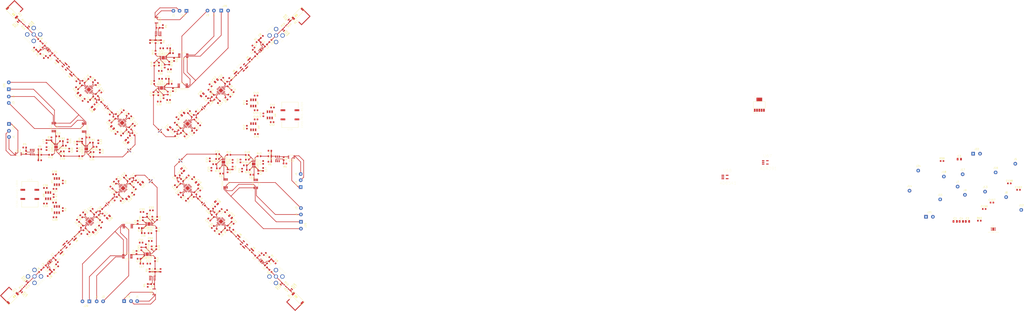
<source format=kicad_pcb>
(kicad_pcb (version 20171130) (host pcbnew 5.0.2-bee76a0~70~ubuntu18.04.1)
  (layers (0 F.Cu signal) (1 In1.Cu signal) (2 In2.Cu signal) (31 B.Cu signal) (34 B.Paste user) (35 F.Paste user) (36 B.SilkS user) (37 F.SilkS user) (38 B.Mask user) (39 F.Mask user hide) (44 Edge.Cuts user))
  (net 0 "")
  (net 1 /PiMatch/RFIN)
  (net 2 GND)
  (net 3 VAA)
  (net 4 +5V)
  (net 5 +3V3)
  (net 6 "Net-(C6-Pad1)")
  (net 7 /BB1/RFIN)
  (net 8 "Net-(C7-Pad1)")
  (net 9 "Net-(C7-Pad2)")
  (net 10 "Net-(C8-Pad2)")
  (net 11 "Net-(C13-Pad2)")
  (net 12 "Net-(C13-Pad1)")
  (net 13 "Net-(C14-Pad2)")
  (net 14 "Net-(C14-Pad1)")
  (net 15 "Net-(C15-Pad1)")
  (net 16 "Net-(C15-Pad2)")
  (net 17 "Net-(C16-Pad1)")
  (net 18 "Net-(C16-Pad2)")
  (net 19 "Net-(C17-Pad1)")
  (net 20 "Net-(C17-Pad2)")
  (net 21 "Net-(C18-Pad1)")
  (net 22 "Net-(C18-Pad2)")
  (net 23 "Net-(C19-Pad1)")
  (net 24 "Net-(C20-Pad1)")
  (net 25 "Net-(C21-Pad2)")
  (net 26 "Net-(C22-Pad2)")
  (net 27 "Net-(C23-Pad2)")
  (net 28 "Net-(C24-Pad2)")
  (net 29 LO21)
  (net 30 "Net-(C25-Pad2)")
  (net 31 "Net-(C26-Pad2)")
  (net 32 LO11)
  (net 33 "Net-(C30-Pad1)")
  (net 34 /AGC11/RFIN)
  (net 35 "Net-(C31-Pad1)")
  (net 36 +2V5)
  (net 37 "Net-(C34-Pad1)")
  (net 38 /ADC1/RFIN)
  (net 39 "Net-(C35-Pad1)")
  (net 40 "Net-(C36-Pad2)")
  (net 41 "Net-(C37-Pad1)")
  (net 42 "Net-(C38-Pad2)")
  (net 43 "Net-(C39-Pad1)")
  (net 44 "Net-(C40-Pad2)")
  (net 45 "Net-(C41-Pad1)")
  (net 46 "Net-(C42-Pad2)")
  (net 47 "Net-(C43-Pad1)")
  (net 48 "Net-(C44-Pad2)")
  (net 49 "Net-(C45-Pad1)")
  (net 50 "Net-(C46-Pad2)")
  (net 51 "Net-(C48-Pad1)")
  (net 52 "Net-(C49-Pad1)")
  (net 53 /AGC12/RFIN)
  (net 54 LO22)
  (net 55 LO12)
  (net 56 LO23)
  (net 57 LO13)
  (net 58 LO24)
  (net 59 LO14)
  (net 60 "Net-(C159-Pad2)")
  (net 61 "Net-(C160-Pad1)")
  (net 62 "Net-(C160-Pad2)")
  (net 63 "Net-(CG1-Pad2)")
  (net 64 "Net-(CG2-Pad2)")
  (net 65 /ADC1/SDO)
  (net 66 /AGC11/Din)
  (net 67 /AGC12/Din)
  (net 68 /ADC2/SDO)
  (net 69 /AGC21/Din)
  (net 70 /AGC22/Din)
  (net 71 /ADC3/SDO)
  (net 72 /AGC31/Din)
  (net 73 /AGC32/Din)
  (net 74 /ADC4/SDO)
  (net 75 /AGC41/Din)
  (net 76 /AGC42/Din)
  (net 77 ~CS~_ADC)
  (net 78 SCLK_ADC)
  (net 79 SCLK_VGA_RX1)
  (net 80 ~SYNC~_VGA_RX1)
  (net 81 ~SYNC~_VGA_RX2)
  (net 82 SCLK_VGA_RX2)
  (net 83 SCLK_VGA_RX3)
  (net 84 ~SYNC~_VGA_RX3)
  (net 85 SCLK_VGA_RX4)
  (net 86 ~SYNC~_VGA_RX4)
  (net 87 +3.3VADC)
  (net 88 "Net-(L2-Pad1)")
  (net 89 "Net-(R4-Pad1)")
  (net 90 "Net-(R4-Pad2)")
  (net 91 "Net-(R7-Pad2)")
  (net 92 "Net-(R7-Pad1)")
  (net 93 "Net-(R10-Pad1)")
  (net 94 "Net-(R10-Pad2)")
  (net 95 "Net-(R14-Pad2)")
  (net 96 "Net-(RFB1-Pad2)")
  (net 97 "Net-(RFB1-Pad1)")
  (net 98 "Net-(RFB3-Pad2)")
  (net 99 "Net-(RFB3-Pad1)")
  (net 100 "Net-(RV1-Pad1)")
  (net 101 "Net-(RV2-Pad1)")
  (net 102 "Net-(U3-Pad5)")
  (net 103 "Net-(U3-Pad2)")
  (net 104 "Net-(U4-Pad1)")
  (net 105 "Net-(U4-Pad4)")
  (net 106 "Net-(U4-Pad5)")
  (net 107 "Net-(U4-Pad8)")
  (net 108 "Net-(U7-Pad1)")
  (net 109 "Net-(U7-Pad4)")
  (net 110 "Net-(U7-Pad8)")
  (net 111 "Net-(U7-Pad9)")
  (net 112 "Net-(U7-Pad13)")
  (net 113 "Net-(U7-Pad16)")
  (net 114 "Net-(U7-Pad17)")
  (net 115 "Net-(U8-Pad17)")
  (net 116 "Net-(U8-Pad16)")
  (net 117 "Net-(U8-Pad13)")
  (net 118 "Net-(U8-Pad9)")
  (net 119 "Net-(U8-Pad8)")
  (net 120 "Net-(U8-Pad4)")
  (net 121 "Net-(U8-Pad1)")
  (net 122 "Net-(U15-Pad3)")
  (net 123 "Net-(U15-Pad1)")
  (net 124 "Net-(U19-Pad3)")
  (net 125 "Net-(U11-Pad3)")
  (net 126 "Net-(U11-Pad2)")
  (net 127 "Net-(U23-Pad2)")
  (net 128 "Net-(U23-Pad3)")
  (module Capacitor_SMD:C_0603_1608Metric (layer F.Cu) (at -155.030847 47.046338 180)
    (fp_text reference C29 (at 0 -1.43 180) (layer F.SilkS))
    (fp_text value 10u)
    (pad 1 smd roundrect (at -0.7875 0 180) (size 0.875 0.95) (layers F.Cu F.Paste F.Mask) (net 4 +5V))
    (pad 2 smd roundrect (at 0.7875 0 180) (size 0.875 0.95) (layers F.Cu F.Paste F.Mask) (net 2 GND))
  )
  (module Capacitor_SMD:C_0603_1608Metric (layer F.Cu) (at -150.5205 30.099)
    (fp_text reference L17 (at 0.0255 -1.651) (layer F.SilkS))
    (fp_text value 120n)
    (pad 2 smd roundrect (at 0.7875 0) (size 0.875 0.95) (layers F.Cu F.Paste F.Mask) (net 51 "Net-(C48-Pad1)"))
    (pad 1 smd roundrect (at -0.7875 0) (size 0.875 0.95) (layers F.Cu F.Paste F.Mask) (net 4 +5V))
  )
  (module Capacitor_SMD:C_0603_1608Metric (layer F.Cu) (at -137.233521 67.704689 225)
    (fp_text reference L8 (at 0 1.524 225) (layer F.SilkS))
    (fp_text value 74n)
    (pad 1 smd roundrect (at -0.787501 0 225) (size 0.875 0.95) (layers F.Cu F.Paste F.Mask) (net 16 "Net-(C15-Pad2)"))
    (pad 2 smd roundrect (at 0.787501 0 225) (size 0.875 0.95) (layers F.Cu F.Paste F.Mask) (net 25 "Net-(C21-Pad2)"))
  )
  (module Capacitor_SMD:C_0603_1608Metric (layer F.Cu) (at -149.696846 49.840338)
    (fp_text reference C30 (at 0 -1.43) (layer F.SilkS))
    (fp_text value 0.1u)
    (pad 2 smd roundrect (at 0.7875 0) (size 0.875 0.95) (layers F.Cu F.Paste F.Mask) (net 2 GND))
    (pad 1 smd roundrect (at -0.7875 0) (size 0.875 0.95) (layers F.Cu F.Paste F.Mask) (net 33 "Net-(C30-Pad1)"))
  )
  (module Capacitor_SMD:C_0603_1608Metric (layer F.Cu) (at -147.574 36.3475 90)
    (fp_text reference CG2 (at -0.0255 1.524 90) (layer F.SilkS))
    (fp_text value 1nF)
    (pad 1 smd roundrect (at -0.7875 0 90) (size 0.875 0.95) (layers F.Cu F.Paste F.Mask) (net 2 GND))
    (pad 2 smd roundrect (at 0.7875 0 90) (size 0.875 0.95) (layers F.Cu F.Paste F.Mask) (net 64 "Net-(CG2-Pad2)"))
  )
  (module DAC081S101CIMM:SOP65P490X109-8N (layer F.Cu) (at -142.494 34.163)
    (fp_text reference U23 (at 0 -2.286) (layer F.SilkS) (effects (font (size 0.762 0.762) (thickness 0.05))))
    (fp_text value DAC081S101 (at 0.381 2.032) (layer F.SilkS) (effects (font (size 0.762 0.762) (thickness 0.05))))
    (pad 8 smd rect (at 2.2098 -0.9652) (size 1.3716 0.4572) (layers F.Cu F.Paste F.Mask) (net 2 GND))
    (pad 7 smd rect (at 2.2098 -0.3302) (size 1.3716 0.4572) (layers F.Cu F.Paste F.Mask) (net 67 /AGC12/Din))
    (pad 6 smd rect (at 2.2098 0.3302) (size 1.3716 0.4572) (layers F.Cu F.Paste F.Mask) (net 79 SCLK_VGA_RX1))
    (pad 5 smd rect (at 2.2098 0.9652) (size 1.3716 0.4572) (layers F.Cu F.Paste F.Mask) (net 80 ~SYNC~_VGA_RX1))
    (pad 4 smd rect (at -2.2098 0.9652) (size 1.3716 0.4572) (layers F.Cu F.Paste F.Mask) (net 64 "Net-(CG2-Pad2)"))
    (pad 3 smd rect (at -2.2098 0.3302) (size 1.3716 0.4572) (layers F.Cu F.Paste F.Mask) (net 128 "Net-(U23-Pad3)"))
    (pad 2 smd rect (at -2.2098 -0.3302) (size 1.3716 0.4572) (layers F.Cu F.Paste F.Mask) (net 127 "Net-(U23-Pad2)"))
    (pad 1 smd rect (at -2.2098 -0.9652) (size 1.3716 0.4572) (layers F.Cu F.Paste F.Mask) (net 4 +5V))
  )
  (module Capacitor_SMD:C_0603_1608Metric (layer F.Cu) (at -152.781 40.0305 270)
    (fp_text reference RFB4 (at 0 1.524 270) (layer F.SilkS))
    (fp_text value 100)
    (pad 1 smd roundrect (at -0.7875 0 270) (size 0.875 0.95) (layers F.Cu F.Paste F.Mask) (net 99 "Net-(RFB3-Pad1)"))
    (pad 2 smd roundrect (at 0.7875 0 270) (size 0.875 0.95) (layers F.Cu F.Paste F.Mask) (net 36 +2V5))
  )
  (module Capacitor_SMD:C_0603_1608Metric (layer F.Cu) (at -146.591018 71.99718 135)
    (fp_text reference L10 (at 0 1.27 135) (layer F.SilkS))
    (fp_text value 5.6u)
    (pad 2 smd roundrect (at 0.787501 0 135) (size 0.875 0.95) (layers F.Cu F.Paste F.Mask) (net 4 +5V))
    (pad 1 smd roundrect (at -0.787501 0 135) (size 0.875 0.95) (layers F.Cu F.Paste F.Mask) (net 23 "Net-(C19-Pad1)"))
  )
  (module DFN8:SON50P200X200X80-9N (layer F.Cu) (at -99.516445 31.065242 225)
    (fp_text reference U4 (at 0 -1.778 225) (layer F.SilkS) (effects (font (size 0.640516 0.640516) (thickness 0.05))))
    (fp_text value SKY67159 (at 0.032023 1.778 225) (layer F.SilkS) (effects (font (size 0.640379 0.640379) (thickness 0.05))))
    (pad 9 smd rect (at 0 0 225) (size 0.9 1.7) (layers F.Cu F.Paste F.Mask) (net 2 GND))
    (pad 8 smd rect (at 1.005 -0.75 45) (size 0.71 0.26) (layers F.Cu F.Paste F.Mask) (net 107 "Net-(U4-Pad8)"))
    (pad 7 smd rect (at 1.005 -0.25 45) (size 0.71 0.26) (layers F.Cu F.Paste F.Mask) (net 9 "Net-(C7-Pad2)"))
    (pad 6 smd rect (at 1.005 0.25 45) (size 0.71 0.26) (layers F.Cu F.Paste F.Mask) (net 2 GND))
    (pad 5 smd rect (at 1.005 0.75 45) (size 0.71 0.26) (layers F.Cu F.Paste F.Mask) (net 106 "Net-(U4-Pad5)"))
    (pad 4 smd rect (at -1.005 0.75 225) (size 0.71 0.26) (layers F.Cu F.Paste F.Mask) (net 105 "Net-(U4-Pad4)"))
    (pad 3 smd rect (at -1.005 0.25 225) (size 0.71 0.26) (layers F.Cu F.Paste F.Mask) (net 10 "Net-(C8-Pad2)"))
    (pad 2 smd rect (at -1.005 -0.25 225) (size 0.71 0.26) (layers F.Cu F.Paste F.Mask) (net 88 "Net-(L2-Pad1)"))
    (pad 1 smd rect (at -1.005 -0.75 225) (size 0.71 0.26) (layers F.Cu F.Paste F.Mask) (net 104 "Net-(U4-Pad1)"))
  )
  (module Capacitor_SMD:C_0603_1608Metric (layer F.Cu) (at -137.035885 76.52337 135)
    (fp_text reference C23 (at 0 -1.43 135) (layer F.SilkS))
    (fp_text value 0.1u)
    (pad 2 smd roundrect (at 0.787501 0 135) (size 0.875 0.95) (layers F.Cu F.Paste F.Mask) (net 27 "Net-(C23-Pad2)"))
    (pad 1 smd roundrect (at -0.787501 0 135) (size 0.875 0.95) (layers F.Cu F.Paste F.Mask) (net 2 GND))
  )
  (module Capacitor_SMD:C_0805_2012Metric (layer F.Cu) (at -124.177855 48.183237 45)
    (fp_text reference C12 (at 0 -1.65 45) (layer F.SilkS))
    (fp_text value 2.2u)
    (pad 1 smd roundrect (at -0.937501 0 45) (size 0.975 1.4) (layers F.Cu F.Paste F.Mask) (net 4 +5V))
    (pad 2 smd roundrect (at 0.937501 0 45) (size 0.975 1.4) (layers F.Cu F.Paste F.Mask) (net 2 GND))
  )
  (module Capacitor_SMD:C_0603_1608Metric (layer F.Cu) (at -118.536557 58.024043 135)
    (fp_text reference C25 (at 0 -1.43 135) (layer F.SilkS))
    (fp_text value 100p)
    (pad 2 smd roundrect (at 0.787501 0 135) (size 0.875 0.95) (layers F.Cu F.Paste F.Mask) (net 30 "Net-(C25-Pad2)"))
    (pad 1 smd roundrect (at -0.787501 0 135) (size 0.875 0.95) (layers F.Cu F.Paste F.Mask) (net 2 GND))
  )
  (module LMH6639MF:SOT95P284X122-6N (layer F.Cu) (at -156.377147 22.103537)
    (fp_text reference U14 (at 0.0508 -2.1082) (layer F.SilkS) (effects (font (size 0.762 0.762) (thickness 0.05))))
    (fp_text value LMH6639 (at 0.0508 1.9558) (layer F.SilkS) (effects (font (size 0.762 0.762) (thickness 0.05))))
    (pad 1 smd rect (at -1.2192 -0.9398) (size 1.27 0.5334) (layers F.Cu F.Paste F.Mask) (net 89 "Net-(R4-Pad1)"))
    (pad 2 smd rect (at -1.2192 0) (size 1.27 0.5334) (layers F.Cu F.Paste F.Mask) (net 2 GND))
    (pad 3 smd rect (at -1.2192 0.9398) (size 1.27 0.5334) (layers F.Cu F.Paste F.Mask) (net 37 "Net-(C34-Pad1)"))
    (pad 4 smd rect (at 1.2192 0.9398) (size 1.27 0.5334) (layers F.Cu F.Paste F.Mask) (net 90 "Net-(R4-Pad2)"))
    (pad 5 smd rect (at 1.2192 0) (size 1.27 0.5334) (layers F.Cu F.Paste F.Mask) (net 4 +5V))
    (pad 6 smd rect (at 1.2192 -0.9398) (size 1.27 0.5334) (layers F.Cu F.Paste F.Mask) (net 4 +5V))
  )
  (module Capacitor_SMD:C_0603_1608Metric (layer F.Cu) (at -145.692992 68.943892 135)
    (fp_text reference C9 (at -0.0255 1.27 135) (layer F.SilkS))
    (fp_text value 0.01p)
    (pad 2 smd roundrect (at 0.787501 0 135) (size 0.875 0.95) (layers F.Cu F.Paste F.Mask) (net 2 GND))
    (pad 1 smd roundrect (at -0.787501 0 135) (size 0.875 0.95) (layers F.Cu F.Paste F.Mask) (net 4 +5V))
  )
  (module Capacitor_SMD:C_0603_1608Metric (layer F.Cu) (at -134.880624 65.747064 315)
    (fp_text reference L14 (at 0 -1.43 315) (layer F.SilkS))
    (fp_text value 320n)
    (pad 2 smd roundrect (at 0.787501 0 315) (size 0.875 0.95) (layers F.Cu F.Paste F.Mask) (net 16 "Net-(C15-Pad2)"))
    (pad 1 smd roundrect (at -0.787501 0 315) (size 0.875 0.95) (layers F.Cu F.Paste F.Mask) (net 2 GND))
  )
  (module Capacitor_SMD:C_0603_1608Metric (layer F.Cu) (at -146.375351 78.28336 45)
    (fp_text reference C17 (at 0 1.27 45) (layer F.SilkS))
    (fp_text value 1u)
    (pad 2 smd roundrect (at 0.787501 0 45) (size 0.875 0.95) (layers F.Cu F.Paste F.Mask) (net 20 "Net-(C17-Pad2)"))
    (pad 1 smd roundrect (at -0.787501 0 45) (size 0.875 0.95) (layers F.Cu F.Paste F.Mask) (net 19 "Net-(C17-Pad1)"))
  )
  (module Capacitor_SMD:C_0603_1608Metric (layer F.Cu) (at -147.830223 75.786918 135)
    (fp_text reference L11 (at 0 -1.43 135) (layer F.SilkS))
    (fp_text value 5.6u)
    (pad 1 smd roundrect (at -0.787501 0 135) (size 0.875 0.95) (layers F.Cu F.Paste F.Mask) (net 20 "Net-(C17-Pad2)"))
    (pad 2 smd roundrect (at 0.787501 0 135) (size 0.875 0.95) (layers F.Cu F.Paste F.Mask) (net 4 +5V))
  )
  (module DAC081S101CIMM:SOP65P490X109-8N (layer F.Cu) (at -142.748 50.927)
    (fp_text reference U11 (at 0 -2.286) (layer F.SilkS) (effects (font (size 0.762 0.762) (thickness 0.05))))
    (fp_text value DAC081S101 (at 0.116347 2.102662) (layer F.SilkS) (effects (font (size 0.762 0.762) (thickness 0.05))))
    (pad 1 smd rect (at -2.2098 -0.9652) (size 1.3716 0.4572) (layers F.Cu F.Paste F.Mask) (net 4 +5V))
    (pad 2 smd rect (at -2.2098 -0.3302) (size 1.3716 0.4572) (layers F.Cu F.Paste F.Mask) (net 126 "Net-(U11-Pad2)"))
    (pad 3 smd rect (at -2.2098 0.3302) (size 1.3716 0.4572) (layers F.Cu F.Paste F.Mask) (net 125 "Net-(U11-Pad3)"))
    (pad 4 smd rect (at -2.2098 0.9652) (size 1.3716 0.4572) (layers F.Cu F.Paste F.Mask) (net 63 "Net-(CG1-Pad2)"))
    (pad 5 smd rect (at 2.2098 0.9652) (size 1.3716 0.4572) (layers F.Cu F.Paste F.Mask) (net 80 ~SYNC~_VGA_RX1))
    (pad 6 smd rect (at 2.2098 0.3302) (size 1.3716 0.4572) (layers F.Cu F.Paste F.Mask) (net 79 SCLK_VGA_RX1))
    (pad 7 smd rect (at 2.2098 -0.3302) (size 1.3716 0.4572) (layers F.Cu F.Paste F.Mask) (net 66 /AGC11/Din))
    (pad 8 smd rect (at 2.2098 -0.9652) (size 1.3716 0.4572) (layers F.Cu F.Paste F.Mask) (net 2 GND))
  )
  (module Capacitor_SMD:C_0603_1608Metric (layer F.Cu) (at -139.370751 65.531395 225)
    (fp_text reference C21 (at 0.0255 1.524 225) (layer F.SilkS))
    (fp_text value 47p)
    (pad 1 smd roundrect (at -0.787501 0 225) (size 0.875 0.95) (layers F.Cu F.Paste F.Mask) (net 2 GND))
    (pad 2 smd roundrect (at 0.787501 0 225) (size 0.875 0.95) (layers F.Cu F.Paste F.Mask) (net 25 "Net-(C21-Pad2)"))
  )
  (module Capacitor_SMD:C_0603_1608Metric (layer F.Cu) (at -155.8545 59.69)
    (fp_text reference C32 (at 0 1.524) (layer F.SilkS))
    (fp_text value 1u)
    (pad 1 smd roundrect (at -0.7875 0) (size 0.875 0.95) (layers F.Cu F.Paste F.Mask) (net 2 GND))
    (pad 2 smd roundrect (at 0.7875 0) (size 0.875 0.95) (layers F.Cu F.Paste F.Mask) (net 36 +2V5))
  )
  (module Capacitor_SMD:C_0603_1608Metric (layer F.Cu) (at -101.228095 26.120701 225)
    (fp_text reference R1 (at 0 1.524 225) (layer F.SilkS))
    (fp_text value 4.7k)
    (pad 1 smd roundrect (at -0.787501 0 225) (size 0.875 0.95) (layers F.Cu F.Paste F.Mask) (net 10 "Net-(C8-Pad2)"))
    (pad 2 smd roundrect (at 0.787501 0 225) (size 0.875 0.95) (layers F.Cu F.Paste F.Mask) (net 5 +3V3))
  )
  (module Capacitor_SMD:C_0603_1608Metric (layer F.Cu) (at -148.209 53.1115 90)
    (fp_text reference CG1 (at 0.0255 1.397 90) (layer F.SilkS))
    (fp_text value 1nF)
    (pad 2 smd roundrect (at 0.7875 0 90) (size 0.875 0.95) (layers F.Cu F.Paste F.Mask) (net 63 "Net-(CG1-Pad2)"))
    (pad 1 smd roundrect (at -0.7875 0 90) (size 0.875 0.95) (layers F.Cu F.Paste F.Mask) (net 2 GND))
  )
  (module footprints:PAT1220 (layer F.Cu) (at -105.4867 36.535378 225)
    (fp_text reference U5 (at 0 2 225) (layer F.SilkS) (effects (font (size 0.75 0.75))))
    (fp_text value PAT0816)
    (pad 3 smd rect (at 0 0.6 225) (size 2.3 0.7) (layers F.Cu F.Paste F.Mask) (net 2 GND))
    (pad 2 smd rect (at 0.75 -0.6 225) (size 0.8 0.7) (layers F.Cu F.Paste F.Mask) (net 103 "Net-(U3-Pad2)"))
    (pad 1 smd rect (at -0.75 -0.6 225) (size 0.8 0.7) (layers F.Cu F.Paste F.Mask) (net 8 "Net-(C7-Pad1)"))
  )
  (module Capacitor_SMD:C_0603_1608Metric (layer F.Cu) (at -103.346641 31.508203 315)
    (fp_text reference L1 (at -0.0255 1.524 315) (layer F.SilkS))
    (fp_text value 33n)
    (pad 1 smd roundrect (at -0.787501 0 315) (size 0.875 0.95) (layers F.Cu F.Paste F.Mask) (net 5 +3V3))
    (pad 2 smd roundrect (at 0.787501 0 315) (size 0.875 0.95) (layers F.Cu F.Paste F.Mask) (net 9 "Net-(C7-Pad2)"))
  )
  (module footprints:PAT1220 (layer F.Cu) (at -113.030115 44.078793 225)
    (fp_text reference U6 (at 0 2 225) (layer F.SilkS) (effects (font (size 0.75 0.75))))
    (fp_text value PAT0816)
    (pad 1 smd rect (at -0.75 -0.6 225) (size 0.8 0.7) (layers F.Cu F.Paste F.Mask) (net 102 "Net-(U3-Pad5)"))
    (pad 2 smd rect (at 0.75 -0.6 225) (size 0.8 0.7) (layers F.Cu F.Paste F.Mask) (net 18 "Net-(C16-Pad2)"))
    (pad 3 smd rect (at 0 0.6 225) (size 2.3 0.7) (layers F.Cu F.Paste F.Mask) (net 2 GND))
  )
  (module Capacitor_SMD:C_0603_1608Metric (layer F.Cu) (at -103.544278 29.155304 315)
    (fp_text reference C5 (at 0.0255 -1.524 315) (layer F.SilkS))
    (fp_text value 100p)
    (pad 2 smd roundrect (at 0.787501 0 315) (size 0.875 0.95) (layers F.Cu F.Paste F.Mask) (net 5 +3V3))
    (pad 1 smd roundrect (at -0.787501 0 315) (size 0.875 0.95) (layers F.Cu F.Paste F.Mask) (net 2 GND))
  )
  (module footprints:0915AT43A0026 (layer F.Cu) (at -81.396347 13.391337 45)
    (fp_text reference AE1 (at -0.353553 2.474874 45) (layer F.SilkS))
    (fp_text value Antenna)
    (fp_poly (pts (xy 7 0.9) (xy 7.5 0.9) (xy 7.5 6) (xy 7 6)) (layer F.Cu) (width 0.00001))
    (fp_poly (pts (xy 7 6) (xy 7 5.5) (xy 0.4 5.5) (xy 0.4 6)) (layer F.Cu) (width 0.00001))
    (fp_poly (pts (xy 0.4 3.5) (xy 0.4 5.5) (xy 0.9 5.5) (xy 0.9 3.5)) (layer F.Cu) (width 0.00001))
    (pad 1 smd rect (at 0 0 45) (size 1 1.8) (layers F.Cu F.Paste F.Mask) (net 1 /PiMatch/RFIN))
    (pad 2 smd rect (at 6.999999 0 45) (size 1 1.8) (layers F.Cu F.Paste F.Mask))
  )
  (module Capacitor_SMD:C_0603_1608Metric (layer F.Cu) (at -135.599044 75.086529 135)
    (fp_text reference C24 (at 0 1.27 135) (layer F.SilkS))
    (fp_text value 0.1u)
    (pad 1 smd roundrect (at -0.787501 0 135) (size 0.875 0.95) (layers F.Cu F.Paste F.Mask) (net 29 LO21))
    (pad 2 smd roundrect (at 0.787501 0 135) (size 0.875 0.95) (layers F.Cu F.Paste F.Mask) (net 28 "Net-(C24-Pad2)"))
  )
  (module Connector_Wire:SolderWirePad_1x01_Drill0.8mm (layer F.Cu) (at -125.476 9.144 180)
    (fp_text reference J4 (at 0 -2.54 180) (layer F.SilkS))
    (fp_text value D_VGA11)
    (pad 1 thru_hole circle (at 0 0 180) (size 1.99898 1.99898) (drill 0.8001) (layers *.Cu *.Mask) (net 67 /AGC12/Din))
  )
  (module Capacitor_SMD:C_0603_1608Metric (layer F.Cu) (at -127.337208 50.660233 135)
    (fp_text reference C11 (at 0 1.524 135) (layer F.SilkS))
    (fp_text value 0.01p)
    (pad 2 smd roundrect (at 0.787501 0 135) (size 0.875 0.95) (layers F.Cu F.Paste F.Mask) (net 2 GND))
    (pad 1 smd roundrect (at -0.787501 0 135) (size 0.875 0.95) (layers F.Cu F.Paste F.Mask) (net 4 +5V))
  )
  (module Capacitor_SMD:C_0603_1608Metric (layer F.Cu) (at -154.802347 26.370838 270)
    (fp_text reference R6 (at 0.0255 -1.524 270) (layer F.SilkS))
    (fp_text value 1M)
    (pad 2 smd roundrect (at 0.7875 0 270) (size 0.875 0.95) (layers F.Cu F.Paste F.Mask) (net 2 GND))
    (pad 1 smd roundrect (at -0.7875 0 270) (size 0.875 0.95) (layers F.Cu F.Paste F.Mask) (net 37 "Net-(C34-Pad1)"))
  )
  (module Capacitor_SMD:C_0402_1005Metric (layer F.Cu) (at -84.520547 16.490138 225)
    (fp_text reference R14 (at -0.110525 -1.257236 225) (layer F.SilkS))
    (fp_text value 0)
    (pad 1 smd roundrect (at -0.485 0 225) (size 0.59 0.64) (layers F.Cu F.Paste F.Mask) (net 1 /PiMatch/RFIN))
    (pad 2 smd roundrect (at 0.485 0 225) (size 0.59 0.64) (layers F.Cu F.Paste F.Mask) (net 95 "Net-(R14-Pad2)"))
  )
  (module Capacitor_SMD:C_0603_1608Metric (layer F.Cu) (at -98.874545 23.767151 225)
    (fp_text reference C8 (at 0 1.524 225) (layer F.SilkS))
    (fp_text value 100p)
    (pad 1 smd roundrect (at -0.787501 0 225) (size 0.875 0.95) (layers F.Cu F.Paste F.Mask) (net 2 GND))
    (pad 2 smd roundrect (at 0.787501 0 225) (size 0.875 0.95) (layers F.Cu F.Paste F.Mask) (net 10 "Net-(C8-Pad2)"))
  )
  (module MEM2012V121R:FIL_MEM2012V121RT001 (layer F.Cu) (at -131.306552 63.21456 225)
    (fp_text reference U10 (at -0.124512 -1.90815 225) (layer F.SilkS) (effects (font (size 0.64059 0.64059) (thickness 0.05))))
    (fp_text value MEM (at -0.026423 1.84524 225) (layer F.SilkS) (effects (font (size 0.640569 0.640569) (thickness 0.05))))
    (pad 2 smd rect (at 0 0 225) (size 0.4 2) (layers F.Cu F.Paste F.Mask) (net 2 GND))
    (pad 3 smd rect (at 1.099999 0 225) (size 0.8 1) (layers F.Cu F.Paste F.Mask) (net 16 "Net-(C15-Pad2)"))
    (pad 1 smd rect (at -1.099999 0 225) (size 0.8 1) (layers F.Cu F.Paste F.Mask) (net 21 "Net-(C18-Pad1)"))
  )
  (module Capacitor_SMD:C_0603_1608Metric (layer F.Cu) (at -124.643131 57.987981 225)
    (fp_text reference L7 (at 0 -1.43 225) (layer F.SilkS))
    (fp_text value 320n)
    (pad 2 smd roundrect (at 0.787501 0 225) (size 0.875 0.95) (layers F.Cu F.Paste F.Mask) (net 22 "Net-(C18-Pad2)"))
    (pad 1 smd roundrect (at -0.787501 0 225) (size 0.875 0.95) (layers F.Cu F.Paste F.Mask) (net 14 "Net-(C14-Pad1)"))
  )
  (module Capacitor_SMD:C_0603_1608Metric (layer F.Cu) (at -133.659449 72.356391 315)
    (fp_text reference L4 (at 0 -1.43 315) (layer F.SilkS))
    (fp_text value 74n)
    (pad 1 smd roundrect (at -0.787501 0 315) (size 0.875 0.95) (layers F.Cu F.Paste F.Mask) (net 15 "Net-(C15-Pad1)"))
    (pad 2 smd roundrect (at 0.787501 0 315) (size 0.875 0.95) (layers F.Cu F.Paste F.Mask) (net 2 GND))
  )
  (module Capacitor_SMD:C_0603_1608Metric (layer F.Cu) (at -156.4895 18.725338)
    (fp_text reference R4 (at 0 -1.43) (layer F.SilkS))
    (fp_text value 3k)
    (pad 2 smd roundrect (at 0.7875 0) (size 0.875 0.95) (layers F.Cu F.Paste F.Mask) (net 90 "Net-(R4-Pad2)"))
    (pad 1 smd roundrect (at -0.7875 0) (size 0.875 0.95) (layers F.Cu F.Paste F.Mask) (net 89 "Net-(R4-Pad1)"))
  )
  (module Capacitor_SMD:C_0805_2012Metric (layer F.Cu) (at -150.344694 74.709288 45)
    (fp_text reference C27 (at 0 -1.65 45) (layer F.SilkS))
    (fp_text value 2.2u)
    (pad 2 smd roundrect (at 0.937501 0 45) (size 0.975 1.4) (layers F.Cu F.Paste F.Mask) (net 4 +5V))
    (pad 1 smd roundrect (at -0.937501 0 45) (size 0.975 1.4) (layers F.Cu F.Paste F.Mask) (net 2 GND))
  )
  (module Capacitor_SMD:C_0603_1608Metric (layer F.Cu) (at -126.079972 56.55114 225)
    (fp_text reference C20 (at 0.0255 1.27 225) (layer F.SilkS))
    (fp_text value 11p)
    (pad 1 smd roundrect (at -0.787501 0 225) (size 0.875 0.95) (layers F.Cu F.Paste F.Mask) (net 24 "Net-(C20-Pad1)"))
    (pad 2 smd roundrect (at 0.787501 0 225) (size 0.875 0.95) (layers F.Cu F.Paste F.Mask) (net 22 "Net-(C18-Pad2)"))
  )
  (module Capacitor_SMD:C_0603_1608Metric (layer F.Cu) (at -127.912086 53.677457 135)
    (fp_text reference L12 (at 0 1.27 135) (layer F.SilkS))
    (fp_text value 320n)
    (pad 2 smd roundrect (at 0.787501 0 135) (size 0.875 0.95) (layers F.Cu F.Paste F.Mask) (net 4 +5V))
    (pad 1 smd roundrect (at -0.787501 0 135) (size 0.875 0.95) (layers F.Cu F.Paste F.Mask) (net 24 "Net-(C20-Pad1)"))
  )
  (module Capacitor_SMD:C_0603_1608Metric (layer F.Cu) (at -117.297352 50.642202 45)
    (fp_text reference C16 (at -0.0255 1.524 45) (layer F.SilkS))
    (fp_text value 4.4p)
    (pad 2 smd roundrect (at 0.787501 0 45) (size 0.875 0.95) (layers F.Cu F.Paste F.Mask) (net 18 "Net-(C16-Pad2)"))
    (pad 1 smd roundrect (at -0.787501 0 45) (size 0.875 0.95) (layers F.Cu F.Paste F.Mask) (net 17 "Net-(C16-Pad1)"))
  )
  (module Capacitor_SMD:C_0603_1608Metric (layer F.Cu) (at -144.579299 75.050467 225)
    (fp_text reference C19 (at 0 1.27 225) (layer F.SilkS))
    (fp_text value 180p)
    (pad 1 smd roundrect (at -0.787501 0 225) (size 0.875 0.95) (layers F.Cu F.Paste F.Mask) (net 23 "Net-(C19-Pad1)"))
    (pad 2 smd roundrect (at 0.787501 0 225) (size 0.875 0.95) (layers F.Cu F.Paste F.Mask) (net 20 "Net-(C17-Pad2)"))
  )
  (module Capacitor_SMD:C_0603_1608Metric (layer F.Cu) (at -116.417358 47.211673 315)
    (fp_text reference L15 (at 0 -1.43 315) (layer F.SilkS))
    (fp_text value 18n)
    (pad 2 smd roundrect (at 0.787501 0 315) (size 0.875 0.95) (layers F.Cu F.Paste F.Mask) (net 18 "Net-(C16-Pad2)"))
    (pad 1 smd roundrect (at -0.787501 0 315) (size 0.875 0.95) (layers F.Cu F.Paste F.Mask) (net 2 GND))
  )
  (module Capacitor_SMD:C_0603_1608Metric (layer F.Cu) (at -94.128292 26.0363 45)
    (fp_text reference C6 (at 0 1.524 45) (layer F.SilkS))
    (fp_text value 100p)
    (pad 2 smd roundrect (at 0.787501 0 45) (size 0.875 0.95) (layers F.Cu F.Paste F.Mask) (net 7 /BB1/RFIN))
    (pad 1 smd roundrect (at -0.787501 0 45) (size 0.875 0.95) (layers F.Cu F.Paste F.Mask) (net 6 "Net-(C6-Pad1)"))
  )
  (module Capacitor_SMD:C_0603_1608Metric (layer F.Cu) (at -150.241 38.3795 90)
    (fp_text reference RFB3 (at 0 1.397 90) (layer F.SilkS))
    (fp_text value 100)
    (pad 2 smd roundrect (at 0.7875 0 90) (size 0.875 0.95) (layers F.Cu F.Paste F.Mask) (net 98 "Net-(RFB3-Pad2)"))
    (pad 1 smd roundrect (at -0.7875 0 90) (size 0.875 0.95) (layers F.Cu F.Paste F.Mask) (net 99 "Net-(RFB3-Pad1)"))
  )
  (module 16QFN4x4:QFN65P400X400X100-17N (layer F.Cu) (at -121.607875 53.515884 225)
    (fp_text reference U8 (at 0 -3.302 225) (layer F.SilkS) (effects (font (size 1.016 1.016) (thickness 0.05))))
    (fp_text value LT5526 (at 0 3.302 225) (layer F.SilkS) (effects (font (size 1.016 1.016) (thickness 0.05))))
    (pad 1 smd rect (at -1.777999 -0.9652 135) (size 0.3556 1.0668) (layers F.Cu F.Paste F.Mask) (net 121 "Net-(U8-Pad1)"))
    (pad 2 smd rect (at -1.778 -0.3302 135) (size 0.3556 1.0668) (layers F.Cu F.Paste F.Mask) (net 17 "Net-(C16-Pad1)"))
    (pad 3 smd rect (at -1.778 0.3302 135) (size 0.3556 1.0668) (layers F.Cu F.Paste F.Mask) (net 26 "Net-(C22-Pad2)"))
    (pad 4 smd rect (at -1.777999 0.9652 135) (size 0.3556 1.0668) (layers F.Cu F.Paste F.Mask) (net 120 "Net-(U8-Pad4)"))
    (pad 5 smd rect (at -0.9652 1.777999 45) (size 0.3556 1.0668) (layers F.Cu F.Paste F.Mask) (net 4 +5V))
    (pad 6 smd rect (at -0.3302 1.778 45) (size 0.3556 1.0668) (layers F.Cu F.Paste F.Mask) (net 4 +5V))
    (pad 7 smd rect (at 0.3302 1.778 45) (size 0.3556 1.0668) (layers F.Cu F.Paste F.Mask) (net 4 +5V))
    (pad 8 smd rect (at 0.9652 1.777999 45) (size 0.3556 1.0668) (layers F.Cu F.Paste F.Mask) (net 119 "Net-(U8-Pad8)"))
    (pad 9 smd rect (at 1.777999 0.9652 135) (size 0.3556 1.0668) (layers F.Cu F.Paste F.Mask) (net 118 "Net-(U8-Pad9)"))
    (pad 10 smd rect (at 1.778 0.3302 135) (size 0.3556 1.0668) (layers F.Cu F.Paste F.Mask) (net 24 "Net-(C20-Pad1)"))
    (pad 11 smd rect (at 1.778 -0.3302 135) (size 0.3556 1.0668) (layers F.Cu F.Paste F.Mask) (net 14 "Net-(C14-Pad1)"))
    (pad 12 smd rect (at 1.777999 -0.9652 135) (size 0.3556 1.0668) (layers F.Cu F.Paste F.Mask) (net 13 "Net-(C14-Pad2)"))
    (pad 13 smd rect (at 0.9652 -1.777999 45) (size 0.3556 1.0668) (layers F.Cu F.Paste F.Mask) (net 117 "Net-(U8-Pad13)"))
    (pad 14 smd rect (at 0.3302 -1.778 45) (size 0.3556 1.0668) (layers F.Cu F.Paste F.Mask) (net 30 "Net-(C25-Pad2)"))
    (pad 15 smd rect (at -0.3302 -1.778 45) (size 0.3556 1.0668) (layers F.Cu F.Paste F.Mask) (net 31 "Net-(C26-Pad2)"))
    (pad 16 smd rect (at -0.9652 -1.777999 45) (size 0.3556 1.0668) (layers F.Cu F.Paste F.Mask) (net 116 "Net-(U8-Pad16)"))
    (pad 17 smd rect (at 0 0 225) (size 1.9558 1.9558) (layers F.Cu F.Paste F.Mask) (net 115 "Net-(U8-Pad17)"))
  )
  (module footprints:AD8337 (layer F.Cu) (at -154.548348 52.130338)
    (fp_text reference U12 (at 0.370348 2.286) (layer F.SilkS) (effects (font (size 1.016 1.016) (thickness 0.125))))
    (fp_text value AD8337 (at 0.05 -2.286) (layer F.SilkS) (effects (font (size 1.016 1.016) (thickness 0.125))))
    (pad 1 smd rect (at -1.5 -0.75) (size 1 0.32) (layers F.Cu F.Paste F.Mask) (net 100 "Net-(RV1-Pad1)"))
    (pad 2 smd rect (at -1.5 -0.25) (size 1 0.32) (layers F.Cu F.Paste F.Mask) (net 36 +2V5))
    (pad 3 smd rect (at -1.5 0.25) (size 1 0.32) (layers F.Cu F.Paste F.Mask) (net 35 "Net-(C31-Pad1)"))
    (pad 4 smd rect (at -1.5 0.75) (size 1 0.32) (layers F.Cu F.Paste F.Mask) (net 97 "Net-(RFB1-Pad1)"))
    (pad 7 smd rect (at 1.5 -0.25) (size 1 0.32) (layers F.Cu F.Paste F.Mask) (net 63 "Net-(CG1-Pad2)"))
    (pad 5 smd rect (at 1.5 0.75) (size 1 0.32) (layers F.Cu F.Paste F.Mask) (net 96 "Net-(RFB1-Pad2)"))
    (pad 8 smd rect (at 1.5 -0.75) (size 1 0.32) (layers F.Cu F.Paste F.Mask) (net 33 "Net-(C30-Pad1)"))
    (pad 6 smd rect (at 1.5 0.25) (size 1 0.32) (layers F.Cu F.Paste F.Mask) (net 2 GND))
    (pad 6 smd rect (at 0 0) (size 1.524 1.905) (layers F.Cu F.Paste F.Mask) (net 2 GND))
  )
  (module Connector_Wire:SolderWirePad_1x01_Drill0.8mm (layer F.Cu) (at -147.955 9.271 180)
    (fp_text reference J1 (at 0 -2.54 180) (layer F.SilkS))
    (fp_text value D_ADC1)
    (pad 1 thru_hole circle (at 0 0 180) (size 1.99898 1.99898) (drill 0.8001) (layers *.Cu *.Mask) (net 65 /ADC1/SDO))
  )
  (module Capacitor_SMD:C_0805_2012Metric (layer F.Cu) (at -142.677183 66.682565 45)
    (fp_text reference C10 (at 0 -1.65 45) (layer F.SilkS))
    (fp_text value 2.2u)
    (pad 2 smd roundrect (at 0.937501 0 45) (size 0.975 1.4) (layers F.Cu F.Paste F.Mask) (net 2 GND))
    (pad 1 smd roundrect (at -0.937501 0 45) (size 0.975 1.4) (layers F.Cu F.Paste F.Mask) (net 4 +5V))
  )
  (module NFL21SP106X1C3D:FIL_NFM21PC105B1C3D (layer F.Cu) (at -155.448 75.946 135)
    (fp_text reference U9 (at -0.254 -2.54 135) (layer F.SilkS) (effects (font (size 0.801378 0.801378) (thickness 0.05))))
    (fp_text value NFL (at 0 2.286 135) (layer F.SilkS) (effects (font (size 0.800181 0.800181) (thickness 0.05))))
    (pad 1 smd rect (at -1 0 135) (size 0.6 0.8) (layers F.Cu F.Paste F.Mask) (net 19 "Net-(C17-Pad1)"))
    (pad 3 smd rect (at 1 0 135) (size 0.6 0.8) (layers F.Cu F.Paste F.Mask) (net 34 /AGC11/RFIN))
    (pad 2_1 smd rect (at 0 -0.675 135) (size 0.6 0.55) (layers F.Cu F.Paste F.Mask) (net 2 GND))
    (pad 2_2 smd rect (at 0 0.675 135) (size 0.6 0.55) (layers F.Cu F.Paste F.Mask) (net 2 GND))
    (pad S2 thru_hole circle (at 0 0 135) (size 0.6 0.6) (drill 0.4) (layers *.Cu *.Mask))
    (pad S1 thru_hole circle (at 0 -1.15 135) (size 0.6 0.6) (drill 0.4) (layers *.Cu *.Mask))
    (pad S3 thru_hole circle (at 0 1.15 135) (size 0.6 0.6) (drill 0.4) (layers *.Cu *.Mask))
  )
  (module footprints:TE_5-1814832-1 (layer F.Cu) (at -90.997547 22.992537 225)
    (fp_text reference J2 (at -0.179605 -4.490128 225) (layer F.SilkS) (effects (font (size 1.00029 1.00029) (thickness 0.05))))
    (fp_text value MATCH1 (at -0.17517 4.86946 225) (layer F.SilkS) (effects (font (size 1.00091 1.00091) (thickness 0.05))))
    (pad 2 thru_hole circle (at -2.54 2.54 225) (size 2.4 2.4) (drill 1.6) (layers *.Cu *.Mask) (net 2 GND))
    (pad 2 thru_hole circle (at 2.54 2.54 225) (size 2.4 2.4) (drill 1.6) (layers *.Cu *.Mask) (net 2 GND))
    (pad 2 thru_hole circle (at 2.54 -2.54 225) (size 2.4 2.4) (drill 1.6) (layers *.Cu *.Mask) (net 2 GND))
    (pad 2 thru_hole circle (at -2.54 -2.54 225) (size 2.4 2.4) (drill 1.6) (layers *.Cu *.Mask) (net 2 GND))
    (pad 1 thru_hole circle (at 0 0 225) (size 2.25 2.25) (drill 1.5) (layers *.Cu *.Mask) (net 7 /BB1/RFIN))
  )
  (module Capacitor_SMD:C_0603_1608Metric (layer F.Cu) (at -155.2195 42.672)
    (fp_text reference C50 (at 0 1.524) (layer F.SilkS))
    (fp_text value 1u)
    (pad 2 smd roundrect (at 0.7875 0) (size 0.875 0.95) (layers F.Cu F.Paste F.Mask) (net 36 +2V5))
    (pad 1 smd roundrect (at -0.7875 0) (size 0.875 0.95) (layers F.Cu F.Paste F.Mask) (net 2 GND))
  )
  (module Capacitor_SMD:C_0603_1608Metric (layer F.Cu) (at -127.912086 59.820094 45)
    (fp_text reference C18 (at 0 1.27 45) (layer F.SilkS))
    (fp_text value 0.1u)
    (pad 2 smd roundrect (at 0.787501 0 45) (size 0.875 0.95) (layers F.Cu F.Paste F.Mask) (net 22 "Net-(C18-Pad2)"))
    (pad 1 smd roundrect (at -0.787501 0 45) (size 0.875 0.95) (layers F.Cu F.Paste F.Mask) (net 21 "Net-(C18-Pad1)"))
  )
  (module Capacitor_SMD:C_0603_1608Metric (layer F.Cu) (at -143.16049 76.50534 225)
    (fp_text reference L6 (at 0 -1.43 225) (layer F.SilkS))
    (fp_text value 5.6u)
    (pad 2 smd roundrect (at 0.787501 0 225) (size 0.875 0.95) (layers F.Cu F.Paste F.Mask) (net 20 "Net-(C17-Pad2)"))
    (pad 1 smd roundrect (at -0.787501 0 225) (size 0.875 0.95) (layers F.Cu F.Paste F.Mask) (net 12 "Net-(C13-Pad1)"))
  )
  (module Capacitor_SMD:C_0603_1608Metric (layer F.Cu) (at -96.624732 28.532741 45)
    (fp_text reference L2 (at 0.000923 1.389361 45) (layer F.SilkS))
    (fp_text value 1n)
    (pad 2 smd roundrect (at 0.787501 0 45) (size 0.875 0.95) (layers F.Cu F.Paste F.Mask) (net 6 "Net-(C6-Pad1)"))
    (pad 1 smd roundrect (at -0.787501 0 45) (size 0.875 0.95) (layers F.Cu F.Paste F.Mask) (net 88 "Net-(L2-Pad1)"))
  )
  (module Capacitor_SMD:C_0603_1608Metric (layer F.Cu) (at -150.622 58.801 180)
    (fp_text reference C33 (at 0 -1.43 180) (layer F.SilkS))
    (fp_text value 0.1u)
    (pad 2 smd roundrect (at 0.7875 0 180) (size 0.875 0.95) (layers F.Cu F.Paste F.Mask) (net 36 +2V5))
    (pad 1 smd roundrect (at -0.7875 0 180) (size 0.875 0.95) (layers F.Cu F.Paste F.Mask) (net 2 GND))
  )
  (module Capacitor_SMD:C_0805_2012Metric (layer F.Cu) (at -131.969465 55.974848 45)
    (fp_text reference C28 (at 0 -1.65 45) (layer F.SilkS))
    (fp_text value 2.2u)
    (pad 2 smd roundrect (at 0.937501 0 45) (size 0.975 1.4) (layers F.Cu F.Paste F.Mask) (net 4 +5V))
    (pad 1 smd roundrect (at -0.937501 0 45) (size 0.975 1.4) (layers F.Cu F.Paste F.Mask) (net 2 GND))
  )
  (module Capacitor_SMD:C_0603_1608Metric (layer F.Cu) (at -151.068547 55.021838 90)
    (fp_text reference RFB1 (at -0.0255 1.524 90) (layer F.SilkS))
    (fp_text value 100)
    (pad 2 smd roundrect (at 0.7875 0 90) (size 0.875 0.95) (layers F.Cu F.Paste F.Mask) (net 96 "Net-(RFB1-Pad2)"))
    (pad 1 smd roundrect (at -0.7875 0 90) (size 0.875 0.95) (layers F.Cu F.Paste F.Mask) (net 97 "Net-(RFB1-Pad1)"))
  )
  (module Capacitor_SMD:C_0603_1608Metric (layer F.Cu) (at -98.911261 27.359906 135)
    (fp_text reference L3 (at 0.000923 1.389362 135) (layer F.SilkS))
    (fp_text value 33n)
    (pad 1 smd roundrect (at -0.787501 0 135) (size 0.875 0.95) (layers F.Cu F.Paste F.Mask) (net 88 "Net-(L2-Pad1)"))
    (pad 2 smd roundrect (at 0.787501 0 135) (size 0.875 0.95) (layers F.Cu F.Paste F.Mask) (net 10 "Net-(C8-Pad2)"))
  )
  (module Connector_Wire:SolderWirePad_1x01_Drill0.8mm (layer F.Cu) (at -129.032 9.144 180)
    (fp_text reference J3 (at 0 -2.54 180) (layer F.SilkS))
    (fp_text value D_VGA11)
    (pad 1 thru_hole circle (at 0 0 180) (size 1.99898 1.99898) (drill 0.8001) (layers *.Cu *.Mask) (net 66 /AGC11/Din))
  )
  (module Capacitor_SMD:C_0603_1608Metric (layer F.Cu) (at -158.612347 49.052837 90)
    (fp_text reference RV1 (at 0 -1.43 90) (layer F.SilkS))
    (fp_text value 0)
    (pad 2 smd roundrect (at 0.7875 0 90) (size 0.875 0.95) (layers F.Cu F.Paste F.Mask) (net 53 /AGC12/RFIN))
    (pad 1 smd roundrect (at -0.7875 0 90) (size 0.875 0.95) (layers F.Cu F.Paste F.Mask) (net 100 "Net-(RV1-Pad1)"))
  )
  (module Connector_Wire:SolderWirePad_1x02_P3.81mm_Drill0.8mm (layer F.Cu) (at -121.412 9.144)
    (fp_text reference J20 (at 1.905 -2.5) (layer F.SilkS))
    (fp_text value SPI_AGC_RX1)
    (pad 2 thru_hole circle (at 3.81 0) (size 1.99898 1.99898) (drill 0.8001) (layers *.Cu *.Mask) (net 80 ~SYNC~_VGA_RX1))
    (pad 1 thru_hole rect (at 0 0) (size 1.99898 1.99898) (drill 0.8001) (layers *.Cu *.Mask) (net 79 SCLK_VGA_RX1))
  )
  (module Capacitor_SMD:C_0603_1608Metric (layer F.Cu) (at -153.786347 17.988837 90)
    (fp_text reference R5 (at 0.0255 1.778 90) (layer F.SilkS))
    (fp_text value 1k)
    (pad 1 smd roundrect (at -0.7875 0 90) (size 0.875 0.95) (layers F.Cu F.Paste F.Mask) (net 90 "Net-(R4-Pad2)"))
    (pad 2 smd roundrect (at 0.7875 0 90) (size 0.875 0.95) (layers F.Cu F.Paste F.Mask) (net 2 GND))
  )
  (module Capacitor_SMD:C_0603_1608Metric (layer F.Cu) (at -151.271847 47.046337)
    (fp_text reference L16 (at 0 -1.43) (layer F.SilkS))
    (fp_text value 120n)
    (pad 1 smd roundrect (at -0.7875 0) (size 0.875 0.95) (layers F.Cu F.Paste F.Mask) (net 4 +5V))
    (pad 2 smd roundrect (at 0.7875 0) (size 0.875 0.95) (layers F.Cu F.Paste F.Mask) (net 33 "Net-(C30-Pad1)"))
  )
  (module B39871:SON120P300X300X110-6N (layer F.Cu) (at -108.837228 40.745236 225)
    (fp_text reference U3 (at -0.254 -2.54 225) (layer F.SilkS) (effects (font (size 1.0008 1.0008) (thickness 0.05))))
    (fp_text value B39921 (at 0.254 2.62571 225) (layer F.SilkS) (effects (font (size 1.00027 1.00027) (thickness 0.05))))
    (pad 1 smd rect (at -0.93 -1.2 225) (size 1.96 0.65) (layers F.Cu F.Paste F.Mask) (net 2 GND))
    (pad 2 smd rect (at -1.3 0 225) (size 1.2 0.65) (layers F.Cu F.Paste F.Mask) (net 103 "Net-(U3-Pad2)"))
    (pad 3 smd rect (at -1.3 1.2 225) (size 1.2 0.65) (layers F.Cu F.Paste F.Mask) (net 2 GND))
    (pad 4 smd rect (at 1.3 1.2 45) (size 1.2 0.65) (layers F.Cu F.Paste F.Mask) (net 2 GND))
    (pad 5 smd rect (at 1.3 0 45) (size 1.2 0.65) (layers F.Cu F.Paste F.Mask) (net 102 "Net-(U3-Pad5)"))
    (pad 6 smd rect (at 1.3 -1.2 45) (size 1.2 0.65) (layers F.Cu F.Paste F.Mask) (net 2 GND))
  )
  (module 16QFN4x4:QFN65P400X400X100-17N (layer F.Cu) (at -140.107202 72.015212 225)
    (fp_text reference U7 (at 0 -3.302 225) (layer F.SilkS) (effects (font (size 1.016 1.016) (thickness 0.05))))
    (fp_text value LT5526 (at 0 3.302 225) (layer F.SilkS) (effects (font (size 1.016 1.016) (thickness 0.05))))
    (pad 17 smd rect (at 0 0 225) (size 1.9558 1.9558) (layers F.Cu F.Paste F.Mask) (net 114 "Net-(U7-Pad17)"))
    (pad 16 smd rect (at -0.9652 -1.777999 45) (size 0.3556 1.0668) (layers F.Cu F.Paste F.Mask) (net 113 "Net-(U7-Pad16)"))
    (pad 15 smd rect (at -0.3302 -1.778 45) (size 0.3556 1.0668) (layers F.Cu F.Paste F.Mask) (net 28 "Net-(C24-Pad2)"))
    (pad 14 smd rect (at 0.3302 -1.778 45) (size 0.3556 1.0668) (layers F.Cu F.Paste F.Mask) (net 27 "Net-(C23-Pad2)"))
    (pad 13 smd rect (at 0.9652 -1.777999 45) (size 0.3556 1.0668) (layers F.Cu F.Paste F.Mask) (net 112 "Net-(U7-Pad13)"))
    (pad 12 smd rect (at 1.777999 -0.9652 135) (size 0.3556 1.0668) (layers F.Cu F.Paste F.Mask) (net 11 "Net-(C13-Pad2)"))
    (pad 11 smd rect (at 1.778 -0.3302 135) (size 0.3556 1.0668) (layers F.Cu F.Paste F.Mask) (net 12 "Net-(C13-Pad1)"))
    (pad 10 smd rect (at 1.778 0.3302 135) (size 0.3556 1.0668) (layers F.Cu F.Paste F.Mask) (net 23 "Net-(C19-Pad1)"))
    (pad 9 smd rect (at 1.777999 0.9652 135) (size 0.3556 1.0668) (layers F.Cu F.Paste F.Mask) (net 111 "Net-(U7-Pad9)"))
    (pad 8 smd rect (at 0.9652 1.777999 45) (size 0.3556 1.0668) (layers F.Cu F.Paste F.Mask) (net 110 "Net-(U7-Pad8)"))
    (pad 7 smd rect (at 0.3302 1.778 45) (size 0.3556 1.0668) (layers F.Cu F.Paste F.Mask) (net 4 +5V))
    (pad 6 smd rect (at -0.3302 1.778 45) (size 0.3556 1.0668) (layers F.Cu F.Paste F.Mask) (net 4 +5V))
    (pad 5 smd rect (at -0.9652 1.777999 45) (size 0.3556 1.0668) (layers F.Cu F.Paste F.Mask) (net 4 +5V))
    (pad 4 smd rect (at -1.777999 0.9652 135) (size 0.3556 1.0668) (layers F.Cu F.Paste F.Mask) (net 109 "Net-(U7-Pad4)"))
    (pad 3 smd rect (at -1.778 0.3302 135) (size 0.3556 1.0668) (layers F.Cu F.Paste F.Mask) (net 25 "Net-(C21-Pad2)"))
    (pad 2 smd rect (at -1.778 -0.3302 135) (size 0.3556 1.0668) (layers F.Cu F.Paste F.Mask) (net 15 "Net-(C15-Pad1)"))
    (pad 1 smd rect (at -1.777999 -0.9652 135) (size 0.3556 1.0668) (layers F.Cu F.Paste F.Mask) (net 108 "Net-(U7-Pad1)"))
  )
  (module Capacitor_SMD:C_0402_1005Metric (layer F.Cu) (at -83.453747 14.280338 315)
    (fp_text reference R17 (at -2.550393 -0.143684 315) (layer F.SilkS))
    (fp_text value 0)
    (pad 2 smd roundrect (at 0.485 0 315) (size 0.59 0.64) (layers F.Cu F.Paste F.Mask) (net 1 /PiMatch/RFIN))
    (pad 1 smd roundrect (at -0.485 0 315) (size 0.59 0.64) (layers F.Cu F.Paste F.Mask) (net 2 GND))
  )
  (module Capacitor_SMD:C_0402_1005Metric (layer F.Cu) (at -83.898294 14.724791 135)
    (fp_text reference R16 (at 2.460524 -0.574736 135) (layer F.SilkS))
    (fp_text value 0)
    (pad 1 smd roundrect (at -0.485 0 135) (size 0.59 0.64) (layers F.Cu F.Paste F.Mask) (net 1 /PiMatch/RFIN))
    (pad 2 smd roundrect (at 0.485 0 135) (size 0.59 0.64) (layers F.Cu F.Paste F.Mask) (net 2 GND))
  )
  (module Capacitor_SMD:C_0603_1608Metric (layer F.Cu) (at -155.956 38.8875 270)
    (fp_text reference R13 (at 0 1.27 270) (layer F.SilkS))
    (fp_text value 49.9)
    (pad 1 smd roundrect (at -0.7875 0 270) (size 0.875 0.95) (layers F.Cu F.Paste F.Mask) (net 52 "Net-(C49-Pad1)"))
    (pad 2 smd roundrect (at 0.7875 0 270) (size 0.875 0.95) (layers F.Cu F.Paste F.Mask) (net 36 +2V5))
  )
  (module Capacitor_SMD:C_0603_1608Metric (layer F.Cu) (at -129.312864 57.305623 135)
    (fp_text reference L13 (at 0 -1.524 135) (layer F.SilkS))
    (fp_text value 320n)
    (pad 1 smd roundrect (at -0.787501 0 135) (size 0.875 0.95) (layers F.Cu F.Paste F.Mask) (net 22 "Net-(C18-Pad2)"))
    (pad 2 smd roundrect (at 0.787501 0 135) (size 0.875 0.95) (layers F.Cu F.Paste F.Mask) (net 4 +5V))
  )
  (module Capacitor_SMD:C_0603_1608Metric (layer F.Cu) (at -160.898347 26.345338 90)
    (fp_text reference R3 (at 0.0255 1.524 90) (layer F.SilkS))
    (fp_text value 11M)
    (pad 1 smd roundrect (at -0.7875 0 90) (size 0.875 0.95) (layers F.Cu F.Paste F.Mask) (net 4 +5V))
    (pad 2 smd roundrect (at 0.7875 0 90) (size 0.875 0.95) (layers F.Cu F.Paste F.Mask) (net 37 "Net-(C34-Pad1)"))
  )
  (module Capacitor_SMD:C_0603_1608Metric (layer F.Cu) (at -102.030917 33.938925 45)
    (fp_text reference C7 (at 0 1.524 45) (layer F.SilkS))
    (fp_text value 100p)
    (pad 2 smd roundrect (at 0.787501 0 45) (size 0.875 0.95) (layers F.Cu F.Paste F.Mask) (net 9 "Net-(C7-Pad2)"))
    (pad 1 smd roundrect (at -0.787501 0 45) (size 0.875 0.95) (layers F.Cu F.Paste F.Mask) (net 8 "Net-(C7-Pad1)"))
  )
  (module Capacitor_SMD:C_0603_1608Metric (layer F.Cu) (at -115.12406 53.893125 315)
    (fp_text reference L5 (at 0 -1.43 315) (layer F.SilkS))
    (fp_text value 6.9n)
    (pad 1 smd roundrect (at -0.787501 0 315) (size 0.875 0.95) (layers F.Cu F.Paste F.Mask) (net 17 "Net-(C16-Pad1)"))
    (pad 2 smd roundrect (at 0.787501 0 315) (size 0.875 0.95) (layers F.Cu F.Paste F.Mask) (net 2 GND))
  )
  (module Connector_Wire:SolderWirePad_1x02_P3.81mm_Drill0.8mm (layer F.Cu) (at -140.716 9.271 180)
    (fp_text reference J19 (at 1.905 -2.5 180) (layer F.SilkS))
    (fp_text value SPI_ADC)
    (pad 2 thru_hole circle (at 3.81 0 180) (size 1.99898 1.99898) (drill 0.8001) (layers *.Cu *.Mask) (net 77 ~CS~_ADC))
    (pad 1 thru_hole rect (at 0 0 180) (size 1.99898 1.99898) (drill 0.8001) (layers *.Cu *.Mask) (net 78 SCLK_ADC))
  )
  (module Capacitor_SMD:C_0603_1608Metric (layer F.Cu) (at -150.114 41.783 180)
    (fp_text reference C51 (at 0 -1.43 180) (layer F.SilkS))
    (fp_text value 0.1u)
    (pad 1 smd roundrect (at -0.7875 0 180) (size 0.875 0.95) (layers F.Cu F.Paste F.Mask) (net 2 GND))
    (pad 2 smd roundrect (at 0.7875 0 180) (size 0.875 0.95) (layers F.Cu F.Paste F.Mask) (net 36 +2V5))
  )
  (module Capacitor_SMD:C_0402_1005Metric (layer F.Cu) (at -86.6922 19.804884 315)
    (fp_text reference R18 (at 2.460524 -0.323289 315) (layer F.SilkS))
    (fp_text value 0)
    (pad 1 smd roundrect (at -0.485 0 315) (size 0.59 0.64) (layers F.Cu F.Paste F.Mask) (net 7 /BB1/RFIN))
    (pad 2 smd roundrect (at 0.485 0 315) (size 0.59 0.64) (layers F.Cu F.Paste F.Mask) (net 2 GND))
  )
  (module Capacitor_SMD:C_0603_1608Metric (layer F.Cu) (at -153.416 57.0485 270)
    (fp_text reference RFB2 (at 0.0255 1.524 270) (layer F.SilkS))
    (fp_text value 100)
    (pad 1 smd roundrect (at -0.7875 0 270) (size 0.875 0.95) (layers F.Cu F.Paste F.Mask) (net 97 "Net-(RFB1-Pad1)"))
    (pad 2 smd roundrect (at 0.7875 0 270) (size 0.875 0.95) (layers F.Cu F.Paste F.Mask) (net 36 +2V5))
  )
  (module Capacitor_SMD:C_0402_1005Metric (layer F.Cu) (at -85.993747 18.014138 45)
    (fp_text reference R15 (at -0.23342 -1.436841 45) (layer F.SilkS))
    (fp_text value 0)
    (pad 2 smd roundrect (at 0.485 0 45) (size 0.59 0.64) (layers F.Cu F.Paste F.Mask) (net 95 "Net-(R14-Pad2)"))
    (pad 1 smd roundrect (at -0.485 0 45) (size 0.59 0.64) (layers F.Cu F.Paste F.Mask) (net 7 /BB1/RFIN))
  )
  (module Capacitor_SMD:C_0603_1608Metric (layer F.Cu) (at -157.850347 26.370837 270)
    (fp_text reference C34 (at 0 -1.43 270) (layer F.SilkS))
    (fp_text value 1u)
    (pad 2 smd roundrect (at 0.7875 0 270) (size 0.875 0.95) (layers F.Cu F.Paste F.Mask) (net 38 /ADC1/RFIN))
    (pad 1 smd roundrect (at -0.7875 0 270) (size 0.875 0.95) (layers F.Cu F.Paste F.Mask) (net 37 "Net-(C34-Pad1)"))
  )
  (module Capacitor_SMD:C_0603_1608Metric (layer F.Cu) (at -157.850347 32.314338 90)
    (fp_text reference RV2 (at 0 -1.43 90) (layer F.SilkS))
    (fp_text value 0)
    (pad 1 smd roundrect (at -0.7875 0 90) (size 0.875 0.95) (layers F.Cu F.Paste F.Mask) (net 101 "Net-(RV2-Pad1)"))
    (pad 2 smd roundrect (at 0.7875 0 90) (size 0.875 0.95) (layers F.Cu F.Paste F.Mask) (net 38 /ADC1/RFIN))
  )
  (module Capacitor_SMD:C_0603_1608Metric (layer F.Cu) (at -116.920111 56.407596 135)
    (fp_text reference C26 (at 0 1.524 135) (layer F.SilkS))
    (fp_text value 100p)
    (pad 1 smd roundrect (at -0.787501 0 135) (size 0.875 0.95) (layers F.Cu F.Paste F.Mask) (net 32 LO11))
    (pad 2 smd roundrect (at 0.787501 0 135) (size 0.875 0.95) (layers F.Cu F.Paste F.Mask) (net 31 "Net-(C26-Pad2)"))
  )
  (module Capacitor_SMD:C_0603_1608Metric (layer F.Cu) (at -158.544847 38.940153 270)
    (fp_text reference C49 (at -0.0255 1.524 270) (layer F.SilkS))
    (fp_text value 0.1u)
    (pad 2 smd roundrect (at 0.787501 0 270) (size 0.875 0.95) (layers F.Cu F.Paste F.Mask) (net 53 /AGC12/RFIN))
    (pad 1 smd roundrect (at -0.787501 0 270) (size 0.875 0.95) (layers F.Cu F.Paste F.Mask) (net 52 "Net-(C49-Pad1)"))
  )
  (module Capacitor_SMD:C_0603_1608Metric (layer F.Cu) (at -154.4065 30.099 180)
    (fp_text reference C47 (at 0 -1.43 180) (layer F.SilkS))
    (fp_text value 10u)
    (pad 1 smd roundrect (at -0.7875 0 180) (size 0.875 0.95) (layers F.Cu F.Paste F.Mask) (net 4 +5V))
    (pad 2 smd roundrect (at 0.7875 0 180) (size 0.875 0.95) (layers F.Cu F.Paste F.Mask) (net 2 GND))
  )
  (module Package_SO:VSSOP-8_2.3x2mm_P0.5mm (layer F.Cu) (at -157.353 14.478 270)
    (fp_text reference U13 (at 0 -2 270) (layer F.SilkS))
    (fp_text value ADS7040xDCU)
    (pad 1 smd rect (at -1.55 -0.75 180) (size 0.3 0.8) (layers F.Cu F.Paste F.Mask) (net 87 +3.3VADC))
    (pad 2 smd rect (at -1.55 -0.25 180) (size 0.3 0.8) (layers F.Cu F.Paste F.Mask) (net 78 SCLK_ADC))
    (pad 3 smd rect (at -1.55 0.25 180) (size 0.3 0.8) (layers F.Cu F.Paste F.Mask) (net 65 /ADC1/SDO))
    (pad 4 smd rect (at -1.55 0.75 180) (size 0.3 0.8) (layers F.Cu F.Paste F.Mask) (net 77 ~CS~_ADC))
    (pad 5 smd rect (at 1.55 0.75 180) (size 0.3 0.8) (layers F.Cu F.Paste F.Mask) (net 2 GND))
    (pad 6 smd rect (at 1.55 0.25 180) (size 0.3 0.8) (layers F.Cu F.Paste F.Mask) (net 89 "Net-(R4-Pad1)"))
    (pad 7 smd rect (at 1.55 -0.25 180) (size 0.3 0.8) (layers F.Cu F.Paste F.Mask) (net 5 +3V3))
    (pad 8 smd rect (at 1.55 -0.75 180) (size 0.3 0.8) (layers F.Cu F.Paste F.Mask) (net 2 GND))
  )
  (module Capacitor_SMD:C_0603_1608Metric (layer F.Cu) (at -135.79668 69.14153 45)
    (fp_text reference C15 (at 0 1.27 45) (layer F.SilkS))
    (fp_text value 47p)
    (pad 2 smd roundrect (at 0.787501 0 45) (size 0.875 0.95) (layers F.Cu F.Paste F.Mask) (net 16 "Net-(C15-Pad2)"))
    (pad 1 smd roundrect (at -0.787501 0 45) (size 0.875 0.95) (layers F.Cu F.Paste F.Mask) (net 15 "Net-(C15-Pad1)"))
  )
  (module footprints:AD8337 (layer F.Cu) (at -153.532348 35.362338)
    (fp_text reference U24 (at -0.010652 2.229662) (layer F.SilkS) (effects (font (size 1.016 1.016) (thickness 0.125))))
    (fp_text value AD8337 (at 0.05 -2.286) (layer F.SilkS) (effects (font (size 1.016 1.016) (thickness 0.125))))
    (pad 1 smd rect (at -1.5 -0.75) (size 1 0.32) (layers F.Cu F.Paste F.Mask) (net 101 "Net-(RV2-Pad1)"))
    (pad 2 smd rect (at -1.5 -0.25) (size 1 0.32) (layers F.Cu F.Paste F.Mask) (net 36 +2V5))
    (pad 3 smd rect (at -1.5 0.25) (size 1 0.32) (layers F.Cu F.Paste F.Mask) (net 52 "Net-(C49-Pad1)"))
    (pad 4 smd rect (at -1.5 0.75) (size 1 0.32) (layers F.Cu F.Paste F.Mask) (net 99 "Net-(RFB3-Pad1)"))
    (pad 7 smd rect (at 1.5 -0.25) (size 1 0.32) (layers F.Cu F.Paste F.Mask) (net 64 "Net-(CG2-Pad2)"))
    (pad 5 smd rect (at 1.5 0.75) (size 1 0.32) (layers F.Cu F.Paste F.Mask) (net 98 "Net-(RFB3-Pad2)"))
    (pad 8 smd rect (at 1.5 -0.75) (size 1 0.32) (layers F.Cu F.Paste F.Mask) (net 51 "Net-(C48-Pad1)"))
    (pad 6 smd rect (at 1.5 0.25) (size 1 0.32) (layers F.Cu F.Paste F.Mask) (net 2 GND))
    (pad 6 smd rect (at 0 0) (size 1.524 1.905) (layers F.Cu F.Paste F.Mask) (net 2 GND))
  )
  (module Capacitor_SMD:C_0603_1608Metric (layer F.Cu) (at -120.871424 47.032068 225)
    (fp_text reference C22 (at 0 1.524 225) (layer F.SilkS))
    (fp_text value 4.4p)
    (pad 1 smd roundrect (at -0.787501 0 225) (size 0.875 0.95) (layers F.Cu F.Paste F.Mask) (net 2 GND))
    (pad 2 smd roundrect (at 0.787501 0 225) (size 0.875 0.95) (layers F.Cu F.Paste F.Mask) (net 26 "Net-(C22-Pad2)"))
  )
  (module Capacitor_SMD:C_0402_1005Metric (layer F.Cu) (at -87.124 20.236685 135)
    (fp_text reference R19 (at -2.442563 -0.305329 135) (layer F.SilkS))
    (fp_text value 0)
    (pad 2 smd roundrect (at 0.485 0 135) (size 0.59 0.64) (layers F.Cu F.Paste F.Mask) (net 7 /BB1/RFIN))
    (pad 1 smd roundrect (at -0.485 0 135) (size 0.59 0.64) (layers F.Cu F.Paste F.Mask) (net 2 GND))
  )
  (module Capacitor_SMD:C_0603_1608Metric (layer F.Cu) (at -148.960347 32.822337)
    (fp_text reference C48 (at 0 -1.43) (layer F.SilkS))
    (fp_text value 0.1u)
    (pad 2 smd roundrect (at 0.7875 0) (size 0.875 0.95) (layers F.Cu F.Paste F.Mask) (net 2 GND))
    (pad 1 smd roundrect (at -0.7875 0) (size 0.875 0.95) (layers F.Cu F.Paste F.Mask) (net 51 "Net-(C48-Pad1)"))
  )
  (module Capacitor_SMD:C_0603_1608Metric (layer F.Cu) (at -141.184834 78.480995 225)
    (fp_text reference C13 (at 0 -1.43 225) (layer F.SilkS))
    (fp_text value 180p)
    (pad 1 smd roundrect (at -0.787501 0 225) (size 0.875 0.95) (layers F.Cu F.Paste F.Mask) (net 12 "Net-(C13-Pad1)"))
    (pad 2 smd roundrect (at 0.787501 0 225) (size 0.875 0.95) (layers F.Cu F.Paste F.Mask) (net 11 "Net-(C13-Pad2)"))
  )
  (module Capacitor_SMD:C_0603_1608Metric (layer F.Cu) (at -159.004 55.270501 270)
    (fp_text reference C31 (at 0.048847 1.397 270) (layer F.SilkS))
    (fp_text value 0.1u)
    (pad 1 smd roundrect (at -0.787501 0 270) (size 0.875 0.95) (layers F.Cu F.Paste F.Mask) (net 35 "Net-(C31-Pad1)"))
    (pad 2 smd roundrect (at 0.787501 0 270) (size 0.875 0.95) (layers F.Cu F.Paste F.Mask) (net 34 /AGC11/RFIN))
  )
  (module Capacitor_SMD:C_0603_1608Metric (layer F.Cu) (at -156.337 55.3975 270)
    (fp_text reference R2 (at 0 1.27 270) (layer F.SilkS))
    (fp_text value 49.9)
    (pad 2 smd roundrect (at 0.7875 0 270) (size 0.875 0.95) (layers F.Cu F.Paste F.Mask) (net 36 +2V5))
    (pad 1 smd roundrect (at -0.7875 0 270) (size 0.875 0.95) (layers F.Cu F.Paste F.Mask) (net 35 "Net-(C31-Pad1)"))
  )
  (module Capacitor_SMD:C_0603_1608Metric (layer F.Cu) (at -122.667475 59.963636 225)
    (fp_text reference C14 (at 0 -1.43 225) (layer F.SilkS))
    (fp_text value 11p)
    (pad 1 smd roundrect (at -0.787501 0 225) (size 0.875 0.95) (layers F.Cu F.Paste F.Mask) (net 14 "Net-(C14-Pad1)"))
    (pad 2 smd roundrect (at 0.787501 0 225) (size 0.875 0.95) (layers F.Cu F.Paste F.Mask) (net 13 "Net-(C14-Pad2)"))
  )
  (module Capacitor_SMD:C_0603_1608Metric (layer F.Cu) (at -118.716162 49.18733 225)
    (fp_text reference L9 (at 0 1.524 225) (layer F.SilkS))
    (fp_text value 6.9n)
    (pad 1 smd roundrect (at -0.787501 0 225) (size 0.875 0.95) (layers F.Cu F.Paste F.Mask) (net 18 "Net-(C16-Pad2)"))
    (pad 2 smd roundrect (at 0.787501 0 225) (size 0.875 0.95) (layers F.Cu F.Paste F.Mask) (net 26 "Net-(C22-Pad2)"))
  )
  (module Capacitor_SMD:C_0603_1608Metric (layer F.Cu) (at -94.442837 90.053653 180)
    (fp_text reference C34 (at 0 -1.43 180) (layer F.SilkS))
    (fp_text value 1u)
    (pad 1 smd roundrect (at -0.7875 0 180) (size 0.875 0.95) (layers F.Cu F.Paste F.Mask) (net 37 "Net-(C34-Pad1)"))
    (pad 2 smd roundrect (at 0.7875 0 180) (size 0.875 0.95) (layers F.Cu F.Paste F.Mask) (net 38 /ADC1/RFIN))
  )
  (module Capacitor_SMD:C_0603_1608Metric (layer F.Cu) (at -98.171 97.3835 270)
    (fp_text reference L17 (at 0.0255 -1.651 270) (layer F.SilkS))
    (fp_text value 120n)
    (pad 1 smd roundrect (at -0.7875 0 270) (size 0.875 0.95) (layers F.Cu F.Paste F.Mask) (net 4 +5V))
    (pad 2 smd roundrect (at 0.7875 0 270) (size 0.875 0.95) (layers F.Cu F.Paste F.Mask) (net 51 "Net-(C48-Pad1)"))
  )
  (module footprints:PAT1220 (layer F.Cu) (at -104.607378 142.4173 135)
    (fp_text reference U5 (at 0 2 135) (layer F.SilkS) (effects (font (size 0.75 0.75))))
    (fp_text value PAT0816)
    (pad 1 smd rect (at -0.75 -0.6 135) (size 0.8 0.7) (layers F.Cu F.Paste F.Mask) (net 8 "Net-(C7-Pad1)"))
    (pad 2 smd rect (at 0.75 -0.6 135) (size 0.8 0.7) (layers F.Cu F.Paste F.Mask) (net 103 "Net-(U3-Pad2)"))
    (pad 3 smd rect (at 0 0.6 135) (size 2.3 0.7) (layers F.Cu F.Paste F.Mask) (net 2 GND))
  )
  (module Capacitor_SMD:C_0402_1005Metric (layer F.Cu) (at -87.876884 161.2118 225)
    (fp_text reference R18 (at 2.460524 -0.323289 225) (layer F.SilkS))
    (fp_text value 0)
    (pad 2 smd roundrect (at 0.485 0 225) (size 0.59 0.64) (layers F.Cu F.Paste F.Mask) (net 2 GND))
    (pad 1 smd roundrect (at -0.485 0 225) (size 0.59 0.64) (layers F.Cu F.Paste F.Mask) (net 7 /BB1/RFIN))
  )
  (module Capacitor_SMD:C_0603_1608Metric (layer F.Cu) (at -115.283673 131.486642 225)
    (fp_text reference L15 (at 0 -1.43 225) (layer F.SilkS))
    (fp_text value 18n)
    (pad 1 smd roundrect (at -0.787501 0 225) (size 0.875 0.95) (layers F.Cu F.Paste F.Mask) (net 2 GND))
    (pad 2 smd roundrect (at 0.787501 0 225) (size 0.875 0.95) (layers F.Cu F.Paste F.Mask) (net 18 "Net-(C16-Pad2)"))
  )
  (module Capacitor_SMD:C_0603_1608Metric (layer F.Cu) (at -123.093838 96.835453)
    (fp_text reference RFB1 (at -0.0255 1.524) (layer F.SilkS))
    (fp_text value 100)
    (pad 1 smd roundrect (at -0.7875 0) (size 0.875 0.95) (layers F.Cu F.Paste F.Mask) (net 97 "Net-(RFB1-Pad1)"))
    (pad 2 smd roundrect (at 0.7875 0) (size 0.875 0.95) (layers F.Cu F.Paste F.Mask) (net 96 "Net-(RFB1-Pad2)"))
  )
  (module Capacitor_SMD:C_0603_1608Metric (layer F.Cu) (at -123.4695 91.567 180)
    (fp_text reference R2 (at 0 1.27 180) (layer F.SilkS))
    (fp_text value 49.9)
    (pad 1 smd roundrect (at -0.7875 0 180) (size 0.875 0.95) (layers F.Cu F.Paste F.Mask) (net 35 "Net-(C31-Pad1)"))
    (pad 2 smd roundrect (at 0.7875 0 180) (size 0.875 0.95) (layers F.Cu F.Paste F.Mask) (net 36 +2V5))
  )
  (module Connector_Wire:SolderWirePad_1x01_Drill0.8mm (layer F.Cu) (at -77.216 122.428 90)
    (fp_text reference J4 (at 0 -2.54 90) (layer F.SilkS))
    (fp_text value D_VGA11)
    (pad 1 thru_hole circle (at 0 0 90) (size 1.99898 1.99898) (drill 0.8001) (layers *.Cu *.Mask) (net 67 /AGC12/Din))
  )
  (module Capacitor_SMD:C_0603_1608Metric (layer F.Cu) (at -137.015892 102.211008 45)
    (fp_text reference C9 (at -0.0255 1.27 45) (layer F.SilkS))
    (fp_text value 0.01p)
    (pad 1 smd roundrect (at -0.787501 0 45) (size 0.875 0.95) (layers F.Cu F.Paste F.Mask) (net 4 +5V))
    (pad 2 smd roundrect (at 0.787501 0 45) (size 0.875 0.95) (layers F.Cu F.Paste F.Mask) (net 2 GND))
  )
  (module Capacitor_SMD:C_0402_1005Metric (layer F.Cu) (at -82.796791 164.005706 45)
    (fp_text reference R16 (at 2.460524 -0.574736 45) (layer F.SilkS))
    (fp_text value 0)
    (pad 2 smd roundrect (at 0.485 0 45) (size 0.59 0.64) (layers F.Cu F.Paste F.Mask) (net 2 GND))
    (pad 1 smd roundrect (at -0.485 0 45) (size 0.59 0.64) (layers F.Cu F.Paste F.Mask) (net 1 /PiMatch/RFIN))
  )
  (module Capacitor_SMD:C_0603_1608Metric (layer F.Cu) (at -124.479596 130.983889 45)
    (fp_text reference C26 (at 0 1.524 45) (layer F.SilkS))
    (fp_text value 100p)
    (pad 2 smd roundrect (at 0.787501 0 45) (size 0.875 0.95) (layers F.Cu F.Paste F.Mask) (net 31 "Net-(C26-Pad2)"))
    (pad 1 smd roundrect (at -0.787501 0 45) (size 0.875 0.95) (layers F.Cu F.Paste F.Mask) (net 32 LO11))
  )
  (module Capacitor_SMD:C_0603_1608Metric (layer F.Cu) (at -140.428391 114.244551 225)
    (fp_text reference L4 (at 0 -1.43 225) (layer F.SilkS))
    (fp_text value 74n)
    (pad 2 smd roundrect (at 0.787501 0 225) (size 0.875 0.95) (layers F.Cu F.Paste F.Mask) (net 2 GND))
    (pad 1 smd roundrect (at -0.787501 0 225) (size 0.875 0.95) (layers F.Cu F.Paste F.Mask) (net 15 "Net-(C15-Pad1)"))
  )
  (module footprints:TE_5-1814832-1 (layer F.Cu) (at -91.064537 156.906453 135)
    (fp_text reference J2 (at -0.179605 -4.490128 135) (layer F.SilkS) (effects (font (size 1.00029 1.00029) (thickness 0.05))))
    (fp_text value MATCH1 (at -0.17517 4.86946 135) (layer F.SilkS) (effects (font (size 1.00091 1.00091) (thickness 0.05))))
    (pad 1 thru_hole circle (at 0 0 135) (size 2.25 2.25) (drill 1.5) (layers *.Cu *.Mask) (net 7 /BB1/RFIN))
    (pad 2 thru_hole circle (at -2.54 -2.54 135) (size 2.4 2.4) (drill 1.6) (layers *.Cu *.Mask) (net 2 GND))
    (pad 2 thru_hole circle (at 2.54 -2.54 135) (size 2.4 2.4) (drill 1.6) (layers *.Cu *.Mask) (net 2 GND))
    (pad 2 thru_hole circle (at 2.54 2.54 135) (size 2.4 2.4) (drill 1.6) (layers *.Cu *.Mask) (net 2 GND))
    (pad 2 thru_hole circle (at -2.54 2.54 135) (size 2.4 2.4) (drill 1.6) (layers *.Cu *.Mask) (net 2 GND))
  )
  (module footprints:0915AT43A0026 (layer F.Cu) (at -81.463337 166.507653 315)
    (fp_text reference AE1 (at -0.353553 2.474874 315) (layer F.SilkS))
    (fp_text value Antenna)
    (fp_poly (pts (xy 0.4 3.5) (xy 0.4 5.5) (xy 0.9 5.5) (xy 0.9 3.5)) (layer F.Cu) (width 0.00001))
    (fp_poly (pts (xy 7 6) (xy 7 5.5) (xy 0.4 5.5) (xy 0.4 6)) (layer F.Cu) (width 0.00001))
    (fp_poly (pts (xy 7 0.9) (xy 7.5 0.9) (xy 7.5 6) (xy 7 6)) (layer F.Cu) (width 0.00001))
    (pad 2 smd rect (at 6.999999 0 315) (size 1 1.8) (layers F.Cu F.Paste F.Mask))
    (pad 1 smd rect (at 0 0 315) (size 1 1.8) (layers F.Cu F.Paste F.Mask) (net 1 /PiMatch/RFIN))
  )
  (module Capacitor_SMD:C_0603_1608Metric (layer F.Cu) (at -135.776689 110.670479 135)
    (fp_text reference L8 (at 0 1.524 135) (layer F.SilkS))
    (fp_text value 74n)
    (pad 2 smd roundrect (at 0.787501 0 135) (size 0.875 0.95) (layers F.Cu F.Paste F.Mask) (net 25 "Net-(C21-Pad2)"))
    (pad 1 smd roundrect (at -0.787501 0 135) (size 0.875 0.95) (layers F.Cu F.Paste F.Mask) (net 16 "Net-(C15-Pad2)"))
  )
  (module Capacitor_SMD:C_0603_1608Metric (layer F.Cu) (at -99.580203 144.557359 225)
    (fp_text reference L1 (at -0.0255 1.524 225) (layer F.SilkS))
    (fp_text value 33n)
    (pad 2 smd roundrect (at 0.787501 0 225) (size 0.875 0.95) (layers F.Cu F.Paste F.Mask) (net 9 "Net-(C7-Pad2)"))
    (pad 1 smd roundrect (at -0.787501 0 225) (size 0.875 0.95) (layers F.Cu F.Paste F.Mask) (net 5 +3V3))
  )
  (module Capacitor_SMD:C_0603_1608Metric (layer F.Cu) (at -143.158529 112.304956 45)
    (fp_text reference C24 (at 0 1.27 45) (layer F.SilkS))
    (fp_text value 0.1u)
    (pad 2 smd roundrect (at 0.787501 0 45) (size 0.875 0.95) (layers F.Cu F.Paste F.Mask) (net 28 "Net-(C24-Pad2)"))
    (pad 1 smd roundrect (at -0.787501 0 45) (size 0.875 0.95) (layers F.Cu F.Paste F.Mask) (net 29 LO21))
  )
  (module Capacitor_SMD:C_0603_1608Metric (layer F.Cu) (at -98.171 93.4975 90)
    (fp_text reference C47 (at 0 -1.43 90) (layer F.SilkS))
    (fp_text value 10u)
    (pad 2 smd roundrect (at 0.7875 0 90) (size 0.875 0.95) (layers F.Cu F.Paste F.Mask) (net 2 GND))
    (pad 1 smd roundrect (at -0.7875 0 90) (size 0.875 0.95) (layers F.Cu F.Paste F.Mask) (net 4 +5V))
  )
  (module Capacitor_SMD:C_0402_1005Metric (layer F.Cu) (at -88.308685 160.78 45)
    (fp_text reference R19 (at -2.442563 -0.305329 45) (layer F.SilkS))
    (fp_text value 0)
    (pad 1 smd roundrect (at -0.485 0 45) (size 0.59 0.64) (layers F.Cu F.Paste F.Mask) (net 2 GND))
    (pad 2 smd roundrect (at 0.485 0 45) (size 0.59 0.64) (layers F.Cu F.Paste F.Mask) (net 7 /BB1/RFIN))
  )
  (module Capacitor_SMD:C_0603_1608Metric (layer F.Cu) (at -144.57734 104.74351 135)
    (fp_text reference L6 (at 0 -1.43 135) (layer F.SilkS))
    (fp_text value 5.6u)
    (pad 1 smd roundrect (at -0.787501 0 135) (size 0.875 0.95) (layers F.Cu F.Paste F.Mask) (net 12 "Net-(C13-Pad1)"))
    (pad 2 smd roundrect (at 0.787501 0 135) (size 0.875 0.95) (layers F.Cu F.Paste F.Mask) (net 20 "Net-(C17-Pad2)"))
  )
  (module NFL21SP106X1C3D:FIL_NFM21PC105B1C3D (layer F.Cu) (at -144.018 92.456 45)
    (fp_text reference U9 (at -0.254 -2.54 45) (layer F.SilkS) (effects (font (size 0.801378 0.801378) (thickness 0.05))))
    (fp_text value NFL (at 0 2.286 45) (layer F.SilkS) (effects (font (size 0.800181 0.800181) (thickness 0.05))))
    (pad S3 thru_hole circle (at 0 1.15 45) (size 0.6 0.6) (drill 0.4) (layers *.Cu *.Mask))
    (pad S1 thru_hole circle (at 0 -1.15 45) (size 0.6 0.6) (drill 0.4) (layers *.Cu *.Mask))
    (pad S2 thru_hole circle (at 0 0 45) (size 0.6 0.6) (drill 0.4) (layers *.Cu *.Mask))
    (pad 2_2 smd rect (at 0 0.675 45) (size 0.6 0.55) (layers F.Cu F.Paste F.Mask) (net 2 GND))
    (pad 2_1 smd rect (at 0 -0.675 45) (size 0.6 0.55) (layers F.Cu F.Paste F.Mask) (net 2 GND))
    (pad 3 smd rect (at 1 0 45) (size 0.6 0.8) (layers F.Cu F.Paste F.Mask) (net 34 /AGC11/RFIN))
    (pad 1 smd rect (at -1 0 45) (size 0.6 0.8) (layers F.Cu F.Paste F.Mask) (net 19 "Net-(C17-Pad1)"))
  )
  (module Capacitor_SMD:C_0603_1608Metric (layer F.Cu) (at -133.603395 108.533249 135)
    (fp_text reference C21 (at 0.0255 1.524 135) (layer F.SilkS))
    (fp_text value 47p)
    (pad 2 smd roundrect (at 0.787501 0 135) (size 0.875 0.95) (layers F.Cu F.Paste F.Mask) (net 25 "Net-(C21-Pad2)"))
    (pad 1 smd roundrect (at -0.787501 0 135) (size 0.875 0.95) (layers F.Cu F.Paste F.Mask) (net 2 GND))
  )
  (module Capacitor_SMD:C_0603_1608Metric (layer F.Cu) (at -121.965125 132.77994 225)
    (fp_text reference L5 (at 0 -1.43 225) (layer F.SilkS))
    (fp_text value 6.9n)
    (pad 2 smd roundrect (at 0.787501 0 225) (size 0.875 0.95) (layers F.Cu F.Paste F.Mask) (net 2 GND))
    (pad 1 smd roundrect (at -0.787501 0 225) (size 0.875 0.95) (layers F.Cu F.Paste F.Mask) (net 17 "Net-(C16-Pad1)"))
  )
  (module Connector_Wire:SolderWirePad_1x02_P3.81mm_Drill0.8mm (layer F.Cu) (at -77.343 107.188 90)
    (fp_text reference J19 (at 1.905 -2.5 90) (layer F.SilkS))
    (fp_text value SPI_ADC)
    (pad 1 thru_hole rect (at 0 0 90) (size 1.99898 1.99898) (drill 0.8001) (layers *.Cu *.Mask) (net 78 SCLK_ADC))
    (pad 2 thru_hole circle (at 3.81 0 90) (size 1.99898 1.99898) (drill 0.8001) (layers *.Cu *.Mask) (net 77 ~CS~_ADC))
  )
  (module Capacitor_SMD:C_0603_1608Metric (layer F.Cu) (at -109.855 97.79 90)
    (fp_text reference C51 (at 0 -1.43 90) (layer F.SilkS))
    (fp_text value 0.1u)
    (pad 2 smd roundrect (at 0.7875 0 90) (size 0.875 0.95) (layers F.Cu F.Paste F.Mask) (net 36 +2V5))
    (pad 1 smd roundrect (at -0.7875 0 90) (size 0.875 0.95) (layers F.Cu F.Paste F.Mask) (net 2 GND))
  )
  (module Capacitor_SMD:C_0603_1608Metric (layer F.Cu) (at -118.732233 120.566792 45)
    (fp_text reference C11 (at 0 1.524 45) (layer F.SilkS))
    (fp_text value 0.01p)
    (pad 1 smd roundrect (at -0.787501 0 45) (size 0.875 0.95) (layers F.Cu F.Paste F.Mask) (net 4 +5V))
    (pad 2 smd roundrect (at 0.787501 0 45) (size 0.875 0.95) (layers F.Cu F.Paste F.Mask) (net 2 GND))
  )
  (module Capacitor_SMD:C_0603_1608Metric (layer F.Cu) (at -126.096043 129.367443 45)
    (fp_text reference C25 (at 0 -1.43 45) (layer F.SilkS))
    (fp_text value 100p)
    (pad 1 smd roundrect (at -0.787501 0 45) (size 0.875 0.95) (layers F.Cu F.Paste F.Mask) (net 2 GND))
    (pad 2 smd roundrect (at 0.787501 0 45) (size 0.875 0.95) (layers F.Cu F.Paste F.Mask) (net 30 "Net-(C25-Pad2)"))
  )
  (module Capacitor_SMD:C_0603_1608Metric (layer F.Cu) (at -106.4515 97.663)
    (fp_text reference RFB3 (at 0 1.397) (layer F.SilkS))
    (fp_text value 100)
    (pad 1 smd roundrect (at -0.7875 0) (size 0.875 0.95) (layers F.Cu F.Paste F.Mask) (net 99 "Net-(RFB3-Pad1)"))
    (pad 2 smd roundrect (at 0.7875 0) (size 0.875 0.95) (layers F.Cu F.Paste F.Mask) (net 98 "Net-(RFB3-Pad2)"))
  )
  (module Capacitor_SMD:C_0603_1608Metric (layer F.Cu) (at -108.1025 95.123 180)
    (fp_text reference RFB4 (at 0 1.524 180) (layer F.SilkS))
    (fp_text value 100)
    (pad 2 smd roundrect (at 0.7875 0 180) (size 0.875 0.95) (layers F.Cu F.Paste F.Mask) (net 36 +2V5))
    (pad 1 smd roundrect (at -0.7875 0 180) (size 0.875 0.95) (layers F.Cu F.Paste F.Mask) (net 99 "Net-(RFB3-Pad1)"))
  )
  (module Capacitor_SMD:C_0603_1608Metric (layer F.Cu) (at -107.012153 89.359153 180)
    (fp_text reference C49 (at -0.0255 1.524 180) (layer F.SilkS))
    (fp_text value 0.1u)
    (pad 1 smd roundrect (at -0.787501 0 180) (size 0.875 0.95) (layers F.Cu F.Paste F.Mask) (net 52 "Net-(C49-Pad1)"))
    (pad 2 smd roundrect (at 0.787501 0 180) (size 0.875 0.95) (layers F.Cu F.Paste F.Mask) (net 53 /AGC12/RFIN))
  )
  (module B39871:SON120P300X300X110-6N (layer F.Cu) (at -108.817236 139.066772 135)
    (fp_text reference U3 (at -0.254 -2.54 135) (layer F.SilkS) (effects (font (size 1.0008 1.0008) (thickness 0.05))))
    (fp_text value B39921 (at 0.254 2.62571 135) (layer F.SilkS) (effects (font (size 1.00027 1.00027) (thickness 0.05))))
    (pad 6 smd rect (at 1.3 -1.2 315) (size 1.2 0.65) (layers F.Cu F.Paste F.Mask) (net 2 GND))
    (pad 5 smd rect (at 1.3 0 315) (size 1.2 0.65) (layers F.Cu F.Paste F.Mask) (net 102 "Net-(U3-Pad5)"))
    (pad 4 smd rect (at 1.3 1.2 315) (size 1.2 0.65) (layers F.Cu F.Paste F.Mask) (net 2 GND))
    (pad 3 smd rect (at -1.3 1.2 135) (size 1.2 0.65) (layers F.Cu F.Paste F.Mask) (net 2 GND))
    (pad 2 smd rect (at -1.3 0 135) (size 1.2 0.65) (layers F.Cu F.Paste F.Mask) (net 103 "Net-(U3-Pad2)"))
    (pad 1 smd rect (at -0.93 -1.2 135) (size 1.96 0.65) (layers F.Cu F.Paste F.Mask) (net 2 GND))
  )
  (module Package_SO:VSSOP-8_2.3x2mm_P0.5mm (layer F.Cu) (at -82.55 90.551 180)
    (fp_text reference U13 (at 0 -2 180) (layer F.SilkS))
    (fp_text value ADS7040xDCU)
    (pad 8 smd rect (at 1.55 -0.75 90) (size 0.3 0.8) (layers F.Cu F.Paste F.Mask) (net 2 GND))
    (pad 7 smd rect (at 1.55 -0.25 90) (size 0.3 0.8) (layers F.Cu F.Paste F.Mask) (net 5 +3V3))
    (pad 6 smd rect (at 1.55 0.25 90) (size 0.3 0.8) (layers F.Cu F.Paste F.Mask) (net 89 "Net-(R4-Pad1)"))
    (pad 5 smd rect (at 1.55 0.75 90) (size 0.3 0.8) (layers F.Cu F.Paste F.Mask) (net 2 GND))
    (pad 4 smd rect (at -1.55 0.75 90) (size 0.3 0.8) (layers F.Cu F.Paste F.Mask) (net 77 ~CS~_ADC))
    (pad 3 smd rect (at -1.55 0.25 90) (size 0.3 0.8) (layers F.Cu F.Paste F.Mask) (net 65 /ADC1/SDO))
    (pad 2 smd rect (at -1.55 -0.25 90) (size 0.3 0.8) (layers F.Cu F.Paste F.Mask) (net 78 SCLK_ADC))
    (pad 1 smd rect (at -1.55 -0.75 90) (size 0.3 0.8) (layers F.Cu F.Paste F.Mask) (net 87 +3.3VADC))
  )
  (module footprints:AD8337 (layer F.Cu) (at -120.202338 93.355652 270)
    (fp_text reference U12 (at 0.370348 2.286 270) (layer F.SilkS) (effects (font (size 1.016 1.016) (thickness 0.125))))
    (fp_text value AD8337 (at 0.05 -2.286 270) (layer F.SilkS) (effects (font (size 1.016 1.016) (thickness 0.125))))
    (pad 6 smd rect (at 0 0 270) (size 1.524 1.905) (layers F.Cu F.Paste F.Mask) (net 2 GND))
    (pad 6 smd rect (at 1.5 0.25 270) (size 1 0.32) (layers F.Cu F.Paste F.Mask) (net 2 GND))
    (pad 8 smd rect (at 1.5 -0.75 270) (size 1 0.32) (layers F.Cu F.Paste F.Mask) (net 33 "Net-(C30-Pad1)"))
    (pad 5 smd rect (at 1.5 0.75 270) (size 1 0.32) (layers F.Cu F.Paste F.Mask) (net 96 "Net-(RFB1-Pad2)"))
    (pad 7 smd rect (at 1.5 -0.25 270) (size 1 0.32) (layers F.Cu F.Paste F.Mask) (net 63 "Net-(CG1-Pad2)"))
    (pad 4 smd rect (at -1.5 0.75 270) (size 1 0.32) (layers F.Cu F.Paste F.Mask) (net 97 "Net-(RFB1-Pad1)"))
    (pad 3 smd rect (at -1.5 0.25 270) (size 1 0.32) (layers F.Cu F.Paste F.Mask) (net 35 "Net-(C31-Pad1)"))
    (pad 2 smd rect (at -1.5 -0.25 270) (size 1 0.32) (layers F.Cu F.Paste F.Mask) (net 36 +2V5))
    (pad 1 smd rect (at -1.5 -0.75 270) (size 1 0.32) (layers F.Cu F.Paste F.Mask) (net 100 "Net-(RV1-Pad1)"))
  )
  (module Connector_Wire:SolderWirePad_1x01_Drill0.8mm (layer F.Cu) (at -77.343 99.949 90)
    (fp_text reference J1 (at 0 -2.54 90) (layer F.SilkS))
    (fp_text value D_ADC1)
    (pad 1 thru_hole circle (at 0 0 90) (size 1.99898 1.99898) (drill 0.8001) (layers *.Cu *.Mask) (net 65 /ADC1/SDO))
  )
  (module Capacitor_SMD:C_0603_1608Metric (layer F.Cu) (at -127.892094 119.991914 315)
    (fp_text reference C18 (at 0 1.27 315) (layer F.SilkS))
    (fp_text value 0.1u)
    (pad 1 smd roundrect (at -0.787501 0 315) (size 0.875 0.95) (layers F.Cu F.Paste F.Mask) (net 21 "Net-(C18-Pad1)"))
    (pad 2 smd roundrect (at 0.787501 0 315) (size 0.875 0.95) (layers F.Cu F.Paste F.Mask) (net 22 "Net-(C18-Pad2)"))
  )
  (module DAC081S101CIMM:SOP65P490X109-8N (layer F.Cu) (at -102.235 105.41 270)
    (fp_text reference U23 (at 0 -2.286 270) (layer F.SilkS) (effects (font (size 0.762 0.762) (thickness 0.05))))
    (fp_text value DAC081S101 (at 0.381 2.032 270) (layer F.SilkS) (effects (font (size 0.762 0.762) (thickness 0.05))))
    (pad 1 smd rect (at -2.2098 -0.9652 270) (size 1.3716 0.4572) (layers F.Cu F.Paste F.Mask) (net 4 +5V))
    (pad 2 smd rect (at -2.2098 -0.3302 270) (size 1.3716 0.4572) (layers F.Cu F.Paste F.Mask) (net 127 "Net-(U23-Pad2)"))
    (pad 3 smd rect (at -2.2098 0.3302 270) (size 1.3716 0.4572) (layers F.Cu F.Paste F.Mask) (net 128 "Net-(U23-Pad3)"))
    (pad 4 smd rect (at -2.2098 0.9652 270) (size 1.3716 0.4572) (layers F.Cu F.Paste F.Mask) (net 64 "Net-(CG2-Pad2)"))
    (pad 5 smd rect (at 2.2098 0.9652 270) (size 1.3716 0.4572) (layers F.Cu F.Paste F.Mask) (net 80 ~SYNC~_VGA_RX1))
    (pad 6 smd rect (at 2.2098 0.3302 270) (size 1.3716 0.4572) (layers F.Cu F.Paste F.Mask) (net 79 SCLK_VGA_RX1))
    (pad 7 smd rect (at 2.2098 -0.3302 270) (size 1.3716 0.4572) (layers F.Cu F.Paste F.Mask) (net 67 /AGC12/Din))
    (pad 8 smd rect (at 2.2098 -0.9652 270) (size 1.3716 0.4572) (layers F.Cu F.Paste F.Mask) (net 2 GND))
  )
  (module Capacitor_SMD:C_0603_1608Metric (layer F.Cu) (at -117.124837 89.291653)
    (fp_text reference RV1 (at 0 -1.43) (layer F.SilkS))
    (fp_text value 0)
    (pad 1 smd roundrect (at -0.7875 0) (size 0.875 0.95) (layers F.Cu F.Paste F.Mask) (net 100 "Net-(RV1-Pad1)"))
    (pad 2 smd roundrect (at 0.7875 0) (size 0.875 0.95) (layers F.Cu F.Paste F.Mask) (net 53 /AGC12/RFIN))
  )
  (module Capacitor_SMD:C_0805_2012Metric (layer F.Cu) (at -134.754565 105.226817 315)
    (fp_text reference C10 (at 0 -1.65 315) (layer F.SilkS))
    (fp_text value 2.2u)
    (pad 1 smd roundrect (at -0.937501 0 315) (size 0.975 1.4) (layers F.Cu F.Paste F.Mask) (net 4 +5V))
    (pad 2 smd roundrect (at 0.937501 0 315) (size 0.975 1.4) (layers F.Cu F.Paste F.Mask) (net 2 GND))
  )
  (module Capacitor_SMD:C_0603_1608Metric (layer F.Cu) (at -137.21353 112.10732 315)
    (fp_text reference C15 (at 0 1.27 315) (layer F.SilkS))
    (fp_text value 47p)
    (pad 1 smd roundrect (at -0.787501 0 315) (size 0.875 0.95) (layers F.Cu F.Paste F.Mask) (net 15 "Net-(C15-Pad1)"))
    (pad 2 smd roundrect (at 0.787501 0 315) (size 0.875 0.95) (layers F.Cu F.Paste F.Mask) (net 16 "Net-(C15-Pad2)"))
  )
  (module Capacitor_SMD:C_0603_1608Metric (layer F.Cu) (at -117.912338 98.207154 270)
    (fp_text reference C30 (at 0 -1.43 270) (layer F.SilkS))
    (fp_text value 0.1u)
    (pad 1 smd roundrect (at -0.7875 0 270) (size 0.875 0.95) (layers F.Cu F.Paste F.Mask) (net 33 "Net-(C30-Pad1)"))
    (pad 2 smd roundrect (at 0.7875 0 270) (size 0.875 0.95) (layers F.Cu F.Paste F.Mask) (net 2 GND))
  )
  (module footprints:AD8337 (layer F.Cu) (at -103.434338 94.371652 270)
    (fp_text reference U24 (at -0.010652 2.229662 270) (layer F.SilkS) (effects (font (size 1.016 1.016) (thickness 0.125))))
    (fp_text value AD8337 (at 0.05 -2.286 270) (layer F.SilkS) (effects (font (size 1.016 1.016) (thickness 0.125))))
    (pad 6 smd rect (at 0 0 270) (size 1.524 1.905) (layers F.Cu F.Paste F.Mask) (net 2 GND))
    (pad 6 smd rect (at 1.5 0.25 270) (size 1 0.32) (layers F.Cu F.Paste F.Mask) (net 2 GND))
    (pad 8 smd rect (at 1.5 -0.75 270) (size 1 0.32) (layers F.Cu F.Paste F.Mask) (net 51 "Net-(C48-Pad1)"))
    (pad 5 smd rect (at 1.5 0.75 270) (size 1 0.32) (layers F.Cu F.Paste F.Mask) (net 98 "Net-(RFB3-Pad2)"))
    (pad 7 smd rect (at 1.5 -0.25 270) (size 1 0.32) (layers F.Cu F.Paste F.Mask) (net 64 "Net-(CG2-Pad2)"))
    (pad 4 smd rect (at -1.5 0.75 270) (size 1 0.32) (layers F.Cu F.Paste F.Mask) (net 99 "Net-(RFB3-Pad1)"))
    (pad 3 smd rect (at -1.5 0.25 270) (size 1 0.32) (layers F.Cu F.Paste F.Mask) (net 52 "Net-(C49-Pad1)"))
    (pad 2 smd rect (at -1.5 -0.25 270) (size 1 0.32) (layers F.Cu F.Paste F.Mask) (net 36 +2V5))
    (pad 1 smd rect (at -1.5 -0.75 270) (size 1 0.32) (layers F.Cu F.Paste F.Mask) (net 101 "Net-(RV2-Pad1)"))
  )
  (module Capacitor_SMD:C_0603_1608Metric (layer F.Cu) (at -121.749457 119.991914 45)
    (fp_text reference L12 (at 0 1.27 45) (layer F.SilkS))
    (fp_text value 320n)
    (pad 1 smd roundrect (at -0.787501 0 45) (size 0.875 0.95) (layers F.Cu F.Paste F.Mask) (net 24 "Net-(C20-Pad1)"))
    (pad 2 smd roundrect (at 0.787501 0 45) (size 0.875 0.95) (layers F.Cu F.Paste F.Mask) (net 4 +5V))
  )
  (module Capacitor_SMD:C_0603_1608Metric (layer F.Cu) (at -91.839151 149.029455 135)
    (fp_text reference C8 (at 0 1.524 135) (layer F.SilkS))
    (fp_text value 100p)
    (pad 2 smd roundrect (at 0.787501 0 135) (size 0.875 0.95) (layers F.Cu F.Paste F.Mask) (net 10 "Net-(C8-Pad2)"))
    (pad 1 smd roundrect (at -0.787501 0 135) (size 0.875 0.95) (layers F.Cu F.Paste F.Mask) (net 2 GND))
  )
  (module Capacitor_SMD:C_0603_1608Metric (layer F.Cu) (at -106.9595 91.948 180)
    (fp_text reference R13 (at 0 1.27 180) (layer F.SilkS))
    (fp_text value 49.9)
    (pad 2 smd roundrect (at 0.7875 0 180) (size 0.875 0.95) (layers F.Cu F.Paste F.Mask) (net 36 +2V5))
    (pad 1 smd roundrect (at -0.7875 0 180) (size 0.875 0.95) (layers F.Cu F.Paste F.Mask) (net 52 "Net-(C49-Pad1)"))
  )
  (module Capacitor_SMD:C_0603_1608Metric (layer F.Cu) (at -124.62314 121.824028 135)
    (fp_text reference C20 (at 0.0255 1.27 135) (layer F.SilkS))
    (fp_text value 11p)
    (pad 2 smd roundrect (at 0.787501 0 135) (size 0.875 0.95) (layers F.Cu F.Paste F.Mask) (net 22 "Net-(C18-Pad2)"))
    (pad 1 smd roundrect (at -0.787501 0 135) (size 0.875 0.95) (layers F.Cu F.Paste F.Mask) (net 24 "Net-(C20-Pad1)"))
  )
  (module Capacitor_SMD:C_0603_1608Metric (layer F.Cu) (at -126.059981 123.260869 135)
    (fp_text reference L7 (at 0 -1.43 135) (layer F.SilkS))
    (fp_text value 320n)
    (pad 1 smd roundrect (at -0.787501 0 135) (size 0.875 0.95) (layers F.Cu F.Paste F.Mask) (net 14 "Net-(C14-Pad1)"))
    (pad 2 smd roundrect (at 0.787501 0 135) (size 0.875 0.95) (layers F.Cu F.Paste F.Mask) (net 22 "Net-(C18-Pad2)"))
  )
  (module Capacitor_SMD:C_0603_1608Metric (layer F.Cu) (at -123.342501 88.9 180)
    (fp_text reference C31 (at 0.048847 1.397 180) (layer F.SilkS))
    (fp_text value 0.1u)
    (pad 2 smd roundrect (at 0.787501 0 180) (size 0.875 0.95) (layers F.Cu F.Paste F.Mask) (net 34 /AGC11/RFIN))
    (pad 1 smd roundrect (at -0.787501 0 180) (size 0.875 0.95) (layers F.Cu F.Paste F.Mask) (net 35 "Net-(C31-Pad1)"))
  )
  (module Capacitor_SMD:C_0603_1608Metric (layer F.Cu) (at -126.873 97.282 90)
    (fp_text reference C33 (at 0 -1.43 90) (layer F.SilkS))
    (fp_text value 0.1u)
    (pad 1 smd roundrect (at -0.7875 0 90) (size 0.875 0.95) (layers F.Cu F.Paste F.Mask) (net 2 GND))
    (pad 2 smd roundrect (at 0.7875 0 90) (size 0.875 0.95) (layers F.Cu F.Paste F.Mask) (net 36 +2V5))
  )
  (module Capacitor_SMD:C_0603_1608Metric (layer F.Cu) (at -110.744 92.6845 270)
    (fp_text reference C50 (at 0 1.524 270) (layer F.SilkS))
    (fp_text value 1u)
    (pad 1 smd roundrect (at -0.7875 0 270) (size 0.875 0.95) (layers F.Cu F.Paste F.Mask) (net 2 GND))
    (pad 2 smd roundrect (at 0.7875 0 270) (size 0.875 0.95) (layers F.Cu F.Paste F.Mask) (net 36 +2V5))
  )
  (module Capacitor_SMD:C_0603_1608Metric (layer F.Cu) (at -94.442838 93.101653 180)
    (fp_text reference R6 (at 0.0255 -1.524 180) (layer F.SilkS))
    (fp_text value 1M)
    (pad 1 smd roundrect (at -0.7875 0 180) (size 0.875 0.95) (layers F.Cu F.Paste F.Mask) (net 37 "Net-(C34-Pad1)"))
    (pad 2 smd roundrect (at 0.7875 0 180) (size 0.875 0.95) (layers F.Cu F.Paste F.Mask) (net 2 GND))
  )
  (module Capacitor_SMD:C_0603_1608Metric (layer F.Cu) (at -125.1205 94.488 180)
    (fp_text reference RFB2 (at 0.0255 1.524 180) (layer F.SilkS))
    (fp_text value 100)
    (pad 2 smd roundrect (at 0.7875 0 180) (size 0.875 0.95) (layers F.Cu F.Paste F.Mask) (net 36 +2V5))
    (pad 1 smd roundrect (at -0.7875 0 180) (size 0.875 0.95) (layers F.Cu F.Paste F.Mask) (net 97 "Net-(RFB1-Pad1)"))
  )
  (module DFN8:SON50P200X200X80-9N (layer F.Cu) (at -99.137242 148.387555 135)
    (fp_text reference U4 (at 0 -1.778 135) (layer F.SilkS) (effects (font (size 0.640516 0.640516) (thickness 0.05))))
    (fp_text value SKY67159 (at 0.032023 1.778 135) (layer F.SilkS) (effects (font (size 0.640379 0.640379) (thickness 0.05))))
    (pad 1 smd rect (at -1.005 -0.75 135) (size 0.71 0.26) (layers F.Cu F.Paste F.Mask) (net 104 "Net-(U4-Pad1)"))
    (pad 2 smd rect (at -1.005 -0.25 135) (size 0.71 0.26) (layers F.Cu F.Paste F.Mask) (net 88 "Net-(L2-Pad1)"))
    (pad 3 smd rect (at -1.005 0.25 135) (size 0.71 0.26) (layers F.Cu F.Paste F.Mask) (net 10 "Net-(C8-Pad2)"))
    (pad 4 smd rect (at -1.005 0.75 135) (size 0.71 0.26) (layers F.Cu F.Paste F.Mask) (net 105 "Net-(U4-Pad4)"))
    (pad 5 smd rect (at 1.005 0.75 315) (size 0.71 0.26) (layers F.Cu F.Paste F.Mask) (net 106 "Net-(U4-Pad5)"))
    (pad 6 smd rect (at 1.005 0.25 315) (size 0.71 0.26) (layers F.Cu F.Paste F.Mask) (net 2 GND))
    (pad 7 smd rect (at 1.005 -0.25 315) (size 0.71 0.26) (layers F.Cu F.Paste F.Mask) (net 9 "Net-(C7-Pad2)"))
    (pad 8 smd rect (at 1.005 -0.75 315) (size 0.71 0.26) (layers F.Cu F.Paste F.Mask) (net 107 "Net-(U4-Pad8)"))
    (pad 9 smd rect (at 0 0 135) (size 0.9 1.7) (layers F.Cu F.Paste F.Mask) (net 2 GND))
  )
  (module Capacitor_SMD:C_0603_1608Metric (layer F.Cu) (at -86.797338 91.4145 270)
    (fp_text reference R4 (at 0 -1.43 270) (layer F.SilkS))
    (fp_text value 3k)
    (pad 1 smd roundrect (at -0.7875 0 270) (size 0.875 0.95) (layers F.Cu F.Paste F.Mask) (net 89 "Net-(R4-Pad1)"))
    (pad 2 smd roundrect (at 0.7875 0 270) (size 0.875 0.95) (layers F.Cu F.Paste F.Mask) (net 90 "Net-(R4-Pad2)"))
  )
  (module Capacitor_SMD:C_0603_1608Metric (layer F.Cu) (at -102.010925 145.873083 315)
    (fp_text reference C7 (at 0 1.524 315) (layer F.SilkS))
    (fp_text value 100p)
    (pad 1 smd roundrect (at -0.787501 0 315) (size 0.875 0.95) (layers F.Cu F.Paste F.Mask) (net 8 "Net-(C7-Pad1)"))
    (pad 2 smd roundrect (at 0.787501 0 315) (size 0.875 0.95) (layers F.Cu F.Paste F.Mask) (net 9 "Net-(C7-Pad2)"))
  )
  (module Capacitor_SMD:C_0603_1608Metric (layer F.Cu) (at -127.762 92.0495 270)
    (fp_text reference C32 (at 0 1.524 270) (layer F.SilkS))
    (fp_text value 1u)
    (pad 2 smd roundrect (at 0.7875 0 270) (size 0.875 0.95) (layers F.Cu F.Paste F.Mask) (net 36 +2V5))
    (pad 1 smd roundrect (at -0.7875 0 270) (size 0.875 0.95) (layers F.Cu F.Paste F.Mask) (net 2 GND))
  )
  (module Capacitor_SMD:C_0805_2012Metric (layer F.Cu) (at -124.046848 115.934535 315)
    (fp_text reference C28 (at 0 -1.65 315) (layer F.SilkS))
    (fp_text value 2.2u)
    (pad 1 smd roundrect (at -0.937501 0 315) (size 0.975 1.4) (layers F.Cu F.Paste F.Mask) (net 2 GND))
    (pad 2 smd roundrect (at 0.937501 0 315) (size 0.975 1.4) (layers F.Cu F.Paste F.Mask) (net 4 +5V))
  )
  (module Capacitor_SMD:C_0603_1608Metric (layer F.Cu) (at -95.431906 148.992739 45)
    (fp_text reference L3 (at 0.000923 1.389362 45) (layer F.SilkS))
    (fp_text value 33n)
    (pad 2 smd roundrect (at 0.787501 0 45) (size 0.875 0.95) (layers F.Cu F.Paste F.Mask) (net 10 "Net-(C8-Pad2)"))
    (pad 1 smd roundrect (at -0.787501 0 45) (size 0.875 0.95) (layers F.Cu F.Paste F.Mask) (net 88 "Net-(L2-Pad1)"))
  )
  (module Connector_Wire:SolderWirePad_1x01_Drill0.8mm (layer F.Cu) (at -77.216 118.872 90)
    (fp_text reference J3 (at 0 -2.54 90) (layer F.SilkS))
    (fp_text value D_VGA11)
    (pad 1 thru_hole circle (at 0 0 90) (size 1.99898 1.99898) (drill 0.8001) (layers *.Cu *.Mask) (net 66 /AGC11/Din))
  )
  (module Capacitor_SMD:C_0805_2012Metric (layer F.Cu) (at -142.781288 97.559306 315)
    (fp_text reference C27 (at 0 -1.65 315) (layer F.SilkS))
    (fp_text value 2.2u)
    (pad 1 smd roundrect (at -0.937501 0 315) (size 0.975 1.4) (layers F.Cu F.Paste F.Mask) (net 2 GND))
    (pad 2 smd roundrect (at 0.937501 0 315) (size 0.975 1.4) (layers F.Cu F.Paste F.Mask) (net 4 +5V))
  )
  (module Capacitor_SMD:C_0603_1608Metric (layer F.Cu) (at -140.06918 101.312982 45)
    (fp_text reference L10 (at 0 1.27 45) (layer F.SilkS))
    (fp_text value 5.6u)
    (pad 1 smd roundrect (at -0.787501 0 45) (size 0.875 0.95) (layers F.Cu F.Paste F.Mask) (net 23 "Net-(C19-Pad1)"))
    (pad 2 smd roundrect (at 0.787501 0 45) (size 0.875 0.95) (layers F.Cu F.Paste F.Mask) (net 4 +5V))
  )
  (module Capacitor_SMD:C_0603_1608Metric (layer F.Cu) (at -144.59537 110.868115 45)
    (fp_text reference C23 (at 0 -1.43 45) (layer F.SilkS))
    (fp_text value 0.1u)
    (pad 1 smd roundrect (at -0.787501 0 45) (size 0.875 0.95) (layers F.Cu F.Paste F.Mask) (net 2 GND))
    (pad 2 smd roundrect (at 0.787501 0 45) (size 0.875 0.95) (layers F.Cu F.Paste F.Mask) (net 27 "Net-(C23-Pad2)"))
  )
  (module Capacitor_SMD:C_0805_2012Metric (layer F.Cu) (at -116.255237 123.726145 315)
    (fp_text reference C12 (at 0 -1.65 315) (layer F.SilkS))
    (fp_text value 2.2u)
    (pad 2 smd roundrect (at 0.937501 0 315) (size 0.975 1.4) (layers F.Cu F.Paste F.Mask) (net 2 GND))
    (pad 1 smd roundrect (at -0.937501 0 315) (size 0.975 1.4) (layers F.Cu F.Paste F.Mask) (net 4 +5V))
  )
  (module Capacitor_SMD:C_0603_1608Metric (layer F.Cu) (at -115.118337 96.632153 270)
    (fp_text reference L16 (at 0 -1.43 270) (layer F.SilkS))
    (fp_text value 120n)
    (pad 2 smd roundrect (at 0.7875 0 270) (size 0.875 0.95) (layers F.Cu F.Paste F.Mask) (net 33 "Net-(C30-Pad1)"))
    (pad 1 smd roundrect (at -0.7875 0 270) (size 0.875 0.95) (layers F.Cu F.Paste F.Mask) (net 4 +5V))
  )
  (module Capacitor_SMD:C_0603_1608Metric (layer F.Cu) (at -96.604741 151.279268 315)
    (fp_text reference L2 (at 0.000923 1.389361 315) (layer F.SilkS))
    (fp_text value 1n)
    (pad 1 smd roundrect (at -0.787501 0 315) (size 0.875 0.95) (layers F.Cu F.Paste F.Mask) (net 88 "Net-(L2-Pad1)"))
    (pad 2 smd roundrect (at 0.787501 0 315) (size 0.875 0.95) (layers F.Cu F.Paste F.Mask) (net 6 "Net-(C6-Pad1)"))
  )
  (module footprints:PAT1220 (layer F.Cu) (at -112.150793 134.873885 135)
    (fp_text reference U6 (at 0 2 135) (layer F.SilkS) (effects (font (size 0.75 0.75))))
    (fp_text value PAT0816)
    (pad 3 smd rect (at 0 0.6 135) (size 2.3 0.7) (layers F.Cu F.Paste F.Mask) (net 2 GND))
    (pad 2 smd rect (at 0.75 -0.6 135) (size 0.8 0.7) (layers F.Cu F.Paste F.Mask) (net 18 "Net-(C16-Pad2)"))
    (pad 1 smd rect (at -0.75 -0.6 135) (size 0.8 0.7) (layers F.Cu F.Paste F.Mask) (net 102 "Net-(U3-Pad5)"))
  )
  (module Capacitor_SMD:C_0402_1005Metric (layer F.Cu) (at -86.086138 161.910253 315)
    (fp_text reference R15 (at -0.23342 -1.436841 315) (layer F.SilkS))
    (fp_text value 0)
    (pad 1 smd roundrect (at -0.485 0 315) (size 0.59 0.64) (layers F.Cu F.Paste F.Mask) (net 7 /BB1/RFIN))
    (pad 2 smd roundrect (at 0.485 0 315) (size 0.59 0.64) (layers F.Cu F.Paste F.Mask) (net 95 "Net-(R14-Pad2)"))
  )
  (module Capacitor_SMD:C_0402_1005Metric (layer F.Cu) (at -84.562138 163.383453 135)
    (fp_text reference R14 (at -0.110525 -1.257236 135) (layer F.SilkS))
    (fp_text value 0)
    (pad 2 smd roundrect (at 0.485 0 135) (size 0.59 0.64) (layers F.Cu F.Paste F.Mask) (net 95 "Net-(R14-Pad2)"))
    (pad 1 smd roundrect (at -0.485 0 135) (size 0.59 0.64) (layers F.Cu F.Paste F.Mask) (net 1 /PiMatch/RFIN))
  )
  (module Capacitor_SMD:C_0603_1608Metric (layer F.Cu) (at -97.227304 144.359722 225)
    (fp_text reference C5 (at 0.0255 -1.524 225) (layer F.SilkS))
    (fp_text value 100p)
    (pad 1 smd roundrect (at -0.787501 0 225) (size 0.875 0.95) (layers F.Cu F.Paste F.Mask) (net 2 GND))
    (pad 2 smd roundrect (at 0.787501 0 225) (size 0.875 0.95) (layers F.Cu F.Paste F.Mask) (net 5 +3V3))
  )
  (module Capacitor_SMD:C_0603_1608Metric (layer F.Cu) (at -115.104068 127.032576 135)
    (fp_text reference C22 (at 0 1.524 135) (layer F.SilkS))
    (fp_text value 4.4p)
    (pad 2 smd roundrect (at 0.787501 0 135) (size 0.875 0.95) (layers F.Cu F.Paste F.Mask) (net 26 "Net-(C22-Pad2)"))
    (pad 1 smd roundrect (at -0.787501 0 135) (size 0.875 0.95) (layers F.Cu F.Paste F.Mask) (net 2 GND))
  )
  (module Capacitor_SMD:C_0402_1005Metric (layer F.Cu) (at -82.352338 164.450253 225)
    (fp_text reference R17 (at -2.550393 -0.143684 225) (layer F.SilkS))
    (fp_text value 0)
    (pad 1 smd roundrect (at -0.485 0 225) (size 0.59 0.64) (layers F.Cu F.Paste F.Mask) (net 2 GND))
    (pad 2 smd roundrect (at 0.485 0 225) (size 0.59 0.64) (layers F.Cu F.Paste F.Mask) (net 1 /PiMatch/RFIN))
  )
  (module Capacitor_SMD:C_0603_1608Metric (layer F.Cu) (at -125.377623 118.591136 45)
    (fp_text reference L13 (at 0 -1.524 45) (layer F.SilkS))
    (fp_text value 320n)
    (pad 2 smd roundrect (at 0.787501 0 45) (size 0.875 0.95) (layers F.Cu F.Paste F.Mask) (net 4 +5V))
    (pad 1 smd roundrect (at -0.787501 0 45) (size 0.875 0.95) (layers F.Cu F.Paste F.Mask) (net 22 "Net-(C18-Pad2)"))
  )
  (module MEM2012V121R:FIL_MEM2012V121RT001 (layer F.Cu) (at -131.28656 116.597448 135)
    (fp_text reference U10 (at -0.124512 -1.90815 135) (layer F.SilkS) (effects (font (size 0.64059 0.64059) (thickness 0.05))))
    (fp_text value MEM (at -0.026423 1.84524 135) (layer F.SilkS) (effects (font (size 0.640569 0.640569) (thickness 0.05))))
    (pad 1 smd rect (at -1.099999 0 135) (size 0.8 1) (layers F.Cu F.Paste F.Mask) (net 21 "Net-(C18-Pad1)"))
    (pad 3 smd rect (at 1.099999 0 135) (size 0.8 1) (layers F.Cu F.Paste F.Mask) (net 16 "Net-(C15-Pad2)"))
    (pad 2 smd rect (at 0 0 135) (size 0.4 2) (layers F.Cu F.Paste F.Mask) (net 2 GND))
  )
  (module Capacitor_SMD:C_0603_1608Metric (layer F.Cu) (at -94.417338 87.005653)
    (fp_text reference R3 (at 0.0255 1.524) (layer F.SilkS))
    (fp_text value 11M)
    (pad 2 smd roundrect (at 0.7875 0) (size 0.875 0.95) (layers F.Cu F.Paste F.Mask) (net 37 "Net-(C34-Pad1)"))
    (pad 1 smd roundrect (at -0.7875 0) (size 0.875 0.95) (layers F.Cu F.Paste F.Mask) (net 4 +5V))
  )
  (module Capacitor_SMD:C_0603_1608Metric (layer F.Cu) (at -121.1835 99.695)
    (fp_text reference CG1 (at 0.0255 1.397) (layer F.SilkS))
    (fp_text value 1nF)
    (pad 1 smd roundrect (at -0.7875 0) (size 0.875 0.95) (layers F.Cu F.Paste F.Mask) (net 2 GND))
    (pad 2 smd roundrect (at 0.7875 0) (size 0.875 0.95) (layers F.Cu F.Paste F.Mask) (net 63 "Net-(CG1-Pad2)"))
  )
  (module Capacitor_SMD:C_0603_1608Metric (layer F.Cu) (at -115.118338 92.873153 90)
    (fp_text reference C29 (at 0 -1.43 90) (layer F.SilkS))
    (fp_text value 10u)
    (pad 2 smd roundrect (at 0.7875 0 90) (size 0.875 0.95) (layers F.Cu F.Paste F.Mask) (net 2 GND))
    (pad 1 smd roundrect (at -0.7875 0 90) (size 0.875 0.95) (layers F.Cu F.Paste F.Mask) (net 4 +5V))
  )
  (module Capacitor_SMD:C_0603_1608Metric (layer F.Cu) (at -94.1083 153.775708 315)
    (fp_text reference C6 (at 0 1.524 315) (layer F.SilkS))
    (fp_text value 100p)
    (pad 1 smd roundrect (at -0.787501 0 315) (size 0.875 0.95) (layers F.Cu F.Paste F.Mask) (net 6 "Net-(C6-Pad1)"))
    (pad 2 smd roundrect (at 0.787501 0 315) (size 0.875 0.95) (layers F.Cu F.Paste F.Mask) (net 7 /BB1/RFIN))
  )
  (module Capacitor_SMD:C_0603_1608Metric (layer F.Cu) (at -133.819064 113.023376 225)
    (fp_text reference L14 (at 0 -1.43 225) (layer F.SilkS))
    (fp_text value 320n)
    (pad 1 smd roundrect (at -0.787501 0 225) (size 0.875 0.95) (layers F.Cu F.Paste F.Mask) (net 2 GND))
    (pad 2 smd roundrect (at 0.787501 0 225) (size 0.875 0.95) (layers F.Cu F.Paste F.Mask) (net 16 "Net-(C15-Pad2)"))
  )
  (module Capacitor_SMD:C_0603_1608Metric (layer F.Cu) (at -94.192701 146.675905 135)
    (fp_text reference R1 (at 0 1.524 135) (layer F.SilkS))
    (fp_text value 4.7k)
    (pad 2 smd roundrect (at 0.787501 0 135) (size 0.875 0.95) (layers F.Cu F.Paste F.Mask) (net 5 +3V3))
    (pad 1 smd roundrect (at -0.787501 0 135) (size 0.875 0.95) (layers F.Cu F.Paste F.Mask) (net 10 "Net-(C8-Pad2)"))
  )
  (module Capacitor_SMD:C_0603_1608Metric (layer F.Cu) (at -117.25933 129.187838 135)
    (fp_text reference L9 (at 0 1.524 135) (layer F.SilkS))
    (fp_text value 6.9n)
    (pad 2 smd roundrect (at 0.787501 0 135) (size 0.875 0.95) (layers F.Cu F.Paste F.Mask) (net 26 "Net-(C22-Pad2)"))
    (pad 1 smd roundrect (at -0.787501 0 135) (size 0.875 0.95) (layers F.Cu F.Paste F.Mask) (net 18 "Net-(C16-Pad2)"))
  )
  (module DAC081S101CIMM:SOP65P490X109-8N (layer F.Cu) (at -118.999 105.156 270)
    (fp_text reference U11 (at 0 -2.286 270) (layer F.SilkS) (effects (font (size 0.762 0.762) (thickness 0.05))))
    (fp_text value DAC081S101 (at 0.116347 2.102662 270) (layer F.SilkS) (effects (font (size 0.762 0.762) (thickness 0.05))))
    (pad 8 smd rect (at 2.2098 -0.9652 270) (size 1.3716 0.4572) (layers F.Cu F.Paste F.Mask) (net 2 GND))
    (pad 7 smd rect (at 2.2098 -0.3302 270) (size 1.3716 0.4572) (layers F.Cu F.Paste F.Mask) (net 66 /AGC11/Din))
    (pad 6 smd rect (at 2.2098 0.3302 270) (size 1.3716 0.4572) (layers F.Cu F.Paste F.Mask) (net 79 SCLK_VGA_RX1))
    (pad 5 smd rect (at 2.2098 0.9652 270) (size 1.3716 0.4572) (layers F.Cu F.Paste F.Mask) (net 80 ~SYNC~_VGA_RX1))
    (pad 4 smd rect (at -2.2098 0.9652 270) (size 1.3716 0.4572) (layers F.Cu F.Paste F.Mask) (net 63 "Net-(CG1-Pad2)"))
    (pad 3 smd rect (at -2.2098 0.3302 270) (size 1.3716 0.4572) (layers F.Cu F.Paste F.Mask) (net 125 "Net-(U11-Pad3)"))
    (pad 2 smd rect (at -2.2098 -0.3302 270) (size 1.3716 0.4572) (layers F.Cu F.Paste F.Mask) (net 126 "Net-(U11-Pad2)"))
    (pad 1 smd rect (at -2.2098 -0.9652 270) (size 1.3716 0.4572) (layers F.Cu F.Paste F.Mask) (net 4 +5V))
  )
  (module Capacitor_SMD:C_0603_1608Metric (layer F.Cu) (at -143.858918 100.073777 45)
    (fp_text reference L11 (at 0 -1.43 45) (layer F.SilkS))
    (fp_text value 5.6u)
    (pad 2 smd roundrect (at 0.787501 0 45) (size 0.875 0.95) (layers F.Cu F.Paste F.Mask) (net 4 +5V))
    (pad 1 smd roundrect (at -0.787501 0 45) (size 0.875 0.95) (layers F.Cu F.Paste F.Mask) (net 20 "Net-(C17-Pad2)"))
  )
  (module 16QFN4x4:QFN65P400X400X100-17N (layer F.Cu) (at -140.087212 107.796798 135)
    (fp_text reference U7 (at 0 -3.302 135) (layer F.SilkS) (effects (font (size 1.016 1.016) (thickness 0.05))))
    (fp_text value LT5526 (at 0 3.302 135) (layer F.SilkS) (effects (font (size 1.016 1.016) (thickness 0.05))))
    (pad 1 smd rect (at -1.777999 -0.9652 45) (size 0.3556 1.0668) (layers F.Cu F.Paste F.Mask) (net 108 "Net-(U7-Pad1)"))
    (pad 2 smd rect (at -1.778 -0.3302 45) (size 0.3556 1.0668) (layers F.Cu F.Paste F.Mask) (net 15 "Net-(C15-Pad1)"))
    (pad 3 smd rect (at -1.778 0.3302 45) (size 0.3556 1.0668) (layers F.Cu F.Paste F.Mask) (net 25 "Net-(C21-Pad2)"))
    (pad 4 smd rect (at -1.777999 0.9652 45) (size 0.3556 1.0668) (layers F.Cu F.Paste F.Mask) (net 109 "Net-(U7-Pad4)"))
    (pad 5 smd rect (at -0.9652 1.777999 315) (size 0.3556 1.0668) (layers F.Cu F.Paste F.Mask) (net 4 +5V))
    (pad 6 smd rect (at -0.3302 1.778 315) (size 0.3556 1.0668) (layers F.Cu F.Paste F.Mask) (net 4 +5V))
    (pad 7 smd rect (at 0.3302 1.778 315) (size 0.3556 1.0668) (layers F.Cu F.Paste F.Mask) (net 4 +5V))
    (pad 8 smd rect (at 0.9652 1.777999 315) (size 0.3556 1.0668) (layers F.Cu F.Paste F.Mask) (net 110 "Net-(U7-Pad8)"))
    (pad 9 smd rect (at 1.777999 0.9652 45) (size 0.3556 1.0668) (layers F.Cu F.Paste F.Mask) (net 111 "Net-(U7-Pad9)"))
    (pad 10 smd rect (at 1.778 0.3302 45) (size 0.3556 1.0668) (layers F.Cu F.Paste F.Mask) (net 23 "Net-(C19-Pad1)"))
    (pad 11 smd rect (at 1.778 -0.3302 45) (size 0.3556 1.0668) (layers F.Cu F.Paste F.Mask) (net 12 "Net-(C13-Pad1)"))
    (pad 12 smd rect (at 1.777999 -0.9652 45) (size 0.3556 1.0668) (layers F.Cu F.Paste F.Mask) (net 11 "Net-(C13-Pad2)"))
    (pad 13 smd rect (at 0.9652 -1.777999 315) (size 0.3556 1.0668) (layers F.Cu F.Paste F.Mask) (net 112 "Net-(U7-Pad13)"))
    (pad 14 smd rect (at 0.3302 -1.778 315) (size 0.3556 1.0668) (layers F.Cu F.Paste F.Mask) (net 27 "Net-(C23-Pad2)"))
    (pad 15 smd rect (at -0.3302 -1.778 315) (size 0.3556 1.0668) (layers F.Cu F.Paste F.Mask) (net 28 "Net-(C24-Pad2)"))
    (pad 16 smd rect (at -0.9652 -1.777999 315) (size 0.3556 1.0668) (layers F.Cu F.Paste F.Mask) (net 113 "Net-(U7-Pad16)"))
    (pad 17 smd rect (at 0 0 135) (size 1.9558 1.9558) (layers F.Cu F.Paste F.Mask) (net 114 "Net-(U7-Pad17)"))
  )
  (module LMH6639MF:SOT95P284X122-6N (layer F.Cu) (at -90.175537 91.526853 270)
    (fp_text reference U14 (at 0.0508 -2.1082 270) (layer F.SilkS) (effects (font (size 0.762 0.762) (thickness 0.05))))
    (fp_text value LMH6639 (at 0.0508 1.9558 270) (layer F.SilkS) (effects (font (size 0.762 0.762) (thickness 0.05))))
    (pad 6 smd rect (at 1.2192 -0.9398 270) (size 1.27 0.5334) (layers F.Cu F.Paste F.Mask) (net 4 +5V))
    (pad 5 smd rect (at 1.2192 0 270) (size 1.27 0.5334) (layers F.Cu F.Paste F.Mask) (net 4 +5V))
    (pad 4 smd rect (at 1.2192 0.9398 270) (size 1.27 0.5334) (layers F.Cu F.Paste F.Mask) (net 90 "Net-(R4-Pad2)"))
    (pad 3 smd rect (at -1.2192 0.9398 270) (size 1.27 0.5334) (layers F.Cu F.Paste F.Mask) (net 37 "Net-(C34-Pad1)"))
    (pad 2 smd rect (at -1.2192 0 270) (size 1.27 0.5334) (layers F.Cu F.Paste F.Mask) (net 2 GND))
    (pad 1 smd rect (at -1.2192 -0.9398 270) (size 1.27 0.5334) (layers F.Cu F.Paste F.Mask) (net 89 "Net-(R4-Pad1)"))
  )
  (module 16QFN4x4:QFN65P400X400X100-17N (layer F.Cu) (at -121.587884 126.296125 135)
    (fp_text reference U8 (at 0 -3.302 135) (layer F.SilkS) (effects (font (size 1.016 1.016) (thickness 0.05))))
    (fp_text value LT5526 (at 0 3.302 135) (layer F.SilkS) (effects (font (size 1.016 1.016) (thickness 0.05))))
    (pad 17 smd rect (at 0 0 135) (size 1.9558 1.9558) (layers F.Cu F.Paste F.Mask) (net 115 "Net-(U8-Pad17)"))
    (pad 16 smd rect (at -0.9652 -1.777999 315) (size 0.3556 1.0668) (layers F.Cu F.Paste F.Mask) (net 116 "Net-(U8-Pad16)"))
    (pad 15 smd rect (at -0.3302 -1.778 315) (size 0.3556 1.0668) (layers F.Cu F.Paste F.Mask) (net 31 "Net-(C26-Pad2)"))
    (pad 14 smd rect (at 0.3302 -1.778 315) (size 0.3556 1.0668) (layers F.Cu F.Paste F.Mask) (net 30 "Net-(C25-Pad2)"))
    (pad 13 smd rect (at 0.9652 -1.777999 315) (size 0.3556 1.0668) (layers F.Cu F.Paste F.Mask) (net 117 "Net-(U8-Pad13)"))
    (pad 12 smd rect (at 1.777999 -0.9652 45) (size 0.3556 1.0668) (layers F.Cu F.Paste F.Mask) (net 13 "Net-(C14-Pad2)"))
    (pad 11 smd rect (at 1.778 -0.3302 45) (size 0.3556 1.0668) (layers F.Cu F.Paste F.Mask) (net 14 "Net-(C14-Pad1)"))
    (pad 10 smd rect (at 1.778 0.3302 45) (size 0.3556 1.0668) (layers F.Cu F.Paste F.Mask) (net 24 "Net-(C20-Pad1)"))
    (pad 9 smd rect (at 1.777999 0.9652 45) (size 0.3556 1.0668) (layers F.Cu F.Paste F.Mask) (net 118 "Net-(U8-Pad9)"))
    (pad 8 smd rect (at 0.9652 1.777999 315) (size 0.3556 1.0668) (layers F.Cu F.Paste F.Mask) (net 119 "Net-(U8-Pad8)"))
    (pad 7 smd rect (at 0.3302 1.778 315) (size 0.3556 1.0668) (layers F.Cu F.Paste F.Mask) (net 4 +5V))
    (pad 6 smd rect (at -0.3302 1.778 315) (size 0.3556 1.0668) (layers F.Cu F.Paste F.Mask) (net 4 +5V))
    (pad 5 smd rect (at -0.9652 1.777999 315) (size 0.3556 1.0668) (layers F.Cu F.Paste F.Mask) (net 4 +5V))
    (pad 4 smd rect (at -1.777999 0.9652 45) (size 0.3556 1.0668) (layers F.Cu F.Paste F.Mask) (net 120 "Net-(U8-Pad4)"))
    (pad 3 smd rect (at -1.778 0.3302 45) (size 0.3556 1.0668) (layers F.Cu F.Paste F.Mask) (net 26 "Net-(C22-Pad2)"))
    (pad 2 smd rect (at -1.778 -0.3302 45) (size 0.3556 1.0668) (layers F.Cu F.Paste F.Mask) (net 17 "Net-(C16-Pad1)"))
    (pad 1 smd rect (at -1.777999 -0.9652 45) (size 0.3556 1.0668) (layers F.Cu F.Paste F.Mask) (net 121 "Net-(U8-Pad1)"))
  )
  (module Capacitor_SMD:C_0603_1608Metric (layer F.Cu) (at -146.35536 101.528649 315)
    (fp_text reference C17 (at 0 1.27 315) (layer F.SilkS))
    (fp_text value 1u)
    (pad 1 smd roundrect (at -0.787501 0 315) (size 0.875 0.95) (layers F.Cu F.Paste F.Mask) (net 19 "Net-(C17-Pad1)"))
    (pad 2 smd roundrect (at 0.787501 0 315) (size 0.875 0.95) (layers F.Cu F.Paste F.Mask) (net 20 "Net-(C17-Pad2)"))
  )
  (module Capacitor_SMD:C_0603_1608Metric (layer F.Cu) (at -128.035636 125.236525 135)
    (fp_text reference C14 (at 0 -1.43 135) (layer F.SilkS))
    (fp_text value 11p)
    (pad 2 smd roundrect (at 0.787501 0 135) (size 0.875 0.95) (layers F.Cu F.Paste F.Mask) (net 13 "Net-(C14-Pad2)"))
    (pad 1 smd roundrect (at -0.787501 0 135) (size 0.875 0.95) (layers F.Cu F.Paste F.Mask) (net 14 "Net-(C14-Pad1)"))
  )
  (module Connector_Wire:SolderWirePad_1x02_P3.81mm_Drill0.8mm (layer F.Cu) (at -77.216 126.492 270)
    (fp_text reference J20 (at 1.905 -2.5 270) (layer F.SilkS))
    (fp_text value SPI_AGC_RX1)
    (pad 1 thru_hole rect (at 0 0 270) (size 1.99898 1.99898) (drill 0.8001) (layers *.Cu *.Mask) (net 79 SCLK_VGA_RX1))
    (pad 2 thru_hole circle (at 3.81 0 270) (size 1.99898 1.99898) (drill 0.8001) (layers *.Cu *.Mask) (net 80 ~SYNC~_VGA_RX1))
  )
  (module Capacitor_SMD:C_0603_1608Metric (layer F.Cu) (at -100.894337 98.943653 270)
    (fp_text reference C48 (at 0 -1.43 270) (layer F.SilkS))
    (fp_text value 0.1u)
    (pad 1 smd roundrect (at -0.7875 0 270) (size 0.875 0.95) (layers F.Cu F.Paste F.Mask) (net 51 "Net-(C48-Pad1)"))
    (pad 2 smd roundrect (at 0.7875 0 270) (size 0.875 0.95) (layers F.Cu F.Paste F.Mask) (net 2 GND))
  )
  (module Capacitor_SMD:C_0603_1608Metric (layer F.Cu) (at -104.4195 100.33)
    (fp_text reference CG2 (at -0.0255 1.524) (layer F.SilkS))
    (fp_text value 1nF)
    (pad 2 smd roundrect (at 0.7875 0) (size 0.875 0.95) (layers F.Cu F.Paste F.Mask) (net 64 "Net-(CG2-Pad2)"))
    (pad 1 smd roundrect (at -0.7875 0) (size 0.875 0.95) (layers F.Cu F.Paste F.Mask) (net 2 GND))
  )
  (module Capacitor_SMD:C_0603_1608Metric (layer F.Cu) (at -143.122467 103.324701 135)
    (fp_text reference C19 (at 0 1.27 135) (layer F.SilkS))
    (fp_text value 180p)
    (pad 2 smd roundrect (at 0.787501 0 135) (size 0.875 0.95) (layers F.Cu F.Paste F.Mask) (net 20 "Net-(C17-Pad2)"))
    (pad 1 smd roundrect (at -0.787501 0 135) (size 0.875 0.95) (layers F.Cu F.Paste F.Mask) (net 23 "Net-(C19-Pad1)"))
  )
  (module Capacitor_SMD:C_0603_1608Metric (layer F.Cu) (at -146.552995 106.719166 135)
    (fp_text reference C13 (at 0 -1.43 135) (layer F.SilkS))
    (fp_text value 180p)
    (pad 2 smd roundrect (at 0.787501 0 135) (size 0.875 0.95) (layers F.Cu F.Paste F.Mask) (net 11 "Net-(C13-Pad2)"))
    (pad 1 smd roundrect (at -0.787501 0 135) (size 0.875 0.95) (layers F.Cu F.Paste F.Mask) (net 12 "Net-(C13-Pad1)"))
  )
  (module Capacitor_SMD:C_0603_1608Metric (layer F.Cu) (at -118.714202 130.606648 315)
    (fp_text reference C16 (at -0.0255 1.524 315) (layer F.SilkS))
    (fp_text value 4.4p)
    (pad 1 smd roundrect (at -0.787501 0 315) (size 0.875 0.95) (layers F.Cu F.Paste F.Mask) (net 17 "Net-(C16-Pad1)"))
    (pad 2 smd roundrect (at 0.787501 0 315) (size 0.875 0.95) (layers F.Cu F.Paste F.Mask) (net 18 "Net-(C16-Pad2)"))
  )
  (module Capacitor_SMD:C_0603_1608Metric (layer F.Cu) (at -86.060837 94.117653)
    (fp_text reference R5 (at 0.0255 1.778) (layer F.SilkS))
    (fp_text value 1k)
    (pad 2 smd roundrect (at 0.7875 0) (size 0.875 0.95) (layers F.Cu F.Paste F.Mask) (net 2 GND))
    (pad 1 smd roundrect (at -0.7875 0) (size 0.875 0.95) (layers F.Cu F.Paste F.Mask) (net 90 "Net-(R4-Pad2)"))
  )
  (module Capacitor_SMD:C_0603_1608Metric (layer F.Cu) (at -100.386338 90.053653)
    (fp_text reference RV2 (at 0 -1.43) (layer F.SilkS))
    (fp_text value 0)
    (pad 2 smd roundrect (at 0.7875 0) (size 0.875 0.95) (layers F.Cu F.Paste F.Mask) (net 38 /ADC1/RFIN))
    (pad 1 smd roundrect (at -0.7875 0) (size 0.875 0.95) (layers F.Cu F.Paste F.Mask) (net 101 "Net-(RV2-Pad1)"))
  )
  (module Capacitor_SMD:C_0603_1608Metric (layer F.Cu) (at -199.558642 132.620327 135)
    (fp_text reference L15 (at 0 -1.43 135) (layer F.SilkS))
    (fp_text value 18n)
    (pad 2 smd roundrect (at 0.787501 0 135) (size 0.875 0.95) (layers F.Cu F.Paste F.Mask) (net 18 "Net-(C16-Pad2)"))
    (pad 1 smd roundrect (at -0.787501 0 135) (size 0.875 0.95) (layers F.Cu F.Paste F.Mask) (net 2 GND))
  )
  (module 16QFN4x4:QFN65P400X400X100-17N (layer F.Cu) (at -194.368125 126.316116 45)
    (fp_text reference U8 (at 0 -3.302 45) (layer F.SilkS) (effects (font (size 1.016 1.016) (thickness 0.05))))
    (fp_text value LT5526 (at 0 3.302 45) (layer F.SilkS) (effects (font (size 1.016 1.016) (thickness 0.05))))
    (pad 1 smd rect (at -1.777999 -0.9652 315) (size 0.3556 1.0668) (layers F.Cu F.Paste F.Mask) (net 121 "Net-(U8-Pad1)"))
    (pad 2 smd rect (at -1.778 -0.3302 315) (size 0.3556 1.0668) (layers F.Cu F.Paste F.Mask) (net 17 "Net-(C16-Pad1)"))
    (pad 3 smd rect (at -1.778 0.3302 315) (size 0.3556 1.0668) (layers F.Cu F.Paste F.Mask) (net 26 "Net-(C22-Pad2)"))
    (pad 4 smd rect (at -1.777999 0.9652 315) (size 0.3556 1.0668) (layers F.Cu F.Paste F.Mask) (net 120 "Net-(U8-Pad4)"))
    (pad 5 smd rect (at -0.9652 1.777999 225) (size 0.3556 1.0668) (layers F.Cu F.Paste F.Mask) (net 4 +5V))
    (pad 6 smd rect (at -0.3302 1.778 225) (size 0.3556 1.0668) (layers F.Cu F.Paste F.Mask) (net 4 +5V))
    (pad 7 smd rect (at 0.3302 1.778 225) (size 0.3556 1.0668) (layers F.Cu F.Paste F.Mask) (net 4 +5V))
    (pad 8 smd rect (at 0.9652 1.777999 225) (size 0.3556 1.0668) (layers F.Cu F.Paste F.Mask) (net 119 "Net-(U8-Pad8)"))
    (pad 9 smd rect (at 1.777999 0.9652 315) (size 0.3556 1.0668) (layers F.Cu F.Paste F.Mask) (net 118 "Net-(U8-Pad9)"))
    (pad 10 smd rect (at 1.778 0.3302 315) (size 0.3556 1.0668) (layers F.Cu F.Paste F.Mask) (net 24 "Net-(C20-Pad1)"))
    (pad 11 smd rect (at 1.778 -0.3302 315) (size 0.3556 1.0668) (layers F.Cu F.Paste F.Mask) (net 14 "Net-(C14-Pad1)"))
    (pad 12 smd rect (at 1.777999 -0.9652 315) (size 0.3556 1.0668) (layers F.Cu F.Paste F.Mask) (net 13 "Net-(C14-Pad2)"))
    (pad 13 smd rect (at 0.9652 -1.777999 225) (size 0.3556 1.0668) (layers F.Cu F.Paste F.Mask) (net 117 "Net-(U8-Pad13)"))
    (pad 14 smd rect (at 0.3302 -1.778 225) (size 0.3556 1.0668) (layers F.Cu F.Paste F.Mask) (net 30 "Net-(C25-Pad2)"))
    (pad 15 smd rect (at -0.3302 -1.778 225) (size 0.3556 1.0668) (layers F.Cu F.Paste F.Mask) (net 31 "Net-(C26-Pad2)"))
    (pad 16 smd rect (at -0.9652 -1.777999 225) (size 0.3556 1.0668) (layers F.Cu F.Paste F.Mask) (net 116 "Net-(U8-Pad16)"))
    (pad 17 smd rect (at 0 0 45) (size 1.9558 1.9558) (layers F.Cu F.Paste F.Mask) (net 115 "Net-(U8-Pad17)"))
  )
  (module Capacitor_SMD:C_0603_1608Metric (layer F.Cu) (at -178.742479 112.127311 45)
    (fp_text reference L8 (at 0 1.524 45) (layer F.SilkS))
    (fp_text value 74n)
    (pad 1 smd roundrect (at -0.787501 0 45) (size 0.875 0.95) (layers F.Cu F.Paste F.Mask) (net 16 "Net-(C15-Pad2)"))
    (pad 2 smd roundrect (at 0.787501 0 45) (size 0.875 0.95) (layers F.Cu F.Paste F.Mask) (net 25 "Net-(C21-Pad2)"))
  )
  (module NFL21SP106X1C3D:FIL_NFM21PC105B1C3D (layer F.Cu) (at -160.528 103.886 315)
    (fp_text reference U9 (at -0.254 -2.54 315) (layer F.SilkS) (effects (font (size 0.801378 0.801378) (thickness 0.05))))
    (fp_text value NFL (at 0 2.286 315) (layer F.SilkS) (effects (font (size 0.800181 0.800181) (thickness 0.05))))
    (pad 1 smd rect (at -1 0 315) (size 0.6 0.8) (layers F.Cu F.Paste F.Mask) (net 19 "Net-(C17-Pad1)"))
    (pad 3 smd rect (at 1 0 315) (size 0.6 0.8) (layers F.Cu F.Paste F.Mask) (net 34 /AGC11/RFIN))
    (pad 2_1 smd rect (at 0 -0.675 315) (size 0.6 0.55) (layers F.Cu F.Paste F.Mask) (net 2 GND))
    (pad 2_2 smd rect (at 0 0.675 315) (size 0.6 0.55) (layers F.Cu F.Paste F.Mask) (net 2 GND))
    (pad S2 thru_hole circle (at 0 0 315) (size 0.6 0.6) (drill 0.4) (layers *.Cu *.Mask))
    (pad S1 thru_hole circle (at 0 -1.15 315) (size 0.6 0.6) (drill 0.4) (layers *.Cu *.Mask))
    (pad S3 thru_hole circle (at 0 1.15 315) (size 0.6 0.6) (drill 0.4) (layers *.Cu *.Mask))
  )
  (module Capacitor_SMD:C_0402_1005Metric (layer F.Cu) (at -232.077706 165.107209 315)
    (fp_text reference R16 (at 2.460524 -0.574736 315) (layer F.SilkS))
    (fp_text value 0)
    (pad 1 smd roundrect (at -0.485 0 315) (size 0.59 0.64) (layers F.Cu F.Paste F.Mask) (net 1 /PiMatch/RFIN))
    (pad 2 smd roundrect (at 0.485 0 315) (size 0.59 0.64) (layers F.Cu F.Paste F.Mask) (net 2 GND))
  )
  (module Capacitor_SMD:C_0402_1005Metric (layer F.Cu) (at -229.982253 161.817862 225)
    (fp_text reference R15 (at -0.23342 -1.436841 225) (layer F.SilkS))
    (fp_text value 0)
    (pad 2 smd roundrect (at 0.485 0 225) (size 0.59 0.64) (layers F.Cu F.Paste F.Mask) (net 95 "Net-(R14-Pad2)"))
    (pad 1 smd roundrect (at -0.485 0 225) (size 0.59 0.64) (layers F.Cu F.Paste F.Mask) (net 7 /BB1/RFIN))
  )
  (module Connector_Wire:SolderWirePad_1x02_P3.81mm_Drill0.8mm (layer F.Cu) (at -175.26 170.561)
    (fp_text reference J19 (at 1.905 -2.5) (layer F.SilkS))
    (fp_text value SPI_ADC)
    (pad 2 thru_hole circle (at 3.81 0) (size 1.99898 1.99898) (drill 0.8001) (layers *.Cu *.Mask) (net 77 ~CS~_ADC))
    (pad 1 thru_hole rect (at 0 0) (size 1.99898 1.99898) (drill 0.8001) (layers *.Cu *.Mask) (net 78 SCLK_ADC))
  )
  (module Capacitor_SMD:C_0603_1608Metric (layer F.Cu) (at -200.85194 125.938875 135)
    (fp_text reference L5 (at 0 -1.43 135) (layer F.SilkS))
    (fp_text value 6.9n)
    (pad 1 smd roundrect (at -0.787501 0 135) (size 0.875 0.95) (layers F.Cu F.Paste F.Mask) (net 17 "Net-(C16-Pad1)"))
    (pad 2 smd roundrect (at 0.787501 0 135) (size 0.875 0.95) (layers F.Cu F.Paste F.Mask) (net 2 GND))
  )
  (module MEM2012V121R:FIL_MEM2012V121RT001 (layer F.Cu) (at -184.669448 116.61744 45)
    (fp_text reference U10 (at -0.124512 -1.90815 45) (layer F.SilkS) (effects (font (size 0.64059 0.64059) (thickness 0.05))))
    (fp_text value MEM (at -0.026423 1.84524 45) (layer F.SilkS) (effects (font (size 0.640569 0.640569) (thickness 0.05))))
    (pad 2 smd rect (at 0 0 45) (size 0.4 2) (layers F.Cu F.Paste F.Mask) (net 2 GND))
    (pad 3 smd rect (at 1.099999 0 45) (size 0.8 1) (layers F.Cu F.Paste F.Mask) (net 16 "Net-(C15-Pad2)"))
    (pad 1 smd rect (at -1.099999 0 45) (size 0.8 1) (layers F.Cu F.Paste F.Mask) (net 21 "Net-(C18-Pad1)"))
  )
  (module footprints:PAT1220 (layer F.Cu) (at -202.945885 135.753207 45)
    (fp_text reference U6 (at 0 2 45) (layer F.SilkS) (effects (font (size 0.75 0.75))))
    (fp_text value PAT0816)
    (pad 1 smd rect (at -0.75 -0.6 45) (size 0.8 0.7) (layers F.Cu F.Paste F.Mask) (net 102 "Net-(U3-Pad5)"))
    (pad 2 smd rect (at 0.75 -0.6 45) (size 0.8 0.7) (layers F.Cu F.Paste F.Mask) (net 18 "Net-(C16-Pad2)"))
    (pad 3 smd rect (at 0 0.6 45) (size 2.3 0.7) (layers F.Cu F.Paste F.Mask) (net 2 GND))
  )
  (module Package_SO:VSSOP-8_2.3x2mm_P0.5mm (layer F.Cu) (at -158.623 165.354 90)
    (fp_text reference U13 (at 0 -2 90) (layer F.SilkS))
    (fp_text value ADS7040xDCU)
    (pad 1 smd rect (at -1.55 -0.75) (size 0.3 0.8) (layers F.Cu F.Paste F.Mask) (net 87 +3.3VADC))
    (pad 2 smd rect (at -1.55 -0.25) (size 0.3 0.8) (layers F.Cu F.Paste F.Mask) (net 78 SCLK_ADC))
    (pad 3 smd rect (at -1.55 0.25) (size 0.3 0.8) (layers F.Cu F.Paste F.Mask) (net 65 /ADC1/SDO))
    (pad 4 smd rect (at -1.55 0.75) (size 0.3 0.8) (layers F.Cu F.Paste F.Mask) (net 77 ~CS~_ADC))
    (pad 5 smd rect (at 1.55 0.75) (size 0.3 0.8) (layers F.Cu F.Paste F.Mask) (net 2 GND))
    (pad 6 smd rect (at 1.55 0.25) (size 0.3 0.8) (layers F.Cu F.Paste F.Mask) (net 89 "Net-(R4-Pad1)"))
    (pad 7 smd rect (at 1.55 -0.25) (size 0.3 0.8) (layers F.Cu F.Paste F.Mask) (net 5 +3V3))
    (pad 8 smd rect (at 1.55 -0.75) (size 0.3 0.8) (layers F.Cu F.Paste F.Mask) (net 2 GND))
  )
  (module footprints:AD8337 (layer F.Cu) (at -162.443652 144.469662 180)
    (fp_text reference U24 (at -0.010652 2.229662 180) (layer F.SilkS) (effects (font (size 1.016 1.016) (thickness 0.125))))
    (fp_text value AD8337 (at 0.05 -2.286 180) (layer F.SilkS) (effects (font (size 1.016 1.016) (thickness 0.125))))
    (pad 1 smd rect (at -1.5 -0.75 180) (size 1 0.32) (layers F.Cu F.Paste F.Mask) (net 101 "Net-(RV2-Pad1)"))
    (pad 2 smd rect (at -1.5 -0.25 180) (size 1 0.32) (layers F.Cu F.Paste F.Mask) (net 36 +2V5))
    (pad 3 smd rect (at -1.5 0.25 180) (size 1 0.32) (layers F.Cu F.Paste F.Mask) (net 52 "Net-(C49-Pad1)"))
    (pad 4 smd rect (at -1.5 0.75 180) (size 1 0.32) (layers F.Cu F.Paste F.Mask) (net 99 "Net-(RFB3-Pad1)"))
    (pad 7 smd rect (at 1.5 -0.25 180) (size 1 0.32) (layers F.Cu F.Paste F.Mask) (net 64 "Net-(CG2-Pad2)"))
    (pad 5 smd rect (at 1.5 0.75 180) (size 1 0.32) (layers F.Cu F.Paste F.Mask) (net 98 "Net-(RFB3-Pad2)"))
    (pad 8 smd rect (at 1.5 -0.75 180) (size 1 0.32) (layers F.Cu F.Paste F.Mask) (net 51 "Net-(C48-Pad1)"))
    (pad 6 smd rect (at 1.5 0.25 180) (size 1 0.32) (layers F.Cu F.Paste F.Mask) (net 2 GND))
    (pad 6 smd rect (at 0 0 180) (size 1.524 1.905) (layers F.Cu F.Paste F.Mask) (net 2 GND))
  )
  (module footprints:PAT1220 (layer F.Cu) (at -210.4893 143.296622 45)
    (fp_text reference U5 (at 0 2 45) (layer F.SilkS) (effects (font (size 0.75 0.75))))
    (fp_text value PAT0816)
    (pad 3 smd rect (at 0 0.6 45) (size 2.3 0.7) (layers F.Cu F.Paste F.Mask) (net 2 GND))
    (pad 2 smd rect (at 0.75 -0.6 45) (size 0.8 0.7) (layers F.Cu F.Paste F.Mask) (net 103 "Net-(U3-Pad2)"))
    (pad 1 smd rect (at -0.75 -0.6 45) (size 0.8 0.7) (layers F.Cu F.Paste F.Mask) (net 8 "Net-(C7-Pad1)"))
  )
  (module DAC081S101CIMM:SOP65P490X109-8N (layer F.Cu) (at -173.228 128.905 180)
    (fp_text reference U11 (at 0 -2.286 180) (layer F.SilkS) (effects (font (size 0.762 0.762) (thickness 0.05))))
    (fp_text value DAC081S101 (at 0.116347 2.102662 180) (layer F.SilkS) (effects (font (size 0.762 0.762) (thickness 0.05))))
    (pad 1 smd rect (at -2.2098 -0.9652 180) (size 1.3716 0.4572) (layers F.Cu F.Paste F.Mask) (net 4 +5V))
    (pad 2 smd rect (at -2.2098 -0.3302 180) (size 1.3716 0.4572) (layers F.Cu F.Paste F.Mask) (net 126 "Net-(U11-Pad2)"))
    (pad 3 smd rect (at -2.2098 0.3302 180) (size 1.3716 0.4572) (layers F.Cu F.Paste F.Mask) (net 125 "Net-(U11-Pad3)"))
    (pad 4 smd rect (at -2.2098 0.9652 180) (size 1.3716 0.4572) (layers F.Cu F.Paste F.Mask) (net 63 "Net-(CG1-Pad2)"))
    (pad 5 smd rect (at 2.2098 0.9652 180) (size 1.3716 0.4572) (layers F.Cu F.Paste F.Mask) (net 80 ~SYNC~_VGA_RX1))
    (pad 6 smd rect (at 2.2098 0.3302 180) (size 1.3716 0.4572) (layers F.Cu F.Paste F.Mask) (net 79 SCLK_VGA_RX1))
    (pad 7 smd rect (at 2.2098 -0.3302 180) (size 1.3716 0.4572) (layers F.Cu F.Paste F.Mask) (net 66 /AGC11/Din))
    (pad 8 smd rect (at 2.2098 -0.9652 180) (size 1.3716 0.4572) (layers F.Cu F.Paste F.Mask) (net 2 GND))
  )
  (module footprints:AD8337 (layer F.Cu) (at -161.427652 127.701662 180)
    (fp_text reference U12 (at 0.370348 2.286 180) (layer F.SilkS) (effects (font (size 1.016 1.016) (thickness 0.125))))
    (fp_text value AD8337 (at 0.05 -2.286 180) (layer F.SilkS) (effects (font (size 1.016 1.016) (thickness 0.125))))
    (pad 1 smd rect (at -1.5 -0.75 180) (size 1 0.32) (layers F.Cu F.Paste F.Mask) (net 100 "Net-(RV1-Pad1)"))
    (pad 2 smd rect (at -1.5 -0.25 180) (size 1 0.32) (layers F.Cu F.Paste F.Mask) (net 36 +2V5))
    (pad 3 smd rect (at -1.5 0.25 180) (size 1 0.32) (layers F.Cu F.Paste F.Mask) (net 35 "Net-(C31-Pad1)"))
    (pad 4 smd rect (at -1.5 0.75 180) (size 1 0.32) (layers F.Cu F.Paste F.Mask) (net 97 "Net-(RFB1-Pad1)"))
    (pad 7 smd rect (at 1.5 -0.25 180) (size 1 0.32) (layers F.Cu F.Paste F.Mask) (net 63 "Net-(CG1-Pad2)"))
    (pad 5 smd rect (at 1.5 0.75 180) (size 1 0.32) (layers F.Cu F.Paste F.Mask) (net 96 "Net-(RFB1-Pad2)"))
    (pad 8 smd rect (at 1.5 -0.75 180) (size 1 0.32) (layers F.Cu F.Paste F.Mask) (net 33 "Net-(C30-Pad1)"))
    (pad 6 smd rect (at 1.5 0.25 180) (size 1 0.32) (layers F.Cu F.Paste F.Mask) (net 2 GND))
    (pad 6 smd rect (at 0 0 180) (size 1.524 1.905) (layers F.Cu F.Paste F.Mask) (net 2 GND))
  )
  (module Capacitor_SMD:C_0603_1608Metric (layer F.Cu) (at -181.095376 114.084936 135)
    (fp_text reference L14 (at 0 -1.43 135) (layer F.SilkS))
    (fp_text value 320n)
    (pad 2 smd roundrect (at 0.787501 0 135) (size 0.875 0.95) (layers F.Cu F.Paste F.Mask) (net 16 "Net-(C15-Pad2)"))
    (pad 1 smd roundrect (at -0.787501 0 135) (size 0.875 0.95) (layers F.Cu F.Paste F.Mask) (net 2 GND))
  )
  (module Capacitor_SMD:C_0603_1608Metric (layer F.Cu) (at -158.125653 147.517662 270)
    (fp_text reference RV2 (at 0 -1.43 270) (layer F.SilkS))
    (fp_text value 0)
    (pad 1 smd roundrect (at -0.7875 0 270) (size 0.875 0.95) (layers F.Cu F.Paste F.Mask) (net 101 "Net-(RV2-Pad1)"))
    (pad 2 smd roundrect (at 0.7875 0 270) (size 0.875 0.95) (layers F.Cu F.Paste F.Mask) (net 38 /ADC1/RFIN))
  )
  (module Capacitor_SMD:C_0603_1608Metric (layer F.Cu) (at -197.259838 130.64467 45)
    (fp_text reference L9 (at 0 1.524 45) (layer F.SilkS))
    (fp_text value 6.9n)
    (pad 1 smd roundrect (at -0.787501 0 45) (size 0.875 0.95) (layers F.Cu F.Paste F.Mask) (net 18 "Net-(C16-Pad2)"))
    (pad 2 smd roundrect (at 0.787501 0 45) (size 0.875 0.95) (layers F.Cu F.Paste F.Mask) (net 26 "Net-(C22-Pad2)"))
  )
  (module LMH6639MF:SOT95P284X122-6N (layer F.Cu) (at -159.598853 157.728463 180)
    (fp_text reference U14 (at 0.0508 -2.1082 180) (layer F.SilkS) (effects (font (size 0.762 0.762) (thickness 0.05))))
    (fp_text value LMH6639 (at 0.0508 1.9558 180) (layer F.SilkS) (effects (font (size 0.762 0.762) (thickness 0.05))))
    (pad 1 smd rect (at -1.2192 -0.9398 180) (size 1.27 0.5334) (layers F.Cu F.Paste F.Mask) (net 89 "Net-(R4-Pad1)"))
    (pad 2 smd rect (at -1.2192 0 180) (size 1.27 0.5334) (layers F.Cu F.Paste F.Mask) (net 2 GND))
    (pad 3 smd rect (at -1.2192 0.9398 180) (size 1.27 0.5334) (layers F.Cu F.Paste F.Mask) (net 37 "Net-(C34-Pad1)"))
    (pad 4 smd rect (at 1.2192 0.9398 180) (size 1.27 0.5334) (layers F.Cu F.Paste F.Mask) (net 90 "Net-(R4-Pad2)"))
    (pad 5 smd rect (at 1.2192 0 180) (size 1.27 0.5334) (layers F.Cu F.Paste F.Mask) (net 4 +5V))
    (pad 6 smd rect (at 1.2192 -0.9398 180) (size 1.27 0.5334) (layers F.Cu F.Paste F.Mask) (net 4 +5V))
  )
  (module Capacitor_SMD:C_0603_1608Metric (layer F.Cu) (at -172.81551 103.32666 45)
    (fp_text reference L6 (at 0 -1.43 45) (layer F.SilkS))
    (fp_text value 5.6u)
    (pad 2 smd roundrect (at 0.787501 0 45) (size 0.875 0.95) (layers F.Cu F.Paste F.Mask) (net 20 "Net-(C17-Pad2)"))
    (pad 1 smd roundrect (at -0.787501 0 45) (size 0.875 0.95) (layers F.Cu F.Paste F.Mask) (net 12 "Net-(C13-Pad1)"))
  )
  (module Capacitor_SMD:C_0603_1608Metric (layer F.Cu) (at -219.351268 151.299259 225)
    (fp_text reference L2 (at 0.000923 1.389361 225) (layer F.SilkS))
    (fp_text value 1n)
    (pad 2 smd roundrect (at 0.787501 0 225) (size 0.875 0.95) (layers F.Cu F.Paste F.Mask) (net 6 "Net-(C6-Pad1)"))
    (pad 1 smd roundrect (at -0.787501 0 225) (size 0.875 0.95) (layers F.Cu F.Paste F.Mask) (net 88 "Net-(L2-Pad1)"))
  )
  (module Capacitor_SMD:C_0402_1005Metric (layer F.Cu) (at -228.852 159.595315 315)
    (fp_text reference R19 (at -2.442563 -0.305329 315) (layer F.SilkS))
    (fp_text value 0)
    (pad 2 smd roundrect (at 0.485 0 315) (size 0.59 0.64) (layers F.Cu F.Paste F.Mask) (net 7 /BB1/RFIN))
    (pad 1 smd roundrect (at -0.485 0 315) (size 0.59 0.64) (layers F.Cu F.Paste F.Mask) (net 2 GND))
  )
  (module Capacitor_SMD:C_0402_1005Metric (layer F.Cu) (at -229.2838 160.027116 135)
    (fp_text reference R18 (at 2.460524 -0.323289 135) (layer F.SilkS))
    (fp_text value 0)
    (pad 1 smd roundrect (at -0.485 0 135) (size 0.59 0.64) (layers F.Cu F.Paste F.Mask) (net 7 /BB1/RFIN))
    (pad 2 smd roundrect (at 0.485 0 135) (size 0.59 0.64) (layers F.Cu F.Paste F.Mask) (net 2 GND))
  )
  (module Capacitor_SMD:C_0402_1005Metric (layer F.Cu) (at -232.522253 165.551662 135)
    (fp_text reference R17 (at -2.550393 -0.143684 135) (layer F.SilkS))
    (fp_text value 0)
    (pad 2 smd roundrect (at 0.485 0 135) (size 0.59 0.64) (layers F.Cu F.Paste F.Mask) (net 1 /PiMatch/RFIN))
    (pad 1 smd roundrect (at -0.485 0 135) (size 0.59 0.64) (layers F.Cu F.Paste F.Mask) (net 2 GND))
  )
  (module Capacitor_SMD:C_0603_1608Metric (layer F.Cu) (at -164.907453 124.810162 270)
    (fp_text reference RFB1 (at -0.0255 1.524 270) (layer F.SilkS))
    (fp_text value 100)
    (pad 2 smd roundrect (at 0.7875 0 270) (size 0.875 0.95) (layers F.Cu F.Paste F.Mask) (net 96 "Net-(RFB1-Pad2)"))
    (pad 1 smd roundrect (at -0.7875 0 270) (size 0.875 0.95) (layers F.Cu F.Paste F.Mask) (net 97 "Net-(RFB1-Pad1)"))
  )
  (module Connector_Wire:SolderWirePad_1x01_Drill0.8mm (layer F.Cu) (at -168.021 170.561)
    (fp_text reference J1 (at 0 -2.54) (layer F.SilkS))
    (fp_text value D_ADC1)
    (pad 1 thru_hole circle (at 0 0) (size 1.99898 1.99898) (drill 0.8001) (layers *.Cu *.Mask) (net 65 /ADC1/SDO))
  )
  (module Capacitor_SMD:C_0603_1608Metric (layer F.Cu) (at -174.791166 101.351005 45)
    (fp_text reference C13 (at 0 -1.43 45) (layer F.SilkS))
    (fp_text value 180p)
    (pad 1 smd roundrect (at -0.787501 0 45) (size 0.875 0.95) (layers F.Cu F.Paste F.Mask) (net 12 "Net-(C13-Pad1)"))
    (pad 2 smd roundrect (at 0.787501 0 45) (size 0.875 0.95) (layers F.Cu F.Paste F.Mask) (net 11 "Net-(C13-Pad2)"))
  )
  (module Capacitor_SMD:C_0603_1608Metric (layer F.Cu) (at -165.862 138.049)
    (fp_text reference C51 (at 0 -1.43) (layer F.SilkS))
    (fp_text value 0.1u)
    (pad 1 smd roundrect (at -0.7875 0) (size 0.875 0.95) (layers F.Cu F.Paste F.Mask) (net 2 GND))
    (pad 2 smd roundrect (at 0.7875 0) (size 0.875 0.95) (layers F.Cu F.Paste F.Mask) (net 36 +2V5))
  )
  (module Capacitor_SMD:C_0603_1608Metric (layer F.Cu) (at -160.945153 132.785662)
    (fp_text reference C29 (at 0 -1.43) (layer F.SilkS))
    (fp_text value 10u)
    (pad 1 smd roundrect (at -0.7875 0) (size 0.875 0.95) (layers F.Cu F.Paste F.Mask) (net 4 +5V))
    (pad 2 smd roundrect (at 0.7875 0) (size 0.875 0.95) (layers F.Cu F.Paste F.Mask) (net 2 GND))
  )
  (module Capacitor_SMD:C_0603_1608Metric (layer F.Cu) (at -157.431153 140.891847 90)
    (fp_text reference C49 (at -0.0255 1.524 90) (layer F.SilkS))
    (fp_text value 0.1u)
    (pad 2 smd roundrect (at 0.787501 0 90) (size 0.875 0.95) (layers F.Cu F.Paste F.Mask) (net 53 /AGC12/RFIN))
    (pad 1 smd roundrect (at -0.787501 0 90) (size 0.875 0.95) (layers F.Cu F.Paste F.Mask) (net 52 "Net-(C49-Pad1)"))
  )
  (module Capacitor_SMD:C_0805_2012Metric (layer F.Cu) (at -184.006535 123.857152 225)
    (fp_text reference C28 (at 0 -1.65 225) (layer F.SilkS))
    (fp_text value 2.2u)
    (pad 2 smd roundrect (at 0.937501 0 225) (size 0.975 1.4) (layers F.Cu F.Paste F.Mask) (net 4 +5V))
    (pad 1 smd roundrect (at -0.937501 0 225) (size 0.975 1.4) (layers F.Cu F.Paste F.Mask) (net 2 GND))
  )
  (module Capacitor_SMD:C_0603_1608Metric (layer F.Cu) (at -193.308525 119.868364 45)
    (fp_text reference C14 (at 0 -1.43 45) (layer F.SilkS))
    (fp_text value 11p)
    (pad 1 smd roundrect (at -0.787501 0 45) (size 0.875 0.95) (layers F.Cu F.Paste F.Mask) (net 14 "Net-(C14-Pad1)"))
    (pad 2 smd roundrect (at 0.787501 0 45) (size 0.875 0.95) (layers F.Cu F.Paste F.Mask) (net 13 "Net-(C14-Pad2)"))
  )
  (module Capacitor_SMD:C_0603_1608Metric (layer F.Cu) (at -180.376956 104.745471 315)
    (fp_text reference C24 (at 0 1.27 315) (layer F.SilkS))
    (fp_text value 0.1u)
    (pad 1 smd roundrect (at -0.787501 0 315) (size 0.875 0.95) (layers F.Cu F.Paste F.Mask) (net 29 LO21))
    (pad 2 smd roundrect (at 0.787501 0 315) (size 0.875 0.95) (layers F.Cu F.Paste F.Mask) (net 28 "Net-(C24-Pad2)"))
  )
  (module Capacitor_SMD:C_0603_1608Metric (layer F.Cu) (at -159.639 124.4345 90)
    (fp_text reference R2 (at 0 1.27 90) (layer F.SilkS))
    (fp_text value 49.9)
    (pad 2 smd roundrect (at 0.7875 0 90) (size 0.875 0.95) (layers F.Cu F.Paste F.Mask) (net 36 +2V5))
    (pad 1 smd roundrect (at -0.7875 0 90) (size 0.875 0.95) (layers F.Cu F.Paste F.Mask) (net 35 "Net-(C31-Pad1)"))
  )
  (module Capacitor_SMD:C_0805_2012Metric (layer F.Cu) (at -165.631306 105.122712 225)
    (fp_text reference C27 (at 0 -1.65 225) (layer F.SilkS))
    (fp_text value 2.2u)
    (pad 2 smd roundrect (at 0.937501 0 225) (size 0.975 1.4) (layers F.Cu F.Paste F.Mask) (net 4 +5V))
    (pad 1 smd roundrect (at -0.937501 0 225) (size 0.975 1.4) (layers F.Cu F.Paste F.Mask) (net 2 GND))
  )
  (module Capacitor_SMD:C_0603_1608Metric (layer F.Cu) (at -167.015653 147.009663 180)
    (fp_text reference C48 (at 0 -1.43 180) (layer F.SilkS))
    (fp_text value 0.1u)
    (pad 2 smd roundrect (at 0.7875 0 180) (size 0.875 0.95) (layers F.Cu F.Paste F.Mask) (net 2 GND))
    (pad 1 smd roundrect (at -0.7875 0 180) (size 0.875 0.95) (layers F.Cu F.Paste F.Mask) (net 51 "Net-(C48-Pad1)"))
  )
  (module Capacitor_SMD:C_0603_1608Metric (layer F.Cu) (at -180.17932 110.69047 225)
    (fp_text reference C15 (at 0 1.27 225) (layer F.SilkS))
    (fp_text value 47p)
    (pad 2 smd roundrect (at 0.787501 0 225) (size 0.875 0.95) (layers F.Cu F.Paste F.Mask) (net 16 "Net-(C15-Pad2)"))
    (pad 1 smd roundrect (at -0.787501 0 225) (size 0.875 0.95) (layers F.Cu F.Paste F.Mask) (net 15 "Net-(C15-Pad1)"))
  )
  (module Capacitor_SMD:C_0603_1608Metric (layer F.Cu) (at -159.4865 161.106662 180)
    (fp_text reference R4 (at 0 -1.43 180) (layer F.SilkS))
    (fp_text value 3k)
    (pad 2 smd roundrect (at 0.7875 0 180) (size 0.875 0.95) (layers F.Cu F.Paste F.Mask) (net 90 "Net-(R4-Pad2)"))
    (pad 1 smd roundrect (at -0.7875 0 180) (size 0.875 0.95) (layers F.Cu F.Paste F.Mask) (net 89 "Net-(R4-Pad1)"))
  )
  (module Capacitor_SMD:C_0603_1608Metric (layer F.Cu) (at -189.896028 123.28086 45)
    (fp_text reference C20 (at 0.0255 1.27 45) (layer F.SilkS))
    (fp_text value 11p)
    (pad 1 smd roundrect (at -0.787501 0 45) (size 0.875 0.95) (layers F.Cu F.Paste F.Mask) (net 24 "Net-(C20-Pad1)"))
    (pad 2 smd roundrect (at 0.787501 0 45) (size 0.875 0.95) (layers F.Cu F.Paste F.Mask) (net 22 "Net-(C18-Pad2)"))
  )
  (module Capacitor_SMD:C_0603_1608Metric (layer F.Cu) (at -197.439443 121.807957 315)
    (fp_text reference C25 (at 0 -1.43 315) (layer F.SilkS))
    (fp_text value 100p)
    (pad 2 smd roundrect (at 0.787501 0 315) (size 0.875 0.95) (layers F.Cu F.Paste F.Mask) (net 30 "Net-(C25-Pad2)"))
    (pad 1 smd roundrect (at -0.787501 0 315) (size 0.875 0.95) (layers F.Cu F.Paste F.Mask) (net 2 GND))
  )
  (module Capacitor_SMD:C_0603_1608Metric (layer F.Cu) (at -176.605249 114.300605 45)
    (fp_text reference C21 (at 0.0255 1.524 45) (layer F.SilkS))
    (fp_text value 47p)
    (pad 1 smd roundrect (at -0.787501 0 45) (size 0.875 0.95) (layers F.Cu F.Paste F.Mask) (net 2 GND))
    (pad 2 smd roundrect (at 0.787501 0 45) (size 0.875 0.95) (layers F.Cu F.Paste F.Mask) (net 25 "Net-(C21-Pad2)"))
  )
  (module Capacitor_SMD:C_0603_1608Metric (layer F.Cu) (at -188.063914 126.154543 315)
    (fp_text reference L12 (at 0 1.27 315) (layer F.SilkS))
    (fp_text value 320n)
    (pad 2 smd roundrect (at 0.787501 0 315) (size 0.875 0.95) (layers F.Cu F.Paste F.Mask) (net 4 +5V))
    (pad 1 smd roundrect (at -0.787501 0 315) (size 0.875 0.95) (layers F.Cu F.Paste F.Mask) (net 24 "Net-(C20-Pad1)"))
  )
  (module Capacitor_SMD:C_0603_1608Metric (layer F.Cu) (at -161.173653 153.461162 90)
    (fp_text reference R6 (at 0.0255 -1.524 90) (layer F.SilkS))
    (fp_text value 1M)
    (pad 2 smd roundrect (at 0.7875 0 90) (size 0.875 0.95) (layers F.Cu F.Paste F.Mask) (net 2 GND))
    (pad 1 smd roundrect (at -0.7875 0 90) (size 0.875 0.95) (layers F.Cu F.Paste F.Mask) (net 37 "Net-(C34-Pad1)"))
  )
  (module Capacitor_SMD:C_0603_1608Metric (layer F.Cu) (at -168.402 143.4845 270)
    (fp_text reference CG2 (at -0.0255 1.524 270) (layer F.SilkS))
    (fp_text value 1nF)
    (pad 1 smd roundrect (at -0.7875 0 270) (size 0.875 0.95) (layers F.Cu F.Paste F.Mask) (net 2 GND))
    (pad 2 smd roundrect (at 0.7875 0 270) (size 0.875 0.95) (layers F.Cu F.Paste F.Mask) (net 64 "Net-(CG2-Pad2)"))
  )
  (module Capacitor_SMD:C_0603_1608Metric (layer F.Cu) (at -212.629359 148.323797 135)
    (fp_text reference L1 (at -0.0255 1.524 135) (layer F.SilkS))
    (fp_text value 33n)
    (pad 1 smd roundrect (at -0.787501 0 135) (size 0.875 0.95) (layers F.Cu F.Paste F.Mask) (net 5 +3V3))
    (pad 2 smd roundrect (at 0.787501 0 135) (size 0.875 0.95) (layers F.Cu F.Paste F.Mask) (net 9 "Net-(C7-Pad2)"))
  )
  (module Capacitor_SMD:C_0603_1608Metric (layer F.Cu) (at -167.767 126.7205 270)
    (fp_text reference CG1 (at 0.0255 1.397 270) (layer F.SilkS))
    (fp_text value 1nF)
    (pad 2 smd roundrect (at 0.7875 0 270) (size 0.875 0.95) (layers F.Cu F.Paste F.Mask) (net 63 "Net-(CG1-Pad2)"))
    (pad 1 smd roundrect (at -0.7875 0 270) (size 0.875 0.95) (layers F.Cu F.Paste F.Mask) (net 2 GND))
  )
  (module Capacitor_SMD:C_0603_1608Metric (layer F.Cu) (at -165.354 121.031)
    (fp_text reference C33 (at 0 -1.43) (layer F.SilkS))
    (fp_text value 0.1u)
    (pad 2 smd roundrect (at 0.7875 0) (size 0.875 0.95) (layers F.Cu F.Paste F.Mask) (net 36 +2V5))
    (pad 1 smd roundrect (at -0.7875 0) (size 0.875 0.95) (layers F.Cu F.Paste F.Mask) (net 2 GND))
  )
  (module Capacitor_SMD:C_0603_1608Metric (layer F.Cu) (at -160.02 140.9445 90)
    (fp_text reference R13 (at 0 1.27 90) (layer F.SilkS))
    (fp_text value 49.9)
    (pad 1 smd roundrect (at -0.7875 0 90) (size 0.875 0.95) (layers F.Cu F.Paste F.Mask) (net 52 "Net-(C49-Pad1)"))
    (pad 2 smd roundrect (at 0.7875 0 90) (size 0.875 0.95) (layers F.Cu F.Paste F.Mask) (net 36 +2V5))
  )
  (module footprints:TE_5-1814832-1 (layer F.Cu) (at -224.978453 156.839463 45)
    (fp_text reference J2 (at -0.179605 -4.490128 45) (layer F.SilkS) (effects (font (size 1.00029 1.00029) (thickness 0.05))))
    (fp_text value MATCH1 (at -0.17517 4.86946 45) (layer F.SilkS) (effects (font (size 1.00091 1.00091) (thickness 0.05))))
    (pad 2 thru_hole circle (at -2.54 2.54 45) (size 2.4 2.4) (drill 1.6) (layers *.Cu *.Mask) (net 2 GND))
    (pad 2 thru_hole circle (at 2.54 2.54 45) (size 2.4 2.4) (drill 1.6) (layers *.Cu *.Mask) (net 2 GND))
    (pad 2 thru_hole circle (at 2.54 -2.54 45) (size 2.4 2.4) (drill 1.6) (layers *.Cu *.Mask) (net 2 GND))
    (pad 2 thru_hole circle (at -2.54 -2.54 45) (size 2.4 2.4) (drill 1.6) (layers *.Cu *.Mask) (net 2 GND))
    (pad 1 thru_hole circle (at 0 0 45) (size 2.25 2.25) (drill 1.5) (layers *.Cu *.Mask) (net 7 /BB1/RFIN))
  )
  (module Capacitor_SMD:C_0603_1608Metric (layer F.Cu) (at -155.077653 153.486662 270)
    (fp_text reference R3 (at 0.0255 1.524 270) (layer F.SilkS))
    (fp_text value 11M)
    (pad 1 smd roundrect (at -0.7875 0 270) (size 0.875 0.95) (layers F.Cu F.Paste F.Mask) (net 4 +5V))
    (pad 2 smd roundrect (at 0.7875 0 270) (size 0.875 0.95) (layers F.Cu F.Paste F.Mask) (net 37 "Net-(C34-Pad1)"))
  )
  (module DAC081S101CIMM:SOP65P490X109-8N (layer F.Cu) (at -173.482 145.669 180)
    (fp_text reference U23 (at 0 -2.286 180) (layer F.SilkS) (effects (font (size 0.762 0.762) (thickness 0.05))))
    (fp_text value DAC081S101 (at 0.381 2.032 180) (layer F.SilkS) (effects (font (size 0.762 0.762) (thickness 0.05))))
    (pad 8 smd rect (at 2.2098 -0.9652 180) (size 1.3716 0.4572) (layers F.Cu F.Paste F.Mask) (net 2 GND))
    (pad 7 smd rect (at 2.2098 -0.3302 180) (size 1.3716 0.4572) (layers F.Cu F.Paste F.Mask) (net 67 /AGC12/Din))
    (pad 6 smd rect (at 2.2098 0.3302 180) (size 1.3716 0.4572) (layers F.Cu F.Paste F.Mask) (net 79 SCLK_VGA_RX1))
    (pad 5 smd rect (at 2.2098 0.9652 180) (size 1.3716 0.4572) (layers F.Cu F.Paste F.Mask) (net 80 ~SYNC~_VGA_RX1))
    (pad 4 smd rect (at -2.2098 0.9652 180) (size 1.3716 0.4572) (layers F.Cu F.Paste F.Mask) (net 64 "Net-(CG2-Pad2)"))
    (pad 3 smd rect (at -2.2098 0.3302 180) (size 1.3716 0.4572) (layers F.Cu F.Paste F.Mask) (net 128 "Net-(U23-Pad3)"))
    (pad 2 smd rect (at -2.2098 -0.3302 180) (size 1.3716 0.4572) (layers F.Cu F.Paste F.Mask) (net 127 "Net-(U23-Pad2)"))
    (pad 1 smd rect (at -2.2098 -0.9652 180) (size 1.3716 0.4572) (layers F.Cu F.Paste F.Mask) (net 4 +5V))
  )
  (module Capacitor_SMD:C_0805_2012Metric (layer F.Cu) (at -191.798145 131.648763 225)
    (fp_text reference C12 (at 0 -1.65 225) (layer F.SilkS))
    (fp_text value 2.2u)
    (pad 1 smd roundrect (at -0.937501 0 225) (size 0.975 1.4) (layers F.Cu F.Paste F.Mask) (net 4 +5V))
    (pad 2 smd roundrect (at 0.937501 0 225) (size 0.975 1.4) (layers F.Cu F.Paste F.Mask) (net 2 GND))
  )
  (module Capacitor_SMD:C_0603_1608Metric (layer F.Cu) (at -188.638792 129.171767 315)
    (fp_text reference C11 (at 0 1.524 315) (layer F.SilkS))
    (fp_text value 0.01p)
    (pad 2 smd roundrect (at 0.787501 0 315) (size 0.875 0.95) (layers F.Cu F.Paste F.Mask) (net 2 GND))
    (pad 1 smd roundrect (at -0.787501 0 315) (size 0.875 0.95) (layers F.Cu F.Paste F.Mask) (net 4 +5V))
  )
  (module Capacitor_SMD:C_0603_1608Metric (layer F.Cu) (at -158.125653 153.461163 90)
    (fp_text reference C34 (at 0 -1.43 90) (layer F.SilkS))
    (fp_text value 1u)
    (pad 2 smd roundrect (at 0.7875 0 90) (size 0.875 0.95) (layers F.Cu F.Paste F.Mask) (net 38 /ADC1/RFIN))
    (pad 1 smd roundrect (at -0.7875 0 90) (size 0.875 0.95) (layers F.Cu F.Paste F.Mask) (net 37 "Net-(C34-Pad1)"))
  )
  (module Capacitor_SMD:C_0603_1608Metric (layer F.Cu) (at -160.1215 120.142 180)
    (fp_text reference C32 (at 0 1.524 180) (layer F.SilkS))
    (fp_text value 1u)
    (pad 1 smd roundrect (at -0.7875 0 180) (size 0.875 0.95) (layers F.Cu F.Paste F.Mask) (net 2 GND))
    (pad 2 smd roundrect (at 0.7875 0 180) (size 0.875 0.95) (layers F.Cu F.Paste F.Mask) (net 36 +2V5))
  )
  (module Capacitor_SMD:C_0603_1608Metric (layer F.Cu) (at -168.145777 104.045082 315)
    (fp_text reference L11 (at 0 -1.43 315) (layer F.SilkS))
    (fp_text value 5.6u)
    (pad 1 smd roundrect (at -0.787501 0 315) (size 0.875 0.95) (layers F.Cu F.Paste F.Mask) (net 20 "Net-(C17-Pad2)"))
    (pad 2 smd roundrect (at 0.787501 0 315) (size 0.875 0.95) (layers F.Cu F.Paste F.Mask) (net 4 +5V))
  )
  (module Capacitor_SMD:C_0603_1608Metric (layer F.Cu) (at -217.064739 152.472094 315)
    (fp_text reference L3 (at 0.000923 1.389362 315) (layer F.SilkS))
    (fp_text value 33n)
    (pad 1 smd roundrect (at -0.787501 0 315) (size 0.875 0.95) (layers F.Cu F.Paste F.Mask) (net 88 "Net-(L2-Pad1)"))
    (pad 2 smd roundrect (at 0.787501 0 315) (size 0.875 0.95) (layers F.Cu F.Paste F.Mask) (net 10 "Net-(C8-Pad2)"))
  )
  (module Capacitor_SMD:C_0603_1608Metric (layer F.Cu) (at -188.063914 120.011906 225)
    (fp_text reference C18 (at 0 1.27 225) (layer F.SilkS))
    (fp_text value 0.1u)
    (pad 2 smd roundrect (at 0.787501 0 225) (size 0.875 0.95) (layers F.Cu F.Paste F.Mask) (net 22 "Net-(C18-Pad2)"))
    (pad 1 smd roundrect (at -0.787501 0 225) (size 0.875 0.95) (layers F.Cu F.Paste F.Mask) (net 21 "Net-(C18-Pad1)"))
  )
  (module Connector_Wire:SolderWirePad_1x01_Drill0.8mm (layer F.Cu) (at -186.944 170.688)
    (fp_text reference J3 (at 0 -2.54) (layer F.SilkS))
    (fp_text value D_VGA11)
    (pad 1 thru_hole circle (at 0 0) (size 1.99898 1.99898) (drill 0.8001) (layers *.Cu *.Mask) (net 66 /AGC11/Din))
  )
  (module Capacitor_SMD:C_0603_1608Metric (layer F.Cu) (at -161.5695 149.733)
    (fp_text reference C47 (at 0 -1.43) (layer F.SilkS))
    (fp_text value 10u)
    (pad 1 smd roundrect (at -0.7875 0) (size 0.875 0.95) (layers F.Cu F.Paste F.Mask) (net 4 +5V))
    (pad 2 smd roundrect (at 0.7875 0) (size 0.875 0.95) (layers F.Cu F.Paste F.Mask) (net 2 GND))
  )
  (module Capacitor_SMD:C_0402_1005Metric (layer F.Cu) (at -231.455453 163.341862 45)
    (fp_text reference R14 (at -0.110525 -1.257236 45) (layer F.SilkS))
    (fp_text value 0)
    (pad 1 smd roundrect (at -0.485 0 45) (size 0.59 0.64) (layers F.Cu F.Paste F.Mask) (net 1 /PiMatch/RFIN))
    (pad 2 smd roundrect (at 0.485 0 45) (size 0.59 0.64) (layers F.Cu F.Paste F.Mask) (net 95 "Net-(R14-Pad2)"))
  )
  (module Capacitor_SMD:C_0603_1608Metric (layer F.Cu) (at -162.189653 161.843163 270)
    (fp_text reference R5 (at 0.0255 1.778 270) (layer F.SilkS))
    (fp_text value 1k)
    (pad 1 smd roundrect (at -0.7875 0 270) (size 0.875 0.95) (layers F.Cu F.Paste F.Mask) (net 90 "Net-(R4-Pad2)"))
    (pad 2 smd roundrect (at 0.7875 0 270) (size 0.875 0.95) (layers F.Cu F.Paste F.Mask) (net 2 GND))
  )
  (module Capacitor_SMD:C_0603_1608Metric (layer F.Cu) (at -157.363653 130.779163 270)
    (fp_text reference RV1 (at 0 -1.43 270) (layer F.SilkS))
    (fp_text value 0)
    (pad 2 smd roundrect (at 0.7875 0 270) (size 0.875 0.95) (layers F.Cu F.Paste F.Mask) (net 53 /AGC12/RFIN))
    (pad 1 smd roundrect (at -0.7875 0 270) (size 0.875 0.95) (layers F.Cu F.Paste F.Mask) (net 100 "Net-(RV1-Pad1)"))
  )
  (module Capacitor_SMD:C_0603_1608Metric (layer F.Cu) (at -199.055889 123.424404 315)
    (fp_text reference C26 (at 0 1.524 315) (layer F.SilkS))
    (fp_text value 100p)
    (pad 1 smd roundrect (at -0.787501 0 315) (size 0.875 0.95) (layers F.Cu F.Paste F.Mask) (net 32 LO11))
    (pad 2 smd roundrect (at 0.787501 0 315) (size 0.875 0.95) (layers F.Cu F.Paste F.Mask) (net 31 "Net-(C26-Pad2)"))
  )
  (module Capacitor_SMD:C_0603_1608Metric (layer F.Cu) (at -171.396701 104.781533 45)
    (fp_text reference C19 (at 0 1.27 45) (layer F.SilkS))
    (fp_text value 180p)
    (pad 1 smd roundrect (at -0.787501 0 45) (size 0.875 0.95) (layers F.Cu F.Paste F.Mask) (net 23 "Net-(C19-Pad1)"))
    (pad 2 smd roundrect (at 0.787501 0 45) (size 0.875 0.95) (layers F.Cu F.Paste F.Mask) (net 20 "Net-(C17-Pad2)"))
  )
  (module Connector_Wire:SolderWirePad_1x01_Drill0.8mm (layer F.Cu) (at -190.5 170.688)
    (fp_text reference J4 (at 0 -2.54) (layer F.SilkS))
    (fp_text value D_VGA11)
    (pad 1 thru_hole circle (at 0 0) (size 1.99898 1.99898) (drill 0.8001) (layers *.Cu *.Mask) (net 67 /AGC12/Din))
  )
  (module Capacitor_SMD:C_0603_1608Metric (layer F.Cu) (at -165.735 141.4525 270)
    (fp_text reference RFB3 (at 0 1.397 270) (layer F.SilkS))
    (fp_text value 100)
    (pad 2 smd roundrect (at 0.7875 0 270) (size 0.875 0.95) (layers F.Cu F.Paste F.Mask) (net 98 "Net-(RFB3-Pad2)"))
    (pad 1 smd roundrect (at -0.7875 0 270) (size 0.875 0.95) (layers F.Cu F.Paste F.Mask) (net 99 "Net-(RFB3-Pad1)"))
  )
  (module Capacitor_SMD:C_0603_1608Metric (layer F.Cu) (at -198.678648 129.189798 225)
    (fp_text reference C16 (at -0.0255 1.524 225) (layer F.SilkS))
    (fp_text value 4.4p)
    (pad 2 smd roundrect (at 0.787501 0 225) (size 0.875 0.95) (layers F.Cu F.Paste F.Mask) (net 18 "Net-(C16-Pad2)"))
    (pad 1 smd roundrect (at -0.787501 0 225) (size 0.875 0.95) (layers F.Cu F.Paste F.Mask) (net 17 "Net-(C16-Pad1)"))
  )
  (module Capacitor_SMD:C_0603_1608Metric (layer F.Cu) (at -163.195 139.8015 90)
    (fp_text reference RFB4 (at 0 1.524 90) (layer F.SilkS))
    (fp_text value 100)
    (pad 1 smd roundrect (at -0.7875 0 90) (size 0.875 0.95) (layers F.Cu F.Paste F.Mask) (net 99 "Net-(RFB3-Pad1)"))
    (pad 2 smd roundrect (at 0.7875 0 90) (size 0.875 0.95) (layers F.Cu F.Paste F.Mask) (net 36 +2V5))
  )
  (module Capacitor_SMD:C_0805_2012Metric (layer F.Cu) (at -173.298817 113.149435 225)
    (fp_text reference C10 (at 0 -1.65 225) (layer F.SilkS))
    (fp_text value 2.2u)
    (pad 2 smd roundrect (at 0.937501 0 225) (size 0.975 1.4) (layers F.Cu F.Paste F.Mask) (net 2 GND))
    (pad 1 smd roundrect (at -0.937501 0 225) (size 0.975 1.4) (layers F.Cu F.Paste F.Mask) (net 4 +5V))
  )
  (module DFN8:SON50P200X200X80-9N (layer F.Cu) (at -216.459555 148.766758 45)
    (fp_text reference U4 (at 0 -1.778 45) (layer F.SilkS) (effects (font (size 0.640516 0.640516) (thickness 0.05))))
    (fp_text value SKY67159 (at 0.032023 1.778 45) (layer F.SilkS) (effects (font (size 0.640379 0.640379) (thickness 0.05))))
    (pad 9 smd rect (at 0 0 45) (size 0.9 1.7) (layers F.Cu F.Paste F.Mask) (net 2 GND))
    (pad 8 smd rect (at 1.005 -0.75 225) (size 0.71 0.26) (layers F.Cu F.Paste F.Mask) (net 107 "Net-(U4-Pad8)"))
    (pad 7 smd rect (at 1.005 -0.25 225) (size 0.71 0.26) (layers F.Cu F.Paste F.Mask) (net 9 "Net-(C7-Pad2)"))
    (pad 6 smd rect (at 1.005 0.25 225) (size 0.71 0.26) (layers F.Cu F.Paste F.Mask) (net 2 GND))
    (pad 5 smd rect (at 1.005 0.75 225) (size 0.71 0.26) (layers F.Cu F.Paste F.Mask) (net 106 "Net-(U4-Pad5)"))
    (pad 4 smd rect (at -1.005 0.75 45) (size 0.71 0.26) (layers F.Cu F.Paste F.Mask) (net 105 "Net-(U4-Pad4)"))
    (pad 3 smd rect (at -1.005 0.25 45) (size 0.71 0.26) (layers F.Cu F.Paste F.Mask) (net 10 "Net-(C8-Pad2)"))
    (pad 2 smd rect (at -1.005 -0.25 45) (size 0.71 0.26) (layers F.Cu F.Paste F.Mask) (net 88 "Net-(L2-Pad1)"))
    (pad 1 smd rect (at -1.005 -0.75 45) (size 0.71 0.26) (layers F.Cu F.Paste F.Mask) (net 104 "Net-(U4-Pad1)"))
  )
  (module Capacitor_SMD:C_0603_1608Metric (layer F.Cu) (at -170.283008 110.888108 315)
    (fp_text reference C9 (at -0.0255 1.27 315) (layer F.SilkS))
    (fp_text value 0.01p)
    (pad 2 smd roundrect (at 0.787501 0 315) (size 0.875 0.95) (layers F.Cu F.Paste F.Mask) (net 2 GND))
    (pad 1 smd roundrect (at -0.787501 0 315) (size 0.875 0.95) (layers F.Cu F.Paste F.Mask) (net 4 +5V))
  )
  (module Capacitor_SMD:C_0603_1608Metric (layer F.Cu) (at -162.56 122.7835 90)
    (fp_text reference RFB2 (at 0.0255 1.524 90) (layer F.SilkS))
    (fp_text value 100)
    (pad 1 smd roundrect (at -0.7875 0 90) (size 0.875 0.95) (layers F.Cu F.Paste F.Mask) (net 97 "Net-(RFB1-Pad1)"))
    (pad 2 smd roundrect (at 0.7875 0 90) (size 0.875 0.95) (layers F.Cu F.Paste F.Mask) (net 36 +2V5))
  )
  (module Capacitor_SMD:C_0603_1608Metric (layer F.Cu) (at -156.972 124.561499 90)
    (fp_text reference C31 (at 0.048847 1.397 90) (layer F.SilkS))
    (fp_text value 0.1u)
    (pad 1 smd roundrect (at -0.787501 0 90) (size 0.875 0.95) (layers F.Cu F.Paste F.Mask) (net 35 "Net-(C31-Pad1)"))
    (pad 2 smd roundrect (at 0.787501 0 90) (size 0.875 0.95) (layers F.Cu F.Paste F.Mask) (net 34 /AGC11/RFIN))
  )
  (module Capacitor_SMD:C_0603_1608Metric (layer F.Cu) (at -160.7565 137.16 180)
    (fp_text reference C50 (at 0 1.524 180) (layer F.SilkS))
    (fp_text value 1u)
    (pad 2 smd roundrect (at 0.7875 0 180) (size 0.875 0.95) (layers F.Cu F.Paste F.Mask) (net 36 +2V5))
    (pad 1 smd roundrect (at -0.7875 0 180) (size 0.875 0.95) (layers F.Cu F.Paste F.Mask) (net 2 GND))
  )
  (module Capacitor_SMD:C_0603_1608Metric (layer F.Cu) (at -217.101455 156.064849 45)
    (fp_text reference C8 (at 0 1.524 45) (layer F.SilkS))
    (fp_text value 100p)
    (pad 1 smd roundrect (at -0.787501 0 45) (size 0.875 0.95) (layers F.Cu F.Paste F.Mask) (net 2 GND))
    (pad 2 smd roundrect (at 0.787501 0 45) (size 0.875 0.95) (layers F.Cu F.Paste F.Mask) (net 10 "Net-(C8-Pad2)"))
  )
  (module Capacitor_SMD:C_0603_1608Metric (layer F.Cu) (at -213.945083 145.893075 225)
    (fp_text reference C7 (at 0 1.524 225) (layer F.SilkS))
    (fp_text value 100p)
    (pad 2 smd roundrect (at 0.787501 0 225) (size 0.875 0.95) (layers F.Cu F.Paste F.Mask) (net 9 "Net-(C7-Pad2)"))
    (pad 1 smd roundrect (at -0.787501 0 225) (size 0.875 0.95) (layers F.Cu F.Paste F.Mask) (net 8 "Net-(C7-Pad1)"))
  )
  (module 16QFN4x4:QFN65P400X400X100-17N (layer F.Cu) (at -175.868798 107.816788 45)
    (fp_text reference U7 (at 0 -3.302 45) (layer F.SilkS) (effects (font (size 1.016 1.016) (thickness 0.05))))
    (fp_text value LT5526 (at 0 3.302 45) (layer F.SilkS) (effects (font (size 1.016 1.016) (thickness 0.05))))
    (pad 17 smd rect (at 0 0 45) (size 1.9558 1.9558) (layers F.Cu F.Paste F.Mask) (net 114 "Net-(U7-Pad17)"))
    (pad 16 smd rect (at -0.9652 -1.777999 225) (size 0.3556 1.0668) (layers F.Cu F.Paste F.Mask) (net 113 "Net-(U7-Pad16)"))
    (pad 15 smd rect (at -0.3302 -1.778 225) (size 0.3556 1.0668) (layers F.Cu F.Paste F.Mask) (net 28 "Net-(C24-Pad2)"))
    (pad 14 smd rect (at 0.3302 -1.778 225) (size 0.3556 1.0668) (layers F.Cu F.Paste F.Mask) (net 27 "Net-(C23-Pad2)"))
    (pad 13 smd rect (at 0.9652 -1.777999 225) (size 0.3556 1.0668) (layers F.Cu F.Paste F.Mask) (net 112 "Net-(U7-Pad13)"))
    (pad 12 smd rect (at 1.777999 -0.9652 315) (size 0.3556 1.0668) (layers F.Cu F.Paste F.Mask) (net 11 "Net-(C13-Pad2)"))
    (pad 11 smd rect (at 1.778 -0.3302 315) (size 0.3556 1.0668) (layers F.Cu F.Paste F.Mask) (net 12 "Net-(C13-Pad1)"))
    (pad 10 smd rect (at 1.778 0.3302 315) (size 0.3556 1.0668) (layers F.Cu F.Paste F.Mask) (net 23 "Net-(C19-Pad1)"))
    (pad 9 smd rect (at 1.777999 0.9652 315) (size 0.3556 1.0668) (layers F.Cu F.Paste F.Mask) (net 111 "Net-(U7-Pad9)"))
    (pad 8 smd rect (at 0.9652 1.777999 225) (size 0.3556 1.0668) (layers F.Cu F.Paste F.Mask) (net 110 "Net-(U7-Pad8)"))
    (pad 7 smd rect (at 0.3302 1.778 225) (size 0.3556 1.0668) (layers F.Cu F.Paste F.Mask) (net 4 +5V))
    (pad 6 smd rect (at -0.3302 1.778 225) (size 0.3556 1.0668) (layers F.Cu F.Paste F.Mask) (net 4 +5V))
    (pad 5 smd rect (at -0.9652 1.777999 225) (size 0.3556 1.0668) (layers F.Cu F.Paste F.Mask) (net 4 +5V))
    (pad 4 smd rect (at -1.777999 0.9652 315) (size 0.3556 1.0668) (layers F.Cu F.Paste F.Mask) (net 109 "Net-(U7-Pad4)"))
    (pad 3 smd rect (at -1.778 0.3302 315) (size 0.3556 1.0668) (layers F.Cu F.Paste F.Mask) (net 25 "Net-(C21-Pad2)"))
    (pad 2 smd rect (at -1.778 -0.3302 315) (size 0.3556 1.0668) (layers F.Cu F.Paste F.Mask) (net 15 "Net-(C15-Pad1)"))
    (pad 1 smd rect (at -1.777999 -0.9652 315) (size 0.3556 1.0668) (layers F.Cu F.Paste F.Mask) (net 108 "Net-(U7-Pad1)"))
  )
  (module Capacitor_SMD:C_0603_1608Metric (layer F.Cu) (at -214.747905 153.711299 45)
    (fp_text reference R1 (at 0 1.524 45) (layer F.SilkS))
    (fp_text value 4.7k)
    (pad 1 smd roundrect (at -0.787501 0 45) (size 0.875 0.95) (layers F.Cu F.Paste F.Mask) (net 10 "Net-(C8-Pad2)"))
    (pad 2 smd roundrect (at 0.787501 0 45) (size 0.875 0.95) (layers F.Cu F.Paste F.Mask) (net 5 +3V3))
  )
  (module Capacitor_SMD:C_0603_1608Metric (layer F.Cu) (at -195.104576 132.799932 45)
    (fp_text reference C22 (at 0 1.524 45) (layer F.SilkS))
    (fp_text value 4.4p)
    (pad 1 smd roundrect (at -0.787501 0 45) (size 0.875 0.95) (layers F.Cu F.Paste F.Mask) (net 2 GND))
    (pad 2 smd roundrect (at 0.787501 0 45) (size 0.875 0.95) (layers F.Cu F.Paste F.Mask) (net 26 "Net-(C22-Pad2)"))
  )
  (module Capacitor_SMD:C_0603_1608Metric (layer F.Cu) (at -165.4555 149.733 180)
    (fp_text reference L17 (at 0.0255 -1.651 180) (layer F.SilkS))
    (fp_text value 120n)
    (pad 2 smd roundrect (at 0.7875 0 180) (size 0.875 0.95) (layers F.Cu F.Paste F.Mask) (net 51 "Net-(C48-Pad1)"))
    (pad 1 smd roundrect (at -0.7875 0 180) (size 0.875 0.95) (layers F.Cu F.Paste F.Mask) (net 4 +5V))
  )
  (module Capacitor_SMD:C_0603_1608Metric (layer F.Cu) (at -166.279154 129.991662 180)
    (fp_text reference C30 (at 0 -1.43 180) (layer F.SilkS))
    (fp_text value 0.1u)
    (pad 2 smd roundrect (at 0.7875 0 180) (size 0.875 0.95) (layers F.Cu F.Paste F.Mask) (net 2 GND))
    (pad 1 smd roundrect (at -0.7875 0 180) (size 0.875 0.95) (layers F.Cu F.Paste F.Mask) (net 33 "Net-(C30-Pad1)"))
  )
  (module Connector_Wire:SolderWirePad_1x02_P3.81mm_Drill0.8mm (layer F.Cu) (at -194.564 170.688 180)
    (fp_text reference J20 (at 1.905 -2.5 180) (layer F.SilkS))
    (fp_text value SPI_AGC_RX1)
    (pad 2 thru_hole circle (at 3.81 0 180) (size 1.99898 1.99898) (drill 0.8001) (layers *.Cu *.Mask) (net 80 ~SYNC~_VGA_RX1))
    (pad 1 thru_hole rect (at 0 0 180) (size 1.99898 1.99898) (drill 0.8001) (layers *.Cu *.Mask) (net 79 SCLK_VGA_RX1))
  )
  (module Capacitor_SMD:C_0603_1608Metric (layer F.Cu) (at -164.704153 132.785663 180)
    (fp_text reference L16 (at 0 -1.43 180) (layer F.SilkS))
    (fp_text value 120n)
    (pad 1 smd roundrect (at -0.7875 0 180) (size 0.875 0.95) (layers F.Cu F.Paste F.Mask) (net 4 +5V))
    (pad 2 smd roundrect (at 0.7875 0 180) (size 0.875 0.95) (layers F.Cu F.Paste F.Mask) (net 33 "Net-(C30-Pad1)"))
  )
  (module Capacitor_SMD:C_0603_1608Metric (layer F.Cu) (at -212.431722 150.676696 135)
    (fp_text reference C5 (at 0.0255 -1.524 135) (layer F.SilkS))
    (fp_text value 100p)
    (pad 2 smd roundrect (at 0.787501 0 135) (size 0.875 0.95) (layers F.Cu F.Paste F.Mask) (net 5 +3V3))
    (pad 1 smd roundrect (at -0.787501 0 135) (size 0.875 0.95) (layers F.Cu F.Paste F.Mask) (net 2 GND))
  )
  (module Capacitor_SMD:C_0603_1608Metric (layer F.Cu) (at -186.663136 122.526377 315)
    (fp_text reference L13 (at 0 -1.524 315) (layer F.SilkS))
    (fp_text value 320n)
    (pad 1 smd roundrect (at -0.787501 0 315) (size 0.875 0.95) (layers F.Cu F.Paste F.Mask) (net 22 "Net-(C18-Pad2)"))
    (pad 2 smd roundrect (at 0.787501 0 315) (size 0.875 0.95) (layers F.Cu F.Paste F.Mask) (net 4 +5V))
  )
  (module Capacitor_SMD:C_0603_1608Metric (layer F.Cu) (at -221.847708 153.7957 225)
    (fp_text reference C6 (at 0 1.524 225) (layer F.SilkS))
    (fp_text value 100p)
    (pad 2 smd roundrect (at 0.787501 0 225) (size 0.875 0.95) (layers F.Cu F.Paste F.Mask) (net 7 /BB1/RFIN))
    (pad 1 smd roundrect (at -0.787501 0 225) (size 0.875 0.95) (layers F.Cu F.Paste F.Mask) (net 6 "Net-(C6-Pad1)"))
  )
  (module Capacitor_SMD:C_0603_1608Metric (layer F.Cu) (at -169.600649 101.54864 225)
    (fp_text reference C17 (at 0 1.27 225) (layer F.SilkS))
    (fp_text value 1u)
    (pad 2 smd roundrect (at 0.787501 0 225) (size 0.875 0.95) (layers F.Cu F.Paste F.Mask) (net 20 "Net-(C17-Pad2)"))
    (pad 1 smd roundrect (at -0.787501 0 225) (size 0.875 0.95) (layers F.Cu F.Paste F.Mask) (net 19 "Net-(C17-Pad1)"))
  )
  (module Capacitor_SMD:C_0603_1608Metric (layer F.Cu) (at -169.384982 107.83482 315)
    (fp_text reference L10 (at 0 1.27 315) (layer F.SilkS))
    (fp_text value 5.6u)
    (pad 2 smd roundrect (at 0.787501 0 315) (size 0.875 0.95) (layers F.Cu F.Paste F.Mask) (net 4 +5V))
    (pad 1 smd roundrect (at -0.787501 0 315) (size 0.875 0.95) (layers F.Cu F.Paste F.Mask) (net 23 "Net-(C19-Pad1)"))
  )
  (module Capacitor_SMD:C_0603_1608Metric (layer F.Cu) (at -191.332869 121.844019 45)
    (fp_text reference L7 (at 0 -1.43 45) (layer F.SilkS))
    (fp_text value 320n)
    (pad 2 smd roundrect (at 0.787501 0 45) (size 0.875 0.95) (layers F.Cu F.Paste F.Mask) (net 22 "Net-(C18-Pad2)"))
    (pad 1 smd roundrect (at -0.787501 0 45) (size 0.875 0.95) (layers F.Cu F.Paste F.Mask) (net 14 "Net-(C14-Pad1)"))
  )
  (module Capacitor_SMD:C_0603_1608Metric (layer F.Cu) (at -182.316551 107.475609 135)
    (fp_text reference L4 (at 0 -1.43 135) (layer F.SilkS))
    (fp_text value 74n)
    (pad 1 smd roundrect (at -0.787501 0 135) (size 0.875 0.95) (layers F.Cu F.Paste F.Mask) (net 15 "Net-(C15-Pad1)"))
    (pad 2 smd roundrect (at 0.787501 0 135) (size 0.875 0.95) (layers F.Cu F.Paste F.Mask) (net 2 GND))
  )
  (module Capacitor_SMD:C_0603_1608Metric (layer F.Cu) (at -178.940115 103.30863 315)
    (fp_text reference C23 (at 0 -1.43 315) (layer F.SilkS))
    (fp_text value 0.1u)
    (pad 2 smd roundrect (at 0.787501 0 315) (size 0.875 0.95) (layers F.Cu F.Paste F.Mask) (net 27 "Net-(C23-Pad2)"))
    (pad 1 smd roundrect (at -0.787501 0 315) (size 0.875 0.95) (layers F.Cu F.Paste F.Mask) (net 2 GND))
  )
  (module footprints:0915AT43A0026 (layer F.Cu) (at -234.579653 166.440663 225)
    (fp_text reference AE1 (at -0.353553 2.474874 225) (layer F.SilkS))
    (fp_text value Antenna)
    (fp_poly (pts (xy 7 0.9) (xy 7.5 0.9) (xy 7.5 6) (xy 7 6)) (layer F.Cu) (width 0.00001))
    (fp_poly (pts (xy 7 6) (xy 7 5.5) (xy 0.4 5.5) (xy 0.4 6)) (layer F.Cu) (width 0.00001))
    (fp_poly (pts (xy 0.4 3.5) (xy 0.4 5.5) (xy 0.9 5.5) (xy 0.9 3.5)) (layer F.Cu) (width 0.00001))
    (pad 1 smd rect (at 0 0 225) (size 1 1.8) (layers F.Cu F.Paste F.Mask) (net 1 /PiMatch/RFIN))
    (pad 2 smd rect (at 6.999999 0 225) (size 1 1.8) (layers F.Cu F.Paste F.Mask))
  )
  (module B39871:SON120P300X300X110-6N (layer F.Cu) (at -207.138772 139.086764 45)
    (fp_text reference U3 (at -0.254 -2.54 45) (layer F.SilkS) (effects (font (size 1.0008 1.0008) (thickness 0.05))))
    (fp_text value B39921 (at 0.254 2.62571 45) (layer F.SilkS) (effects (font (size 1.00027 1.00027) (thickness 0.05))))
    (pad 1 smd rect (at -0.93 -1.2 45) (size 1.96 0.65) (layers F.Cu F.Paste F.Mask) (net 2 GND))
    (pad 2 smd rect (at -1.3 0 45) (size 1.2 0.65) (layers F.Cu F.Paste F.Mask) (net 103 "Net-(U3-Pad2)"))
    (pad 3 smd rect (at -1.3 1.2 45) (size 1.2 0.65) (layers F.Cu F.Paste F.Mask) (net 2 GND))
    (pad 4 smd rect (at 1.3 1.2 225) (size 1.2 0.65) (layers F.Cu F.Paste F.Mask) (net 2 GND))
    (pad 5 smd rect (at 1.3 0 225) (size 1.2 0.65) (layers F.Cu F.Paste F.Mask) (net 102 "Net-(U3-Pad5)"))
    (pad 6 smd rect (at 1.3 -1.2 225) (size 1.2 0.65) (layers F.Cu F.Paste F.Mask) (net 2 GND))
  )
  (module Connector_Wire:SolderWirePad_1x02_P3.81mm_Drill0.8mm (layer F.Cu) (at -239.268 52.832 90)
    (fp_text reference J20 (at 1.905 -2.5 90) (layer F.SilkS))
    (fp_text value SPI_AGC_RX1)
    (pad 1 thru_hole rect (at 0 0 90) (size 1.99898 1.99898) (drill 0.8001) (layers *.Cu *.Mask) (net 79 SCLK_VGA_RX1))
    (pad 2 thru_hole circle (at 3.81 0 90) (size 1.99898 1.99898) (drill 0.8001) (layers *.Cu *.Mask) (net 80 ~SYNC~_VGA_RX1))
  )
  (module Connector_Wire:SolderWirePad_1x01_Drill0.8mm (layer F.Cu) (at -239.268 56.896 270)
    (fp_text reference J4 (at 0 -2.54 270) (layer F.SilkS))
    (fp_text value D_VGA11)
    (pad 1 thru_hole circle (at 0 0 270) (size 1.99898 1.99898) (drill 0.8001) (layers *.Cu *.Mask) (net 67 /AGC12/Din))
  )
  (module LMH6639MF:SOT95P284X122-6N (layer F.Cu) (at -226.308463 87.797147 90)
    (fp_text reference U14 (at 0.0508 -2.1082 90) (layer F.SilkS) (effects (font (size 0.762 0.762) (thickness 0.05))))
    (fp_text value LMH6639 (at 0.0508 1.9558 90) (layer F.SilkS) (effects (font (size 0.762 0.762) (thickness 0.05))))
    (pad 6 smd rect (at 1.2192 -0.9398 90) (size 1.27 0.5334) (layers F.Cu F.Paste F.Mask) (net 4 +5V))
    (pad 5 smd rect (at 1.2192 0 90) (size 1.27 0.5334) (layers F.Cu F.Paste F.Mask) (net 4 +5V))
    (pad 4 smd rect (at 1.2192 0.9398 90) (size 1.27 0.5334) (layers F.Cu F.Paste F.Mask) (net 90 "Net-(R4-Pad2)"))
    (pad 3 smd rect (at -1.2192 0.9398 90) (size 1.27 0.5334) (layers F.Cu F.Paste F.Mask) (net 37 "Net-(C34-Pad1)"))
    (pad 2 smd rect (at -1.2192 0 90) (size 1.27 0.5334) (layers F.Cu F.Paste F.Mask) (net 2 GND))
    (pad 1 smd rect (at -1.2192 -0.9398 90) (size 1.27 0.5334) (layers F.Cu F.Paste F.Mask) (net 89 "Net-(R4-Pad1)"))
  )
  (module 16QFN4x4:QFN65P400X400X100-17N (layer F.Cu) (at -176.396788 71.527202 315)
    (fp_text reference U7 (at 0 -3.302 315) (layer F.SilkS) (effects (font (size 1.016 1.016) (thickness 0.05))))
    (fp_text value LT5526 (at 0 3.302 315) (layer F.SilkS) (effects (font (size 1.016 1.016) (thickness 0.05))))
    (pad 1 smd rect (at -1.777999 -0.9652 225) (size 0.3556 1.0668) (layers F.Cu F.Paste F.Mask) (net 108 "Net-(U7-Pad1)"))
    (pad 2 smd rect (at -1.778 -0.3302 225) (size 0.3556 1.0668) (layers F.Cu F.Paste F.Mask) (net 15 "Net-(C15-Pad1)"))
    (pad 3 smd rect (at -1.778 0.3302 225) (size 0.3556 1.0668) (layers F.Cu F.Paste F.Mask) (net 25 "Net-(C21-Pad2)"))
    (pad 4 smd rect (at -1.777999 0.9652 225) (size 0.3556 1.0668) (layers F.Cu F.Paste F.Mask) (net 109 "Net-(U7-Pad4)"))
    (pad 5 smd rect (at -0.9652 1.777999 135) (size 0.3556 1.0668) (layers F.Cu F.Paste F.Mask) (net 4 +5V))
    (pad 6 smd rect (at -0.3302 1.778 135) (size 0.3556 1.0668) (layers F.Cu F.Paste F.Mask) (net 4 +5V))
    (pad 7 smd rect (at 0.3302 1.778 135) (size 0.3556 1.0668) (layers F.Cu F.Paste F.Mask) (net 4 +5V))
    (pad 8 smd rect (at 0.9652 1.777999 135) (size 0.3556 1.0668) (layers F.Cu F.Paste F.Mask) (net 110 "Net-(U7-Pad8)"))
    (pad 9 smd rect (at 1.777999 0.9652 225) (size 0.3556 1.0668) (layers F.Cu F.Paste F.Mask) (net 111 "Net-(U7-Pad9)"))
    (pad 10 smd rect (at 1.778 0.3302 225) (size 0.3556 1.0668) (layers F.Cu F.Paste F.Mask) (net 23 "Net-(C19-Pad1)"))
    (pad 11 smd rect (at 1.778 -0.3302 225) (size 0.3556 1.0668) (layers F.Cu F.Paste F.Mask) (net 12 "Net-(C13-Pad1)"))
    (pad 12 smd rect (at 1.777999 -0.9652 225) (size 0.3556 1.0668) (layers F.Cu F.Paste F.Mask) (net 11 "Net-(C13-Pad2)"))
    (pad 13 smd rect (at 0.9652 -1.777999 135) (size 0.3556 1.0668) (layers F.Cu F.Paste F.Mask) (net 112 "Net-(U7-Pad13)"))
    (pad 14 smd rect (at 0.3302 -1.778 135) (size 0.3556 1.0668) (layers F.Cu F.Paste F.Mask) (net 27 "Net-(C23-Pad2)"))
    (pad 15 smd rect (at -0.3302 -1.778 135) (size 0.3556 1.0668) (layers F.Cu F.Paste F.Mask) (net 28 "Net-(C24-Pad2)"))
    (pad 16 smd rect (at -0.9652 -1.777999 135) (size 0.3556 1.0668) (layers F.Cu F.Paste F.Mask) (net 113 "Net-(U7-Pad16)"))
    (pad 17 smd rect (at 0 0 315) (size 1.9558 1.9558) (layers F.Cu F.Paste F.Mask) (net 114 "Net-(U7-Pad17)"))
  )
  (module 16QFN4x4:QFN65P400X400X100-17N (layer F.Cu) (at -194.896116 53.027875 315)
    (fp_text reference U8 (at 0 -3.302 315) (layer F.SilkS) (effects (font (size 1.016 1.016) (thickness 0.05))))
    (fp_text value LT5526 (at 0 3.302 315) (layer F.SilkS) (effects (font (size 1.016 1.016) (thickness 0.05))))
    (pad 17 smd rect (at 0 0 315) (size 1.9558 1.9558) (layers F.Cu F.Paste F.Mask) (net 115 "Net-(U8-Pad17)"))
    (pad 16 smd rect (at -0.9652 -1.777999 135) (size 0.3556 1.0668) (layers F.Cu F.Paste F.Mask) (net 116 "Net-(U8-Pad16)"))
    (pad 15 smd rect (at -0.3302 -1.778 135) (size 0.3556 1.0668) (layers F.Cu F.Paste F.Mask) (net 31 "Net-(C26-Pad2)"))
    (pad 14 smd rect (at 0.3302 -1.778 135) (size 0.3556 1.0668) (layers F.Cu F.Paste F.Mask) (net 30 "Net-(C25-Pad2)"))
    (pad 13 smd rect (at 0.9652 -1.777999 135) (size 0.3556 1.0668) (layers F.Cu F.Paste F.Mask) (net 117 "Net-(U8-Pad13)"))
    (pad 12 smd rect (at 1.777999 -0.9652 225) (size 0.3556 1.0668) (layers F.Cu F.Paste F.Mask) (net 13 "Net-(C14-Pad2)"))
    (pad 11 smd rect (at 1.778 -0.3302 225) (size 0.3556 1.0668) (layers F.Cu F.Paste F.Mask) (net 14 "Net-(C14-Pad1)"))
    (pad 10 smd rect (at 1.778 0.3302 225) (size 0.3556 1.0668) (layers F.Cu F.Paste F.Mask) (net 24 "Net-(C20-Pad1)"))
    (pad 9 smd rect (at 1.777999 0.9652 225) (size 0.3556 1.0668) (layers F.Cu F.Paste F.Mask) (net 118 "Net-(U8-Pad9)"))
    (pad 8 smd rect (at 0.9652 1.777999 135) (size 0.3556 1.0668) (layers F.Cu F.Paste F.Mask) (net 119 "Net-(U8-Pad8)"))
    (pad 7 smd rect (at 0.3302 1.778 135) (size 0.3556 1.0668) (layers F.Cu F.Paste F.Mask) (net 4 +5V))
    (pad 6 smd rect (at -0.3302 1.778 135) (size 0.3556 1.0668) (layers F.Cu F.Paste F.Mask) (net 4 +5V))
    (pad 5 smd rect (at -0.9652 1.777999 135) (size 0.3556 1.0668) (layers F.Cu F.Paste F.Mask) (net 4 +5V))
    (pad 4 smd rect (at -1.777999 0.9652 225) (size 0.3556 1.0668) (layers F.Cu F.Paste F.Mask) (net 120 "Net-(U8-Pad4)"))
    (pad 3 smd rect (at -1.778 0.3302 225) (size 0.3556 1.0668) (layers F.Cu F.Paste F.Mask) (net 26 "Net-(C22-Pad2)"))
    (pad 2 smd rect (at -1.778 -0.3302 225) (size 0.3556 1.0668) (layers F.Cu F.Paste F.Mask) (net 17 "Net-(C16-Pad1)"))
    (pad 1 smd rect (at -1.777999 -0.9652 225) (size 0.3556 1.0668) (layers F.Cu F.Paste F.Mask) (net 121 "Net-(U8-Pad1)"))
  )
  (module Connector_Wire:SolderWirePad_1x02_P3.81mm_Drill0.8mm (layer F.Cu) (at -239.141 72.136 270)
    (fp_text reference J19 (at 1.905 -2.5 270) (layer F.SilkS))
    (fp_text value SPI_ADC)
    (pad 1 thru_hole rect (at 0 0 270) (size 1.99898 1.99898) (drill 0.8001) (layers *.Cu *.Mask) (net 78 SCLK_ADC))
    (pad 2 thru_hole circle (at 3.81 0 270) (size 1.99898 1.99898) (drill 0.8001) (layers *.Cu *.Mask) (net 77 ~CS~_ADC))
  )
  (module Package_SO:VSSOP-8_2.3x2mm_P0.5mm (layer F.Cu) (at -233.934 88.773)
    (fp_text reference U13 (at 0 -2) (layer F.SilkS))
    (fp_text value ADS7040xDCU)
    (pad 8 smd rect (at 1.55 -0.75 270) (size 0.3 0.8) (layers F.Cu F.Paste F.Mask) (net 2 GND))
    (pad 7 smd rect (at 1.55 -0.25 270) (size 0.3 0.8) (layers F.Cu F.Paste F.Mask) (net 5 +3V3))
    (pad 6 smd rect (at 1.55 0.25 270) (size 0.3 0.8) (layers F.Cu F.Paste F.Mask) (net 89 "Net-(R4-Pad1)"))
    (pad 5 smd rect (at 1.55 0.75 270) (size 0.3 0.8) (layers F.Cu F.Paste F.Mask) (net 2 GND))
    (pad 4 smd rect (at -1.55 0.75 270) (size 0.3 0.8) (layers F.Cu F.Paste F.Mask) (net 77 ~CS~_ADC))
    (pad 3 smd rect (at -1.55 0.25 270) (size 0.3 0.8) (layers F.Cu F.Paste F.Mask) (net 65 /ADC1/SDO))
    (pad 2 smd rect (at -1.55 -0.25 270) (size 0.3 0.8) (layers F.Cu F.Paste F.Mask) (net 78 SCLK_ADC))
    (pad 1 smd rect (at -1.55 -0.75 270) (size 0.3 0.8) (layers F.Cu F.Paste F.Mask) (net 87 +3.3VADC))
  )
  (module footprints:AD8337 (layer F.Cu) (at -196.281662 85.968348 90)
    (fp_text reference U12 (at 0.370348 2.286 90) (layer F.SilkS) (effects (font (size 1.016 1.016) (thickness 0.125))))
    (fp_text value AD8337 (at 0.05 -2.286 90) (layer F.SilkS) (effects (font (size 1.016 1.016) (thickness 0.125))))
    (pad 6 smd rect (at 0 0 90) (size 1.524 1.905) (layers F.Cu F.Paste F.Mask) (net 2 GND))
    (pad 6 smd rect (at 1.5 0.25 90) (size 1 0.32) (layers F.Cu F.Paste F.Mask) (net 2 GND))
    (pad 8 smd rect (at 1.5 -0.75 90) (size 1 0.32) (layers F.Cu F.Paste F.Mask) (net 33 "Net-(C30-Pad1)"))
    (pad 5 smd rect (at 1.5 0.75 90) (size 1 0.32) (layers F.Cu F.Paste F.Mask) (net 96 "Net-(RFB1-Pad2)"))
    (pad 7 smd rect (at 1.5 -0.25 90) (size 1 0.32) (layers F.Cu F.Paste F.Mask) (net 63 "Net-(CG1-Pad2)"))
    (pad 4 smd rect (at -1.5 0.75 90) (size 1 0.32) (layers F.Cu F.Paste F.Mask) (net 97 "Net-(RFB1-Pad1)"))
    (pad 3 smd rect (at -1.5 0.25 90) (size 1 0.32) (layers F.Cu F.Paste F.Mask) (net 35 "Net-(C31-Pad1)"))
    (pad 2 smd rect (at -1.5 -0.25 90) (size 1 0.32) (layers F.Cu F.Paste F.Mask) (net 36 +2V5))
    (pad 1 smd rect (at -1.5 -0.75 90) (size 1 0.32) (layers F.Cu F.Paste F.Mask) (net 100 "Net-(RV1-Pad1)"))
  )
  (module footprints:AD8337 (layer F.Cu) (at -213.049662 84.952348 90)
    (fp_text reference U24 (at -0.010652 2.229662 90) (layer F.SilkS) (effects (font (size 1.016 1.016) (thickness 0.125))))
    (fp_text value AD8337 (at 0.05 -2.286 90) (layer F.SilkS) (effects (font (size 1.016 1.016) (thickness 0.125))))
    (pad 6 smd rect (at 0 0 90) (size 1.524 1.905) (layers F.Cu F.Paste F.Mask) (net 2 GND))
    (pad 6 smd rect (at 1.5 0.25 90) (size 1 0.32) (layers F.Cu F.Paste F.Mask) (net 2 GND))
    (pad 8 smd rect (at 1.5 -0.75 90) (size 1 0.32) (layers F.Cu F.Paste F.Mask) (net 51 "Net-(C48-Pad1)"))
    (pad 5 smd rect (at 1.5 0.75 90) (size 1 0.32) (layers F.Cu F.Paste F.Mask) (net 98 "Net-(RFB3-Pad2)"))
    (pad 7 smd rect (at 1.5 -0.25 90) (size 1 0.32) (layers F.Cu F.Paste F.Mask) (net 64 "Net-(CG2-Pad2)"))
    (pad 4 smd rect (at -1.5 0.75 90) (size 1 0.32) (layers F.Cu F.Paste F.Mask) (net 99 "Net-(RFB3-Pad1)"))
    (pad 3 smd rect (at -1.5 0.25 90) (size 1 0.32) (layers F.Cu F.Paste F.Mask) (net 52 "Net-(C49-Pad1)"))
    (pad 2 smd rect (at -1.5 -0.25 90) (size 1 0.32) (layers F.Cu F.Paste F.Mask) (net 36 +2V5))
    (pad 1 smd rect (at -1.5 -0.75 90) (size 1 0.32) (layers F.Cu F.Paste F.Mask) (net 101 "Net-(RV2-Pad1)"))
  )
  (module footprints:0915AT43A0026 (layer F.Cu) (at -235.020663 12.816347 135)
    (fp_text reference AE1 (at -0.353553 2.474874 135) (layer F.SilkS))
    (fp_text value Antenna)
    (fp_poly (pts (xy 0.4 3.5) (xy 0.4 5.5) (xy 0.9 5.5) (xy 0.9 3.5)) (layer F.Cu) (width 0.00001))
    (fp_poly (pts (xy 7 6) (xy 7 5.5) (xy 0.4 5.5) (xy 0.4 6)) (layer F.Cu) (width 0.00001))
    (fp_poly (pts (xy 7 0.9) (xy 7.5 0.9) (xy 7.5 6) (xy 7 6)) (layer F.Cu) (width 0.00001))
    (pad 2 smd rect (at 6.999999 0 135) (size 1 1.8) (layers F.Cu F.Paste F.Mask))
    (pad 1 smd rect (at 0 0 135) (size 1 1.8) (layers F.Cu F.Paste F.Mask) (net 1 /PiMatch/RFIN))
  )
  (module Capacitor_SMD:C_0805_2012Metric (layer F.Cu) (at 285.669001 126.273001)
    (fp_text reference C1 (at 0 -1.65) (layer F.SilkS))
    (fp_text value 2.2u)
    (pad 2 smd roundrect (at 0.9375 0) (size 0.975 1.4) (layers F.Cu F.Paste F.Mask) (net 2 GND))
    (pad 1 smd roundrect (at -0.9375 0) (size 0.975 1.4) (layers F.Cu F.Paste F.Mask) (net 3 VAA))
  )
  (module Capacitor_SMD:C_0805_2012Metric (layer F.Cu) (at 292.489001 126.273001)
    (fp_text reference C2 (at 0 -1.65) (layer F.SilkS))
    (fp_text value 2.2u)
    (pad 1 smd roundrect (at -0.9375 0) (size 0.975 1.4) (layers F.Cu F.Paste F.Mask) (net 2 GND))
    (pad 2 smd roundrect (at 0.9375 0) (size 0.975 1.4) (layers F.Cu F.Paste F.Mask) (net 4 +5V))
  )
  (module Capacitor_SMD:C_0805_2012Metric (layer F.Cu) (at 287.9575 91.694)
    (fp_text reference C3 (at 0 -1.65) (layer F.SilkS))
    (fp_text value 2.2u)
    (pad 2 smd roundrect (at 0.9375 0) (size 0.975 1.4) (layers F.Cu F.Paste F.Mask) (net 2 GND))
    (pad 1 smd roundrect (at -0.9375 0) (size 0.975 1.4) (layers F.Cu F.Paste F.Mask) (net 3 VAA))
  )
  (module Capacitor_SMD:C_0805_2012Metric (layer F.Cu) (at 289.079001 126.273001)
    (fp_text reference C4 (at 0 -1.65) (layer F.SilkS))
    (fp_text value 2.2u)
    (pad 2 smd roundrect (at 0.9375 0) (size 0.975 1.4) (layers F.Cu F.Paste F.Mask) (net 2 GND))
    (pad 1 smd roundrect (at -0.9375 0) (size 0.975 1.4) (layers F.Cu F.Paste F.Mask) (net 5 +3V3))
  )
  (module Capacitor_SMD:C_0603_1608Metric (layer F.Cu) (at -219.256696 34.964278 45)
    (fp_text reference C5 (at 0.0255 -1.524 45) (layer F.SilkS))
    (fp_text value 100p)
    (pad 1 smd roundrect (at -0.787501 0 45) (size 0.875 0.95) (layers F.Cu F.Paste F.Mask) (net 2 GND))
    (pad 2 smd roundrect (at 0.787501 0 45) (size 0.875 0.95) (layers F.Cu F.Paste F.Mask) (net 5 +3V3))
  )
  (module Capacitor_SMD:C_0603_1608Metric (layer F.Cu) (at -222.3757 25.548292 135)
    (fp_text reference C6 (at 0 1.524 135) (layer F.SilkS))
    (fp_text value 100p)
    (pad 1 smd roundrect (at -0.787501 0 135) (size 0.875 0.95) (layers F.Cu F.Paste F.Mask) (net 6 "Net-(C6-Pad1)"))
    (pad 2 smd roundrect (at 0.787501 0 135) (size 0.875 0.95) (layers F.Cu F.Paste F.Mask) (net 7 /BB1/RFIN))
  )
  (module Capacitor_SMD:C_0603_1608Metric (layer F.Cu) (at -214.473075 33.450917 135)
    (fp_text reference C7 (at 0 1.524 135) (layer F.SilkS))
    (fp_text value 100p)
    (pad 1 smd roundrect (at -0.787501 0 135) (size 0.875 0.95) (layers F.Cu F.Paste F.Mask) (net 8 "Net-(C7-Pad1)"))
    (pad 2 smd roundrect (at 0.787501 0 135) (size 0.875 0.95) (layers F.Cu F.Paste F.Mask) (net 9 "Net-(C7-Pad2)"))
  )
  (module Capacitor_SMD:C_0603_1608Metric (layer F.Cu) (at -224.644849 30.294545 315)
    (fp_text reference C8 (at 0 1.524 315) (layer F.SilkS))
    (fp_text value 100p)
    (pad 2 smd roundrect (at 0.787501 0 315) (size 0.875 0.95) (layers F.Cu F.Paste F.Mask) (net 10 "Net-(C8-Pad2)"))
    (pad 1 smd roundrect (at -0.787501 0 315) (size 0.875 0.95) (layers F.Cu F.Paste F.Mask) (net 2 GND))
  )
  (module Capacitor_SMD:C_0603_1608Metric (layer F.Cu) (at -179.468108 77.112992 225)
    (fp_text reference C9 (at -0.0255 1.27 225) (layer F.SilkS))
    (fp_text value 0.01p)
    (pad 1 smd roundrect (at -0.787501 0 225) (size 0.875 0.95) (layers F.Cu F.Paste F.Mask) (net 4 +5V))
    (pad 2 smd roundrect (at 0.787501 0 225) (size 0.875 0.95) (layers F.Cu F.Paste F.Mask) (net 2 GND))
  )
  (module Capacitor_SMD:C_0805_2012Metric (layer F.Cu) (at -181.729435 74.097183 135)
    (fp_text reference C10 (at 0 -1.65 135) (layer F.SilkS))
    (fp_text value 2.2u)
    (pad 1 smd roundrect (at -0.937501 0 135) (size 0.975 1.4) (layers F.Cu F.Paste F.Mask) (net 4 +5V))
    (pad 2 smd roundrect (at 0.937501 0 135) (size 0.975 1.4) (layers F.Cu F.Paste F.Mask) (net 2 GND))
  )
  (module Capacitor_SMD:C_0603_1608Metric (layer F.Cu) (at -197.751767 58.757208 225)
    (fp_text reference C11 (at 0 1.524 225) (layer F.SilkS))
    (fp_text value 0.01p)
    (pad 1 smd roundrect (at -0.787501 0 225) (size 0.875 0.95) (layers F.Cu F.Paste F.Mask) (net 4 +5V))
    (pad 2 smd roundrect (at 0.787501 0 225) (size 0.875 0.95) (layers F.Cu F.Paste F.Mask) (net 2 GND))
  )
  (module Capacitor_SMD:C_0805_2012Metric (layer F.Cu) (at -200.228763 55.597855 135)
    (fp_text reference C12 (at 0 -1.65 135) (layer F.SilkS))
    (fp_text value 2.2u)
    (pad 2 smd roundrect (at 0.937501 0 135) (size 0.975 1.4) (layers F.Cu F.Paste F.Mask) (net 2 GND))
    (pad 1 smd roundrect (at -0.937501 0 135) (size 0.975 1.4) (layers F.Cu F.Paste F.Mask) (net 4 +5V))
  )
  (module Capacitor_SMD:C_0603_1608Metric (layer F.Cu) (at -169.931005 72.604834 315)
    (fp_text reference C13 (at 0 -1.43 315) (layer F.SilkS))
    (fp_text value 180p)
    (pad 2 smd roundrect (at 0.787501 0 315) (size 0.875 0.95) (layers F.Cu F.Paste F.Mask) (net 11 "Net-(C13-Pad2)"))
    (pad 1 smd roundrect (at -0.787501 0 315) (size 0.875 0.95) (layers F.Cu F.Paste F.Mask) (net 12 "Net-(C13-Pad1)"))
  )
  (module Capacitor_SMD:C_0603_1608Metric (layer F.Cu) (at -188.448364 54.087475 315)
    (fp_text reference C14 (at 0 -1.43 315) (layer F.SilkS))
    (fp_text value 11p)
    (pad 2 smd roundrect (at 0.787501 0 315) (size 0.875 0.95) (layers F.Cu F.Paste F.Mask) (net 13 "Net-(C14-Pad2)"))
    (pad 1 smd roundrect (at -0.787501 0 315) (size 0.875 0.95) (layers F.Cu F.Paste F.Mask) (net 14 "Net-(C14-Pad1)"))
  )
  (module Capacitor_SMD:C_0603_1608Metric (layer F.Cu) (at -179.27047 67.21668 135)
    (fp_text reference C15 (at 0 1.27 135) (layer F.SilkS))
    (fp_text value 47p)
    (pad 1 smd roundrect (at -0.787501 0 135) (size 0.875 0.95) (layers F.Cu F.Paste F.Mask) (net 15 "Net-(C15-Pad1)"))
    (pad 2 smd roundrect (at 0.787501 0 135) (size 0.875 0.95) (layers F.Cu F.Paste F.Mask) (net 16 "Net-(C15-Pad2)"))
  )
  (module Capacitor_SMD:C_0603_1608Metric (layer F.Cu) (at -197.769798 48.717352 135)
    (fp_text reference C16 (at -0.0255 1.524 135) (layer F.SilkS))
    (fp_text value 4.4p)
    (pad 1 smd roundrect (at -0.787501 0 135) (size 0.875 0.95) (layers F.Cu F.Paste F.Mask) (net 17 "Net-(C16-Pad1)"))
    (pad 2 smd roundrect (at 0.787501 0 135) (size 0.875 0.95) (layers F.Cu F.Paste F.Mask) (net 18 "Net-(C16-Pad2)"))
  )
  (module Capacitor_SMD:C_0603_1608Metric (layer F.Cu) (at -170.12864 77.795351 135)
    (fp_text reference C17 (at 0 1.27 135) (layer F.SilkS))
    (fp_text value 1u)
    (pad 1 smd roundrect (at -0.787501 0 135) (size 0.875 0.95) (layers F.Cu F.Paste F.Mask) (net 19 "Net-(C17-Pad1)"))
    (pad 2 smd roundrect (at 0.787501 0 135) (size 0.875 0.95) (layers F.Cu F.Paste F.Mask) (net 20 "Net-(C17-Pad2)"))
  )
  (module Capacitor_SMD:C_0603_1608Metric (layer F.Cu) (at -188.591906 59.332086 135)
    (fp_text reference C18 (at 0 1.27 135) (layer F.SilkS))
    (fp_text value 0.1u)
    (pad 1 smd roundrect (at -0.787501 0 135) (size 0.875 0.95) (layers F.Cu F.Paste F.Mask) (net 21 "Net-(C18-Pad1)"))
    (pad 2 smd roundrect (at 0.787501 0 135) (size 0.875 0.95) (layers F.Cu F.Paste F.Mask) (net 22 "Net-(C18-Pad2)"))
  )
  (module Capacitor_SMD:C_0603_1608Metric (layer F.Cu) (at -173.361533 75.999299 315)
    (fp_text reference C19 (at 0 1.27 315) (layer F.SilkS))
    (fp_text value 180p)
    (pad 2 smd roundrect (at 0.787501 0 315) (size 0.875 0.95) (layers F.Cu F.Paste F.Mask) (net 20 "Net-(C17-Pad2)"))
    (pad 1 smd roundrect (at -0.787501 0 315) (size 0.875 0.95) (layers F.Cu F.Paste F.Mask) (net 23 "Net-(C19-Pad1)"))
  )
  (module Capacitor_SMD:C_0603_1608Metric (layer F.Cu) (at -191.86086 57.499972 315)
    (fp_text reference C20 (at 0.0255 1.27 315) (layer F.SilkS))
    (fp_text value 11p)
    (pad 2 smd roundrect (at 0.787501 0 315) (size 0.875 0.95) (layers F.Cu F.Paste F.Mask) (net 22 "Net-(C18-Pad2)"))
    (pad 1 smd roundrect (at -0.787501 0 315) (size 0.875 0.95) (layers F.Cu F.Paste F.Mask) (net 24 "Net-(C20-Pad1)"))
  )
  (module Capacitor_SMD:C_0603_1608Metric (layer F.Cu) (at -182.880605 70.790751 315)
    (fp_text reference C21 (at 0.0255 1.524 315) (layer F.SilkS))
    (fp_text value 47p)
    (pad 2 smd roundrect (at 0.787501 0 315) (size 0.875 0.95) (layers F.Cu F.Paste F.Mask) (net 25 "Net-(C21-Pad2)"))
    (pad 1 smd roundrect (at -0.787501 0 315) (size 0.875 0.95) (layers F.Cu F.Paste F.Mask) (net 2 GND))
  )
  (module Capacitor_SMD:C_0603_1608Metric (layer F.Cu) (at -201.379932 52.291424 315)
    (fp_text reference C22 (at 0 1.524 315) (layer F.SilkS))
    (fp_text value 4.4p)
    (pad 2 smd roundrect (at 0.787501 0 315) (size 0.875 0.95) (layers F.Cu F.Paste F.Mask) (net 26 "Net-(C22-Pad2)"))
    (pad 1 smd roundrect (at -0.787501 0 315) (size 0.875 0.95) (layers F.Cu F.Paste F.Mask) (net 2 GND))
  )
  (module Capacitor_SMD:C_0603_1608Metric (layer F.Cu) (at -171.88863 68.455885 225)
    (fp_text reference C23 (at 0 -1.43 225) (layer F.SilkS))
    (fp_text value 0.1u)
    (pad 1 smd roundrect (at -0.787501 0 225) (size 0.875 0.95) (layers F.Cu F.Paste F.Mask) (net 2 GND))
    (pad 2 smd roundrect (at 0.787501 0 225) (size 0.875 0.95) (layers F.Cu F.Paste F.Mask) (net 27 "Net-(C23-Pad2)"))
  )
  (module Capacitor_SMD:C_0603_1608Metric (layer F.Cu) (at -173.325471 67.019044 225)
    (fp_text reference C24 (at 0 1.27 225) (layer F.SilkS))
    (fp_text value 0.1u)
    (pad 2 smd roundrect (at 0.787501 0 225) (size 0.875 0.95) (layers F.Cu F.Paste F.Mask) (net 28 "Net-(C24-Pad2)"))
    (pad 1 smd roundrect (at -0.787501 0 225) (size 0.875 0.95) (layers F.Cu F.Paste F.Mask) (net 29 LO21))
  )
  (module Capacitor_SMD:C_0603_1608Metric (layer F.Cu) (at -190.387957 49.956557 225)
    (fp_text reference C25 (at 0 -1.43 225) (layer F.SilkS))
    (fp_text value 100p)
    (pad 1 smd roundrect (at -0.787501 0 225) (size 0.875 0.95) (layers F.Cu F.Paste F.Mask) (net 2 GND))
    (pad 2 smd roundrect (at 0.787501 0 225) (size 0.875 0.95) (layers F.Cu F.Paste F.Mask) (net 30 "Net-(C25-Pad2)"))
  )
  (module Capacitor_SMD:C_0603_1608Metric (layer F.Cu) (at -192.004404 48.340111 225)
    (fp_text reference C26 (at 0 1.524 225) (layer F.SilkS))
    (fp_text value 100p)
    (pad 2 smd roundrect (at 0.787501 0 225) (size 0.875 0.95) (layers F.Cu F.Paste F.Mask) (net 31 "Net-(C26-Pad2)"))
    (pad 1 smd roundrect (at -0.787501 0 225) (size 0.875 0.95) (layers F.Cu F.Paste F.Mask) (net 32 LO11))
  )
  (module Capacitor_SMD:C_0805_2012Metric (layer F.Cu) (at -173.702712 81.764694 135)
    (fp_text reference C27 (at 0 -1.65 135) (layer F.SilkS))
    (fp_text value 2.2u)
    (pad 1 smd roundrect (at -0.937501 0 135) (size 0.975 1.4) (layers F.Cu F.Paste F.Mask) (net 2 GND))
    (pad 2 smd roundrect (at 0.937501 0 135) (size 0.975 1.4) (layers F.Cu F.Paste F.Mask) (net 4 +5V))
  )
  (module Capacitor_SMD:C_0805_2012Metric (layer F.Cu) (at -192.437152 63.389465 135)
    (fp_text reference C28 (at 0 -1.65 135) (layer F.SilkS))
    (fp_text value 2.2u)
    (pad 1 smd roundrect (at -0.937501 0 135) (size 0.975 1.4) (layers F.Cu F.Paste F.Mask) (net 2 GND))
    (pad 2 smd roundrect (at 0.937501 0 135) (size 0.975 1.4) (layers F.Cu F.Paste F.Mask) (net 4 +5V))
  )
  (module Capacitor_SMD:C_0603_1608Metric (layer F.Cu) (at -201.365662 86.450847 270)
    (fp_text reference C29 (at 0 -1.43 270) (layer F.SilkS))
    (fp_text value 10u)
    (pad 2 smd roundrect (at 0.7875 0 270) (size 0.875 0.95) (layers F.Cu F.Paste F.Mask) (net 2 GND))
    (pad 1 smd roundrect (at -0.7875 0 270) (size 0.875 0.95) (layers F.Cu F.Paste F.Mask) (net 4 +5V))
  )
  (module Capacitor_SMD:C_0603_1608Metric (layer F.Cu) (at -198.571662 81.116846 90)
    (fp_text reference C30 (at 0 -1.43 90) (layer F.SilkS))
    (fp_text value 0.1u)
    (pad 1 smd roundrect (at -0.7875 0 90) (size 0.875 0.95) (layers F.Cu F.Paste F.Mask) (net 33 "Net-(C30-Pad1)"))
    (pad 2 smd roundrect (at 0.7875 0 90) (size 0.875 0.95) (layers F.Cu F.Paste F.Mask) (net 2 GND))
  )
  (module Capacitor_SMD:C_0603_1608Metric (layer F.Cu) (at -193.141499 90.424)
    (fp_text reference C31 (at 0.048847 1.397) (layer F.SilkS))
    (fp_text value 0.1u)
    (pad 2 smd roundrect (at 0.787501 0) (size 0.875 0.95) (layers F.Cu F.Paste F.Mask) (net 34 /AGC11/RFIN))
    (pad 1 smd roundrect (at -0.787501 0) (size 0.875 0.95) (layers F.Cu F.Paste F.Mask) (net 35 "Net-(C31-Pad1)"))
  )
  (module Capacitor_SMD:C_0603_1608Metric (layer F.Cu) (at -188.722 87.2745 90)
    (fp_text reference C32 (at 0 1.524 90) (layer F.SilkS))
    (fp_text value 1u)
    (pad 2 smd roundrect (at 0.7875 0 90) (size 0.875 0.95) (layers F.Cu F.Paste F.Mask) (net 36 +2V5))
    (pad 1 smd roundrect (at -0.7875 0 90) (size 0.875 0.95) (layers F.Cu F.Paste F.Mask) (net 2 GND))
  )
  (module Capacitor_SMD:C_0603_1608Metric (layer F.Cu) (at -189.611 82.042 270)
    (fp_text reference C33 (at 0 -1.43 270) (layer F.SilkS))
    (fp_text value 0.1u)
    (pad 1 smd roundrect (at -0.7875 0 270) (size 0.875 0.95) (layers F.Cu F.Paste F.Mask) (net 2 GND))
    (pad 2 smd roundrect (at 0.7875 0 270) (size 0.875 0.95) (layers F.Cu F.Paste F.Mask) (net 36 +2V5))
  )
  (module Capacitor_SMD:C_0603_1608Metric (layer F.Cu) (at -222.041163 89.270347)
    (fp_text reference C34 (at 0 -1.43) (layer F.SilkS))
    (fp_text value 1u)
    (pad 1 smd roundrect (at -0.7875 0) (size 0.875 0.95) (layers F.Cu F.Paste F.Mask) (net 37 "Net-(C34-Pad1)"))
    (pad 2 smd roundrect (at 0.7875 0) (size 0.875 0.95) (layers F.Cu F.Paste F.Mask) (net 38 /ADC1/RFIN))
  )
  (module Capacitor_SMD:C_0603_1608Metric (layer F.Cu) (at -218.948 116.332 180)
    (fp_text reference C35 (at 0 -1.43 180) (layer F.SilkS))
    (fp_text value 1.5p)
    (pad 1 smd roundrect (at -0.7875 0 180) (size 0.875 0.95) (layers F.Cu F.Paste F.Mask) (net 39 "Net-(C35-Pad1)"))
    (pad 2 smd roundrect (at 0.7875 0 180) (size 0.875 0.95) (layers F.Cu F.Paste F.Mask) (net 2 GND))
  )
  (module Capacitor_SMD:C_0603_1608Metric (layer F.Cu) (at -218.948 107.696)
    (fp_text reference C36 (at 0 -1.43) (layer F.SilkS))
    (fp_text value 1.5p)
    (pad 2 smd roundrect (at 0.7875 0) (size 0.875 0.95) (layers F.Cu F.Paste F.Mask) (net 40 "Net-(C36-Pad2)"))
    (pad 1 smd roundrect (at -0.7875 0) (size 0.875 0.95) (layers F.Cu F.Paste F.Mask) (net 2 GND))
  )
  (module Capacitor_SMD:C_0603_1608Metric (layer F.Cu) (at -213.6395 108.204 180)
    (fp_text reference C37 (at 0 -1.43 180) (layer F.SilkS))
    (fp_text value 1.5p)
    (pad 2 smd roundrect (at 0.7875 0 180) (size 0.875 0.95) (layers F.Cu F.Paste F.Mask) (net 2 GND))
    (pad 1 smd roundrect (at -0.7875 0 180) (size 0.875 0.95) (layers F.Cu F.Paste F.Mask) (net 41 "Net-(C37-Pad1)"))
  )
  (module Capacitor_SMD:C_0603_1608Metric (layer F.Cu) (at -213.868 100.076)
    (fp_text reference C38 (at 0 -1.43) (layer F.SilkS))
    (fp_text value 1.5p)
    (pad 1 smd roundrect (at -0.7875 0) (size 0.875 0.95) (layers F.Cu F.Paste F.Mask) (net 2 GND))
    (pad 2 smd roundrect (at 0.7875 0) (size 0.875 0.95) (layers F.Cu F.Paste F.Mask) (net 42 "Net-(C38-Pad2)"))
  )
  (module Capacitor_SMD:C_0603_1608Metric (layer F.Cu) (at -213.6395 123.952 180)
    (fp_text reference C39 (at 0 -1.43 180) (layer F.SilkS))
    (fp_text value 1.5p)
    (pad 1 smd roundrect (at -0.7875 0 180) (size 0.875 0.95) (layers F.Cu F.Paste F.Mask) (net 43 "Net-(C39-Pad1)"))
    (pad 2 smd roundrect (at 0.7875 0 180) (size 0.875 0.95) (layers F.Cu F.Paste F.Mask) (net 2 GND))
  )
  (module Capacitor_SMD:C_0603_1608Metric (layer F.Cu) (at -213.868 115.824)
    (fp_text reference C40 (at 0 -1.43) (layer F.SilkS))
    (fp_text value 1.5p)
    (pad 2 smd roundrect (at 0.7875 0) (size 0.875 0.95) (layers F.Cu F.Paste F.Mask) (net 44 "Net-(C40-Pad2)"))
    (pad 1 smd roundrect (at -0.7875 0) (size 0.875 0.95) (layers F.Cu F.Paste F.Mask) (net 2 GND))
  )
  (module Capacitor_SMD:C_0603_1608Metric (layer F.Cu) (at -92.964 62.992)
    (fp_text reference C41 (at 0 -1.43) (layer F.SilkS))
    (fp_text value 1.5p)
    (pad 2 smd roundrect (at 0.7875 0) (size 0.875 0.95) (layers F.Cu F.Paste F.Mask) (net 2 GND))
    (pad 1 smd roundrect (at -0.7875 0) (size 0.875 0.95) (layers F.Cu F.Paste F.Mask) (net 45 "Net-(C41-Pad1)"))
  )
  (module Capacitor_SMD:C_0603_1608Metric (layer F.Cu) (at -93.1925 71.12 180)
    (fp_text reference C42 (at 0 -1.43 180) (layer F.SilkS))
    (fp_text value 1.5p)
    (pad 1 smd roundrect (at -0.7875 0 180) (size 0.875 0.95) (layers F.Cu F.Paste F.Mask) (net 2 GND))
    (pad 2 smd roundrect (at 0.7875 0 180) (size 0.875 0.95) (layers F.Cu F.Paste F.Mask) (net 46 "Net-(C42-Pad2)"))
  )
  (module Capacitor_SMD:C_0603_1608Metric (layer F.Cu) (at -102.108 56.388)
    (fp_text reference C43 (at 0 -1.43) (layer F.SilkS))
    (fp_text value 1.5p)
    (pad 1 smd roundrect (at -0.7875 0) (size 0.875 0.95) (layers F.Cu F.Paste F.Mask) (net 47 "Net-(C43-Pad1)"))
    (pad 2 smd roundrect (at 0.7875 0) (size 0.875 0.95) (layers F.Cu F.Paste F.Mask) (net 2 GND))
  )
  (module Capacitor_SMD:C_0603_1608Metric (layer F.Cu) (at -102.108 64.516 180)
    (fp_text reference C44 (at 0 -1.43 180) (layer F.SilkS))
    (fp_text value 1.5p)
    (pad 2 smd roundrect (at 0.7875 0 180) (size 0.875 0.95) (layers F.Cu F.Paste F.Mask) (net 48 "Net-(C44-Pad2)"))
    (pad 1 smd roundrect (at -0.7875 0 180) (size 0.875 0.95) (layers F.Cu F.Paste F.Mask) (net 2 GND))
  )
  (module Capacitor_SMD:C_0603_1608Metric (layer F.Cu) (at -102.108 69.596)
    (fp_text reference C45 (at 0 -1.43) (layer F.SilkS))
    (fp_text value 1.5p)
    (pad 2 smd roundrect (at 0.7875 0) (size 0.875 0.95) (layers F.Cu F.Paste F.Mask) (net 2 GND))
    (pad 1 smd roundrect (at -0.7875 0) (size 0.875 0.95) (layers F.Cu F.Paste F.Mask) (net 49 "Net-(C45-Pad1)"))
  )
  (module Capacitor_SMD:C_0603_1608Metric (layer F.Cu) (at -101.8795 77.724 180)
    (fp_text reference C46 (at 0 -1.43 180) (layer F.SilkS))
    (fp_text value 1.5p)
    (pad 1 smd roundrect (at -0.7875 0 180) (size 0.875 0.95) (layers F.Cu F.Paste F.Mask) (net 2 GND))
    (pad 2 smd roundrect (at 0.7875 0 180) (size 0.875 0.95) (layers F.Cu F.Paste F.Mask) (net 50 "Net-(C46-Pad2)"))
  )
  (module Capacitor_SMD:C_0603_1608Metric (layer F.Cu) (at -218.313 85.8265 270)
    (fp_text reference C47 (at 0 -1.43 270) (layer F.SilkS))
    (fp_text value 10u)
    (pad 2 smd roundrect (at 0.7875 0 270) (size 0.875 0.95) (layers F.Cu F.Paste F.Mask) (net 2 GND))
    (pad 1 smd roundrect (at -0.7875 0 270) (size 0.875 0.95) (layers F.Cu F.Paste F.Mask) (net 4 +5V))
  )
  (module Capacitor_SMD:C_0603_1608Metric (layer F.Cu) (at -215.589663 80.380347 90)
    (fp_text reference C48 (at 0 -1.43 90) (layer F.SilkS))
    (fp_text value 0.1u)
    (pad 1 smd roundrect (at -0.7875 0 90) (size 0.875 0.95) (layers F.Cu F.Paste F.Mask) (net 51 "Net-(C48-Pad1)"))
    (pad 2 smd roundrect (at 0.7875 0 90) (size 0.875 0.95) (layers F.Cu F.Paste F.Mask) (net 2 GND))
  )
  (module Capacitor_SMD:C_0603_1608Metric (layer F.Cu) (at -209.471847 89.964847)
    (fp_text reference C49 (at -0.0255 1.524) (layer F.SilkS))
    (fp_text value 0.1u)
    (pad 1 smd roundrect (at -0.787501 0) (size 0.875 0.95) (layers F.Cu F.Paste F.Mask) (net 52 "Net-(C49-Pad1)"))
    (pad 2 smd roundrect (at 0.787501 0) (size 0.875 0.95) (layers F.Cu F.Paste F.Mask) (net 53 /AGC12/RFIN))
  )
  (module Capacitor_SMD:C_0603_1608Metric (layer F.Cu) (at -205.74 86.6395 90)
    (fp_text reference C50 (at 0 1.524 90) (layer F.SilkS))
    (fp_text value 1u)
    (pad 1 smd roundrect (at -0.7875 0 90) (size 0.875 0.95) (layers F.Cu F.Paste F.Mask) (net 2 GND))
    (pad 2 smd roundrect (at 0.7875 0 90) (size 0.875 0.95) (layers F.Cu F.Paste F.Mask) (net 36 +2V5))
  )
  (module Capacitor_SMD:C_0603_1608Metric (layer F.Cu) (at -206.629 81.534 270)
    (fp_text reference C51 (at 0 -1.43 270) (layer F.SilkS))
    (fp_text value 0.1u)
    (pad 2 smd roundrect (at 0.7875 0 270) (size 0.875 0.95) (layers F.Cu F.Paste F.Mask) (net 36 +2V5))
    (pad 1 smd roundrect (at -0.7875 0 270) (size 0.875 0.95) (layers F.Cu F.Paste F.Mask) (net 2 GND))
  )
  (module Capacitor_SMD:C_0603_1608Metric (layer F.Cu) (at 306.07 115.824)
    (fp_text reference C157 (at 0 -1.43) (layer F.SilkS))
    (fp_text value 0.1u)
    (pad 2 smd roundrect (at 0.7875 0) (size 0.875 0.95) (layers F.Cu F.Paste F.Mask) (net 3 VAA))
    (pad 1 smd roundrect (at -0.7875 0) (size 0.875 0.95) (layers F.Cu F.Paste F.Mask) (net 2 GND))
  )
  (module Capacitor_SMD:C_0603_1608Metric (layer F.Cu) (at 315.6965 105.156)
    (fp_text reference C158 (at 0 -1.43) (layer F.SilkS))
    (fp_text value 0.1u)
    (pad 2 smd roundrect (at 0.7875 0) (size 0.875 0.95) (layers F.Cu F.Paste F.Mask) (net 4 +5V))
    (pad 1 smd roundrect (at -0.7875 0) (size 0.875 0.95) (layers F.Cu F.Paste F.Mask) (net 2 GND))
  )
  (module Capacitor_SMD:C_0603_1608Metric (layer F.Cu) (at 301.752 119.38)
    (fp_text reference C159 (at 0 -1.43) (layer F.SilkS))
    (fp_text value 0.1u)
    (pad 1 smd roundrect (at -0.7875 0) (size 0.875 0.95) (layers F.Cu F.Paste F.Mask) (net 2 GND))
    (pad 2 smd roundrect (at 0.7875 0) (size 0.875 0.95) (layers F.Cu F.Paste F.Mask) (net 60 "Net-(C159-Pad2)"))
  )
  (module Capacitor_SMD:C_0603_1608Metric (layer F.Cu) (at 320.802 108.712)
    (fp_text reference C160 (at 0 -1.43) (layer F.SilkS))
    (fp_text value 0.22u)
    (pad 1 smd roundrect (at -0.7875 0) (size 0.875 0.95) (layers F.Cu F.Paste F.Mask) (net 61 "Net-(C160-Pad1)"))
    (pad 2 smd roundrect (at 0.7875 0) (size 0.875 0.95) (layers F.Cu F.Paste F.Mask) (net 62 "Net-(C160-Pad2)"))
  )
  (module Capacitor_SMD:C_0603_1608Metric (layer F.Cu) (at -195.3005 79.629 180)
    (fp_text reference CG1 (at 0.0255 1.397 180) (layer F.SilkS))
    (fp_text value 1nF)
    (pad 1 smd roundrect (at -0.7875 0 180) (size 0.875 0.95) (layers F.Cu F.Paste F.Mask) (net 2 GND))
    (pad 2 smd roundrect (at 0.7875 0 180) (size 0.875 0.95) (layers F.Cu F.Paste F.Mask) (net 63 "Net-(CG1-Pad2)"))
  )
  (module Capacitor_SMD:C_0603_1608Metric (layer F.Cu) (at -212.0645 78.994 180)
    (fp_text reference CG2 (at -0.0255 1.524 180) (layer F.SilkS))
    (fp_text value 1nF)
    (pad 2 smd roundrect (at 0.7875 0 180) (size 0.875 0.95) (layers F.Cu F.Paste F.Mask) (net 64 "Net-(CG2-Pad2)"))
    (pad 1 smd roundrect (at -0.7875 0 180) (size 0.875 0.95) (layers F.Cu F.Paste F.Mask) (net 2 GND))
  )
  (module Connector_Wire:SolderWirePad_1x01_Drill0.8mm (layer F.Cu) (at -239.141 79.375 270)
    (fp_text reference J1 (at 0 -2.54 270) (layer F.SilkS))
    (fp_text value D_ADC1)
    (pad 1 thru_hole circle (at 0 0 270) (size 1.99898 1.99898) (drill 0.8001) (layers *.Cu *.Mask) (net 65 /ADC1/SDO))
  )
  (module footprints:TE_5-1814832-1 (layer F.Cu) (at -225.419463 22.417547 315)
    (fp_text reference J2 (at -0.179605 -4.490128 315) (layer F.SilkS) (effects (font (size 1.00029 1.00029) (thickness 0.05))))
    (fp_text value MATCH1 (at -0.17517 4.86946 315) (layer F.SilkS) (effects (font (size 1.00091 1.00091) (thickness 0.05))))
    (pad 1 thru_hole circle (at 0 0 315) (size 2.25 2.25) (drill 1.5) (layers *.Cu *.Mask) (net 7 /BB1/RFIN))
    (pad 2 thru_hole circle (at -2.54 -2.54 315) (size 2.4 2.4) (drill 1.6) (layers *.Cu *.Mask) (net 2 GND))
    (pad 2 thru_hole circle (at 2.54 -2.54 315) (size 2.4 2.4) (drill 1.6) (layers *.Cu *.Mask) (net 2 GND))
    (pad 2 thru_hole circle (at 2.54 2.54 315) (size 2.4 2.4) (drill 1.6) (layers *.Cu *.Mask) (net 2 GND))
    (pad 2 thru_hole circle (at -2.54 2.54 315) (size 2.4 2.4) (drill 1.6) (layers *.Cu *.Mask) (net 2 GND))
  )
  (module Connector_Wire:SolderWirePad_1x01_Drill0.8mm (layer F.Cu) (at -239.268 60.452 270)
    (fp_text reference J3 (at 0 -2.54 270) (layer F.SilkS))
    (fp_text value D_VGA11)
    (pad 1 thru_hole circle (at 0 0 270) (size 1.99898 1.99898) (drill 0.8001) (layers *.Cu *.Mask) (net 66 /AGC11/Din))
  )
  (module Connector_Wire:SolderWirePad_1x01_Drill0.8mm (layer F.Cu) (at 319.024 94.234)
    (fp_text reference J5 (at 0 -2.54) (layer F.SilkS))
    (fp_text value D_ADC2)
    (pad 1 thru_hole circle (at 0 0) (size 1.99898 1.99898) (drill 0.8001) (layers *.Cu *.Mask) (net 68 /ADC2/SDO))
  )
  (module Connector_Wire:SolderWirePad_1x01_Drill0.8mm (layer F.Cu) (at 287.02 106.934)
    (fp_text reference J7 (at 0 -2.54) (layer F.SilkS))
    (fp_text value D_VGA21)
    (pad 1 thru_hole circle (at 0 0) (size 1.99898 1.99898) (drill 0.8001) (layers *.Cu *.Mask) (net 69 /AGC21/Din))
  )
  (module Connector_Wire:SolderWirePad_1x01_Drill0.8mm (layer F.Cu) (at 313.944 112.776)
    (fp_text reference J8 (at 0 -2.54) (layer F.SilkS))
    (fp_text value D_VGA22)
    (pad 1 thru_hole circle (at 0 0) (size 1.99898 1.99898) (drill 0.8001) (layers *.Cu *.Mask) (net 70 /AGC22/Din))
  )
  (module Connector_Wire:SolderWirePad_1x01_Drill0.8mm (layer F.Cu) (at 291.084 111.506)
    (fp_text reference J9 (at 0 -2.54) (layer F.SilkS))
    (fp_text value D_ADC3)
    (pad 1 thru_hole circle (at 0 0) (size 1.99898 1.99898) (drill 0.8001) (layers *.Cu *.Mask) (net 71 /ADC3/SDO))
  )
  (module Connector_Wire:SolderWirePad_1x01_Drill0.8mm (layer F.Cu) (at 277.368 114.046)
    (fp_text reference J11 (at 0 -2.54) (layer F.SilkS))
    (fp_text value D_VGA31)
    (pad 1 thru_hole circle (at 0 0) (size 1.99898 1.99898) (drill 0.8001) (layers *.Cu *.Mask) (net 72 /AGC31/Din))
  )
  (module Connector_Wire:SolderWirePad_1x01_Drill0.8mm (layer F.Cu) (at 322.326 119.888)
    (fp_text reference J12 (at 0 -2.54) (layer F.SilkS))
    (fp_text value D_VGA32)
    (pad 1 thru_hole circle (at 0 0) (size 1.99898 1.99898) (drill 0.8001) (layers *.Cu *.Mask) (net 73 /AGC32/Din))
  )
  (module Connector_Wire:SolderWirePad_1x01_Drill0.8mm (layer F.Cu) (at 302.26 109.728)
    (fp_text reference J13 (at 0 -2.54) (layer F.SilkS))
    (fp_text value D_ADC4)
    (pad 1 thru_hole circle (at 0 0) (size 1.99898 1.99898) (drill 0.8001) (layers *.Cu *.Mask) (net 74 /ADC4/SDO))
  )
  (module Connector_Wire:SolderWirePad_1x01_Drill0.8mm (layer F.Cu) (at 260.35 109.22)
    (fp_text reference J14 (at 0 -2.54) (layer F.SilkS))
    (fp_text value GND)
    (pad 1 thru_hole circle (at 0 0) (size 1.99898 1.99898) (drill 0.8001) (layers *.Cu *.Mask) (net 2 GND))
  )
  (module Connector_Wire:SolderWirePad_1x01_Drill0.8mm (layer F.Cu) (at 308.102 99.06)
    (fp_text reference J16 (at 0 -2.54) (layer F.SilkS))
    (fp_text value D_VGA41)
    (pad 1 thru_hole circle (at 0 0) (size 1.99898 1.99898) (drill 0.8001) (layers *.Cu *.Mask) (net 75 /AGC41/Din))
  )
  (module Connector_Wire:SolderWirePad_1x01_Drill0.8mm (layer F.Cu) (at 289.814 100.076)
    (fp_text reference J17 (at 0 -2.54) (layer F.SilkS))
    (fp_text value D_VGA42)
    (pad 1 thru_hole circle (at 0 0) (size 1.99898 1.99898) (drill 0.8001) (layers *.Cu *.Mask) (net 76 /AGC42/Din))
  )
  (module Connector_Wire:SolderWirePad_1x01_Drill0.8mm (layer F.Cu) (at 279.4 101.346)
    (fp_text reference J18 (at 0 -2.54) (layer F.SilkS))
    (fp_text value VPOWER)
    (pad 1 thru_hole circle (at 0 0) (size 1.99898 1.99898) (drill 0.8001) (layers *.Cu *.Mask) (net 3 VAA))
  )
  (module Connector_Wire:SolderWirePad_1x02_P3.81mm_Drill0.8mm (layer F.Cu) (at 269.494 123.698)
    (fp_text reference J21 (at 1.905 -2.5) (layer F.SilkS))
    (fp_text value SPI_AGC_RX2)
    (pad 2 thru_hole circle (at 3.81 0) (size 1.99898 1.99898) (drill 0.8001) (layers *.Cu *.Mask) (net 81 ~SYNC~_VGA_RX2))
    (pad 1 thru_hole rect (at 0 0) (size 1.99898 1.99898) (drill 0.8001) (layers *.Cu *.Mask) (net 82 SCLK_VGA_RX2))
  )
  (module Connector_Wire:SolderWirePad_1x02_P3.81mm_Drill0.8mm (layer F.Cu) (at 295.656 88.646)
    (fp_text reference J22 (at 1.905 -2.5) (layer F.SilkS))
    (fp_text value SPI_AGC_RX3)
    (pad 1 thru_hole rect (at 0 0) (size 1.99898 1.99898) (drill 0.8001) (layers *.Cu *.Mask) (net 83 SCLK_VGA_RX3))
    (pad 2 thru_hole circle (at 3.81 0) (size 1.99898 1.99898) (drill 0.8001) (layers *.Cu *.Mask) (net 84 ~SYNC~_VGA_RX3))
  )
  (module DFN8:SON50P200X200X80-9N (layer F.Cu) (at 306.832 130.556)
    (fp_text reference J23 (at -0.3747 -1.90794) (layer F.SilkS) (effects (font (size 0.640516 0.640516) (thickness 0.05))))
    (fp_text value SPI_AGC_RX4 (at 0.032023 1.84469) (layer F.SilkS) (effects (font (size 0.640379 0.640379) (thickness 0.05))))
    (pad 1 smd rect (at -1.005 -0.75) (size 0.71 0.26) (layers F.Cu F.Paste F.Mask) (net 85 SCLK_VGA_RX4))
    (pad 2 smd rect (at -1.005 -0.25) (size 0.71 0.26) (layers F.Cu F.Paste F.Mask) (net 86 ~SYNC~_VGA_RX4))
    (pad 3 smd rect (at -1.005 0.25) (size 0.71 0.26) (layers F.Cu F.Paste F.Mask))
    (pad 4 smd rect (at -1.005 0.75) (size 0.71 0.26) (layers F.Cu F.Paste F.Mask))
    (pad 5 smd rect (at 1.005 0.75 180) (size 0.71 0.26) (layers F.Cu F.Paste F.Mask))
    (pad 6 smd rect (at 1.005 0.25 180) (size 0.71 0.26) (layers F.Cu F.Paste F.Mask))
    (pad 7 smd rect (at 1.005 -0.25 180) (size 0.71 0.26) (layers F.Cu F.Paste F.Mask))
    (pad 8 smd rect (at 1.005 -0.75 180) (size 0.71 0.26) (layers F.Cu F.Paste F.Mask))
    (pad 9 smd rect (at 0 0) (size 0.9 1.7) (layers F.Cu F.Paste F.Mask))
  )
  (module Connector_Wire:SolderWirePad_1x01_Drill0.8mm (layer F.Cu) (at 265.176 98.044)
    (fp_text reference J24 (at 0 -2.54) (layer F.SilkS))
    (fp_text value 3.3VADC)
    (pad 1 thru_hole circle (at 0 0) (size 1.99898 1.99898) (drill 0.8001) (layers *.Cu *.Mask) (net 87 +3.3VADC))
  )
  (module Capacitor_SMD:C_0603_1608Metric (layer F.Cu) (at -216.903797 34.766641 45)
    (fp_text reference L1 (at -0.0255 1.524 45) (layer F.SilkS))
    (fp_text value 33n)
    (pad 2 smd roundrect (at 0.787501 0 45) (size 0.875 0.95) (layers F.Cu F.Paste F.Mask) (net 9 "Net-(C7-Pad2)"))
    (pad 1 smd roundrect (at -0.787501 0 45) (size 0.875 0.95) (layers F.Cu F.Paste F.Mask) (net 5 +3V3))
  )
  (module Capacitor_SMD:C_0603_1608Metric (layer F.Cu) (at -219.879259 28.044732 135)
    (fp_text reference L2 (at 0.000923 1.389361 135) (layer F.SilkS))
    (fp_text value 1n)
    (pad 1 smd roundrect (at -0.787501 0 135) (size 0.875 0.95) (layers F.Cu F.Paste F.Mask) (net 88 "Net-(L2-Pad1)"))
    (pad 2 smd roundrect (at 0.787501 0 135) (size 0.875 0.95) (layers F.Cu F.Paste F.Mask) (net 6 "Net-(C6-Pad1)"))
  )
  (module Capacitor_SMD:C_0603_1608Metric (layer F.Cu) (at -221.052094 30.331261 225)
    (fp_text reference L3 (at 0.000923 1.389362 225) (layer F.SilkS))
    (fp_text value 33n)
    (pad 2 smd roundrect (at 0.787501 0 225) (size 0.875 0.95) (layers F.Cu F.Paste F.Mask) (net 10 "Net-(C8-Pad2)"))
    (pad 1 smd roundrect (at -0.787501 0 225) (size 0.875 0.95) (layers F.Cu F.Paste F.Mask) (net 88 "Net-(L2-Pad1)"))
  )
  (module Capacitor_SMD:C_0603_1608Metric (layer F.Cu) (at -176.055609 65.079449 45)
    (fp_text reference L4 (at 0 -1.43 45) (layer F.SilkS))
    (fp_text value 74n)
    (pad 2 smd roundrect (at 0.787501 0 45) (size 0.875 0.95) (layers F.Cu F.Paste F.Mask) (net 2 GND))
    (pad 1 smd roundrect (at -0.787501 0 45) (size 0.875 0.95) (layers F.Cu F.Paste F.Mask) (net 15 "Net-(C15-Pad1)"))
  )
  (module Capacitor_SMD:C_0603_1608Metric (layer F.Cu) (at -194.518875 46.54406 45)
    (fp_text reference L5 (at 0 -1.43 45) (layer F.SilkS))
    (fp_text value 6.9n)
    (pad 2 smd roundrect (at 0.787501 0 45) (size 0.875 0.95) (layers F.Cu F.Paste F.Mask) (net 2 GND))
    (pad 1 smd roundrect (at -0.787501 0 45) (size 0.875 0.95) (layers F.Cu F.Paste F.Mask) (net 17 "Net-(C16-Pad1)"))
  )
  (module Capacitor_SMD:C_0603_1608Metric (layer F.Cu) (at -171.90666 74.58049 315)
    (fp_text reference L6 (at 0 -1.43 315) (layer F.SilkS))
    (fp_text value 5.6u)
    (pad 1 smd roundrect (at -0.787501 0 315) (size 0.875 0.95) (layers F.Cu F.Paste F.Mask) (net 12 "Net-(C13-Pad1)"))
    (pad 2 smd roundrect (at 0.787501 0 315) (size 0.875 0.95) (layers F.Cu F.Paste F.Mask) (net 20 "Net-(C17-Pad2)"))
  )
  (module Capacitor_SMD:C_0603_1608Metric (layer F.Cu) (at -190.424019 56.063131 315)
    (fp_text reference L7 (at 0 -1.43 315) (layer F.SilkS))
    (fp_text value 320n)
    (pad 1 smd roundrect (at -0.787501 0 315) (size 0.875 0.95) (layers F.Cu F.Paste F.Mask) (net 14 "Net-(C14-Pad1)"))
    (pad 2 smd roundrect (at 0.787501 0 315) (size 0.875 0.95) (layers F.Cu F.Paste F.Mask) (net 22 "Net-(C18-Pad2)"))
  )
  (module Capacitor_SMD:C_0603_1608Metric (layer F.Cu) (at -180.707311 68.653521 315)
    (fp_text reference L8 (at 0 1.524 315) (layer F.SilkS))
    (fp_text value 74n)
    (pad 2 smd roundrect (at 0.787501 0 315) (size 0.875 0.95) (layers F.Cu F.Paste F.Mask) (net 25 "Net-(C21-Pad2)"))
    (pad 1 smd roundrect (at -0.787501 0 315) (size 0.875 0.95) (layers F.Cu F.Paste F.Mask) (net 16 "Net-(C15-Pad2)"))
  )
  (module Capacitor_SMD:C_0603_1608Metric (layer F.Cu) (at -199.22467 50.136162 315)
    (fp_text reference L9 (at 0 1.524 315) (layer F.SilkS))
    (fp_text value 6.9n)
    (pad 2 smd roundrect (at 0.787501 0 315) (size 0.875 0.95) (layers F.Cu F.Paste F.Mask) (net 26 "Net-(C22-Pad2)"))
    (pad 1 smd roundrect (at -0.787501 0 315) (size 0.875 0.95) (layers F.Cu F.Paste F.Mask) (net 18 "Net-(C16-Pad2)"))
  )
  (module Capacitor_SMD:C_0603_1608Metric (layer F.Cu) (at -176.41482 78.011018 225)
    (fp_text reference L10 (at 0 1.27 225) (layer F.SilkS))
    (fp_text value 5.6u)
    (pad 1 smd roundrect (at -0.787501 0 225) (size 0.875 0.95) (layers F.Cu F.Paste F.Mask) (net 23 "Net-(C19-Pad1)"))
    (pad 2 smd roundrect (at 0.787501 0 225) (size 0.875 0.95) (layers F.Cu F.Paste F.Mask) (net 4 +5V))
  )
  (module Capacitor_SMD:C_0603_1608Metric (layer F.Cu) (at -172.625082 79.250223 225)
    (fp_text reference L11 (at 0 -1.43 225) (layer F.SilkS))
    (fp_text value 5.6u)
    (pad 2 smd roundrect (at 0.787501 0 225) (size 0.875 0.95) (layers F.Cu F.Paste F.Mask) (net 4 +5V))
    (pad 1 smd roundrect (at -0.787501 0 225) (size 0.875 0.95) (layers F.Cu F.Paste F.Mask) (net 20 "Net-(C17-Pad2)"))
  )
  (module Capacitor_SMD:C_0603_1608Metric (layer F.Cu) (at -194.734543 59.332086 225)
    (fp_text reference L12 (at 0 1.27 225) (layer F.SilkS))
    (fp_text value 320n)
    (pad 1 smd roundrect (at -0.787501 0 225) (size 0.875 0.95) (layers F.Cu F.Paste F.Mask) (net 24 "Net-(C20-Pad1)"))
    (pad 2 smd roundrect (at 0.787501 0 225) (size 0.875 0.95) (layers F.Cu F.Paste F.Mask) (net 4 +5V))
  )
  (module Capacitor_SMD:C_0603_1608Metric (layer F.Cu) (at -191.106377 60.732864 225)
    (fp_text reference L13 (at 0 -1.524 225) (layer F.SilkS))
    (fp_text value 320n)
    (pad 2 smd roundrect (at 0.787501 0 225) (size 0.875 0.95) (layers F.Cu F.Paste F.Mask) (net 4 +5V))
    (pad 1 smd roundrect (at -0.787501 0 225) (size 0.875 0.95) (layers F.Cu F.Paste F.Mask) (net 22 "Net-(C18-Pad2)"))
  )
  (module Capacitor_SMD:C_0603_1608Metric (layer F.Cu) (at -182.664936 66.300624 45)
    (fp_text reference L14 (at 0 -1.43 45) (layer F.SilkS))
    (fp_text value 320n)
    (pad 1 smd roundrect (at -0.787501 0 45) (size 0.875 0.95) (layers F.Cu F.Paste F.Mask) (net 2 GND))
    (pad 2 smd roundrect (at 0.787501 0 45) (size 0.875 0.95) (layers F.Cu F.Paste F.Mask) (net 16 "Net-(C15-Pad2)"))
  )
  (module Capacitor_SMD:C_0603_1608Metric (layer F.Cu) (at -201.200327 47.837358 45)
    (fp_text reference L15 (at 0 -1.43 45) (layer F.SilkS))
    (fp_text value 18n)
    (pad 1 smd roundrect (at -0.787501 0 45) (size 0.875 0.95) (layers F.Cu F.Paste F.Mask) (net 2 GND))
    (pad 2 smd roundrect (at 0.787501 0 45) (size 0.875 0.95) (layers F.Cu F.Paste F.Mask) (net 18 "Net-(C16-Pad2)"))
  )
  (module Capacitor_SMD:C_0603_1608Metric (layer F.Cu) (at -201.365663 82.691847 90)
    (fp_text reference L16 (at 0 -1.43 90) (layer F.SilkS))
    (fp_text value 120n)
    (pad 2 smd roundrect (at 0.7875 0 90) (size 0.875 0.95) (layers F.Cu F.Paste F.Mask) (net 33 "Net-(C30-Pad1)"))
    (pad 1 smd roundrect (at -0.7875 0 90) (size 0.875 0.95) (layers F.Cu F.Paste F.Mask) (net 4 +5V))
  )
  (module Capacitor_SMD:C_0603_1608Metric (layer F.Cu) (at -218.313 81.9405 90)
    (fp_text reference L17 (at 0.0255 -1.651 90) (layer F.SilkS))
    (fp_text value 120n)
    (pad 1 smd roundrect (at -0.7875 0 90) (size 0.875 0.95) (layers F.Cu F.Paste F.Mask) (net 4 +5V))
    (pad 2 smd roundrect (at 0.7875 0 90) (size 0.875 0.95) (layers F.Cu F.Paste F.Mask) (net 51 "Net-(C48-Pad1)"))
  )
  (module Capacitor_SMD:C_0603_1608Metric (layer F.Cu) (at -222.291299 32.648095 315)
    (fp_text reference R1 (at 0 1.524 315) (layer F.SilkS))
    (fp_text value 4.7k)
    (pad 2 smd roundrect (at 0.787501 0 315) (size 0.875 0.95) (layers F.Cu F.Paste F.Mask) (net 5 +3V3))
    (pad 1 smd roundrect (at -0.787501 0 315) (size 0.875 0.95) (layers F.Cu F.Paste F.Mask) (net 10 "Net-(C8-Pad2)"))
  )
  (module Capacitor_SMD:C_0603_1608Metric (layer F.Cu) (at -193.0145 87.757)
    (fp_text reference R2 (at 0 1.27) (layer F.SilkS))
    (fp_text value 49.9)
    (pad 1 smd roundrect (at -0.7875 0) (size 0.875 0.95) (layers F.Cu F.Paste F.Mask) (net 35 "Net-(C31-Pad1)"))
    (pad 2 smd roundrect (at 0.7875 0) (size 0.875 0.95) (layers F.Cu F.Paste F.Mask) (net 36 +2V5))
  )
  (module Capacitor_SMD:C_0603_1608Metric (layer F.Cu) (at -222.066662 92.318347 180)
    (fp_text reference R3 (at 0.0255 1.524 180) (layer F.SilkS))
    (fp_text value 11M)
    (pad 2 smd roundrect (at 0.7875 0 180) (size 0.875 0.95) (layers F.Cu F.Paste F.Mask) (net 37 "Net-(C34-Pad1)"))
    (pad 1 smd roundrect (at -0.7875 0 180) (size 0.875 0.95) (layers F.Cu F.Paste F.Mask) (net 4 +5V))
  )
  (module Capacitor_SMD:C_0603_1608Metric (layer F.Cu) (at -229.686662 87.9095 90)
    (fp_text reference R4 (at 0 -1.43 90) (layer F.SilkS))
    (fp_text value 3k)
    (pad 1 smd roundrect (at -0.7875 0 90) (size 0.875 0.95) (layers F.Cu F.Paste F.Mask) (net 89 "Net-(R4-Pad1)"))
    (pad 2 smd roundrect (at 0.7875 0 90) (size 0.875 0.95) (layers F.Cu F.Paste F.Mask) (net 90 "Net-(R4-Pad2)"))
  )
  (module Capacitor_SMD:C_0603_1608Metric (layer F.Cu) (at -230.423163 85.206347 180)
    (fp_text reference R5 (at 0.0255 1.778 180) (layer F.SilkS))
    (fp_text value 1k)
    (pad 2 smd roundrect (at 0.7875 0 180) (size 0.875 0.95) (layers F.Cu F.Paste F.Mask) (net 2 GND))
    (pad 1 smd roundrect (at -0.7875 0 180) (size 0.875 0.95) (layers F.Cu F.Paste F.Mask) (net 90 "Net-(R4-Pad2)"))
  )
  (module Capacitor_SMD:C_0603_1608Metric (layer F.Cu) (at -222.041162 86.222347)
    (fp_text reference R6 (at 0.0255 -1.524) (layer F.SilkS))
    (fp_text value 1M)
    (pad 1 smd roundrect (at -0.7875 0) (size 0.875 0.95) (layers F.Cu F.Paste F.Mask) (net 37 "Net-(C34-Pad1)"))
    (pad 2 smd roundrect (at 0.7875 0) (size 0.875 0.95) (layers F.Cu F.Paste F.Mask) (net 2 GND))
  )
  (module Capacitor_SMD:C_0603_1608Metric (layer F.Cu) (at -214.376 111.9885 90)
    (fp_text reference R7 (at 0 1.524 90) (layer F.SilkS))
    (fp_text value 100)
    (pad 2 smd roundrect (at 0.7875 0 90) (size 0.875 0.95) (layers F.Cu F.Paste F.Mask) (net 91 "Net-(R7-Pad2)"))
    (pad 1 smd roundrect (at -0.7875 0 90) (size 0.875 0.95) (layers F.Cu F.Paste F.Mask) (net 92 "Net-(R7-Pad1)"))
  )
  (module Capacitor_SMD:C_0603_1608Metric (layer F.Cu) (at -209.296 104.3685 90)
    (fp_text reference R8 (at 0 1.524 90) (layer F.SilkS))
    (fp_text value 100)
    (pad 1 smd roundrect (at -0.7875 0 90) (size 0.875 0.95) (layers F.Cu F.Paste F.Mask) (net 32 LO11))
    (pad 2 smd roundrect (at 0.7875 0 90) (size 0.875 0.95) (layers F.Cu F.Paste F.Mask) (net 55 LO12))
  )
  (module Capacitor_SMD:C_0603_1608Metric (layer F.Cu) (at -209.296 119.6595 90)
    (fp_text reference R9 (at 0 1.524 90) (layer F.SilkS))
    (fp_text value 100)
    (pad 2 smd roundrect (at 0.7875 0 90) (size 0.875 0.95) (layers F.Cu F.Paste F.Mask) (net 59 LO14))
    (pad 1 smd roundrect (at -0.7875 0 90) (size 0.875 0.95) (layers F.Cu F.Paste F.Mask) (net 57 LO13))
  )
  (module Capacitor_SMD:C_0603_1608Metric (layer F.Cu) (at -98.044 67.056 270)
    (fp_text reference R10 (at 0 1.524 270) (layer F.SilkS))
    (fp_text value 100)
    (pad 1 smd roundrect (at -0.7875 0 270) (size 0.875 0.95) (layers F.Cu F.Paste F.Mask) (net 93 "Net-(R10-Pad1)"))
    (pad 2 smd roundrect (at 0.7875 0 270) (size 0.875 0.95) (layers F.Cu F.Paste F.Mask) (net 94 "Net-(R10-Pad2)"))
  )
  (module Capacitor_SMD:C_0603_1608Metric (layer F.Cu) (at -107.188 60.2235 270)
    (fp_text reference R11 (at 0 1.524 270) (layer F.SilkS))
    (fp_text value 100)
    (pad 2 smd roundrect (at 0.7875 0 270) (size 0.875 0.95) (layers F.Cu F.Paste F.Mask) (net 54 LO22))
    (pad 1 smd roundrect (at -0.7875 0 270) (size 0.875 0.95) (layers F.Cu F.Paste F.Mask) (net 29 LO21))
  )
  (module Capacitor_SMD:C_0603_1608Metric (layer F.Cu) (at -107.188 73.9395 270)
    (fp_text reference R12 (at 0 1.524 270) (layer F.SilkS))
    (fp_text value 100)
    (pad 1 smd roundrect (at -0.7875 0 270) (size 0.875 0.95) (layers F.Cu F.Paste F.Mask) (net 56 LO23))
    (pad 2 smd roundrect (at 0.7875 0 270) (size 0.875 0.95) (layers F.Cu F.Paste F.Mask) (net 58 LO24))
  )
  (module Capacitor_SMD:C_0603_1608Metric (layer F.Cu) (at -209.5245 87.376)
    (fp_text reference R13 (at 0 1.27) (layer F.SilkS))
    (fp_text value 49.9)
    (pad 2 smd roundrect (at 0.7875 0) (size 0.875 0.95) (layers F.Cu F.Paste F.Mask) (net 36 +2V5))
    (pad 1 smd roundrect (at -0.7875 0) (size 0.875 0.95) (layers F.Cu F.Paste F.Mask) (net 52 "Net-(C49-Pad1)"))
  )
  (module Capacitor_SMD:C_0603_1608Metric (layer F.Cu) (at 278.384 92.71)
    (fp_text reference R59 (at 0 -1.43) (layer F.SilkS))
    (fp_text value 100)
    (pad 1 smd roundrect (at -0.7875 0) (size 0.875 0.95) (layers F.Cu F.Paste F.Mask) (net 62 "Net-(C160-Pad2)"))
    (pad 2 smd roundrect (at 0.7875 0) (size 0.875 0.95) (layers F.Cu F.Paste F.Mask) (net 36 +2V5))
  )
  (module Capacitor_SMD:C_0603_1608Metric (layer F.Cu) (at 299.069001 125.883001)
    (fp_text reference R60 (at 0 -1.43) (layer F.SilkS))
    (fp_text value 10k)
    (pad 2 smd roundrect (at 0.7875 0) (size 0.875 0.95) (layers F.Cu F.Paste F.Mask) (net 36 +2V5))
    (pad 1 smd roundrect (at -0.7875 0) (size 0.875 0.95) (layers F.Cu F.Paste F.Mask) (net 61 "Net-(C160-Pad1)"))
  )
  (module TPS79501DCQ:SOT127P706X180-6N (layer F.Cu) (at 177.038 61.511)
    (fp_text reference U2 (at -2.42623 -4.63025) (layer F.SilkS) (effects (font (size 0.480878 0.480878) (thickness 0.05))))
    (fp_text value TPS795 (at -2.19933 4.64748) (layer F.SilkS) (effects (font (size 0.481168 0.481168) (thickness 0.05))))
    (pad 1 smd rect (at -2.54 3.005) (size 0.92 1.61) (layers F.Cu F.Paste F.Mask) (net 3 VAA))
    (pad 2 smd rect (at -1.27 3.005) (size 0.92 1.61) (layers F.Cu F.Paste F.Mask) (net 3 VAA))
    (pad 3 smd rect (at 0 3.005) (size 0.92 1.61) (layers F.Cu F.Paste F.Mask) (net 2 GND))
    (pad 6 smd rect (at 0 -3.005) (size 3.16 1.97) (layers F.Cu F.Paste F.Mask) (net 2 GND))
    (pad 4 smd rect (at 1.27 3.005) (size 0.92 1.61) (layers F.Cu F.Paste F.Mask) (net 5 +3V3))
    (pad 5 smd rect (at 2.54 3.005) (size 0.92 1.61) (layers F.Cu F.Paste F.Mask) (net 5 +3V3))
  )
  (module B39871:SON120P300X300X110-6N (layer F.Cu) (at -207.666764 40.257228 315)
    (fp_text reference U3 (at -0.254 -2.54 315) (layer F.SilkS) (effects (font (size 1.0008 1.0008) (thickness 0.05))))
    (fp_text value B39921 (at 0.254 2.62571 315) (layer F.SilkS) (effects (font (size 1.00027 1.00027) (thickness 0.05))))
    (pad 6 smd rect (at 1.3 -1.2 135) (size 1.2 0.65) (layers F.Cu F.Paste F.Mask) (net 2 GND))
    (pad 5 smd rect (at 1.3 0 135) (size 1.2 0.65) (layers F.Cu F.Paste F.Mask) (net 102 "Net-(U3-Pad5)"))
    (pad 4 smd rect (at 1.3 1.2 135) (size 1.2 0.65) (layers F.Cu F.Paste F.Mask) (net 2 GND))
    (pad 3 smd rect (at -1.3 1.2 315) (size 1.2 0.65) (layers F.Cu F.Paste F.Mask) (net 2 GND))
    (pad 2 smd rect (at -1.3 0 315) (size 1.2 0.65) (layers F.Cu F.Paste F.Mask) (net 103 "Net-(U3-Pad2)"))
    (pad 1 smd rect (at -0.93 -1.2 315) (size 1.96 0.65) (layers F.Cu F.Paste F.Mask) (net 2 GND))
  )
  (module DFN8:SON50P200X200X80-9N (layer F.Cu) (at -217.346758 30.936445 315)
    (fp_text reference U4 (at 0 -1.778 315) (layer F.SilkS) (effects (font (size 0.640516 0.640516) (thickness 0.05))))
    (fp_text value SKY67159 (at 0.032023 1.778 315) (layer F.SilkS) (effects (font (size 0.640379 0.640379) (thickness 0.05))))
    (pad 1 smd rect (at -1.005 -0.75 315) (size 0.71 0.26) (layers F.Cu F.Paste F.Mask) (net 104 "Net-(U4-Pad1)"))
    (pad 2 smd rect (at -1.005 -0.25 315) (size 0.71 0.26) (layers F.Cu F.Paste F.Mask) (net 88 "Net-(L2-Pad1)"))
    (pad 3 smd rect (at -1.005 0.25 315) (size 0.71 0.26) (layers F.Cu F.Paste F.Mask) (net 10 "Net-(C8-Pad2)"))
    (pad 4 smd rect (at -1.005 0.75 315) (size 0.71 0.26) (layers F.Cu F.Paste F.Mask) (net 105 "Net-(U4-Pad4)"))
    (pad 5 smd rect (at 1.005 0.75 135) (size 0.71 0.26) (layers F.Cu F.Paste F.Mask) (net 106 "Net-(U4-Pad5)"))
    (pad 6 smd rect (at 1.005 0.25 135) (size 0.71 0.26) (layers F.Cu F.Paste F.Mask) (net 2 GND))
    (pad 7 smd rect (at 1.005 -0.25 135) (size 0.71 0.26) (layers F.Cu F.Paste F.Mask) (net 9 "Net-(C7-Pad2)"))
    (pad 8 smd rect (at 1.005 -0.75 135) (size 0.71 0.26) (layers F.Cu F.Paste F.Mask) (net 107 "Net-(U4-Pad8)"))
    (pad 9 smd rect (at 0 0 315) (size 0.9 1.7) (layers F.Cu F.Paste F.Mask) (net 2 GND))
  )
  (module footprints:PAT1220 (layer F.Cu) (at -211.876622 36.9067 315)
    (fp_text reference U5 (at 0 2 315) (layer F.SilkS) (effects (font (size 0.75 0.75))))
    (fp_text value PAT0816)
    (pad 1 smd rect (at -0.75 -0.6 315) (size 0.8 0.7) (layers F.Cu F.Paste F.Mask) (net 8 "Net-(C7-Pad1)"))
    (pad 2 smd rect (at 0.75 -0.6 315) (size 0.8 0.7) (layers F.Cu F.Paste F.Mask) (net 103 "Net-(U3-Pad2)"))
    (pad 3 smd rect (at 0 0.6 315) (size 2.3 0.7) (layers F.Cu F.Paste F.Mask) (net 2 GND))
  )
  (module footprints:PAT1220 (layer F.Cu) (at -204.333207 44.450115 315)
    (fp_text reference U6 (at 0 2 315) (layer F.SilkS) (effects (font (size 0.75 0.75))))
    (fp_text value PAT0816)
    (pad 3 smd rect (at 0 0.6 315) (size 2.3 0.7) (layers F.Cu F.Paste F.Mask) (net 2 GND))
    (pad 2 smd rect (at 0.75 -0.6 315) (size 0.8 0.7) (layers F.Cu F.Paste F.Mask) (net 18 "Net-(C16-Pad2)"))
    (pad 1 smd rect (at -0.75 -0.6 315) (size 0.8 0.7) (layers F.Cu F.Paste F.Mask) (net 102 "Net-(U3-Pad5)"))
  )
  (module NFL21SP106X1C3D:FIL_NFM21PC105B1C3D (layer F.Cu) (at -172.466 86.868 225)
    (fp_text reference U9 (at -0.254 -2.54 225) (layer F.SilkS) (effects (font (size 0.801378 0.801378) (thickness 0.05))))
    (fp_text value NFL (at 0 2.286 225) (layer F.SilkS) (effects (font (size 0.800181 0.800181) (thickness 0.05))))
    (pad S3 thru_hole circle (at 0 1.15 225) (size 0.6 0.6) (drill 0.4) (layers *.Cu *.Mask))
    (pad S1 thru_hole circle (at 0 -1.15 225) (size 0.6 0.6) (drill 0.4) (layers *.Cu *.Mask))
    (pad S2 thru_hole circle (at 0 0 225) (size 0.6 0.6) (drill 0.4) (layers *.Cu *.Mask))
    (pad 2_2 smd rect (at 0 0.675 225) (size 0.6 0.55) (layers F.Cu F.Paste F.Mask) (net 2 GND))
    (pad 2_1 smd rect (at 0 -0.675 225) (size 0.6 0.55) (layers F.Cu F.Paste F.Mask) (net 2 GND))
    (pad 3 smd rect (at 1 0 225) (size 0.6 0.8) (layers F.Cu F.Paste F.Mask) (net 34 /AGC11/RFIN))
    (pad 1 smd rect (at -1 0 225) (size 0.6 0.8) (layers F.Cu F.Paste F.Mask) (net 19 "Net-(C17-Pad1)"))
  )
  (module MEM2012V121R:FIL_MEM2012V121RT001 (layer F.Cu) (at -185.19744 62.726552 315)
    (fp_text reference U10 (at -0.124512 -1.90815 315) (layer F.SilkS) (effects (font (size 0.64059 0.64059) (thickness 0.05))))
    (fp_text value MEM (at -0.026423 1.84524 315) (layer F.SilkS) (effects (font (size 0.640569 0.640569) (thickness 0.05))))
    (pad 1 smd rect (at -1.099999 0 315) (size 0.8 1) (layers F.Cu F.Paste F.Mask) (net 21 "Net-(C18-Pad1)"))
    (pad 3 smd rect (at 1.099999 0 315) (size 0.8 1) (layers F.Cu F.Paste F.Mask) (net 16 "Net-(C15-Pad2)"))
    (pad 2 smd rect (at 0 0 315) (size 0.4 2) (layers F.Cu F.Paste F.Mask) (net 2 GND))
  )
  (module DAC081S101CIMM:SOP65P490X109-8N (layer F.Cu) (at -197.485 74.168 90)
    (fp_text reference U11 (at 0 -2.286 90) (layer F.SilkS) (effects (font (size 0.762 0.762) (thickness 0.05))))
    (fp_text value DAC081S101 (at 0.116347 2.102662 90) (layer F.SilkS) (effects (font (size 0.762 0.762) (thickness 0.05))))
    (pad 8 smd rect (at 2.2098 -0.9652 90) (size 1.3716 0.4572) (layers F.Cu F.Paste F.Mask) (net 2 GND))
    (pad 7 smd rect (at 2.2098 -0.3302 90) (size 1.3716 0.4572) (layers F.Cu F.Paste F.Mask) (net 66 /AGC11/Din))
    (pad 6 smd rect (at 2.2098 0.3302 90) (size 1.3716 0.4572) (layers F.Cu F.Paste F.Mask) (net 79 SCLK_VGA_RX1))
    (pad 5 smd rect (at 2.2098 0.9652 90) (size 1.3716 0.4572) (layers F.Cu F.Paste F.Mask) (net 80 ~SYNC~_VGA_RX1))
    (pad 4 smd rect (at -2.2098 0.9652 90) (size 1.3716 0.4572) (layers F.Cu F.Paste F.Mask) (net 63 "Net-(CG1-Pad2)"))
    (pad 3 smd rect (at -2.2098 0.3302 90) (size 1.3716 0.4572) (layers F.Cu F.Paste F.Mask) (net 125 "Net-(U11-Pad3)"))
    (pad 2 smd rect (at -2.2098 -0.3302 90) (size 1.3716 0.4572) (layers F.Cu F.Paste F.Mask) (net 126 "Net-(U11-Pad2)"))
    (pad 1 smd rect (at -2.2098 -0.9652 90) (size 1.3716 0.4572) (layers F.Cu F.Paste F.Mask) (net 4 +5V))
  )
  (module OSC:OSCSC508P1420X914X530-4N (layer F.Cu) (at -227.584 111.252 270)
    (fp_text reference U15 (at -8.128 0) (layer F.SilkS) (effects (font (size 1.01521 1.01521) (thickness 0.05))))
    (fp_text value CCSO-914X3-1000 (at -0.254 7.112 270) (layer F.SilkS) (effects (font (size 1.01181 1.01181) (thickness 0.05))))
    (pad 4 smd rect (at -2.54 -3.885 180) (size 2.58 1.02) (layers F.Cu F.Paste F.Mask) (net 5 +3V3))
    (pad 3 smd rect (at 2.54 -3.885 180) (size 2.58 1.02) (layers F.Cu F.Paste F.Mask) (net 122 "Net-(U15-Pad3)"))
    (pad 2 smd rect (at 2.54 3.885 180) (size 2.58 1.02) (layers F.Cu F.Paste F.Mask) (net 2 GND))
    (pad 1 smd rect (at -2.54 3.885 180) (size 2.58 1.02) (layers F.Cu F.Paste F.Mask) (net 123 "Net-(U15-Pad1)"))
  )
  (module footprints:MAPD-009278 (layer F.Cu) (at -217.424 111.9505 90)
    (fp_text reference U16 (at 0.1905 -2.54 90) (layer F.SilkS) (effects (font (size 0.635 0.635))))
    (fp_text value MAPD-009278)
    (pad 1 smd rect (at -1.7145 -1.27 90) (size 1.397 0.762) (layers F.Cu F.Paste F.Mask) (net 122 "Net-(U15-Pad3)"))
    (pad 6 smd rect (at 1.7145 -1.27 90) (size 1.397 0.762) (layers F.Cu F.Paste F.Mask) (net 2 GND))
    (pad 2 smd rect (at -1.7145 0 90) (size 1.397 0.762) (layers F.Cu F.Paste F.Mask) (net 39 "Net-(C35-Pad1)"))
    (pad 5 smd rect (at 1.7145 0 90) (size 1.397 0.762) (layers F.Cu F.Paste F.Mask) (net 40 "Net-(C36-Pad2)"))
    (pad 3 smd rect (at -1.7145 1.27 90) (size 1.397 0.762) (layers F.Cu F.Paste F.Mask) (net 92 "Net-(R7-Pad1)"))
    (pad 4 smd rect (at 1.7145 1.27 90) (size 1.397 0.762) (layers F.Cu F.Paste F.Mask) (net 91 "Net-(R7-Pad2)"))
  )
  (module footprints:MAPD-009278 (layer F.Cu) (at -212.598 104.14 90)
    (fp_text reference U17 (at 0 -2.794 90) (layer F.SilkS) (effects (font (size 0.635 0.635))))
    (fp_text value MAPD-009278)
    (pad 4 smd rect (at 1.7145 1.27 90) (size 1.397 0.762) (layers F.Cu F.Paste F.Mask) (net 55 LO12))
    (pad 3 smd rect (at -1.7145 1.27 90) (size 1.397 0.762) (layers F.Cu F.Paste F.Mask) (net 32 LO11))
    (pad 5 smd rect (at 1.7145 0 90) (size 1.397 0.762) (layers F.Cu F.Paste F.Mask) (net 42 "Net-(C38-Pad2)"))
    (pad 2 smd rect (at -1.7145 0 90) (size 1.397 0.762) (layers F.Cu F.Paste F.Mask) (net 41 "Net-(C37-Pad1)"))
    (pad 6 smd rect (at 1.7145 -1.27 90) (size 1.397 0.762) (layers F.Cu F.Paste F.Mask) (net 2 GND))
    (pad 1 smd rect (at -1.7145 -1.27 90) (size 1.397 0.762) (layers F.Cu F.Paste F.Mask) (net 92 "Net-(R7-Pad1)"))
  )
  (module footprints:MAPD-009278 (layer F.Cu) (at -212.598 119.6975 90)
    (fp_text reference U18 (at -0.1905 -2.794 90) (layer F.SilkS) (effects (font (size 0.635 0.635))))
    (fp_text value MAPD-009278)
    (pad 1 smd rect (at -1.7145 -1.27 90) (size 1.397 0.762) (layers F.Cu F.Paste F.Mask) (net 91 "Net-(R7-Pad2)"))
    (pad 6 smd rect (at 1.7145 -1.27 90) (size 1.397 0.762) (layers F.Cu F.Paste F.Mask) (net 2 GND))
    (pad 2 smd rect (at -1.7145 0 90) (size 1.397 0.762) (layers F.Cu F.Paste F.Mask) (net 43 "Net-(C39-Pad1)"))
    (pad 5 smd rect (at 1.7145 0 90) (size 1.397 0.762) (layers F.Cu F.Paste F.Mask) (net 44 "Net-(C40-Pad2)"))
    (pad 3 smd rect (at -1.7145 1.27 90) (size 1.397 0.762) (layers F.Cu F.Paste F.Mask) (net 57 LO13))
    (pad 4 smd rect (at 1.7145 1.27 90) (size 1.397 0.762) (layers F.Cu F.Paste F.Mask) (net 59 LO14))
  )
  (module OSC:OSCSC508P1420X914X530-4N (layer F.Cu) (at -83.312 67.056 90)
    (fp_text reference U19 (at -8.128 0 180) (layer F.SilkS) (effects (font (size 1.01521 1.01521) (thickness 0.05))))
    (fp_text value CVSS-945-80.000 (at 0 6.69312 90) (layer F.SilkS) (effects (font (size 1.01181 1.01181) (thickness 0.05))))
    (pad 1 smd rect (at -2.54 3.885) (size 2.58 1.02) (layers F.Cu F.Paste F.Mask) (net 2 GND))
    (pad 2 smd rect (at 2.54 3.885) (size 2.58 1.02) (layers F.Cu F.Paste F.Mask) (net 2 GND))
    (pad 3 smd rect (at 2.54 -3.885) (size 2.58 1.02) (layers F.Cu F.Paste F.Mask) (net 124 "Net-(U19-Pad3)"))
    (pad 4 smd rect (at -2.54 -3.885) (size 2.58 1.02) (layers F.Cu F.Paste F.Mask) (net 4 +5V))
  )
  (module footprints:MAPD-009278 (layer F.Cu) (at -94.488 67.056 270)
    (fp_text reference U20 (at 0.254 -3.048 270) (layer F.SilkS) (effects (font (size 0.635 0.635))))
    (fp_text value MAPD-009278)
    (pad 4 smd rect (at 1.7145 1.27 270) (size 1.397 0.762) (layers F.Cu F.Paste F.Mask) (net 94 "Net-(R10-Pad2)"))
    (pad 3 smd rect (at -1.7145 1.27 270) (size 1.397 0.762) (layers F.Cu F.Paste F.Mask) (net 93 "Net-(R10-Pad1)"))
    (pad 5 smd rect (at 1.7145 0 270) (size 1.397 0.762) (layers F.Cu F.Paste F.Mask) (net 46 "Net-(C42-Pad2)"))
    (pad 2 smd rect (at -1.7145 0 270) (size 1.397 0.762) (layers F.Cu F.Paste F.Mask) (net 45 "Net-(C41-Pad1)"))
    (pad 6 smd rect (at 1.7145 -1.27 270) (size 1.397 0.762) (layers F.Cu F.Paste F.Mask) (net 2 GND))
    (pad 1 smd rect (at -1.7145 -1.27 270) (size 1.397 0.762) (layers F.Cu F.Paste F.Mask) (net 124 "Net-(U19-Pad3)"))
  )
  (module footprints:MAPD-009278 (layer F.Cu) (at -103.632 60.452 270)
    (fp_text reference U21 (at 0 -2.54 270) (layer F.SilkS) (effects (font (size 0.635 0.635))))
    (fp_text value MAPD-009278)
    (pad 1 smd rect (at -1.7145 -1.27 270) (size 1.397 0.762) (layers F.Cu F.Paste F.Mask) (net 93 "Net-(R10-Pad1)"))
    (pad 6 smd rect (at 1.7145 -1.27 270) (size 1.397 0.762) (layers F.Cu F.Paste F.Mask) (net 2 GND))
    (pad 2 smd rect (at -1.7145 0 270) (size 1.397 0.762) (layers F.Cu F.Paste F.Mask) (net 47 "Net-(C43-Pad1)"))
    (pad 5 smd rect (at 1.7145 0 270) (size 1.397 0.762) (layers F.Cu F.Paste F.Mask) (net 48 "Net-(C44-Pad2)"))
    (pad 3 smd rect (at -1.7145 1.27 270) (size 1.397 0.762) (layers F.Cu F.Paste F.Mask) (net 29 LO21))
    (pad 4 smd rect (at 1.7145 1.27 270) (size 1.397 0.762) (layers F.Cu F.Paste F.Mask) (net 54 LO22))
  )
  (module footprints:MAPD-009278 (layer F.Cu) (at -103.632 73.66 270)
    (fp_text reference U22 (at 0.254 -3.048 270) (layer F.SilkS) (effects (font (size 0.635 0.635))))
    (fp_text value MAPD-009278)
    (pad 4 smd rect (at 1.7145 1.27 270) (size 1.397 0.762) (layers F.Cu F.Paste F.Mask) (net 58 LO24))
    (pad 3 smd rect (at -1.7145 1.27 270) (size 1.397 0.762) (layers F.Cu F.Paste F.Mask) (net 56 LO23))
    (pad 5 smd rect (at 1.7145 0 270) (size 1.397 0.762) (layers F.Cu F.Paste F.Mask) (net 50 "Net-(C46-Pad2)"))
    (pad 2 smd rect (at -1.7145 0 270) (size 1.397 0.762) (layers F.Cu F.Paste F.Mask) (net 49 "Net-(C45-Pad1)"))
    (pad 6 smd rect (at 1.7145 -1.27 270) (size 1.397 0.762) (layers F.Cu F.Paste F.Mask) (net 2 GND))
    (pad 1 smd rect (at -1.7145 -1.27 270) (size 1.397 0.762) (layers F.Cu F.Paste F.Mask) (net 94 "Net-(R10-Pad2)"))
  )
  (module DAC081S101CIMM:SOP65P490X109-8N (layer F.Cu) (at -214.249 73.914 90)
    (fp_text reference U23 (at 0 -2.286 90) (layer F.SilkS) (effects (font (size 0.762 0.762) (thickness 0.05))))
    (fp_text value DAC081S101 (at 0.381 2.032 90) (layer F.SilkS) (effects (font (size 0.762 0.762) (thickness 0.05))))
    (pad 1 smd rect (at -2.2098 -0.9652 90) (size 1.3716 0.4572) (layers F.Cu F.Paste F.Mask) (net 4 +5V))
    (pad 2 smd rect (at -2.2098 -0.3302 90) (size 1.3716 0.4572) (layers F.Cu F.Paste F.Mask) (net 127 "Net-(U23-Pad2)"))
    (pad 3 smd rect (at -2.2098 0.3302 90) (size 1.3716 0.4572) (layers F.Cu F.Paste F.Mask) (net 128 "Net-(U23-Pad3)"))
    (pad 4 smd rect (at -2.2098 0.9652 90) (size 1.3716 0.4572) (layers F.Cu F.Paste F.Mask) (net 64 "Net-(CG2-Pad2)"))
    (pad 5 smd rect (at 2.2098 0.9652 90) (size 1.3716 0.4572) (layers F.Cu F.Paste F.Mask) (net 80 ~SYNC~_VGA_RX1))
    (pad 6 smd rect (at 2.2098 0.3302 90) (size 1.3716 0.4572) (layers F.Cu F.Paste F.Mask) (net 79 SCLK_VGA_RX1))
    (pad 7 smd rect (at 2.2098 -0.3302 90) (size 1.3716 0.4572) (layers F.Cu F.Paste F.Mask) (net 67 /AGC12/Din))
    (pad 8 smd rect (at 2.2098 -0.9652 90) (size 1.3716 0.4572) (layers F.Cu F.Paste F.Mask) (net 2 GND))
  )
  (module ADR391AUJZ-REEL7:SOT95P280X100-5N (layer F.Cu) (at 180.34 93.472)
    (fp_text reference U67 (at 1.29663 -3.58479) (layer F.SilkS) (effects (font (size 1.64155 1.64155) (thickness 0.05))))
    (fp_text value ADR391 (at 1.75438 3.40704) (layer F.SilkS) (effects (font (size 1.64166 1.64166) (thickness 0.05))))
    (pad 1 smd rect (at -1.1684 -0.9398) (size 1.3208 0.5588) (layers F.Cu F.Paste F.Mask) (net 3 VAA))
    (pad 2 smd rect (at -1.1684 0) (size 1.3208 0.5588) (layers F.Cu F.Paste F.Mask) (net 3 VAA))
    (pad 3 smd rect (at -1.1684 0.9398) (size 1.3208 0.5588) (layers F.Cu F.Paste F.Mask) (net 60 "Net-(C159-Pad2)"))
    (pad 4 smd rect (at 1.1684 0.9398) (size 1.3208 0.5588) (layers F.Cu F.Paste F.Mask) (net 60 "Net-(C159-Pad2)"))
    (pad 5 smd rect (at 1.1684 -0.9398) (size 1.3208 0.5588) (layers F.Cu F.Paste F.Mask) (net 2 GND))
  )
  (module AD8541ARTZ-R2:SOT95P290X145-5N (layer F.Cu) (at 157.988 101.6)
    (fp_text reference U68 (at 1.29586 -3.58272) (layer F.SilkS) (effects (font (size 1.6406 1.6406) (thickness 0.05))))
    (fp_text value AD8541 (at 1.755 3.40827) (layer F.SilkS) (effects (font (size 1.64225 1.64225) (thickness 0.05))))
    (pad 1 smd rect (at -1.1938 -0.9398) (size 1.4732 0.5588) (layers F.Cu F.Paste F.Mask) (net 62 "Net-(C160-Pad2)"))
    (pad 2 smd rect (at -1.1938 0) (size 1.4732 0.5588) (layers F.Cu F.Paste F.Mask) (net 2 GND))
    (pad 3 smd rect (at -1.1938 0.9398) (size 1.4732 0.5588) (layers F.Cu F.Paste F.Mask) (net 60 "Net-(C159-Pad2)"))
    (pad 4 smd rect (at 1.1938 0.9398) (size 1.4732 0.5588) (layers F.Cu F.Paste F.Mask) (net 61 "Net-(C160-Pad1)"))
    (pad 5 smd rect (at 1.1938 -0.9398) (size 1.4732 0.5588) (layers F.Cu F.Paste F.Mask) (net 4 +5V))
  )
  (module Capacitor_SMD:C_0603_1608Metric (layer F.Cu) (at -193.390162 82.488547 180)
    (fp_text reference RFB1 (at -0.0255 1.524 180) (layer F.SilkS))
    (fp_text value 100)
    (pad 1 smd roundrect (at -0.7875 0 180) (size 0.875 0.95) (layers F.Cu F.Paste F.Mask) (net 97 "Net-(RFB1-Pad1)"))
    (pad 2 smd roundrect (at 0.7875 0 180) (size 0.875 0.95) (layers F.Cu F.Paste F.Mask) (net 96 "Net-(RFB1-Pad2)"))
  )
  (module Capacitor_SMD:C_0603_1608Metric (layer F.Cu) (at -191.3635 84.836)
    (fp_text reference RFB2 (at 0.0255 1.524) (layer F.SilkS))
    (fp_text value 100)
    (pad 2 smd roundrect (at 0.7875 0) (size 0.875 0.95) (layers F.Cu F.Paste F.Mask) (net 36 +2V5))
    (pad 1 smd roundrect (at -0.7875 0) (size 0.875 0.95) (layers F.Cu F.Paste F.Mask) (net 97 "Net-(RFB1-Pad1)"))
  )
  (module Capacitor_SMD:C_0603_1608Metric (layer F.Cu) (at -210.0325 81.661 180)
    (fp_text reference RFB3 (at 0 1.397 180) (layer F.SilkS))
    (fp_text value 100)
    (pad 1 smd roundrect (at -0.7875 0 180) (size 0.875 0.95) (layers F.Cu F.Paste F.Mask) (net 99 "Net-(RFB3-Pad1)"))
    (pad 2 smd roundrect (at 0.7875 0 180) (size 0.875 0.95) (layers F.Cu F.Paste F.Mask) (net 98 "Net-(RFB3-Pad2)"))
  )
  (module Capacitor_SMD:C_0603_1608Metric (layer F.Cu) (at -208.3815 84.201)
    (fp_text reference RFB4 (at 0 1.524) (layer F.SilkS))
    (fp_text value 100)
    (pad 2 smd roundrect (at 0.7875 0) (size 0.875 0.95) (layers F.Cu F.Paste F.Mask) (net 36 +2V5))
    (pad 1 smd roundrect (at -0.7875 0) (size 0.875 0.95) (layers F.Cu F.Paste F.Mask) (net 99 "Net-(RFB3-Pad1)"))
  )
  (module Capacitor_SMD:C_0603_1608Metric (layer F.Cu) (at -199.359163 90.032347 180)
    (fp_text reference RV1 (at 0 -1.43 180) (layer F.SilkS))
    (fp_text value 0)
    (pad 1 smd roundrect (at -0.7875 0 180) (size 0.875 0.95) (layers F.Cu F.Paste F.Mask) (net 100 "Net-(RV1-Pad1)"))
    (pad 2 smd roundrect (at 0.7875 0 180) (size 0.875 0.95) (layers F.Cu F.Paste F.Mask) (net 53 /AGC12/RFIN))
  )
  (module Capacitor_SMD:C_0603_1608Metric (layer F.Cu) (at -216.097662 89.270347 180)
    (fp_text reference RV2 (at 0 -1.43 180) (layer F.SilkS))
    (fp_text value 0)
    (pad 2 smd roundrect (at 0.7875 0 180) (size 0.875 0.95) (layers F.Cu F.Paste F.Mask) (net 38 /ADC1/RFIN))
    (pad 1 smd roundrect (at -0.7875 0 180) (size 0.875 0.95) (layers F.Cu F.Paste F.Mask) (net 101 "Net-(RV2-Pad1)"))
  )
  (module Capacitor_SMD:C_0402_1005Metric (layer F.Cu) (at -231.921862 15.940547 315)
    (fp_text reference R14 (at -0.110525 -1.257236 315) (layer F.SilkS))
    (fp_text value 0)
    (pad 2 smd roundrect (at 0.485 0 315) (size 0.59 0.64) (layers F.Cu F.Paste F.Mask) (net 95 "Net-(R14-Pad2)"))
    (pad 1 smd roundrect (at -0.485 0 315) (size 0.59 0.64) (layers F.Cu F.Paste F.Mask) (net 1 /PiMatch/RFIN))
  )
  (module Capacitor_SMD:C_0402_1005Metric (layer F.Cu) (at -230.397862 17.413747 135)
    (fp_text reference R15 (at -0.23342 -1.436841 135) (layer F.SilkS))
    (fp_text value 0)
    (pad 1 smd roundrect (at -0.485 0 135) (size 0.59 0.64) (layers F.Cu F.Paste F.Mask) (net 7 /BB1/RFIN))
    (pad 2 smd roundrect (at 0.485 0 135) (size 0.59 0.64) (layers F.Cu F.Paste F.Mask) (net 95 "Net-(R14-Pad2)"))
  )
  (module Capacitor_SMD:C_0402_1005Metric (layer F.Cu) (at -233.687209 15.318294 225)
    (fp_text reference R16 (at 2.460524 -0.574736 225) (layer F.SilkS))
    (fp_text value 0)
    (pad 2 smd roundrect (at 0.485 0 225) (size 0.59 0.64) (layers F.Cu F.Paste F.Mask) (net 2 GND))
    (pad 1 smd roundrect (at -0.485 0 225) (size 0.59 0.64) (layers F.Cu F.Paste F.Mask) (net 1 /PiMatch/RFIN))
  )
  (module Capacitor_SMD:C_0402_1005Metric (layer F.Cu) (at -234.131662 14.873747 45)
    (fp_text reference R17 (at -2.550393 -0.143684 45) (layer F.SilkS))
    (fp_text value 0)
    (pad 1 smd roundrect (at -0.485 0 45) (size 0.59 0.64) (layers F.Cu F.Paste F.Mask) (net 2 GND))
    (pad 2 smd roundrect (at 0.485 0 45) (size 0.59 0.64) (layers F.Cu F.Paste F.Mask) (net 1 /PiMatch/RFIN))
  )
  (module Capacitor_SMD:C_0402_1005Metric (layer F.Cu) (at -228.607116 18.1122 45)
    (fp_text reference R18 (at 2.460524 -0.323289 45) (layer F.SilkS))
    (fp_text value 0)
    (pad 2 smd roundrect (at 0.485 0 45) (size 0.59 0.64) (layers F.Cu F.Paste F.Mask) (net 2 GND))
    (pad 1 smd roundrect (at -0.485 0 45) (size 0.59 0.64) (layers F.Cu F.Paste F.Mask) (net 7 /BB1/RFIN))
  )
  (module Capacitor_SMD:C_0402_1005Metric (layer F.Cu) (at -228.175315 18.544 225)
    (fp_text reference R19 (at -2.442563 -0.305329 225) (layer F.SilkS))
    (fp_text value 0)
    (pad 1 smd roundrect (at -0.485 0 225) (size 0.59 0.64) (layers F.Cu F.Paste F.Mask) (net 2 GND))
    (pad 2 smd roundrect (at 0.485 0 225) (size 0.59 0.64) (layers F.Cu F.Paste F.Mask) (net 7 /BB1/RFIN))
  )
  (segment (start -235.020663 12.841746) (end -235.020663 12.816347) (width 0.3175) (layer F.Cu) (net 1))
  (segment (start -233.788715 14.530895) (end -233.788715 14.5308) (width 0.3175) (layer F.Cu) (net 1))
  (segment (start -233.344262 14.975348) (end -233.788715 14.530895) (width 0.3175) (layer F.Cu) (net 1))
  (segment (start -233.344262 14.975348) (end -233.1399 14.770985) (width 0.3175) (layer F.Cu) (net 1))
  (segment (start -232.264809 15.5976) (end -233.1399 14.722509) (width 0.3175) (layer F.Cu) (net 1))
  (segment (start -233.1399 14.770985) (end -233.1399 14.722509) (width 0.3175) (layer F.Cu) (net 1))
  (segment (start -233.1399 14.722509) (end -235.020663 12.841746) (width 0.3175) (layer F.Cu) (net 1))
  (segment (start -232.420652 164.764262) (end -232.865105 165.208715) (width 0.3175) (layer F.Cu) (net 1))
  (segment (start -231.7984 163.684809) (end -232.673491 164.5599) (width 0.3175) (layer F.Cu) (net 1))
  (segment (start -234.554254 166.440663) (end -234.579653 166.440663) (width 0.3175) (layer F.Cu) (net 1))
  (segment (start -232.420652 164.764262) (end -232.625015 164.5599) (width 0.3175) (layer F.Cu) (net 1))
  (segment (start -232.673491 164.5599) (end -234.554254 166.440663) (width 0.3175) (layer F.Cu) (net 1))
  (segment (start -232.865105 165.208715) (end -232.8652 165.208715) (width 0.3175) (layer F.Cu) (net 1))
  (segment (start -232.625015 164.5599) (end -232.673491 164.5599) (width 0.3175) (layer F.Cu) (net 1))
  (segment (start -81.463337 166.482254) (end -81.463337 166.507653) (width 0.3175) (layer F.Cu) (net 1))
  (segment (start -83.139738 164.348652) (end -83.3441 164.553015) (width 0.3175) (layer F.Cu) (net 1))
  (segment (start -83.3441 164.553015) (end -83.3441 164.601491) (width 0.3175) (layer F.Cu) (net 1))
  (segment (start -83.3441 164.601491) (end -81.463337 166.482254) (width 0.3175) (layer F.Cu) (net 1))
  (segment (start -84.219191 163.7264) (end -83.3441 164.601491) (width 0.3175) (layer F.Cu) (net 1))
  (segment (start -83.139738 164.348652) (end -82.695285 164.793105) (width 0.3175) (layer F.Cu) (net 1))
  (segment (start -82.695285 164.793105) (end -82.695285 164.7932) (width 0.3175) (layer F.Cu) (net 1))
  (segment (start -83.350985 15.2721) (end -83.302509 15.2721) (width 0.3175) (layer F.Cu) (net 1))
  (segment (start -81.421746 13.391337) (end -81.396347 13.391337) (width 0.3175) (layer F.Cu) (net 1))
  (segment (start -83.555348 15.067738) (end -83.350985 15.2721) (width 0.3175) (layer F.Cu) (net 1))
  (segment (start -83.555348 15.067738) (end -83.110895 14.623285) (width 0.3175) (layer F.Cu) (net 1))
  (segment (start -83.110895 14.623285) (end -83.1108 14.623285) (width 0.3175) (layer F.Cu) (net 1))
  (segment (start -83.302509 15.2721) (end -81.421746 13.391337) (width 0.3175) (layer F.Cu) (net 1))
  (segment (start -84.1776 16.147191) (end -83.302509 15.2721) (width 0.3175) (layer F.Cu) (net 1))
  (segment (start -234.030156 15.661147) (end -234.030156 15.661241) (width 0.3175) (layer F.Cu) (net 2))
  (segment (start -234.474609 15.216694) (end -234.030156 15.661147) (width 0.3175) (layer F.Cu) (net 2))
  (segment (start -228.264169 17.769253) (end -227.832369 18.201054) (width 0.3175) (layer F.Cu) (net 2))
  (segment (start -229.626747 159.684169) (end -229.194946 159.252369) (width 0.3175) (layer F.Cu) (net 2))
  (segment (start -231.734853 165.450156) (end -231.734759 165.450156) (width 0.3175) (layer F.Cu) (net 2))
  (segment (start -232.179306 165.894609) (end -231.734853 165.450156) (width 0.3175) (layer F.Cu) (net 2))
  (segment (start -88.219831 161.554747) (end -88.651631 161.122946) (width 0.3175) (layer F.Cu) (net 2))
  (segment (start -82.009391 164.107306) (end -82.453844 163.662853) (width 0.3175) (layer F.Cu) (net 2))
  (segment (start -82.453844 163.662853) (end -82.453844 163.662759) (width 0.3175) (layer F.Cu) (net 2))
  (segment (start -86.349253 20.147831) (end -86.781054 20.579631) (width 0.3175) (layer F.Cu) (net 2))
  (segment (start -83.796694 13.937391) (end -84.241147 14.381844) (width 0.3175) (layer F.Cu) (net 2))
  (segment (start -84.241147 14.381844) (end -84.241241 14.381844) (width 0.3175) (layer F.Cu) (net 2))
  (segment (start -220.436108 27.487884) (end -220.436107 27.487884) (width 0.3175) (layer F.Cu) (net 6))
  (segment (start -221.818853 26.105139) (end -220.436108 27.487884) (width 0.3175) (layer F.Cu) (net 6))
  (segment (start -221.290861 153.238853) (end -219.908116 151.856108) (width 0.3175) (layer F.Cu) (net 6))
  (segment (start -219.908116 151.856108) (end -219.908116 151.856107) (width 0.3175) (layer F.Cu) (net 6))
  (segment (start -96.047892 151.836116) (end -96.047893 151.836116) (width 0.3175) (layer F.Cu) (net 6))
  (segment (start -94.665147 153.218861) (end -96.047892 151.836116) (width 0.3175) (layer F.Cu) (net 6))
  (segment (start -94.685139 26.593147) (end -96.067884 27.975892) (width 0.3175) (layer F.Cu) (net 6))
  (segment (start -96.067884 27.975892) (end -96.067884 27.975893) (width 0.3175) (layer F.Cu) (net 6))
  (segment (start -225.419463 22.392146) (end -225.419463 22.417547) (width 0.3175) (layer F.Cu) (net 7))
  (segment (start -228.950063 18.455147) (end -228.518262 18.886947) (width 0.3175) (layer F.Cu) (net 7))
  (segment (start -229.143337 18.648422) (end -229.163187 18.648422) (width 0.3175) (layer F.Cu) (net 7))
  (segment (start -228.950063 18.455147) (end -229.143337 18.648422) (width 0.3175) (layer F.Cu) (net 7))
  (segment (start -230.054915 17.756694) (end -229.163187 18.648422) (width 0.3175) (layer F.Cu) (net 7))
  (segment (start -229.163187 18.648422) (end -225.419463 22.392146) (width 0.3175) (layer F.Cu) (net 7))
  (segment (start -222.932548 24.904462) (end -222.932548 24.991445) (width 0.3175) (layer F.Cu) (net 7))
  (segment (start -225.419463 22.417547) (end -222.932548 24.904462) (width 0.3175) (layer F.Cu) (net 7))
  (segment (start -228.940853 160.370063) (end -228.747578 160.563337) (width 0.3175) (layer F.Cu) (net 7))
  (segment (start -222.491538 154.352548) (end -222.404555 154.352548) (width 0.3175) (layer F.Cu) (net 7))
  (segment (start -228.747578 160.583187) (end -225.003854 156.839463) (width 0.3175) (layer F.Cu) (net 7))
  (segment (start -228.940853 160.370063) (end -228.509053 159.938262) (width 0.3175) (layer F.Cu) (net 7))
  (segment (start -224.978453 156.839463) (end -222.491538 154.352548) (width 0.3175) (layer F.Cu) (net 7))
  (segment (start -225.003854 156.839463) (end -224.978453 156.839463) (width 0.3175) (layer F.Cu) (net 7))
  (segment (start -228.747578 160.563337) (end -228.747578 160.583187) (width 0.3175) (layer F.Cu) (net 7))
  (segment (start -229.639306 161.474915) (end -228.747578 160.583187) (width 0.3175) (layer F.Cu) (net 7))
  (segment (start -87.320813 160.675578) (end -91.064537 156.931854) (width 0.3175) (layer F.Cu) (net 7))
  (segment (start -91.064537 156.931854) (end -91.064537 156.906453) (width 0.3175) (layer F.Cu) (net 7))
  (segment (start -87.533937 160.868853) (end -87.965738 160.437053) (width 0.3175) (layer F.Cu) (net 7))
  (segment (start -87.340663 160.675578) (end -87.320813 160.675578) (width 0.3175) (layer F.Cu) (net 7))
  (segment (start -86.429085 161.567306) (end -87.320813 160.675578) (width 0.3175) (layer F.Cu) (net 7))
  (segment (start -93.551452 154.419538) (end -93.551452 154.332555) (width 0.3175) (layer F.Cu) (net 7))
  (segment (start -87.533937 160.868853) (end -87.340663 160.675578) (width 0.3175) (layer F.Cu) (net 7))
  (segment (start -91.064537 156.906453) (end -93.551452 154.419538) (width 0.3175) (layer F.Cu) (net 7))
  (segment (start -87.228422 19.268663) (end -87.228422 19.248813) (width 0.3175) (layer F.Cu) (net 7))
  (segment (start -93.484462 25.479452) (end -93.571445 25.479452) (width 0.3175) (layer F.Cu) (net 7))
  (segment (start -87.228422 19.248813) (end -90.972146 22.992537) (width 0.3175) (layer F.Cu) (net 7))
  (segment (start -87.035147 19.461937) (end -87.228422 19.268663) (width 0.3175) (layer F.Cu) (net 7))
  (segment (start -90.997547 22.992537) (end -93.484462 25.479452) (width 0.3175) (layer F.Cu) (net 7))
  (segment (start -87.035147 19.461937) (end -87.466947 19.893738) (width 0.3175) (layer F.Cu) (net 7))
  (segment (start -86.336694 18.357085) (end -87.228422 19.248813) (width 0.3175) (layer F.Cu) (net 7))
  (segment (start -90.972146 22.992537) (end -90.997547 22.992537) (width 0.3175) (layer F.Cu) (net 7))
  (segment (start -211.982688 35.941304) (end -211.982688 35.952106) (width 0.3175) (layer F.Cu) (net 8))
  (segment (start -213.916228 34.007765) (end -211.982688 35.941304) (width 0.3175) (layer F.Cu) (net 8))
  (segment (start -211.454696 143.402688) (end -211.443894 143.402688) (width 0.3175) (layer F.Cu) (net 8))
  (segment (start -213.388235 145.336228) (end -211.454696 143.402688) (width 0.3175) (layer F.Cu) (net 8))
  (segment (start -102.567772 145.316235) (end -104.501312 143.382696) (width 0.3175) (layer F.Cu) (net 8))
  (segment (start -104.501312 143.382696) (end -104.501312 143.371894) (width 0.3175) (layer F.Cu) (net 8))
  (segment (start -102.587765 34.495772) (end -104.521304 36.429312) (width 0.3175) (layer F.Cu) (net 8))
  (segment (start -104.521304 36.429312) (end -104.532106 36.429312) (width 0.3175) (layer F.Cu) (net 8))
  (segment (start -216.453682 31.47031) (end -216.459339 31.47031) (width 0.3175) (layer F.Cu) (net 9))
  (segment (start -215.029922 32.89407) (end -216.453682 31.47031) (width 0.3175) (layer F.Cu) (net 9))
  (segment (start -215.031226 32.89407) (end -215.029922 32.89407) (width 0.3175) (layer F.Cu) (net 9))
  (segment (start -216.34695 34.209793) (end -215.031226 32.89407) (width 0.3175) (layer F.Cu) (net 9))
  (segment (start -213.186207 147.76695) (end -214.50193 146.451226) (width 0.3175) (layer F.Cu) (net 9))
  (segment (start -214.50193 146.451226) (end -214.50193 146.449922) (width 0.3175) (layer F.Cu) (net 9))
  (segment (start -215.92569 147.873682) (end -215.92569 147.879339) (width 0.3175) (layer F.Cu) (net 9))
  (segment (start -214.50193 146.449922) (end -215.92569 147.873682) (width 0.3175) (layer F.Cu) (net 9))
  (segment (start -100.030318 147.85369) (end -100.024661 147.85369) (width 0.3175) (layer F.Cu) (net 9))
  (segment (start -101.454078 146.42993) (end -100.030318 147.85369) (width 0.3175) (layer F.Cu) (net 9))
  (segment (start -101.452774 146.42993) (end -101.454078 146.42993) (width 0.3175) (layer F.Cu) (net 9))
  (segment (start -100.13705 145.114207) (end -101.452774 146.42993) (width 0.3175) (layer F.Cu) (net 9))
  (segment (start -101.47407 33.380774) (end -101.47407 33.382078) (width 0.3175) (layer F.Cu) (net 9))
  (segment (start -100.05031 31.958318) (end -100.05031 31.952661) (width 0.3175) (layer F.Cu) (net 9))
  (segment (start -101.47407 33.382078) (end -100.05031 31.958318) (width 0.3175) (layer F.Cu) (net 9))
  (segment (start -102.789793 32.06505) (end -101.47407 33.380774) (width 0.3175) (layer F.Cu) (net 9))
  (segment (start -218.587272 30.049484) (end -219.370845 30.049484) (width 0.3175) (layer F.Cu) (net 10))
  (segment (start -218.234177 30.402579) (end -218.587272 30.049484) (width 0.3175) (layer F.Cu) (net 10))
  (segment (start -220.20947 30.888108) (end -221.608941 30.888108) (width 0.3175) (layer F.Cu) (net 10))
  (segment (start -219.370845 30.049484) (end -220.20947 30.888108) (width 0.3175) (layer F.Cu) (net 10))
  (segment (start -222.812081 32.091248) (end -222.848146 32.091248) (width 0.508) (layer F.Cu) (net 10))
  (segment (start -221.608941 30.888108) (end -222.812081 32.091248) (width 0.508) (layer F.Cu) (net 10))
  (segment (start -222.848146 32.091248) (end -224.088002 30.851392) (width 0.508) (layer F.Cu) (net 10))
  (segment (start -216.507892 153.028941) (end -215.304752 154.232081) (width 0.508) (layer F.Cu) (net 10))
  (segment (start -217.346516 150.007272) (end -217.346516 150.790845) (width 0.3175) (layer F.Cu) (net 10))
  (segment (start -216.507892 151.62947) (end -216.507892 153.028941) (width 0.3175) (layer F.Cu) (net 10))
  (segment (start -215.304752 154.232081) (end -215.304752 154.268146) (width 0.508) (layer F.Cu) (net 10))
  (segment (start -215.304752 154.268146) (end -216.544608 155.508002) (width 0.508) (layer F.Cu) (net 10))
  (segment (start -216.993421 149.654177) (end -217.346516 150.007272) (width 0.3175) (layer F.Cu) (net 10))
  (segment (start -217.346516 150.790845) (end -216.507892 151.62947) (width 0.3175) (layer F.Cu) (net 10))
  (segment (start -98.249823 148.921421) (end -97.896728 149.274516) (width 0.3175) (layer F.Cu) (net 10))
  (segment (start -97.113155 149.274516) (end -96.27453 148.435892) (width 0.3175) (layer F.Cu) (net 10))
  (segment (start -96.27453 148.435892) (end -94.875059 148.435892) (width 0.3175) (layer F.Cu) (net 10))
  (segment (start -94.875059 148.435892) (end -93.671919 147.232752) (width 0.508) (layer F.Cu) (net 10))
  (segment (start -97.896728 149.274516) (end -97.113155 149.274516) (width 0.3175) (layer F.Cu) (net 10))
  (segment (start -93.671919 147.232752) (end -93.635854 147.232752) (width 0.508) (layer F.Cu) (net 10))
  (segment (start -93.635854 147.232752) (end -92.395998 148.472608) (width 0.508) (layer F.Cu) (net 10))
  (segment (start -98.982579 30.177823) (end -98.629484 29.824728) (width 0.3175) (layer F.Cu) (net 10))
  (segment (start -100.671248 25.563854) (end -99.431392 24.323998) (width 0.508) (layer F.Cu) (net 10))
  (segment (start -99.468108 28.20253) (end -99.468108 26.803059) (width 0.3175) (layer F.Cu) (net 10))
  (segment (start -98.629484 29.824728) (end -98.629484 29.041155) (width 0.3175) (layer F.Cu) (net 10))
  (segment (start -99.468108 26.803059) (end -100.671248 25.599919) (width 0.508) (layer F.Cu) (net 10))
  (segment (start -100.671248 25.599919) (end -100.671248 25.563854) (width 0.508) (layer F.Cu) (net 10))
  (segment (start -98.629484 29.041155) (end -99.468108 28.20253) (width 0.3175) (layer F.Cu) (net 10))
  (segment (start -173.433375 74.023642) (end -172.463508 74.023642) (width 0.3175) (layer F.Cu) (net 12))
  (segment (start -174.906066 72.550952) (end -173.433375 74.023642) (width 0.3175) (layer F.Cu) (net 12))
  (segment (start -172.463508 74.023642) (end -170.487852 72.047987) (width 0.3175) (layer F.Cu) (net 12))
  (segment (start -173.372358 103.883508) (end -175.348013 101.907852) (width 0.3175) (layer F.Cu) (net 12))
  (segment (start -174.845048 106.326066) (end -173.372358 104.853375) (width 0.3175) (layer F.Cu) (net 12))
  (segment (start -173.372358 104.853375) (end -173.372358 103.883508) (width 0.3175) (layer F.Cu) (net 12))
  (segment (start -143.050625 105.300358) (end -144.020492 105.300358) (width 0.3175) (layer F.Cu) (net 12))
  (segment (start -144.020492 105.300358) (end -145.996148 107.276013) (width 0.3175) (layer F.Cu) (net 12))
  (segment (start -141.577934 106.773048) (end -143.050625 105.300358) (width 0.3175) (layer F.Cu) (net 12))
  (segment (start -142.603642 75.948492) (end -140.627987 77.924148) (width 0.3175) (layer F.Cu) (net 12))
  (segment (start -142.603642 74.978625) (end -142.603642 75.948492) (width 0.3175) (layer F.Cu) (net 12))
  (segment (start -141.130952 73.505934) (end -142.603642 74.978625) (width 0.3175) (layer F.Cu) (net 12))
  (segment (start -191.950734 55.506283) (end -190.980866 55.506283) (width 0.3175) (layer F.Cu) (net 14))
  (segment (start -193.405394 54.051624) (end -191.950734 55.506283) (width 0.3175) (layer F.Cu) (net 14))
  (segment (start -190.980866 55.506283) (end -189.005211 53.530628) (width 0.3175) (layer F.Cu) (net 14))
  (segment (start -191.889717 122.400866) (end -193.865372 120.425211) (width 0.3175) (layer F.Cu) (net 14))
  (segment (start -193.344376 124.825394) (end -191.889717 123.370734) (width 0.3175) (layer F.Cu) (net 14))
  (segment (start -191.889717 123.370734) (end -191.889717 122.400866) (width 0.3175) (layer F.Cu) (net 14))
  (segment (start -123.078606 125.272376) (end -124.533266 123.817717) (width 0.3175) (layer F.Cu) (net 14))
  (segment (start -124.533266 123.817717) (end -125.503134 123.817717) (width 0.3175) (layer F.Cu) (net 14))
  (segment (start -125.503134 123.817717) (end -127.478789 125.793372) (width 0.3175) (layer F.Cu) (net 14))
  (segment (start -124.086283 56.461266) (end -124.086283 57.431134) (width 0.3175) (layer F.Cu) (net 14))
  (segment (start -124.086283 57.431134) (end -122.110628 59.406789) (width 0.3175) (layer F.Cu) (net 14))
  (segment (start -122.631624 55.006606) (end -124.086283 56.461266) (width 0.3175) (layer F.Cu) (net 14))
  (segment (start -176.576394 65.636297) (end -176.576394 65.600233) (width 0.25) (layer F.Cu) (net 15))
  (segment (start -178.713623 68.743394) (end -177.420538 70.03648) (width 0.3175) (layer F.Cu) (net 15))
  (segment (start -178.713623 67.773527) (end -178.713623 68.743394) (width 0.3175) (layer F.Cu) (net 15))
  (segment (start -176.612457 65.67236) (end -176.612457 65.636297) (width 0.3175) (layer F.Cu) (net 15))
  (segment (start -178.713623 67.773527) (end -176.612457 65.67236) (width 0.3175) (layer F.Cu) (net 15))
  (segment (start -181.72364 108.032457) (end -181.759703 108.032457) (width 0.3175) (layer F.Cu) (net 15))
  (segment (start -179.622473 110.133623) (end -178.652606 110.133623) (width 0.3175) (layer F.Cu) (net 15))
  (segment (start -178.652606 110.133623) (end -177.35952 108.840538) (width 0.3175) (layer F.Cu) (net 15))
  (segment (start -181.759703 107.996394) (end -181.795767 107.996394) (width 0.25) (layer F.Cu) (net 15))
  (segment (start -179.622473 110.133623) (end -181.72364 108.032457) (width 0.3175) (layer F.Cu) (net 15))
  (segment (start -139.871543 113.65164) (end -139.871543 113.687703) (width 0.3175) (layer F.Cu) (net 15))
  (segment (start -139.907606 113.687703) (end -139.907606 113.723767) (width 0.25) (layer F.Cu) (net 15))
  (segment (start -137.770377 110.580606) (end -139.063462 109.28752) (width 0.3175) (layer F.Cu) (net 15))
  (segment (start -137.770377 111.550473) (end -137.770377 110.580606) (width 0.3175) (layer F.Cu) (net 15))
  (segment (start -137.770377 111.550473) (end -139.871543 113.65164) (width 0.3175) (layer F.Cu) (net 15))
  (segment (start -136.353527 69.698377) (end -134.25236 71.799543) (width 0.3175) (layer F.Cu) (net 15))
  (segment (start -136.353527 69.698377) (end -137.323394 69.698377) (width 0.3175) (layer F.Cu) (net 15))
  (segment (start -134.216297 71.835606) (end -134.180233 71.835606) (width 0.25) (layer F.Cu) (net 15))
  (segment (start -134.25236 71.799543) (end -134.216297 71.799543) (width 0.3175) (layer F.Cu) (net 15))
  (segment (start -137.323394 69.698377) (end -138.61648 70.991462) (width 0.3175) (layer F.Cu) (net 15))
  (segment (start -181.264159 66.587707) (end -181.264159 68.096673) (width 0.3175) (layer F.Cu) (net 16))
  (segment (start -182.108089 65.743777) (end -181.264159 66.587707) (width 0.3175) (layer F.Cu) (net 16))
  (segment (start -181.192034 66.659832) (end -179.827318 66.659832) (width 0.3175) (layer F.Cu) (net 16))
  (segment (start -181.264159 66.587707) (end -181.192034 66.659832) (width 0.3175) (layer F.Cu) (net 16))
  (segment (start -184.347497 63.504369) (end -184.419623 63.504369) (width 0.3175) (layer F.Cu) (net 16))
  (segment (start -182.108089 65.743777) (end -184.347497 63.504369) (width 0.3175) (layer F.Cu) (net 16))
  (segment (start -181.652223 113.528089) (end -183.891631 115.767497) (width 0.3175) (layer F.Cu) (net 16))
  (segment (start -180.808293 112.684159) (end -180.736168 112.612034) (width 0.3175) (layer F.Cu) (net 16))
  (segment (start -180.808293 112.684159) (end -179.299327 112.684159) (width 0.3175) (layer F.Cu) (net 16))
  (segment (start -183.891631 115.767497) (end -183.891631 115.839623) (width 0.3175) (layer F.Cu) (net 16))
  (segment (start -180.736168 112.612034) (end -180.736168 111.247318) (width 0.3175) (layer F.Cu) (net 16))
  (segment (start -181.652223 113.528089) (end -180.808293 112.684159) (width 0.3175) (layer F.Cu) (net 16))
  (segment (start -134.375911 113.580223) (end -132.136503 115.819631) (width 0.3175) (layer F.Cu) (net 16))
  (segment (start -132.136503 115.819631) (end -132.064377 115.819631) (width 0.3175) (layer F.Cu) (net 16))
  (segment (start -135.219841 112.736293) (end -135.219841 111.227327) (width 0.3175) (layer F.Cu) (net 16))
  (segment (start -135.219841 112.736293) (end -135.291966 112.664168) (width 0.3175) (layer F.Cu) (net 16))
  (segment (start -135.291966 112.664168) (end -136.656682 112.664168) (width 0.3175) (layer F.Cu) (net 16))
  (segment (start -134.375911 113.580223) (end -135.219841 112.736293) (width 0.3175) (layer F.Cu) (net 16))
  (segment (start -134.323777 66.303911) (end -132.084369 64.064503) (width 0.3175) (layer F.Cu) (net 16))
  (segment (start -132.084369 64.064503) (end -132.084369 63.992377) (width 0.3175) (layer F.Cu) (net 16))
  (segment (start -134.323777 66.303911) (end -135.167707 67.147841) (width 0.3175) (layer F.Cu) (net 16))
  (segment (start -135.167707 67.147841) (end -136.676673 67.147841) (width 0.3175) (layer F.Cu) (net 16))
  (segment (start -135.167707 67.147841) (end -135.239832 67.219966) (width 0.3175) (layer F.Cu) (net 16))
  (segment (start -135.239832 67.219966) (end -135.239832 68.584682) (width 0.3175) (layer F.Cu) (net 16))
  (segment (start -197.212951 50.244067) (end -195.919865 51.537152) (width 0.3175) (layer F.Cu) (net 17))
  (segment (start -197.212951 49.274199) (end -197.212951 50.244067) (width 0.3175) (layer F.Cu) (net 17))
  (segment (start -195.075723 47.136971) (end -195.075723 47.100907) (width 0.3175) (layer F.Cu) (net 17))
  (segment (start -197.212951 49.274199) (end -195.075723 47.136971) (width 0.3175) (layer F.Cu) (net 17))
  (segment (start -197.151933 128.632951) (end -195.858848 127.339865) (width 0.3175) (layer F.Cu) (net 17))
  (segment (start -198.121801 128.632951) (end -197.151933 128.632951) (width 0.3175) (layer F.Cu) (net 17))
  (segment (start -198.121801 128.632951) (end -200.259029 126.495723) (width 0.3175) (layer F.Cu) (net 17))
  (segment (start -200.259029 126.495723) (end -200.295093 126.495723) (width 0.3175) (layer F.Cu) (net 17))
  (segment (start -121.408277 132.187029) (end -121.408277 132.223093) (width 0.3175) (layer F.Cu) (net 17))
  (segment (start -119.271049 130.049801) (end -121.408277 132.187029) (width 0.3175) (layer F.Cu) (net 17))
  (segment (start -119.271049 129.079933) (end -120.564135 127.786848) (width 0.3175) (layer F.Cu) (net 17))
  (segment (start -119.271049 130.049801) (end -119.271049 129.079933) (width 0.3175) (layer F.Cu) (net 17))
  (segment (start -115.716971 53.336277) (end -115.680907 53.336277) (width 0.3175) (layer F.Cu) (net 17))
  (segment (start -118.824067 51.199049) (end -120.117152 52.492135) (width 0.3175) (layer F.Cu) (net 17))
  (segment (start -117.854199 51.199049) (end -118.824067 51.199049) (width 0.3175) (layer F.Cu) (net 17))
  (segment (start -117.854199 51.199049) (end -115.716971 53.336277) (width 0.3175) (layer F.Cu) (net 17))
  (segment (start -199.763486 48.160505) (end -198.326645 48.160505) (width 0.3175) (layer F.Cu) (net 18))
  (segment (start -200.64348 47.280511) (end -199.763486 48.160505) (width 0.3175) (layer F.Cu) (net 18))
  (segment (start -199.781517 48.178536) (end -199.781517 49.579314) (width 0.3175) (layer F.Cu) (net 18))
  (segment (start -199.763486 48.160505) (end -199.781517 48.178536) (width 0.3175) (layer F.Cu) (net 18))
  (segment (start -200.654283 47.280511) (end -200.64348 47.280511) (width 0.3175) (layer F.Cu) (net 18))
  (segment (start -203.378613 44.556181) (end -200.654283 47.280511) (width 0.3175) (layer F.Cu) (net 18))
  (segment (start -199.235495 131.183486) (end -199.235495 129.746645) (width 0.3175) (layer F.Cu) (net 18))
  (segment (start -199.235495 131.183486) (end -199.217464 131.201517) (width 0.3175) (layer F.Cu) (net 18))
  (segment (start -202.839819 134.798613) (end -200.115489 132.074283) (width 0.3175) (layer F.Cu) (net 18))
  (segment (start -200.115489 132.06348) (end -199.235495 131.183486) (width 0.3175) (layer F.Cu) (net 18))
  (segment (start -199.217464 131.201517) (end -197.816686 131.201517) (width 0.3175) (layer F.Cu) (net 18))
  (segment (start -200.115489 132.074283) (end -200.115489 132.06348) (width 0.3175) (layer F.Cu) (net 18))
  (segment (start -113.105387 134.767819) (end -115.829717 132.043489) (width 0.3175) (layer F.Cu) (net 18))
  (segment (start -116.720514 131.163495) (end -116.702483 131.145464) (width 0.3175) (layer F.Cu) (net 18))
  (segment (start -116.702483 131.145464) (end -116.702483 129.744686) (width 0.3175) (layer F.Cu) (net 18))
  (segment (start -116.720514 131.163495) (end -118.157355 131.163495) (width 0.3175) (layer F.Cu) (net 18))
  (segment (start -115.829717 132.043489) (end -115.84052 132.043489) (width 0.3175) (layer F.Cu) (net 18))
  (segment (start -115.84052 132.043489) (end -116.720514 131.163495) (width 0.3175) (layer F.Cu) (net 18))
  (segment (start -113.136181 45.033387) (end -115.860511 47.757717) (width 0.3175) (layer F.Cu) (net 18))
  (segment (start -116.740505 48.648514) (end -116.758536 48.630483) (width 0.3175) (layer F.Cu) (net 18))
  (segment (start -116.740505 48.648514) (end -116.740505 50.085355) (width 0.3175) (layer F.Cu) (net 18))
  (segment (start -116.758536 48.630483) (end -118.159314 48.630483) (width 0.3175) (layer F.Cu) (net 18))
  (segment (start -115.860511 47.757717) (end -115.860511 47.76852) (width 0.3175) (layer F.Cu) (net 18))
  (segment (start -115.860511 47.76852) (end -116.740505 48.648514) (width 0.3175) (layer F.Cu) (net 18))
  (segment (start -169.191724 78.732267) (end -169.191724 83.593724) (width 0.3175) (layer F.Cu) (net 19))
  (segment (start -169.571793 78.352198) (end -169.191724 78.732267) (width 0.3175) (layer F.Cu) (net 19))
  (segment (start -169.191724 83.593724) (end -171.758893 86.160893) (width 0.3175) (layer F.Cu) (net 19))
  (segment (start -163.802276 100.611724) (end -161.235107 103.178893) (width 0.3175) (layer F.Cu) (net 19))
  (segment (start -168.663733 100.611724) (end -163.802276 100.611724) (width 0.3175) (layer F.Cu) (net 19))
  (segment (start -169.043802 100.991793) (end -168.663733 100.611724) (width 0.3175) (layer F.Cu) (net 19))
  (segment (start -147.292276 100.591733) (end -147.292276 95.730276) (width 0.3175) (layer F.Cu) (net 19))
  (segment (start -146.912207 100.971802) (end -147.292276 100.591733) (width 0.3175) (layer F.Cu) (net 19))
  (segment (start -147.292276 95.730276) (end -144.725107 93.163107) (width 0.3175) (layer F.Cu) (net 19))
  (segment (start -147.312267 79.220276) (end -152.173724 79.220276) (width 0.3175) (layer F.Cu) (net 19))
  (segment (start -152.173724 79.220276) (end -154.740893 76.653107) (width 0.3175) (layer F.Cu) (net 19))
  (segment (start -146.932198 78.840207) (end -147.312267 79.220276) (width 0.3175) (layer F.Cu) (net 19))
  (segment (start -172.122329 77.238503) (end -170.685488 77.238503) (width 0.3175) (layer F.Cu) (net 20))
  (segment (start -172.804685 76.556147) (end -172.122329 77.238503) (width 0.3175) (layer F.Cu) (net 20))
  (segment (start -170.685488 75.801662) (end -170.685488 77.238503) (width 0.3175) (layer F.Cu) (net 20))
  (segment (start -171.349813 75.137337) (end -170.685488 75.801662) (width 0.3175) (layer F.Cu) (net 20))
  (segment (start -172.068234 77.292598) (end -172.068234 78.693376) (width 0.3175) (layer F.Cu) (net 20))
  (segment (start -172.122329 77.238503) (end -172.068234 77.292598) (width 0.3175) (layer F.Cu) (net 20))
  (segment (start -170.103402 103.488234) (end -168.702624 103.488234) (width 0.3175) (layer F.Cu) (net 20))
  (segment (start -170.157497 103.542329) (end -170.157497 102.105488) (width 0.3175) (layer F.Cu) (net 20))
  (segment (start -171.594338 102.105488) (end -170.157497 102.105488) (width 0.3175) (layer F.Cu) (net 20))
  (segment (start -170.839853 104.224685) (end -170.157497 103.542329) (width 0.3175) (layer F.Cu) (net 20))
  (segment (start -172.258663 102.769813) (end -171.594338 102.105488) (width 0.3175) (layer F.Cu) (net 20))
  (segment (start -170.157497 103.542329) (end -170.103402 103.488234) (width 0.3175) (layer F.Cu) (net 20))
  (segment (start -144.361671 102.085497) (end -145.798512 102.085497) (width 0.3175) (layer F.Cu) (net 20))
  (segment (start -144.361671 102.085497) (end -144.415766 102.031402) (width 0.3175) (layer F.Cu) (net 20))
  (segment (start -145.134187 104.186663) (end -145.798512 103.522338) (width 0.3175) (layer F.Cu) (net 20))
  (segment (start -144.415766 102.031402) (end -144.415766 100.630624) (width 0.3175) (layer F.Cu) (net 20))
  (segment (start -143.679315 102.767853) (end -144.361671 102.085497) (width 0.3175) (layer F.Cu) (net 20))
  (segment (start -145.798512 103.522338) (end -145.798512 102.085497) (width 0.3175) (layer F.Cu) (net 20))
  (segment (start -145.872598 76.343766) (end -147.273376 76.343766) (width 0.3175) (layer F.Cu) (net 20))
  (segment (start -145.818503 76.289671) (end -145.872598 76.343766) (width 0.3175) (layer F.Cu) (net 20))
  (segment (start -143.717337 77.062187) (end -144.381662 77.726512) (width 0.3175) (layer F.Cu) (net 20))
  (segment (start -145.818503 76.289671) (end -145.818503 77.726512) (width 0.3175) (layer F.Cu) (net 20))
  (segment (start -145.136147 75.607315) (end -145.818503 76.289671) (width 0.3175) (layer F.Cu) (net 20))
  (segment (start -144.381662 77.726512) (end -145.818503 77.726512) (width 0.3175) (layer F.Cu) (net 20))
  (segment (start -188.035059 59.888933) (end -185.975257 61.948735) (width 0.3175) (layer F.Cu) (net 21))
  (segment (start -187.507067 119.455059) (end -185.447265 117.395257) (width 0.3175) (layer F.Cu) (net 21))
  (segment (start -128.448941 119.435067) (end -130.508743 117.375265) (width 0.3175) (layer F.Cu) (net 21))
  (segment (start -128.468933 60.376941) (end -130.528735 62.436743) (width 0.3175) (layer F.Cu) (net 21))
  (segment (start -190.585593 58.775239) (end -189.148754 58.775239) (width 0.3175) (layer F.Cu) (net 22))
  (segment (start -191.304013 58.056819) (end -190.585593 58.775239) (width 0.3175) (layer F.Cu) (net 22))
  (segment (start -189.148754 57.338396) (end -189.148754 58.775239) (width 0.3175) (layer F.Cu) (net 22))
  (segment (start -189.867172 56.619978) (end -189.148754 57.338396) (width 0.3175) (layer F.Cu) (net 22))
  (segment (start -190.54953 58.811302) (end -190.54953 60.176017) (width 0.3175) (layer F.Cu) (net 22))
  (segment (start -190.585593 58.775239) (end -190.54953 58.811302) (width 0.3175) (layer F.Cu) (net 22))
  (segment (start -188.620761 122.005593) (end -188.620761 120.568754) (width 0.3175) (layer F.Cu) (net 22))
  (segment (start -188.584698 121.96953) (end -187.219983 121.96953) (width 0.3175) (layer F.Cu) (net 22))
  (segment (start -188.620761 122.005593) (end -188.584698 121.96953) (width 0.3175) (layer F.Cu) (net 22))
  (segment (start -189.339181 122.724013) (end -188.620761 122.005593) (width 0.3175) (layer F.Cu) (net 22))
  (segment (start -190.057604 120.568754) (end -188.620761 120.568754) (width 0.3175) (layer F.Cu) (net 22))
  (segment (start -190.776022 121.287172) (end -190.057604 120.568754) (width 0.3175) (layer F.Cu) (net 22))
  (segment (start -125.898407 120.548761) (end -125.93447 120.512698) (width 0.3175) (layer F.Cu) (net 22))
  (segment (start -125.179987 121.267181) (end -125.898407 120.548761) (width 0.3175) (layer F.Cu) (net 22))
  (segment (start -126.616828 122.704022) (end -127.335246 121.985604) (width 0.3175) (layer F.Cu) (net 22))
  (segment (start -125.898407 120.548761) (end -127.335246 120.548761) (width 0.3175) (layer F.Cu) (net 22))
  (segment (start -125.93447 120.512698) (end -125.93447 119.147983) (width 0.3175) (layer F.Cu) (net 22))
  (segment (start -127.335246 121.985604) (end -127.335246 120.548761) (width 0.3175) (layer F.Cu) (net 22))
  (segment (start -127.355239 57.826407) (end -127.355239 59.263246) (width 0.3175) (layer F.Cu) (net 22))
  (segment (start -126.636819 57.107987) (end -127.355239 57.826407) (width 0.3175) (layer F.Cu) (net 22))
  (segment (start -127.355239 57.826407) (end -127.391302 57.86247) (width 0.3175) (layer F.Cu) (net 22))
  (segment (start -125.199978 58.544828) (end -125.918396 59.263246) (width 0.3175) (layer F.Cu) (net 22))
  (segment (start -127.391302 57.86247) (end -128.756017 57.86247) (width 0.3175) (layer F.Cu) (net 22))
  (segment (start -125.918396 59.263246) (end -127.355239 59.263246) (width 0.3175) (layer F.Cu) (net 22))
  (segment (start -173.91838 74.472584) (end -173.91838 75.442452) (width 0.3175) (layer F.Cu) (net 23))
  (segment (start -175.373039 73.017925) (end -173.91838 74.472584) (width 0.3175) (layer F.Cu) (net 23))
  (segment (start -175.857972 77.382044) (end -175.857972 77.454171) (width 0.3175) (layer F.Cu) (net 23))
  (segment (start -173.91838 75.442452) (end -175.857972 77.382044) (width 0.3175) (layer F.Cu) (net 23))
  (segment (start -172.923416 105.33838) (end -171.953548 105.33838) (width 0.3175) (layer F.Cu) (net 23))
  (segment (start -170.013956 107.277972) (end -169.941829 107.277972) (width 0.3175) (layer F.Cu) (net 23))
  (segment (start -171.953548 105.33838) (end -170.013956 107.277972) (width 0.3175) (layer F.Cu) (net 23))
  (segment (start -174.378075 106.793039) (end -172.923416 105.33838) (width 0.3175) (layer F.Cu) (net 23))
  (segment (start -142.56562 104.851416) (end -142.56562 103.881548) (width 0.3175) (layer F.Cu) (net 23))
  (segment (start -140.626028 101.941956) (end -140.626028 101.869829) (width 0.3175) (layer F.Cu) (net 23))
  (segment (start -142.56562 103.881548) (end -140.626028 101.941956) (width 0.3175) (layer F.Cu) (net 23))
  (segment (start -141.110961 106.306075) (end -142.56562 104.851416) (width 0.3175) (layer F.Cu) (net 23))
  (segment (start -144.022452 74.49362) (end -145.962044 72.554028) (width 0.3175) (layer F.Cu) (net 23))
  (segment (start -143.052584 74.49362) (end -144.022452 74.49362) (width 0.3175) (layer F.Cu) (net 23))
  (segment (start -141.597925 73.038961) (end -143.052584 74.49362) (width 0.3175) (layer F.Cu) (net 23))
  (segment (start -145.962044 72.554028) (end -146.034171 72.554028) (width 0.3175) (layer F.Cu) (net 23))
  (segment (start -192.417707 55.973257) (end -192.417707 56.943124) (width 0.3175) (layer F.Cu) (net 24))
  (segment (start -193.872367 54.518597) (end -192.417707 55.973257) (width 0.3175) (layer F.Cu) (net 24))
  (segment (start -192.417707 57.015251) (end -192.417707 56.943124) (width 0.3175) (layer F.Cu) (net 24))
  (segment (start -194.177696 58.775239) (end -192.417707 57.015251) (width 0.3175) (layer F.Cu) (net 24))
  (segment (start -191.422743 123.837707) (end -190.452876 123.837707) (width 0.3175) (layer F.Cu) (net 24))
  (segment (start -192.877403 125.292367) (end -191.422743 123.837707) (width 0.3175) (layer F.Cu) (net 24))
  (segment (start -190.380749 123.837707) (end -190.452876 123.837707) (width 0.3175) (layer F.Cu) (net 24))
  (segment (start -188.620761 125.597696) (end -190.380749 123.837707) (width 0.3175) (layer F.Cu) (net 24))
  (segment (start -124.066293 122.308749) (end -124.066293 122.380876) (width 0.3175) (layer F.Cu) (net 24))
  (segment (start -124.066293 123.350743) (end -124.066293 122.380876) (width 0.3175) (layer F.Cu) (net 24))
  (segment (start -122.611633 124.805403) (end -124.066293 123.350743) (width 0.3175) (layer F.Cu) (net 24))
  (segment (start -122.306304 120.548761) (end -124.066293 122.308749) (width 0.3175) (layer F.Cu) (net 24))
  (segment (start -123.098597 54.539633) (end -124.553257 55.994293) (width 0.3175) (layer F.Cu) (net 24))
  (segment (start -127.355239 54.234304) (end -125.595251 55.994293) (width 0.3175) (layer F.Cu) (net 24))
  (segment (start -125.595251 55.994293) (end -125.523124 55.994293) (width 0.3175) (layer F.Cu) (net 24))
  (segment (start -124.553257 55.994293) (end -125.523124 55.994293) (width 0.3175) (layer F.Cu) (net 24))
  (segment (start -179.180596 69.210368) (end -177.887511 70.503453) (width 0.3175) (layer F.Cu) (net 25))
  (segment (start -180.150464 69.210368) (end -179.180596 69.210368) (width 0.3175) (layer F.Cu) (net 25))
  (segment (start -180.186527 69.210368) (end -180.150464 69.210368) (width 0.3175) (layer F.Cu) (net 25))
  (segment (start -182.323757 71.347599) (end -180.186527 69.210368) (width 0.3175) (layer F.Cu) (net 25))
  (segment (start -178.185632 110.600596) (end -176.892547 109.307511) (width 0.3175) (layer F.Cu) (net 25))
  (segment (start -178.185632 111.606527) (end -178.185632 111.570464) (width 0.3175) (layer F.Cu) (net 25))
  (segment (start -176.048401 113.743757) (end -178.185632 111.606527) (width 0.3175) (layer F.Cu) (net 25))
  (segment (start -178.185632 111.570464) (end -178.185632 110.600596) (width 0.3175) (layer F.Cu) (net 25))
  (segment (start -134.160243 107.976401) (end -136.297473 110.113632) (width 0.3175) (layer F.Cu) (net 25))
  (segment (start -136.333536 110.113632) (end -137.303404 110.113632) (width 0.3175) (layer F.Cu) (net 25))
  (segment (start -137.303404 110.113632) (end -138.596489 108.820547) (width 0.3175) (layer F.Cu) (net 25))
  (segment (start -136.297473 110.113632) (end -136.333536 110.113632) (width 0.3175) (layer F.Cu) (net 25))
  (segment (start -137.790368 69.231404) (end -139.083453 70.524489) (width 0.3175) (layer F.Cu) (net 25))
  (segment (start -137.790368 68.261536) (end -137.790368 69.231404) (width 0.3175) (layer F.Cu) (net 25))
  (segment (start -139.927599 66.088243) (end -137.790368 68.225473) (width 0.3175) (layer F.Cu) (net 25))
  (segment (start -137.790368 68.225473) (end -137.790368 68.261536) (width 0.3175) (layer F.Cu) (net 25))
  (segment (start -197.697955 50.693009) (end -196.386839 52.004126) (width 0.3175) (layer F.Cu) (net 26))
  (segment (start -198.667823 50.693009) (end -197.697955 50.693009) (width 0.3175) (layer F.Cu) (net 26))
  (segment (start -200.823085 52.848271) (end -198.667823 50.693009) (width 0.3175) (layer F.Cu) (net 26))
  (segment (start -194.547729 132.243085) (end -196.702991 130.087823) (width 0.3175) (layer F.Cu) (net 26))
  (segment (start -196.702991 129.117955) (end -195.391874 127.806839) (width 0.3175) (layer F.Cu) (net 26))
  (segment (start -196.702991 130.087823) (end -196.702991 129.117955) (width 0.3175) (layer F.Cu) (net 26))
  (segment (start -115.660915 126.475729) (end -117.816177 128.630991) (width 0.3175) (layer F.Cu) (net 26))
  (segment (start -117.816177 128.630991) (end -118.786045 128.630991) (width 0.3175) (layer F.Cu) (net 26))
  (segment (start -118.786045 128.630991) (end -120.097161 127.319874) (width 0.3175) (layer F.Cu) (net 26))
  (segment (start -119.273009 49.744177) (end -119.273009 50.714045) (width 0.3175) (layer F.Cu) (net 26))
  (segment (start -119.273009 50.714045) (end -120.584126 52.025161) (width 0.3175) (layer F.Cu) (net 26))
  (segment (start -121.428271 47.588915) (end -119.273009 49.744177) (width 0.3175) (layer F.Cu) (net 26))
  (segment (start -173.415345 69.012732) (end -172.445477 69.012732) (width 0.3175) (layer F.Cu) (net 27))
  (segment (start -174.906066 70.503453) (end -173.415345 69.012732) (width 0.3175) (layer F.Cu) (net 27))
  (segment (start -178.383268 104.835345) (end -178.383268 103.865477) (width 0.3175) (layer F.Cu) (net 27))
  (segment (start -176.892547 106.326066) (end -178.383268 104.835345) (width 0.3175) (layer F.Cu) (net 27))
  (segment (start -141.577934 108.820547) (end -143.068655 110.311268) (width 0.3175) (layer F.Cu) (net 27))
  (segment (start -143.068655 110.311268) (end -144.038523 110.311268) (width 0.3175) (layer F.Cu) (net 27))
  (segment (start -139.083453 73.505934) (end -137.592732 74.996655) (width 0.3175) (layer F.Cu) (net 27))
  (segment (start -137.592732 74.996655) (end -137.592732 75.966523) (width 0.3175) (layer F.Cu) (net 27))
  (segment (start -173.882318 68.545759) (end -173.882318 67.575891) (width 0.3175) (layer F.Cu) (net 28))
  (segment (start -175.373039 70.03648) (end -173.882318 68.545759) (width 0.3175) (layer F.Cu) (net 28))
  (segment (start -178.850241 105.302318) (end -179.820109 105.302318) (width 0.3175) (layer F.Cu) (net 28))
  (segment (start -177.35952 106.793039) (end -178.850241 105.302318) (width 0.3175) (layer F.Cu) (net 28))
  (segment (start -141.110961 109.28752) (end -142.601682 110.778241) (width 0.3175) (layer F.Cu) (net 28))
  (segment (start -142.601682 110.778241) (end -142.601682 111.748109) (width 0.3175) (layer F.Cu) (net 28))
  (segment (start -138.61648 73.038961) (end -137.125759 74.529682) (width 0.3175) (layer F.Cu) (net 28))
  (segment (start -137.125759 74.529682) (end -136.155891 74.529682) (width 0.3175) (layer F.Cu) (net 28))
  (segment (start -191.914672 50.513405) (end -190.944805 50.513405) (width 0.3175) (layer F.Cu) (net 30))
  (segment (start -193.405394 52.004126) (end -191.914672 50.513405) (width 0.3175) (layer F.Cu) (net 30))
  (segment (start -196.882595 123.334672) (end -196.882595 122.364805) (width 0.3175) (layer F.Cu) (net 30))
  (segment (start -195.391874 124.825394) (end -196.882595 123.334672) (width 0.3175) (layer F.Cu) (net 30))
  (segment (start -123.078606 127.319874) (end -124.569328 128.810595) (width 0.3175) (layer F.Cu) (net 30))
  (segment (start -124.569328 128.810595) (end -125.539195 128.810595) (width 0.3175) (layer F.Cu) (net 30))
  (segment (start -119.093405 56.497328) (end -119.093405 57.467195) (width 0.3175) (layer F.Cu) (net 30))
  (segment (start -120.584126 55.006606) (end -119.093405 56.497328) (width 0.3175) (layer F.Cu) (net 30))
  (segment (start -192.561251 50.226036) (end -193.872367 51.537152) (width 0.3175) (layer F.Cu) (net 31))
  (segment (start -192.561251 48.896958) (end -192.561251 50.226036) (width 0.3175) (layer F.Cu) (net 31))
  (segment (start -198.499042 123.981251) (end -197.169964 123.981251) (width 0.3175) (layer F.Cu) (net 31))
  (segment (start -197.169964 123.981251) (end -195.858848 125.292367) (width 0.3175) (layer F.Cu) (net 31))
  (segment (start -123.922749 130.427042) (end -123.922749 129.097964) (width 0.3175) (layer F.Cu) (net 31))
  (segment (start -123.922749 129.097964) (end -122.611633 127.786848) (width 0.3175) (layer F.Cu) (net 31))
  (segment (start -118.806036 55.850749) (end -120.117152 54.539633) (width 0.3175) (layer F.Cu) (net 31))
  (segment (start -117.476958 55.850749) (end -118.806036 55.850749) (width 0.3175) (layer F.Cu) (net 31))
  (segment (start -198.571662 82.928348) (end -197.072663 84.427347) (width 0.508) (layer F.Cu) (net 33))
  (segment (start -198.571662 81.904346) (end -198.571662 82.928348) (width 0.508) (layer F.Cu) (net 33))
  (segment (start -201.365662 81.904346) (end -201.365663 81.904347) (width 0.508) (layer F.Cu) (net 33))
  (segment (start -198.571662 81.904346) (end -201.365662 81.904346) (width 0.508) (layer F.Cu) (net 33))
  (segment (start -165.491654 129.991662) (end -165.491654 132.785662) (width 0.508) (layer F.Cu) (net 33))
  (segment (start -164.467652 129.991662) (end -162.968653 128.492663) (width 0.508) (layer F.Cu) (net 33))
  (segment (start -165.491654 132.785662) (end -165.491653 132.785663) (width 0.508) (layer F.Cu) (net 33))
  (segment (start -165.491654 129.991662) (end -164.467652 129.991662) (width 0.508) (layer F.Cu) (net 33))
  (segment (start -117.912338 97.419654) (end -115.118338 97.419654) (width 0.508) (layer F.Cu) (net 33))
  (segment (start -117.912338 96.395652) (end -119.411337 94.896653) (width 0.508) (layer F.Cu) (net 33))
  (segment (start -115.118338 97.419654) (end -115.118337 97.419653) (width 0.508) (layer F.Cu) (net 33))
  (segment (start -117.912338 97.419654) (end -117.912338 96.395652) (width 0.508) (layer F.Cu) (net 33))
  (segment (start -150.484346 49.840338) (end -150.484346 47.046338) (width 0.508) (layer F.Cu) (net 33))
  (segment (start -150.484346 47.046338) (end -150.484347 47.046337) (width 0.508) (layer F.Cu) (net 33))
  (segment (start -151.508348 49.840338) (end -153.007347 51.339337) (width 0.508) (layer F.Cu) (net 33))
  (segment (start -150.484346 49.840338) (end -151.508348 49.840338) (width 0.508) (layer F.Cu) (net 33))
  (segment (start -191.816498 90.424) (end -192.353998 90.424) (width 0.254) (layer F.Cu) (net 34))
  (segment (start -192.244212 90.314214) (end -192.353998 90.424) (width 0.3175) (layer F.Cu) (net 34))
  (segment (start -176.022 90.424) (end -173.173107 87.575107) (width 0.3175) (layer F.Cu) (net 34))
  (segment (start -191.816498 90.424) (end -176.022 90.424) (width 0.3175) (layer F.Cu) (net 34))
  (segment (start -156.972 123.236498) (end -156.972 107.442) (width 0.3175) (layer F.Cu) (net 34))
  (segment (start -156.972 123.236498) (end -156.972 123.773998) (width 0.254) (layer F.Cu) (net 34))
  (segment (start -156.972 107.442) (end -159.820893 104.593107) (width 0.3175) (layer F.Cu) (net 34))
  (segment (start -157.081786 123.664212) (end -156.972 123.773998) (width 0.3175) (layer F.Cu) (net 34))
  (segment (start -124.667502 88.9) (end -140.462 88.9) (width 0.3175) (layer F.Cu) (net 34))
  (segment (start -140.462 88.9) (end -143.310893 91.748893) (width 0.3175) (layer F.Cu) (net 34))
  (segment (start -124.667502 88.9) (end -124.130002 88.9) (width 0.254) (layer F.Cu) (net 34))
  (segment (start -124.239788 89.009786) (end -124.130002 88.9) (width 0.3175) (layer F.Cu) (net 34))
  (segment (start -159.004 72.39) (end -156.155107 75.238893) (width 0.3175) (layer F.Cu) (net 34))
  (segment (start -159.004 56.595502) (end -159.004 56.058002) (width 0.254) (layer F.Cu) (net 34))
  (segment (start -159.004 56.595502) (end -159.004 72.39) (width 0.3175) (layer F.Cu) (net 34))
  (segment (start -158.894214 56.167788) (end -159.004 56.058002) (width 0.3175) (layer F.Cu) (net 34))
  (segment (start -196.031662 87.468348) (end -196.031662 88.321338) (width 0.3175) (layer F.Cu) (net 35))
  (segment (start -194.299099 88.254099) (end -195.199 89.154) (width 0.3175) (layer F.Cu) (net 35))
  (segment (start -193.802 87.757) (end -194.299099 88.254099) (width 0.3175) (layer F.Cu) (net 35))
  (segment (start -196.031662 88.321338) (end -195.199 89.154) (width 0.3175) (layer F.Cu) (net 35))
  (segment (start -195.199 89.154) (end -193.929 90.424) (width 0.3175) (layer F.Cu) (net 35))
  (segment (start -159.639 125.222) (end -159.141901 125.719099) (width 0.3175) (layer F.Cu) (net 35))
  (segment (start -159.141901 125.719099) (end -158.242 126.619) (width 0.3175) (layer F.Cu) (net 35))
  (segment (start -159.074662 127.451662) (end -158.242 126.619) (width 0.3175) (layer F.Cu) (net 35))
  (segment (start -159.927652 127.451662) (end -159.074662 127.451662) (width 0.3175) (layer F.Cu) (net 35))
  (segment (start -158.242 126.619) (end -156.972 125.349) (width 0.3175) (layer F.Cu) (net 35))
  (segment (start -122.682 91.567) (end -122.184901 91.069901) (width 0.3175) (layer F.Cu) (net 35))
  (segment (start -121.285 90.17) (end -122.555 88.9) (width 0.3175) (layer F.Cu) (net 35))
  (segment (start -120.452338 91.002662) (end -121.285 90.17) (width 0.3175) (layer F.Cu) (net 35))
  (segment (start -120.452338 91.855652) (end -120.452338 91.002662) (width 0.3175) (layer F.Cu) (net 35))
  (segment (start -122.184901 91.069901) (end -121.285 90.17) (width 0.3175) (layer F.Cu) (net 35))
  (segment (start -156.337 54.61) (end -156.834099 54.112901) (width 0.3175) (layer F.Cu) (net 35))
  (segment (start -157.734 53.213) (end -159.004 54.483) (width 0.3175) (layer F.Cu) (net 35))
  (segment (start -156.901338 52.380338) (end -157.734 53.213) (width 0.3175) (layer F.Cu) (net 35))
  (segment (start -156.048348 52.380338) (end -156.901338 52.380338) (width 0.3175) (layer F.Cu) (net 35))
  (segment (start -156.834099 54.112901) (end -157.734 53.213) (width 0.3175) (layer F.Cu) (net 35))
  (segment (start -222.828662 92.292847) (end -222.854162 92.318347) (width 0.508) (layer F.Cu) (net 37))
  (segment (start -222.828662 86.222347) (end -222.828662 92.292847) (width 0.508) (layer F.Cu) (net 37))
  (segment (start -225.114663 89.270347) (end -225.368663 89.016347) (width 0.3175) (layer F.Cu) (net 37))
  (segment (start -222.828663 89.270347) (end -225.114663 89.270347) (width 0.3175) (layer F.Cu) (net 37))
  (segment (start -161.173653 154.248662) (end -155.103153 154.248662) (width 0.508) (layer F.Cu) (net 37))
  (segment (start -158.125653 156.534663) (end -158.379653 156.788663) (width 0.3175) (layer F.Cu) (net 37))
  (segment (start -155.103153 154.248662) (end -155.077653 154.274162) (width 0.508) (layer F.Cu) (net 37))
  (segment (start -158.125653 154.248663) (end -158.125653 156.534663) (width 0.3175) (layer F.Cu) (net 37))
  (segment (start -91.369337 90.053653) (end -91.115337 90.307653) (width 0.3175) (layer F.Cu) (net 37))
  (segment (start -93.655337 90.053653) (end -91.369337 90.053653) (width 0.3175) (layer F.Cu) (net 37))
  (segment (start -93.655338 87.031153) (end -93.629838 87.005653) (width 0.508) (layer F.Cu) (net 37))
  (segment (start -93.655338 93.101653) (end -93.655338 87.031153) (width 0.508) (layer F.Cu) (net 37))
  (segment (start -160.872847 25.583338) (end -160.898347 25.557838) (width 0.508) (layer F.Cu) (net 37))
  (segment (start -157.850347 25.583337) (end -157.850347 23.297337) (width 0.3175) (layer F.Cu) (net 37))
  (segment (start -157.850347 23.297337) (end -157.596347 23.043337) (width 0.3175) (layer F.Cu) (net 37))
  (segment (start -154.802347 25.583338) (end -160.872847 25.583338) (width 0.508) (layer F.Cu) (net 37))
  (segment (start -216.885162 89.270347) (end -221.253663 89.270347) (width 0.3175) (layer F.Cu) (net 38))
  (segment (start -158.125653 148.305162) (end -158.125653 152.673663) (width 0.3175) (layer F.Cu) (net 38))
  (segment (start -99.598838 90.053653) (end -95.230337 90.053653) (width 0.3175) (layer F.Cu) (net 38))
  (segment (start -157.850347 31.526838) (end -157.850347 27.158337) (width 0.3175) (layer F.Cu) (net 38))
  (segment (start -215.589663 81.705347) (end -213.842662 83.452348) (width 0.508) (layer F.Cu) (net 51))
  (segment (start -213.842662 83.452348) (end -213.840663 83.452348) (width 0.508) (layer F.Cu) (net 51))
  (segment (start -215.589663 81.167847) (end -215.589663 81.705347) (width 0.508) (layer F.Cu) (net 51))
  (segment (start -218.298153 81.167847) (end -218.313 81.153) (width 0.508) (layer F.Cu) (net 51))
  (segment (start -215.589663 81.167847) (end -218.298153 81.167847) (width 0.508) (layer F.Cu) (net 51))
  (segment (start -166.228153 147.009663) (end -165.690653 147.009663) (width 0.508) (layer F.Cu) (net 51))
  (segment (start -166.228153 147.009663) (end -166.228153 149.718153) (width 0.508) (layer F.Cu) (net 51))
  (segment (start -163.943652 145.262662) (end -163.943652 145.260663) (width 0.508) (layer F.Cu) (net 51))
  (segment (start -165.690653 147.009663) (end -163.943652 145.262662) (width 0.508) (layer F.Cu) (net 51))
  (segment (start -166.228153 149.718153) (end -166.243 149.733) (width 0.508) (layer F.Cu) (net 51))
  (segment (start -100.894337 97.618653) (end -102.641338 95.871652) (width 0.508) (layer F.Cu) (net 51))
  (segment (start -98.185847 98.156153) (end -98.171 98.171) (width 0.508) (layer F.Cu) (net 51))
  (segment (start -100.894337 98.156153) (end -100.894337 97.618653) (width 0.508) (layer F.Cu) (net 51))
  (segment (start -100.894337 98.156153) (end -98.185847 98.156153) (width 0.508) (layer F.Cu) (net 51))
  (segment (start -102.641338 95.871652) (end -102.643337 95.871652) (width 0.508) (layer F.Cu) (net 51))
  (segment (start -150.285347 32.822337) (end -152.032348 34.569338) (width 0.508) (layer F.Cu) (net 51))
  (segment (start -149.747847 32.822337) (end -150.285347 32.822337) (width 0.508) (layer F.Cu) (net 51))
  (segment (start -149.747847 32.822337) (end -149.747847 30.113847) (width 0.508) (layer F.Cu) (net 51))
  (segment (start -149.747847 30.113847) (end -149.733 30.099) (width 0.508) (layer F.Cu) (net 51))
  (segment (start -152.032348 34.569338) (end -152.032348 34.571337) (width 0.508) (layer F.Cu) (net 51))
  (segment (start -212.799662 87.424533) (end -212.799662 86.452348) (width 0.3175) (layer F.Cu) (net 52))
  (segment (start -211.578195 88.642195) (end -211.582 88.642195) (width 0.3175) (layer F.Cu) (net 52))
  (segment (start -210.312 87.376) (end -211.578195 88.642195) (width 0.3175) (layer F.Cu) (net 52))
  (segment (start -210.259348 89.964847) (end -211.582 88.642195) (width 0.3175) (layer F.Cu) (net 52))
  (segment (start -211.582 88.642195) (end -212.799662 87.424533) (width 0.3175) (layer F.Cu) (net 52))
  (segment (start -157.431153 141.679348) (end -158.753805 143.002) (width 0.3175) (layer F.Cu) (net 52))
  (segment (start -160.02 141.732) (end -158.753805 142.998195) (width 0.3175) (layer F.Cu) (net 52))
  (segment (start -158.753805 143.002) (end -159.971467 144.219662) (width 0.3175) (layer F.Cu) (net 52))
  (segment (start -158.753805 142.998195) (end -158.753805 143.002) (width 0.3175) (layer F.Cu) (net 52))
  (segment (start -159.971467 144.219662) (end -160.943652 144.219662) (width 0.3175) (layer F.Cu) (net 52))
  (segment (start -106.172 91.948) (end -104.905805 90.681805) (width 0.3175) (layer F.Cu) (net 52))
  (segment (start -106.224652 89.359153) (end -104.902 90.681805) (width 0.3175) (layer F.Cu) (net 52))
  (segment (start -104.905805 90.681805) (end -104.902 90.681805) (width 0.3175) (layer F.Cu) (net 52))
  (segment (start -104.902 90.681805) (end -103.684338 91.899467) (width 0.3175) (layer F.Cu) (net 52))
  (segment (start -103.684338 91.899467) (end -103.684338 92.871652) (width 0.3175) (layer F.Cu) (net 52))
  (segment (start -158.544847 38.152652) (end -157.222195 36.83) (width 0.3175) (layer F.Cu) (net 52))
  (segment (start -157.222195 36.83) (end -156.004533 35.612338) (width 0.3175) (layer F.Cu) (net 52))
  (segment (start -156.004533 35.612338) (end -155.032348 35.612338) (width 0.3175) (layer F.Cu) (net 52))
  (segment (start -157.222195 36.833805) (end -157.222195 36.83) (width 0.3175) (layer F.Cu) (net 52))
  (segment (start -155.956 38.1) (end -157.222195 36.833805) (width 0.3175) (layer F.Cu) (net 52))
  (segment (start -208.616846 90.032347) (end -208.684346 89.964847) (width 0.3175) (layer F.Cu) (net 53))
  (segment (start -200.146663 90.032347) (end -208.616846 90.032347) (width 0.3175) (layer F.Cu) (net 53))
  (segment (start -157.363653 131.566663) (end -157.363653 140.036846) (width 0.3175) (layer F.Cu) (net 53))
  (segment (start -157.363653 140.036846) (end -157.431153 140.104346) (width 0.3175) (layer F.Cu) (net 53))
  (segment (start -107.867154 89.291653) (end -107.799654 89.359153) (width 0.3175) (layer F.Cu) (net 53))
  (segment (start -116.337337 89.291653) (end -107.867154 89.291653) (width 0.3175) (layer F.Cu) (net 53))
  (segment (start -158.612347 39.795154) (end -158.544847 39.727654) (width 0.3175) (layer F.Cu) (net 53))
  (segment (start -158.612347 48.265337) (end -158.612347 39.795154) (width 0.3175) (layer F.Cu) (net 53))
  (segment (start -196.531662 83.650848) (end -196.531662 84.468348) (width 0.3175) (layer F.Cu) (net 63))
  (segment (start -196.5198 77.484376) (end -196.531662 77.496238) (width 0.3175) (layer F.Cu) (net 63))
  (segment (start -196.5198 76.3778) (end -196.5198 77.484376) (width 0.3175) (layer F.Cu) (net 63))
  (segment (start -196.088 79.629) (end -196.531662 79.629) (width 0.3175) (layer F.Cu) (net 63))
  (segment (start -196.531662 77.496238) (end -196.531662 79.629) (width 0.3175) (layer F.Cu) (net 63))
  (segment (start -196.531662 79.629) (end -196.531662 83.650848) (width 0.3175) (layer F.Cu) (net 63))
  (segment (start -169.899762 127.951662) (end -167.767 127.951662) (width 0.3175) (layer F.Cu) (net 63))
  (segment (start -167.767 127.508) (end -167.767 127.951662) (width 0.3175) (layer F.Cu) (net 63))
  (segment (start -163.745152 127.951662) (end -162.927652 127.951662) (width 0.3175) (layer F.Cu) (net 63))
  (segment (start -169.911624 127.9398) (end -169.899762 127.951662) (width 0.3175) (layer F.Cu) (net 63))
  (segment (start -167.767 127.951662) (end -163.745152 127.951662) (width 0.3175) (layer F.Cu) (net 63))
  (segment (start -171.0182 127.9398) (end -169.911624 127.9398) (width 0.3175) (layer F.Cu) (net 63))
  (segment (start -119.952338 95.673152) (end -119.952338 94.855652) (width 0.3175) (layer F.Cu) (net 63))
  (segment (start -119.952338 101.827762) (end -119.952338 99.695) (width 0.3175) (layer F.Cu) (net 63))
  (segment (start -120.396 99.695) (end -119.952338 99.695) (width 0.3175) (layer F.Cu) (net 63))
  (segment (start -119.9642 102.9462) (end -119.9642 101.839624) (width 0.3175) (layer F.Cu) (net 63))
  (segment (start -119.952338 99.695) (end -119.952338 95.673152) (width 0.3175) (layer F.Cu) (net 63))
  (segment (start -119.9642 101.839624) (end -119.952338 101.827762) (width 0.3175) (layer F.Cu) (net 63))
  (segment (start -148.209 52.324) (end -148.209 51.880338) (width 0.3175) (layer F.Cu) (net 63))
  (segment (start -146.064376 51.8922) (end -146.076238 51.880338) (width 0.3175) (layer F.Cu) (net 63))
  (segment (start -148.209 51.880338) (end -152.230848 51.880338) (width 0.3175) (layer F.Cu) (net 63))
  (segment (start -152.230848 51.880338) (end -153.048348 51.880338) (width 0.3175) (layer F.Cu) (net 63))
  (segment (start -146.076238 51.880338) (end -148.209 51.880338) (width 0.3175) (layer F.Cu) (net 63))
  (segment (start -144.9578 51.8922) (end -146.064376 51.8922) (width 0.3175) (layer F.Cu) (net 63))
  (segment (start -213.299662 82.634848) (end -213.299662 83.452348) (width 0.3175) (layer F.Cu) (net 64))
  (segment (start -213.2838 77.454138) (end -213.299662 77.47) (width 0.3175) (layer F.Cu) (net 64))
  (segment (start -213.299662 77.238238) (end -213.299662 77.47) (width 0.3175) (layer F.Cu) (net 64))
  (segment (start -213.2838 76.1238) (end -213.2838 77.454138) (width 0.3175) (layer F.Cu) (net 64))
  (segment (start -212.852 78.994) (end -213.299662 78.994) (width 0.3175) (layer F.Cu) (net 64))
  (segment (start -213.299662 77.47) (end -213.299662 78.994) (width 0.3175) (layer F.Cu) (net 64))
  (segment (start -213.299662 78.994) (end -213.299662 82.634848) (width 0.3175) (layer F.Cu) (net 64))
  (segment (start -168.402 144.719662) (end -164.761152 144.719662) (width 0.3175) (layer F.Cu) (net 64))
  (segment (start -169.941862 144.7038) (end -169.926 144.719662) (width 0.3175) (layer F.Cu) (net 64))
  (segment (start -169.926 144.719662) (end -168.402 144.719662) (width 0.3175) (layer F.Cu) (net 64))
  (segment (start -164.761152 144.719662) (end -163.943652 144.719662) (width 0.3175) (layer F.Cu) (net 64))
  (segment (start -168.402 144.272) (end -168.402 144.719662) (width 0.3175) (layer F.Cu) (net 64))
  (segment (start -170.157762 144.719662) (end -169.926 144.719662) (width 0.3175) (layer F.Cu) (net 64))
  (segment (start -171.2722 144.7038) (end -169.941862 144.7038) (width 0.3175) (layer F.Cu) (net 64))
  (segment (start -103.184338 96.689152) (end -103.184338 95.871652) (width 0.3175) (layer F.Cu) (net 64))
  (segment (start -103.184338 102.085762) (end -103.184338 101.854) (width 0.3175) (layer F.Cu) (net 64))
  (segment (start -103.632 100.33) (end -103.184338 100.33) (width 0.3175) (layer F.Cu) (net 64))
  (segment (start -103.2002 103.2002) (end -103.2002 101.869862) (width 0.3175) (layer F.Cu) (net 64))
  (segment (start -103.2002 101.869862) (end -103.184338 101.854) (width 0.3175) (layer F.Cu) (net 64))
  (segment (start -103.184338 101.854) (end -103.184338 100.33) (width 0.3175) (layer F.Cu) (net 64))
  (segment (start -103.184338 100.33) (end -103.184338 96.689152) (width 0.3175) (layer F.Cu) (net 64))
  (segment (start -146.05 35.112338) (end -147.574 35.112338) (width 0.3175) (layer F.Cu) (net 64))
  (segment (start -147.574 35.56) (end -147.574 35.112338) (width 0.3175) (layer F.Cu) (net 64))
  (segment (start -147.574 35.112338) (end -151.214848 35.112338) (width 0.3175) (layer F.Cu) (net 64))
  (segment (start -146.034138 35.1282) (end -146.05 35.112338) (width 0.3175) (layer F.Cu) (net 64))
  (segment (start -145.818238 35.112338) (end -146.05 35.112338) (width 0.3175) (layer F.Cu) (net 64))
  (segment (start -144.7038 35.1282) (end -146.034138 35.1282) (width 0.3175) (layer F.Cu) (net 64))
  (segment (start -151.214848 35.112338) (end -152.032348 35.112338) (width 0.3175) (layer F.Cu) (net 64))
  (segment (start -236.2015 89.023) (end -235.484 89.023) (width 0.3175) (layer F.Cu) (net 65))
  (segment (start -239.141 86.0835) (end -236.2015 89.023) (width 0.3175) (layer F.Cu) (net 65))
  (segment (start -239.141 79.375) (end -239.141 86.0835) (width 0.3175) (layer F.Cu) (net 65))
  (segment (start -158.373 167.6215) (end -158.373 166.904) (width 0.3175) (layer F.Cu) (net 65))
  (segment (start -161.3125 170.561) (end -158.373 167.6215) (width 0.3175) (layer F.Cu) (net 65))
  (segment (start -168.021 170.561) (end -161.3125 170.561) (width 0.3175) (layer F.Cu) (net 65))
  (segment (start -80.2825 90.301) (end -81 90.301) (width 0.3175) (layer F.Cu) (net 65))
  (segment (start -77.343 93.2405) (end -80.2825 90.301) (width 0.3175) (layer F.Cu) (net 65))
  (segment (start -77.343 99.949) (end -77.343 93.2405) (width 0.3175) (layer F.Cu) (net 65))
  (segment (start -157.603 12.2105) (end -157.603 12.928) (width 0.3175) (layer F.Cu) (net 65))
  (segment (start -154.6635 9.271) (end -157.603 12.2105) (width 0.3175) (layer F.Cu) (net 65))
  (segment (start -147.955 9.271) (end -154.6635 9.271) (width 0.3175) (layer F.Cu) (net 65))
  (segment (start -197.8152 72.9615) (end -197.8152 71.9582) (width 0.3175) (layer F.Cu) (net 66))
  (segment (start -199.5297 74.676) (end -197.8152 72.9615) (width 0.3175) (layer F.Cu) (net 66))
  (segment (start -225.044 74.676) (end -199.5297 74.676) (width 0.3175) (layer F.Cu) (net 66))
  (segment (start -239.268 60.452) (end -225.044 74.676) (width 0.3175) (layer F.Cu) (net 66))
  (segment (start -172.72 156.464) (end -172.72 130.9497) (width 0.3175) (layer F.Cu) (net 66))
  (segment (start -174.4345 129.2352) (end -175.4378 129.2352) (width 0.3175) (layer F.Cu) (net 66))
  (segment (start -172.72 130.9497) (end -174.4345 129.2352) (width 0.3175) (layer F.Cu) (net 66))
  (segment (start -186.944 170.688) (end -172.72 156.464) (width 0.3175) (layer F.Cu) (net 66))
  (segment (start -91.44 104.648) (end -116.9543 104.648) (width 0.3175) (layer F.Cu) (net 66))
  (segment (start -118.6688 106.3625) (end -118.6688 107.3658) (width 0.3175) (layer F.Cu) (net 66))
  (segment (start -116.9543 104.648) (end -118.6688 106.3625) (width 0.3175) (layer F.Cu) (net 66))
  (segment (start -77.216 118.872) (end -91.44 104.648) (width 0.3175) (layer F.Cu) (net 66))
  (segment (start -143.256 23.368) (end -143.256 48.8823) (width 0.3175) (layer F.Cu) (net 66))
  (segment (start -129.032 9.144) (end -143.256 23.368) (width 0.3175) (layer F.Cu) (net 66))
  (segment (start -141.5415 50.5968) (end -140.5382 50.5968) (width 0.3175) (layer F.Cu) (net 66))
  (segment (start -143.256 48.8823) (end -141.5415 50.5968) (width 0.3175) (layer F.Cu) (net 66))
  (segment (start -239.268 56.896) (end -225.044 56.896) (width 0.3175) (layer F.Cu) (net 67))
  (segment (start -214.5792 67.3608) (end -214.5792 71.7042) (width 0.3175) (layer F.Cu) (net 67))
  (segment (start -225.044 56.896) (end -214.5792 67.3608) (width 0.3175) (layer F.Cu) (net 67))
  (segment (start -190.5 156.464) (end -180.0352 145.9992) (width 0.3175) (layer F.Cu) (net 67))
  (segment (start -190.5 170.688) (end -190.5 156.464) (width 0.3175) (layer F.Cu) (net 67))
  (segment (start -180.0352 145.9992) (end -175.6918 145.9992) (width 0.3175) (layer F.Cu) (net 67))
  (segment (start -91.44 122.428) (end -101.9048 111.9632) (width 0.3175) (layer F.Cu) (net 67))
  (segment (start -77.216 122.428) (end -91.44 122.428) (width 0.3175) (layer F.Cu) (net 67))
  (segment (start -101.9048 111.9632) (end -101.9048 107.6198) (width 0.3175) (layer F.Cu) (net 67))
  (segment (start -125.476 23.368) (end -135.9408 33.8328) (width 0.3175) (layer F.Cu) (net 67))
  (segment (start -125.476 9.144) (end -125.476 23.368) (width 0.3175) (layer F.Cu) (net 67))
  (segment (start -135.9408 33.8328) (end -140.2842 33.8328) (width 0.3175) (layer F.Cu) (net 67))
  (segment (start -235.484 89.523) (end -238.137 89.523) (width 0.3175) (layer F.Cu) (net 77))
  (segment (start -238.137 89.523) (end -240.792 86.868) (width 0.3175) (layer F.Cu) (net 77))
  (segment (start -240.792 77.597) (end -239.141 75.946) (width 0.3175) (layer F.Cu) (net 77))
  (segment (start -240.792 86.868) (end -240.792 77.597) (width 0.3175) (layer F.Cu) (net 77))
  (segment (start -157.873 166.904) (end -157.873 169.557) (width 0.3175) (layer F.Cu) (net 77))
  (segment (start -157.873 169.557) (end -160.528 172.212) (width 0.3175) (layer F.Cu) (net 77))
  (segment (start -169.799 172.212) (end -171.45 170.561) (width 0.3175) (layer F.Cu) (net 77))
  (segment (start -160.528 172.212) (end -169.799 172.212) (width 0.3175) (layer F.Cu) (net 77))
  (segment (start -78.347 89.801) (end -75.692 92.456) (width 0.3175) (layer F.Cu) (net 77))
  (segment (start -81 89.801) (end -78.347 89.801) (width 0.3175) (layer F.Cu) (net 77))
  (segment (start -75.692 101.727) (end -77.343 103.378) (width 0.3175) (layer F.Cu) (net 77))
  (segment (start -75.692 92.456) (end -75.692 101.727) (width 0.3175) (layer F.Cu) (net 77))
  (segment (start -146.177 7.62) (end -144.526 9.271) (width 0.3175) (layer F.Cu) (net 77))
  (segment (start -155.448 7.62) (end -146.177 7.62) (width 0.3175) (layer F.Cu) (net 77))
  (segment (start -158.103 10.275) (end -155.448 7.62) (width 0.3175) (layer F.Cu) (net 77))
  (segment (start -158.103 12.928) (end -158.103 10.275) (width 0.3175) (layer F.Cu) (net 77))
  (segment (start -237.82401 72.136) (end -234.188 75.77201) (width 0.3175) (layer F.Cu) (net 78))
  (segment (start -239.141 72.136) (end -237.82401 72.136) (width 0.3175) (layer F.Cu) (net 78))
  (segment (start -234.7665 88.523) (end -235.484 88.523) (width 0.3175) (layer F.Cu) (net 78))
  (segment (start -234.188 87.9445) (end -234.7665 88.523) (width 0.3175) (layer F.Cu) (net 78))
  (segment (start -234.188 75.77201) (end -234.188 87.9445) (width 0.3175) (layer F.Cu) (net 78))
  (segment (start -175.26 170.561) (end -175.26 169.24401) (width 0.3175) (layer F.Cu) (net 78))
  (segment (start -175.26 169.24401) (end -171.62399 165.608) (width 0.3175) (layer F.Cu) (net 78))
  (segment (start -159.4515 165.608) (end -158.873 166.1865) (width 0.3175) (layer F.Cu) (net 78))
  (segment (start -171.62399 165.608) (end -159.4515 165.608) (width 0.3175) (layer F.Cu) (net 78))
  (segment (start -158.873 166.1865) (end -158.873 166.904) (width 0.3175) (layer F.Cu) (net 78))
  (segment (start -82.296 91.3795) (end -81.7175 90.801) (width 0.3175) (layer F.Cu) (net 78))
  (segment (start -78.65999 107.188) (end -82.296 103.55199) (width 0.3175) (layer F.Cu) (net 78))
  (segment (start -77.343 107.188) (end -78.65999 107.188) (width 0.3175) (layer F.Cu) (net 78))
  (segment (start -82.296 103.55199) (end -82.296 91.3795) (width 0.3175) (layer F.Cu) (net 78))
  (segment (start -81.7175 90.801) (end -81 90.801) (width 0.3175) (layer F.Cu) (net 78))
  (segment (start -157.103 13.6455) (end -157.103 12.928) (width 0.3175) (layer F.Cu) (net 78))
  (segment (start -140.716 9.271) (end -140.716 10.58799) (width 0.3175) (layer F.Cu) (net 78))
  (segment (start -156.5245 14.224) (end -157.103 13.6455) (width 0.3175) (layer F.Cu) (net 78))
  (segment (start -140.716 10.58799) (end -144.35201 14.224) (width 0.3175) (layer F.Cu) (net 78))
  (segment (start -144.35201 14.224) (end -156.5245 14.224) (width 0.3175) (layer F.Cu) (net 78))
  (segment (start -239.268 52.832) (end -225.552 52.832) (width 0.3175) (layer F.Cu) (net 79))
  (segment (start -213.9188 64.4652) (end -213.9188 71.7042) (width 0.3175) (layer F.Cu) (net 79))
  (segment (start -225.552 52.832) (end -213.9188 64.4652) (width 0.3175) (layer F.Cu) (net 79))
  (segment (start -213.9188 72.7075) (end -213.9188 71.7042) (width 0.3175) (layer F.Cu) (net 79))
  (segment (start -212.9663 73.66) (end -213.9188 72.7075) (width 0.3175) (layer F.Cu) (net 79))
  (segment (start -197.1548 71.189848) (end -198.240648 70.104) (width 0.3175) (layer F.Cu) (net 79))
  (segment (start -198.240648 70.104) (end -201.168 70.104) (width 0.3175) (layer F.Cu) (net 79))
  (segment (start -197.1548 71.9582) (end -197.1548 71.189848) (width 0.3175) (layer F.Cu) (net 79))
  (segment (start -204.724 73.66) (end -212.9663 73.66) (width 0.3175) (layer F.Cu) (net 79))
  (segment (start -201.168 70.104) (end -204.724 73.66) (width 0.3175) (layer F.Cu) (net 79))
  (segment (start -177.292 132.588) (end -173.736 136.144) (width 0.3175) (layer F.Cu) (net 79))
  (segment (start -173.736 136.144) (end -173.736 144.3863) (width 0.3175) (layer F.Cu) (net 79))
  (segment (start -194.564 170.688) (end -194.564 156.972) (width 0.3175) (layer F.Cu) (net 79))
  (segment (start -182.9308 145.3388) (end -175.6918 145.3388) (width 0.3175) (layer F.Cu) (net 79))
  (segment (start -177.292 129.660648) (end -177.292 132.588) (width 0.3175) (layer F.Cu) (net 79))
  (segment (start -175.4378 128.5748) (end -176.206152 128.5748) (width 0.3175) (layer F.Cu) (net 79))
  (segment (start -174.6885 145.3388) (end -175.6918 145.3388) (width 0.3175) (layer F.Cu) (net 79))
  (segment (start -176.206152 128.5748) (end -177.292 129.660648) (width 0.3175) (layer F.Cu) (net 79))
  (segment (start -173.736 144.3863) (end -174.6885 145.3388) (width 0.3175) (layer F.Cu) (net 79))
  (segment (start -194.564 156.972) (end -182.9308 145.3388) (width 0.3175) (layer F.Cu) (net 79))
  (segment (start -119.3292 107.3658) (end -119.3292 108.134152) (width 0.3175) (layer F.Cu) (net 79))
  (segment (start -102.5652 114.8588) (end -102.5652 107.6198) (width 0.3175) (layer F.Cu) (net 79))
  (segment (start -77.216 126.492) (end -90.932 126.492) (width 0.3175) (layer F.Cu) (net 79))
  (segment (start -118.243352 109.22) (end -115.316 109.22) (width 0.3175) (layer F.Cu) (net 79))
  (segment (start -119.3292 108.134152) (end -118.243352 109.22) (width 0.3175) (layer F.Cu) (net 79))
  (segment (start -103.5177 105.664) (end -102.5652 106.6165) (width 0.3175) (layer F.Cu) (net 79))
  (segment (start -115.316 109.22) (end -111.76 105.664) (width 0.3175) (layer F.Cu) (net 79))
  (segment (start -90.932 126.492) (end -102.5652 114.8588) (width 0.3175) (layer F.Cu) (net 79))
  (segment (start -111.76 105.664) (end -103.5177 105.664) (width 0.3175) (layer F.Cu) (net 79))
  (segment (start -102.5652 106.6165) (end -102.5652 107.6198) (width 0.3175) (layer F.Cu) (net 79))
  (segment (start -140.5382 51.2572) (end -139.769848 51.2572) (width 0.3175) (layer F.Cu) (net 79))
  (segment (start -142.24 35.4457) (end -141.2875 34.4932) (width 0.3175) (layer F.Cu) (net 79))
  (segment (start -138.684 47.244) (end -142.24 43.688) (width 0.3175) (layer F.Cu) (net 79))
  (segment (start -121.412 22.86) (end -133.0452 34.4932) (width 0.3175) (layer F.Cu) (net 79))
  (segment (start -142.24 43.688) (end -142.24 35.4457) (width 0.3175) (layer F.Cu) (net 79))
  (segment (start -141.2875 34.4932) (end -140.2842 34.4932) (width 0.3175) (layer F.Cu) (net 79))
  (segment (start -139.769848 51.2572) (end -138.684 50.171352) (width 0.3175) (layer F.Cu) (net 79))
  (segment (start -138.684 50.171352) (end -138.684 47.244) (width 0.3175) (layer F.Cu) (net 79))
  (segment (start -133.0452 34.4932) (end -140.2842 34.4932) (width 0.3175) (layer F.Cu) (net 79))
  (segment (start -121.412 9.144) (end -121.412 22.86) (width 0.3175) (layer F.Cu) (net 79))
  (segment (start -196.5198 70.9549) (end -196.5198 71.9582) (width 0.3175) (layer F.Cu) (net 80))
  (segment (start -239.268 49.022) (end -218.4527 49.022) (width 0.3175) (layer F.Cu) (net 80))
  (segment (start -205.0669 71.7042) (end -200.4187 67.056) (width 0.3175) (layer F.Cu) (net 80))
  (segment (start -213.2838 71.7042) (end -205.0669 71.7042) (width 0.3175) (layer F.Cu) (net 80))
  (segment (start -218.4527 49.022) (end -200.4187 67.056) (width 0.3175) (layer F.Cu) (net 80))
  (segment (start -200.4187 67.056) (end -196.5198 70.9549) (width 0.3175) (layer F.Cu) (net 80))
  (segment (start -175.6918 136.4869) (end -180.34 131.8387) (width 0.3175) (layer F.Cu) (net 80))
  (segment (start -176.4411 127.9398) (end -175.4378 127.9398) (width 0.3175) (layer F.Cu) (net 80))
  (segment (start -198.374 149.8727) (end -180.34 131.8387) (width 0.3175) (layer F.Cu) (net 80))
  (segment (start -180.34 131.8387) (end -176.4411 127.9398) (width 0.3175) (layer F.Cu) (net 80))
  (segment (start -175.6918 144.7038) (end -175.6918 136.4869) (width 0.3175) (layer F.Cu) (net 80))
  (segment (start -198.374 170.688) (end -198.374 149.8727) (width 0.3175) (layer F.Cu) (net 80))
  (segment (start -111.4171 107.6198) (end -116.0653 112.268) (width 0.3175) (layer F.Cu) (net 80))
  (segment (start -119.9642 108.3691) (end -119.9642 107.3658) (width 0.3175) (layer F.Cu) (net 80))
  (segment (start -98.0313 130.302) (end -116.0653 112.268) (width 0.3175) (layer F.Cu) (net 80))
  (segment (start -116.0653 112.268) (end -119.9642 108.3691) (width 0.3175) (layer F.Cu) (net 80))
  (segment (start -77.216 130.302) (end -98.0313 130.302) (width 0.3175) (layer F.Cu) (net 80))
  (segment (start -103.2002 107.6198) (end -111.4171 107.6198) (width 0.3175) (layer F.Cu) (net 80))
  (segment (start -139.5349 51.8922) (end -140.5382 51.8922) (width 0.3175) (layer F.Cu) (net 80))
  (segment (start -140.2842 43.3451) (end -135.636 47.9933) (width 0.3175) (layer F.Cu) (net 80))
  (segment (start -117.602 29.9593) (end -135.636 47.9933) (width 0.3175) (layer F.Cu) (net 80))
  (segment (start -135.636 47.9933) (end -139.5349 51.8922) (width 0.3175) (layer F.Cu) (net 80))
  (segment (start -140.2842 35.1282) (end -140.2842 43.3451) (width 0.3175) (layer F.Cu) (net 80))
  (segment (start -117.602 9.144) (end -117.602 29.9593) (width 0.3175) (layer F.Cu) (net 80))
  (segment (start -217.880623 30.043368) (end -217.880623 30.049026) (width 0.3175) (layer F.Cu) (net 88))
  (segment (start -219.322412 28.601579) (end -217.880623 30.043368) (width 0.3175) (layer F.Cu) (net 88))
  (segment (start -220.495247 29.774414) (end -219.322412 28.601579) (width 0.3175) (layer F.Cu) (net 88))
  (segment (start -217.352632 149.300623) (end -217.346974 149.300623) (width 0.3175) (layer F.Cu) (net 88))
  (segment (start -217.621586 151.915247) (end -218.794421 150.742412) (width 0.3175) (layer F.Cu) (net 88))
  (segment (start -218.794421 150.742412) (end -217.352632 149.300623) (width 0.3175) (layer F.Cu) (net 88))
  (segment (start -98.603377 149.280632) (end -98.603377 149.274974) (width 0.3175) (layer F.Cu) (net 88))
  (segment (start -95.988753 149.549586) (end -97.161588 150.722421) (width 0.3175) (layer F.Cu) (net 88))
  (segment (start -97.161588 150.722421) (end -98.603377 149.280632) (width 0.3175) (layer F.Cu) (net 88))
  (segment (start -98.623368 30.531377) (end -98.629026 30.531377) (width 0.3175) (layer F.Cu) (net 88))
  (segment (start -98.354414 27.916753) (end -97.181579 29.089588) (width 0.3175) (layer F.Cu) (net 88))
  (segment (start -97.181579 29.089588) (end -98.623368 30.531377) (width 0.3175) (layer F.Cu) (net 88))
  (segment (start -232.377347 89.016347) (end -232.384 89.023) (width 0.3175) (layer F.Cu) (net 89))
  (segment (start -227.248263 89.016347) (end -232.377347 89.016347) (width 0.3175) (layer F.Cu) (net 89))
  (segment (start -158.379653 158.668263) (end -158.379653 163.797347) (width 0.3175) (layer F.Cu) (net 89))
  (segment (start -158.379653 163.797347) (end -158.373 163.804) (width 0.3175) (layer F.Cu) (net 89))
  (segment (start -84.106653 90.307653) (end -84.1 90.301) (width 0.3175) (layer F.Cu) (net 89))
  (segment (start -89.235737 90.307653) (end -84.106653 90.307653) (width 0.3175) (layer F.Cu) (net 89))
  (segment (start -157.596347 16.034653) (end -157.603 16.028) (width 0.3175) (layer F.Cu) (net 89))
  (segment (start -157.596347 21.163737) (end -157.596347 16.034653) (width 0.3175) (layer F.Cu) (net 89))
  (segment (start -225.368663 87.530447) (end -225.595216 87.757) (width 0.3175) (layer F.Cu) (net 90))
  (segment (start -225.368663 86.577947) (end -225.368663 87.530447) (width 0.3175) (layer F.Cu) (net 90))
  (segment (start -229.051662 87.757) (end -229.686662 87.122) (width 0.3175) (layer F.Cu) (net 90))
  (segment (start -225.595216 87.757) (end -229.051662 87.757) (width 0.3175) (layer F.Cu) (net 90))
  (segment (start -229.686662 85.257346) (end -229.635663 85.206347) (width 0.3175) (layer F.Cu) (net 90))
  (segment (start -229.686662 87.122) (end -229.686662 85.257346) (width 0.3175) (layer F.Cu) (net 90))
  (segment (start -159.639 157.015216) (end -159.639 160.471662) (width 0.3175) (layer F.Cu) (net 90))
  (segment (start -159.865553 156.788663) (end -159.639 157.015216) (width 0.3175) (layer F.Cu) (net 90))
  (segment (start -160.274 161.106662) (end -162.138654 161.106662) (width 0.3175) (layer F.Cu) (net 90))
  (segment (start -160.818053 156.788663) (end -159.865553 156.788663) (width 0.3175) (layer F.Cu) (net 90))
  (segment (start -159.639 160.471662) (end -160.274 161.106662) (width 0.3175) (layer F.Cu) (net 90))
  (segment (start -162.138654 161.106662) (end -162.189653 161.055663) (width 0.3175) (layer F.Cu) (net 90))
  (segment (start -91.115337 91.793553) (end -90.888784 91.567) (width 0.3175) (layer F.Cu) (net 90))
  (segment (start -87.432338 91.567) (end -86.797338 92.202) (width 0.3175) (layer F.Cu) (net 90))
  (segment (start -86.797338 94.066654) (end -86.848337 94.117653) (width 0.3175) (layer F.Cu) (net 90))
  (segment (start -86.797338 92.202) (end -86.797338 94.066654) (width 0.3175) (layer F.Cu) (net 90))
  (segment (start -90.888784 91.567) (end -87.432338 91.567) (width 0.3175) (layer F.Cu) (net 90))
  (segment (start -91.115337 92.746053) (end -91.115337 91.793553) (width 0.3175) (layer F.Cu) (net 90))
  (segment (start -155.702 18.725338) (end -153.837346 18.725338) (width 0.3175) (layer F.Cu) (net 90))
  (segment (start -156.337 19.360338) (end -155.702 18.725338) (width 0.3175) (layer F.Cu) (net 90))
  (segment (start -153.837346 18.725338) (end -153.786347 18.776337) (width 0.3175) (layer F.Cu) (net 90))
  (segment (start -155.157947 23.043337) (end -156.110447 23.043337) (width 0.3175) (layer F.Cu) (net 90))
  (segment (start -156.337 22.816784) (end -156.337 19.360338) (width 0.3175) (layer F.Cu) (net 90))
  (segment (start -156.110447 23.043337) (end -156.337 22.816784) (width 0.3175) (layer F.Cu) (net 90))
  (segment (start -230.791609 17.0708) (end -230.740809 17.0708) (width 0.3175) (layer F.Cu) (net 95))
  (segment (start -231.578915 16.283494) (end -230.791609 17.0708) (width 0.3175) (layer F.Cu) (net 95))
  (segment (start -231.112506 162.998915) (end -230.3252 162.211609) (width 0.3175) (layer F.Cu) (net 95))
  (segment (start -230.3252 162.211609) (end -230.3252 162.160809) (width 0.3175) (layer F.Cu) (net 95))
  (segment (start -84.905085 163.040506) (end -85.692391 162.2532) (width 0.3175) (layer F.Cu) (net 95))
  (segment (start -85.692391 162.2532) (end -85.743191 162.2532) (width 0.3175) (layer F.Cu) (net 95))
  (segment (start -85.6508 17.620391) (end -85.6508 17.671191) (width 0.3175) (layer F.Cu) (net 95))
  (segment (start -84.863494 16.833085) (end -85.6508 17.620391) (width 0.3175) (layer F.Cu) (net 95))
  (segment (start -195.531662 83.842547) (end -194.177662 82.488547) (width 0.3175) (layer F.Cu) (net 96))
  (segment (start -195.531662 84.468348) (end -195.531662 83.842547) (width 0.3175) (layer F.Cu) (net 96))
  (segment (start -163.553453 126.951662) (end -164.907453 125.597662) (width 0.3175) (layer F.Cu) (net 96))
  (segment (start -162.927652 126.951662) (end -163.553453 126.951662) (width 0.3175) (layer F.Cu) (net 96))
  (segment (start -120.952338 95.481453) (end -122.306338 96.835453) (width 0.3175) (layer F.Cu) (net 96))
  (segment (start -120.952338 94.855652) (end -120.952338 95.481453) (width 0.3175) (layer F.Cu) (net 96))
  (segment (start -153.048348 52.880338) (end -152.422547 52.880338) (width 0.3175) (layer F.Cu) (net 96))
  (segment (start -152.422547 52.880338) (end -151.068547 54.234338) (width 0.3175) (layer F.Cu) (net 96))
  (segment (start -192.602662 83.063547) (end -192.602662 82.488547) (width 0.3175) (layer F.Cu) (net 97))
  (segment (start -195.054162 87.468348) (end -192.602662 85.016848) (width 0.3175) (layer F.Cu) (net 97))
  (segment (start -195.531662 87.468348) (end -195.054162 87.468348) (width 0.3175) (layer F.Cu) (net 97))
  (segment (start -192.151 84.836) (end -192.475662 84.836) (width 0.3175) (layer F.Cu) (net 97))
  (segment (start -192.475662 84.836) (end -192.602662 84.709) (width 0.3175) (layer F.Cu) (net 97))
  (segment (start -192.602662 85.016848) (end -192.602662 84.709) (width 0.3175) (layer F.Cu) (net 97))
  (segment (start -192.602662 84.709) (end -192.602662 83.063547) (width 0.3175) (layer F.Cu) (net 97))
  (segment (start -164.332453 124.022662) (end -164.907453 124.022662) (width 0.3175) (layer F.Cu) (net 97))
  (segment (start -162.379152 124.022662) (end -162.687 124.022662) (width 0.3175) (layer F.Cu) (net 97))
  (segment (start -162.56 123.895662) (end -162.687 124.022662) (width 0.3175) (layer F.Cu) (net 97))
  (segment (start -159.927652 126.951662) (end -159.927652 126.474162) (width 0.3175) (layer F.Cu) (net 97))
  (segment (start -159.927652 126.474162) (end -162.379152 124.022662) (width 0.3175) (layer F.Cu) (net 97))
  (segment (start -162.687 124.022662) (end -164.332453 124.022662) (width 0.3175) (layer F.Cu) (net 97))
  (segment (start -162.56 123.571) (end -162.56 123.895662) (width 0.3175) (layer F.Cu) (net 97))
  (segment (start -124.333 94.488) (end -124.008338 94.488) (width 0.3175) (layer F.Cu) (net 97))
  (segment (start -123.881338 94.615) (end -123.881338 96.260453) (width 0.3175) (layer F.Cu) (net 97))
  (segment (start -121.429838 91.855652) (end -123.881338 94.307152) (width 0.3175) (layer F.Cu) (net 97))
  (segment (start -123.881338 96.260453) (end -123.881338 96.835453) (width 0.3175) (layer F.Cu) (net 97))
  (segment (start -123.881338 94.307152) (end -123.881338 94.615) (width 0.3175) (layer F.Cu) (net 97))
  (segment (start -120.952338 91.855652) (end -121.429838 91.855652) (width 0.3175) (layer F.Cu) (net 97))
  (segment (start -124.008338 94.488) (end -123.881338 94.615) (width 0.3175) (layer F.Cu) (net 97))
  (segment (start -156.048348 53.357838) (end -153.596848 55.809338) (width 0.3175) (layer F.Cu) (net 97))
  (segment (start -151.643547 55.809338) (end -151.068547 55.809338) (width 0.3175) (layer F.Cu) (net 97))
  (segment (start -153.596848 55.809338) (end -153.289 55.809338) (width 0.3175) (layer F.Cu) (net 97))
  (segment (start -153.416 56.261) (end -153.416 55.936338) (width 0.3175) (layer F.Cu) (net 97))
  (segment (start -156.048348 52.880338) (end -156.048348 53.357838) (width 0.3175) (layer F.Cu) (net 97))
  (segment (start -153.289 55.809338) (end -151.643547 55.809338) (width 0.3175) (layer F.Cu) (net 97))
  (segment (start -153.416 55.936338) (end -153.289 55.809338) (width 0.3175) (layer F.Cu) (net 97))
  (segment (start -212.299662 83.140662) (end -210.82 81.661) (width 0.3175) (layer F.Cu) (net 98))
  (segment (start -212.299662 83.452348) (end -212.299662 83.140662) (width 0.3175) (layer F.Cu) (net 98))
  (segment (start -163.943652 143.719662) (end -164.255338 143.719662) (width 0.3175) (layer F.Cu) (net 98))
  (segment (start -164.255338 143.719662) (end -165.735 142.24) (width 0.3175) (layer F.Cu) (net 98))
  (segment (start -104.184338 96.183338) (end -105.664 97.663) (width 0.3175) (layer F.Cu) (net 98))
  (segment (start -104.184338 95.871652) (end -104.184338 96.183338) (width 0.3175) (layer F.Cu) (net 98))
  (segment (start -151.720662 36.112338) (end -150.241 37.592) (width 0.3175) (layer F.Cu) (net 98))
  (segment (start -152.032348 36.112338) (end -151.720662 36.112338) (width 0.3175) (layer F.Cu) (net 98))
  (segment (start -209.245 82.236) (end -209.245 81.661) (width 0.3175) (layer F.Cu) (net 99))
  (segment (start -209.245 83.875186) (end -209.245 82.236) (width 0.3175) (layer F.Cu) (net 99))
  (segment (start -211.822162 86.452348) (end -209.245 83.875186) (width 0.3175) (layer F.Cu) (net 99))
  (segment (start -212.299662 86.452348) (end -211.822162 86.452348) (width 0.3175) (layer F.Cu) (net 99))
  (segment (start -165.16 140.665) (end -165.735 140.665) (width 0.3175) (layer F.Cu) (net 99))
  (segment (start -163.520814 140.665) (end -165.16 140.665) (width 0.3175) (layer F.Cu) (net 99))
  (segment (start -160.943652 143.719662) (end -160.943652 143.242162) (width 0.3175) (layer F.Cu) (net 99))
  (segment (start -160.943652 143.242162) (end -163.520814 140.665) (width 0.3175) (layer F.Cu) (net 99))
  (segment (start -104.661838 92.871652) (end -107.239 95.448814) (width 0.3175) (layer F.Cu) (net 99))
  (segment (start -107.239 97.088) (end -107.239 97.663) (width 0.3175) (layer F.Cu) (net 99))
  (segment (start -104.184338 92.871652) (end -104.661838 92.871652) (width 0.3175) (layer F.Cu) (net 99))
  (segment (start -107.239 95.448814) (end -107.239 97.088) (width 0.3175) (layer F.Cu) (net 99))
  (segment (start -152.455186 39.167) (end -150.816 39.167) (width 0.3175) (layer F.Cu) (net 99))
  (segment (start -155.032348 36.112338) (end -155.032348 36.589838) (width 0.3175) (layer F.Cu) (net 99))
  (segment (start -155.032348 36.589838) (end -152.455186 39.167) (width 0.3175) (layer F.Cu) (net 99))
  (segment (start -150.816 39.167) (end -150.241 39.167) (width 0.3175) (layer F.Cu) (net 99))
  (segment (start -197.031662 88.285848) (end -197.031662 87.468348) (width 0.3175) (layer F.Cu) (net 100))
  (segment (start -197.031662 89.029846) (end -197.031662 88.285848) (width 0.3175) (layer F.Cu) (net 100))
  (segment (start -198.034163 90.032347) (end -197.031662 89.029846) (width 0.3175) (layer F.Cu) (net 100))
  (segment (start -198.571663 90.032347) (end -198.034163 90.032347) (width 0.3175) (layer F.Cu) (net 100))
  (segment (start -157.363653 129.454163) (end -158.366154 128.451662) (width 0.3175) (layer F.Cu) (net 100))
  (segment (start -158.366154 128.451662) (end -159.110152 128.451662) (width 0.3175) (layer F.Cu) (net 100))
  (segment (start -157.363653 129.991663) (end -157.363653 129.454163) (width 0.3175) (layer F.Cu) (net 100))
  (segment (start -159.110152 128.451662) (end -159.927652 128.451662) (width 0.3175) (layer F.Cu) (net 100))
  (segment (start -119.452338 91.038152) (end -119.452338 91.855652) (width 0.3175) (layer F.Cu) (net 100))
  (segment (start -118.449837 89.291653) (end -119.452338 90.294154) (width 0.3175) (layer F.Cu) (net 100))
  (segment (start -117.912337 89.291653) (end -118.449837 89.291653) (width 0.3175) (layer F.Cu) (net 100))
  (segment (start -119.452338 90.294154) (end -119.452338 91.038152) (width 0.3175) (layer F.Cu) (net 100))
  (segment (start -158.612347 49.840337) (end -158.612347 50.377837) (width 0.3175) (layer F.Cu) (net 100))
  (segment (start -157.609846 51.380338) (end -156.865848 51.380338) (width 0.3175) (layer F.Cu) (net 100))
  (segment (start -158.612347 50.377837) (end -157.609846 51.380338) (width 0.3175) (layer F.Cu) (net 100))
  (segment (start -156.865848 51.380338) (end -156.048348 51.380338) (width 0.3175) (layer F.Cu) (net 100))
  (segment (start -214.772662 89.270347) (end -213.799662 88.297347) (width 0.3175) (layer F.Cu) (net 101))
  (segment (start -213.799662 87.269848) (end -213.799662 86.452348) (width 0.3175) (layer F.Cu) (net 101))
  (segment (start -213.799662 88.297347) (end -213.799662 87.269848) (width 0.3175) (layer F.Cu) (net 101))
  (segment (start -215.310162 89.270347) (end -214.772662 89.270347) (width 0.3175) (layer F.Cu) (net 101))
  (segment (start -159.098653 145.219662) (end -160.126152 145.219662) (width 0.3175) (layer F.Cu) (net 101))
  (segment (start -160.126152 145.219662) (end -160.943652 145.219662) (width 0.3175) (layer F.Cu) (net 101))
  (segment (start -158.125653 146.192662) (end -159.098653 145.219662) (width 0.3175) (layer F.Cu) (net 101))
  (segment (start -158.125653 146.730162) (end -158.125653 146.192662) (width 0.3175) (layer F.Cu) (net 101))
  (segment (start -102.684338 92.054152) (end -102.684338 92.871652) (width 0.3175) (layer F.Cu) (net 101))
  (segment (start -101.173838 90.053653) (end -101.711338 90.053653) (width 0.3175) (layer F.Cu) (net 101))
  (segment (start -102.684338 91.026653) (end -102.684338 92.054152) (width 0.3175) (layer F.Cu) (net 101))
  (segment (start -101.711338 90.053653) (end -102.684338 91.026653) (width 0.3175) (layer F.Cu) (net 101))
  (segment (start -156.877347 34.612338) (end -155.849848 34.612338) (width 0.3175) (layer F.Cu) (net 101))
  (segment (start -157.850347 33.639338) (end -156.877347 34.612338) (width 0.3175) (layer F.Cu) (net 101))
  (segment (start -157.850347 33.101838) (end -157.850347 33.639338) (width 0.3175) (layer F.Cu) (net 101))
  (segment (start -155.849848 34.612338) (end -155.032348 34.612338) (width 0.3175) (layer F.Cu) (net 101))
  (segment (start -204.439273 43.484719) (end -204.439273 43.495521) (width 0.3175) (layer F.Cu) (net 102))
  (segment (start -206.747525 41.176467) (end -204.439273 43.484719) (width 0.3175) (layer F.Cu) (net 102))
  (segment (start -206.219533 138.167525) (end -203.911281 135.859273) (width 0.3175) (layer F.Cu) (net 102))
  (segment (start -203.911281 135.859273) (end -203.900479 135.859273) (width 0.3175) (layer F.Cu) (net 102))
  (segment (start -112.044727 135.839281) (end -112.044727 135.828479) (width 0.3175) (layer F.Cu) (net 102))
  (segment (start -109.736475 138.147533) (end -112.044727 135.839281) (width 0.3175) (layer F.Cu) (net 102))
  (segment (start -109.756467 41.664475) (end -112.064719 43.972727) (width 0.3175) (layer F.Cu) (net 102))
  (segment (start -112.064719 43.972727) (end -112.075521 43.972727) (width 0.3175) (layer F.Cu) (net 102))
  (segment (start -208.596805 39.337989) (end -208.586003 39.337989) (width 0.3175) (layer F.Cu) (net 103))
  (segment (start -210.922028 37.012766) (end -208.596805 39.337989) (width 0.3175) (layer F.Cu) (net 103))
  (segment (start -208.058011 140.016805) (end -208.058011 140.006003) (width 0.3175) (layer F.Cu) (net 103))
  (segment (start -210.383234 142.342028) (end -208.058011 140.016805) (width 0.3175) (layer F.Cu) (net 103))
  (segment (start -107.887195 139.986011) (end -107.897997 139.986011) (width 0.3175) (layer F.Cu) (net 103))
  (segment (start -105.561972 142.311234) (end -107.887195 139.986011) (width 0.3175) (layer F.Cu) (net 103))
  (segment (start -105.592766 37.489972) (end -107.917989 39.815195) (width 0.3175) (layer F.Cu) (net 103))
  (segment (start -107.917989 39.815195) (end -107.917989 39.825997) (width 0.3175) (layer F.Cu) (net 103))
)
</source>
